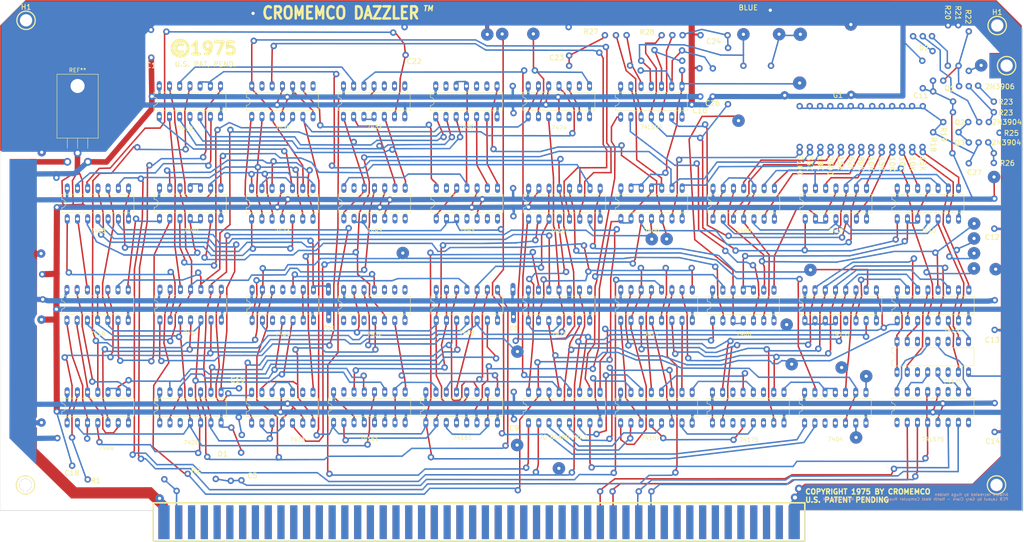
<source format=kicad_pcb>
(kicad_pcb (version 20171130) (host pcbnew "(5.1.12)-1")
  (title_block (date "18 April 2018") (company "Derived from John Monahan's S100 486 design"))
  (layers (0 Front signal) (31 Back signal) (34 B.Paste user hide) (35 F.Paste user hide) (36 B.SilkS user) (37 F.SilkS user hide) (38 B.Mask user hide) (39 F.Mask user hide) (44 Edge.Cuts user hide))
  (net 0 "")
  (module mals-library-pcb:s100-ejector (layer Front) (at 26.67 143.51)
    (fp_text reference H1 hide)
    (fp_text value Mount hide)
    (pad 1 thru_hole circle (at 0 0) (size 3.048 3.048) (drill 3.048) (layers *.Cu *.Mask))
  )
  (module mals-library-pcb:s100-ejector (layer Front) (at 267.97 143.51)
    (fp_text reference H1 hide)
    (fp_text value Mount hide)
    (pad 1 thru_hole circle (at 0 0) (size 3.048 3.048) (drill 3.048) (layers *.Cu *.Mask))
  )
  (module mals-library-pcb:s100-ejector (layer Front) (at 270.4846 39.2176)
    (fp_text reference H1 hide)
    (fp_text value Video hide)
    (pad 1 thru_hole circle (at 0 0) (size 3.048 3.048) (drill 3.048) (layers *.Cu *.Mask))
  )
  (module Dazzler:DIP-pad (layer Front) (at 102.1334 104.0638)
    (fp_text reference C21 (at 0 0.5) (layer F.SilkS))
    (fp_text value DIP-pad)
    (pad 1 thru_hole oval (at -0.1 -2.38) (size 1.2 3.2) (drill 0.762) (layers *.Cu *.Mask))
  )
  (module Dazzler:DIP-pad (layer Front) (at 102.0572 97.2058)
    (fp_text reference . hide)
    (fp_text value DIP-pad)
    (pad 1 thru_hole oval (at -0.1 -2.38) (size 1.2 3.2) (drill 0.762) (layers *.Cu *.Mask))
  )
  (module Dazzler:DIP-pad (layer Front) (at 148.0312 104.0384)
    (fp_text reference C8 (at 0 0.5) (layer F.SilkS))
    (fp_text value DIP-pad)
    (pad 1 thru_hole oval (at -0.1 -2.38) (size 1.2 3.2) (drill 0.762) (layers *.Cu *.Mask))
  )
  (module Dazzler:DIP-pad (layer Front) (at 147.9042 97.2566)
    (fp_text reference REF** hide)
    (fp_text value DIP-pad)
    (pad 1 thru_hole oval (at -0.1 -2.38) (size 1.2 3.2) (drill 0.762) (layers *.Cu *.Mask))
  )
  (module Package_TO_SOT_THT:TO-220-3_Horizontal_TabDown (layer Front) (at 37.084 60.9346)
    (fp_text reference REF** (at 2.54 -20.58) (layer F.SilkS))
    (fp_text value TO-220-3_Horizontal_TabDown)
    (pad "" np_thru_hole oval (at 2.54 -16.66) (size 3.5 3.5) (drill 3.5) (layers *.Cu *.Mask))
    (pad 1 thru_hole circle (at 0 2.2) (size 1.905 1.905) (drill 1.1) (layers *.Cu *.Mask))
    (pad 2 thru_hole oval (at 2.54 0) (size 1.905 2) (drill 1.1) (layers *.Cu *.Mask))
    (pad 3 thru_hole oval (at 5.08 2.2) (size 1.905 2) (drill 1.1) (layers *.Cu *.Mask))
  )
  (module mals-library-pcb:s100-ejector (layer Front) (at 268.1478 29.2354)
    (fp_text reference H1 (at 0 -3.302) (layer F.SilkS) (effects (font (size 1.27 1.27) (thickness 0.2032))))
    (fp_text value Ejector hide)
    (pad 1 thru_hole circle (at 0 0) (size 3.048 3.048) (drill 3.048) (layers *.Cu *.Mask))
  )
  (module mals-library-pcb:s100-ejector (layer Front) (at 26.8224 27.94)
    (fp_text reference H1 (at 0 -3.302) (layer F.SilkS) (effects (font (size 1.27 1.27) (thickness 0.2032))))
    (fp_text value Ejector hide)
    (pad 1 thru_hole circle (at 0 0) (size 3.048 3.048) (drill 3.048) (layers *.Cu *.Mask))
  )
  (module Dazzler:DIP-14_W7.62mm_vintage (layer Front) (at 243.3066 77.343 90)
    (fp_text reference 7410 (at -2.9464 7.6962) (layer F.SilkS))
    (fp_text value DIP-14_W7.62mm_vintage)
    (pad 14 thru_hole oval (at 7.62 0 90) (size 2.4 1.2) (drill 0.8) (layers *.Cu *.Mask))
    (pad 7 thru_hole oval (at 0 15.24 90) (size 2.4 1.2) (drill 0.8) (layers *.Cu *.Mask))
    (pad 13 thru_hole oval (at 7.62 2.54 90) (size 2.4 1.2) (drill 0.8) (layers *.Cu *.Mask))
    (pad 6 thru_hole oval (at 0 12.7 90) (size 2.4 1.2) (drill 0.8) (layers *.Cu *.Mask))
    (pad 12 thru_hole oval (at 7.62 5.08 90) (size 2.4 1.2) (drill 0.8) (layers *.Cu *.Mask))
    (pad 5 thru_hole oval (at 0 10.16 90) (size 2.4 1.2) (drill 0.8) (layers *.Cu *.Mask))
    (pad 11 thru_hole oval (at 7.62 7.62 90) (size 2.4 1.2) (drill 0.8) (layers *.Cu *.Mask))
    (pad 4 thru_hole oval (at 0 7.62 90) (size 2.4 1.2) (drill 0.8) (layers *.Cu *.Mask))
    (pad 10 thru_hole oval (at 7.62 10.16 90) (size 2.4 1.2) (drill 0.8) (layers *.Cu *.Mask))
    (pad 3 thru_hole oval (at 0 5.08 90) (size 2.4 1.2) (drill 0.8) (layers *.Cu *.Mask))
    (pad 9 thru_hole oval (at 7.62 12.7 90) (size 2.4 1.2) (drill 0.8) (layers *.Cu *.Mask))
    (pad 2 thru_hole oval (at 0 2.54 90) (size 2.4 1.2) (drill 0.8) (layers *.Cu *.Mask))
    (pad 8 thru_hole oval (at 7.62 15.24 90) (size 2.4 1.2) (drill 0.8) (layers *.Cu *.Mask))
    (pad 1 thru_hole oval (at 0 0 90) (size 2.4 1.2) (drill 0.8) (layers *.Cu *.Mask))
  )
  (module Dazzler:DIP-14_W7.62mm_vintage (layer Front) (at 220.4466 77.343 90)
    (fp_text reference 7410 (at -2.921 7.62) (layer F.SilkS))
    (fp_text value DIP-14_W7.62mm_vintage)
    (pad 14 thru_hole oval (at 7.62 0 90) (size 2.4 1.2) (drill 0.8) (layers *.Cu *.Mask))
    (pad 7 thru_hole oval (at 0 15.24 90) (size 2.4 1.2) (drill 0.8) (layers *.Cu *.Mask))
    (pad 13 thru_hole oval (at 7.62 2.54 90) (size 2.4 1.2) (drill 0.8) (layers *.Cu *.Mask))
    (pad 6 thru_hole oval (at 0 12.7 90) (size 2.4 1.2) (drill 0.8) (layers *.Cu *.Mask))
    (pad 12 thru_hole oval (at 7.62 5.08 90) (size 2.4 1.2) (drill 0.8) (layers *.Cu *.Mask))
    (pad 5 thru_hole oval (at 0 10.16 90) (size 2.4 1.2) (drill 0.8) (layers *.Cu *.Mask))
    (pad 11 thru_hole oval (at 7.62 7.62 90) (size 2.4 1.2) (drill 0.8) (layers *.Cu *.Mask))
    (pad 4 thru_hole oval (at 0 7.62 90) (size 2.4 1.2) (drill 0.8) (layers *.Cu *.Mask))
    (pad 10 thru_hole oval (at 7.62 10.16 90) (size 2.4 1.2) (drill 0.8) (layers *.Cu *.Mask))
    (pad 3 thru_hole oval (at 0 5.08 90) (size 2.4 1.2) (drill 0.8) (layers *.Cu *.Mask))
    (pad 9 thru_hole oval (at 7.62 12.7 90) (size 2.4 1.2) (drill 0.8) (layers *.Cu *.Mask))
    (pad 2 thru_hole oval (at 0 2.54 90) (size 2.4 1.2) (drill 0.8) (layers *.Cu *.Mask))
    (pad 8 thru_hole oval (at 7.62 15.24 90) (size 2.4 1.2) (drill 0.8) (layers *.Cu *.Mask))
    (pad 1 thru_hole oval (at 0 0 90) (size 2.4 1.2) (drill 0.8) (layers *.Cu *.Mask))
  )
  (module Dazzler:DIP-16_W7.62mm_vintage (layer Front) (at 151.7142 77.3684 90)
    (fp_text reference 74157 (at -2.9718 7.6454) (layer F.SilkS))
    (fp_text value DIP-16_W7.62mm_vintage)
    (pad 16 thru_hole oval (at 7.62 0 90) (size 2.4 1.2) (drill 0.8) (layers *.Cu *.Mask))
    (pad 8 thru_hole oval (at 0 17.78 90) (size 2.4 1.2) (drill 0.8) (layers *.Cu *.Mask))
    (pad 15 thru_hole oval (at 7.62 2.54 90) (size 2.4 1.2) (drill 0.8) (layers *.Cu *.Mask))
    (pad 7 thru_hole oval (at 0 15.24 90) (size 2.4 1.2) (drill 0.8) (layers *.Cu *.Mask))
    (pad 14 thru_hole oval (at 7.62 5.08 90) (size 2.4 1.2) (drill 0.8) (layers *.Cu *.Mask))
    (pad 6 thru_hole oval (at 0 12.7 90) (size 2.4 1.2) (drill 0.8) (layers *.Cu *.Mask))
    (pad 13 thru_hole oval (at 7.62 7.62 90) (size 2.4 1.2) (drill 0.8) (layers *.Cu *.Mask))
    (pad 5 thru_hole oval (at 0 10.16 90) (size 2.4 1.2) (drill 0.8) (layers *.Cu *.Mask))
    (pad 12 thru_hole oval (at 7.62 10.16 90) (size 2.4 1.2) (drill 0.8) (layers *.Cu *.Mask))
    (pad 4 thru_hole oval (at 0 7.62 90) (size 2.4 1.2) (drill 0.8) (layers *.Cu *.Mask))
    (pad 11 thru_hole oval (at 7.62 12.7 90) (size 2.4 1.2) (drill 0.8) (layers *.Cu *.Mask))
    (pad 3 thru_hole oval (at 0 5.08 90) (size 2.4 1.2) (drill 0.8) (layers *.Cu *.Mask))
    (pad 10 thru_hole oval (at 7.62 15.24 90) (size 2.4 1.2) (drill 0.8) (layers *.Cu *.Mask))
    (pad 2 thru_hole oval (at 0 2.54 90) (size 2.4 1.2) (drill 0.8) (layers *.Cu *.Mask))
    (pad 9 thru_hole oval (at 7.62 17.78 90) (size 2.4 1.2) (drill 0.8) (layers *.Cu *.Mask))
    (pad 1 thru_hole oval (at 0 0 90) (size 2.4 1.2) (drill 0.8) (layers *.Cu *.Mask))
  )
  (module Dazzler:DIP-16_W7.62mm_vintage (layer Front) (at 174.5996 102.5906 90)
    (fp_text reference 3417 (at -3.3782 7.62) (layer F.SilkS))
    (fp_text value DIP-16_W7.62mm_vintage)
    (pad 16 thru_hole oval (at 7.62 0 90) (size 2.4 1.2) (drill 0.8) (layers *.Cu *.Mask))
    (pad 8 thru_hole oval (at 0 17.78 90) (size 2.4 1.2) (drill 0.8) (layers *.Cu *.Mask))
    (pad 15 thru_hole oval (at 7.62 2.54 90) (size 2.4 1.2) (drill 0.8) (layers *.Cu *.Mask))
    (pad 7 thru_hole oval (at 0 15.24 90) (size 2.4 1.2) (drill 0.8) (layers *.Cu *.Mask))
    (pad 14 thru_hole oval (at 7.62 5.08 90) (size 2.4 1.2) (drill 0.8) (layers *.Cu *.Mask))
    (pad 6 thru_hole oval (at 0 12.7 90) (size 2.4 1.2) (drill 0.8) (layers *.Cu *.Mask))
    (pad 13 thru_hole oval (at 7.62 7.62 90) (size 2.4 1.2) (drill 0.8) (layers *.Cu *.Mask))
    (pad 5 thru_hole oval (at 0 10.16 90) (size 2.4 1.2) (drill 0.8) (layers *.Cu *.Mask))
    (pad 12 thru_hole oval (at 7.62 10.16 90) (size 2.4 1.2) (drill 0.8) (layers *.Cu *.Mask))
    (pad 4 thru_hole oval (at 0 7.62 90) (size 2.4 1.2) (drill 0.8) (layers *.Cu *.Mask))
    (pad 11 thru_hole oval (at 7.62 12.7 90) (size 2.4 1.2) (drill 0.8) (layers *.Cu *.Mask))
    (pad 3 thru_hole oval (at 0 5.08 90) (size 2.4 1.2) (drill 0.8) (layers *.Cu *.Mask))
    (pad 10 thru_hole oval (at 7.62 15.24 90) (size 2.4 1.2) (drill 0.8) (layers *.Cu *.Mask))
    (pad 2 thru_hole oval (at 0 2.54 90) (size 2.4 1.2) (drill 0.8) (layers *.Cu *.Mask))
    (pad 9 thru_hole oval (at 7.62 17.78 90) (size 2.4 1.2) (drill 0.8) (layers *.Cu *.Mask))
    (pad 1 thru_hole oval (at 0 0 90) (size 2.4 1.2) (drill 0.8) (layers *.Cu *.Mask))
  )
  (module Dazzler:DIP-16_W7.62mm_vintage (layer Front) (at 103.251 127.9906 90)
    (fp_text reference 74161 (at -4.064 8.8138) (layer F.SilkS))
    (fp_text value DIP-16_W7.62mm_vintage)
    (pad 1 thru_hole oval (at 0 0 90) (size 2.4 1.2) (drill 0.8) (layers *.Cu *.Mask))
    (pad 9 thru_hole oval (at 7.62 17.78 90) (size 2.4 1.2) (drill 0.8) (layers *.Cu *.Mask))
    (pad 2 thru_hole oval (at 0 2.54 90) (size 2.4 1.2) (drill 0.8) (layers *.Cu *.Mask))
    (pad 10 thru_hole oval (at 7.62 15.24 90) (size 2.4 1.2) (drill 0.8) (layers *.Cu *.Mask))
    (pad 3 thru_hole oval (at 0 5.08 90) (size 2.4 1.2) (drill 0.8) (layers *.Cu *.Mask))
    (pad 11 thru_hole oval (at 7.62 12.7 90) (size 2.4 1.2) (drill 0.8) (layers *.Cu *.Mask))
    (pad 4 thru_hole oval (at 0 7.62 90) (size 2.4 1.2) (drill 0.8) (layers *.Cu *.Mask))
    (pad 12 thru_hole oval (at 7.62 10.16 90) (size 2.4 1.2) (drill 0.8) (layers *.Cu *.Mask))
    (pad 5 thru_hole oval (at 0 10.16 90) (size 2.4 1.2) (drill 0.8) (layers *.Cu *.Mask))
    (pad 13 thru_hole oval (at 7.62 7.62 90) (size 2.4 1.2) (drill 0.8) (layers *.Cu *.Mask))
    (pad 6 thru_hole oval (at 0 12.7 90) (size 2.4 1.2) (drill 0.8) (layers *.Cu *.Mask))
    (pad 14 thru_hole oval (at 7.62 5.08 90) (size 2.4 1.2) (drill 0.8) (layers *.Cu *.Mask))
    (pad 7 thru_hole oval (at 0 15.24 90) (size 2.4 1.2) (drill 0.8) (layers *.Cu *.Mask))
    (pad 15 thru_hole oval (at 7.62 2.54 90) (size 2.4 1.2) (drill 0.8) (layers *.Cu *.Mask))
    (pad 8 thru_hole oval (at 0 17.78 90) (size 2.4 1.2) (drill 0.8) (layers *.Cu *.Mask))
    (pad 16 thru_hole oval (at 7.62 0 90) (size 2.4 1.2) (drill 0.8) (layers *.Cu *.Mask))
  )
  (module Dazzler:DIP-16_W7.62mm_vintage (layer Front) (at 126.1618 128.016 90)
    (fp_text reference 74161 (at -3.7338 9.0932) (layer F.SilkS))
    (fp_text value DIP-16_W7.62mm_vintage)
    (pad 1 thru_hole oval (at 0 0 90) (size 2.4 1.2) (drill 0.8) (layers *.Cu *.Mask))
    (pad 9 thru_hole oval (at 7.62 17.78 90) (size 2.4 1.2) (drill 0.8) (layers *.Cu *.Mask))
    (pad 2 thru_hole oval (at 0 2.54 90) (size 2.4 1.2) (drill 0.8) (layers *.Cu *.Mask))
    (pad 10 thru_hole oval (at 7.62 15.24 90) (size 2.4 1.2) (drill 0.8) (layers *.Cu *.Mask))
    (pad 3 thru_hole oval (at 0 5.08 90) (size 2.4 1.2) (drill 0.8) (layers *.Cu *.Mask))
    (pad 11 thru_hole oval (at 7.62 12.7 90) (size 2.4 1.2) (drill 0.8) (layers *.Cu *.Mask))
    (pad 4 thru_hole oval (at 0 7.62 90) (size 2.4 1.2) (drill 0.8) (layers *.Cu *.Mask))
    (pad 12 thru_hole oval (at 7.62 10.16 90) (size 2.4 1.2) (drill 0.8) (layers *.Cu *.Mask))
    (pad 5 thru_hole oval (at 0 10.16 90) (size 2.4 1.2) (drill 0.8) (layers *.Cu *.Mask))
    (pad 13 thru_hole oval (at 7.62 7.62 90) (size 2.4 1.2) (drill 0.8) (layers *.Cu *.Mask))
    (pad 6 thru_hole oval (at 0 12.7 90) (size 2.4 1.2) (drill 0.8) (layers *.Cu *.Mask))
    (pad 14 thru_hole oval (at 7.62 5.08 90) (size 2.4 1.2) (drill 0.8) (layers *.Cu *.Mask))
    (pad 7 thru_hole oval (at 0 15.24 90) (size 2.4 1.2) (drill 0.8) (layers *.Cu *.Mask))
    (pad 15 thru_hole oval (at 7.62 2.54 90) (size 2.4 1.2) (drill 0.8) (layers *.Cu *.Mask))
    (pad 8 thru_hole oval (at 0 17.78 90) (size 2.4 1.2) (drill 0.8) (layers *.Cu *.Mask))
    (pad 16 thru_hole oval (at 7.62 0 90) (size 2.4 1.2) (drill 0.8) (layers *.Cu *.Mask))
  )
  (module Dazzler:DIP-16_W7.62mm_vintage (layer Front) (at 151.6888 128.0668 90)
    (fp_text reference "TO BOARD NO 2" (at -3.5814 8.7884) (layer F.SilkS))
    (fp_text value DIP-16_W7.62mm_vintage)
    (pad 1 thru_hole oval (at 0 0 90) (size 2.4 1.2) (drill 0.8) (layers *.Cu *.Mask))
    (pad 9 thru_hole oval (at 7.62 17.78 90) (size 2.4 1.2) (drill 0.8) (layers *.Cu *.Mask))
    (pad 2 thru_hole oval (at 0 2.54 90) (size 2.4 1.2) (drill 0.8) (layers *.Cu *.Mask))
    (pad 10 thru_hole oval (at 7.62 15.24 90) (size 2.4 1.2) (drill 0.8) (layers *.Cu *.Mask))
    (pad 3 thru_hole oval (at 0 5.08 90) (size 2.4 1.2) (drill 0.8) (layers *.Cu *.Mask))
    (pad 11 thru_hole oval (at 7.62 12.7 90) (size 2.4 1.2) (drill 0.8) (layers *.Cu *.Mask))
    (pad 4 thru_hole oval (at 0 7.62 90) (size 2.4 1.2) (drill 0.8) (layers *.Cu *.Mask))
    (pad 12 thru_hole oval (at 7.62 10.16 90) (size 2.4 1.2) (drill 0.8) (layers *.Cu *.Mask))
    (pad 5 thru_hole oval (at 0 10.16 90) (size 2.4 1.2) (drill 0.8) (layers *.Cu *.Mask))
    (pad 13 thru_hole oval (at 7.62 7.62 90) (size 2.4 1.2) (drill 0.8) (layers *.Cu *.Mask))
    (pad 6 thru_hole oval (at 0 12.7 90) (size 2.4 1.2) (drill 0.8) (layers *.Cu *.Mask))
    (pad 14 thru_hole oval (at 7.62 5.08 90) (size 2.4 1.2) (drill 0.8) (layers *.Cu *.Mask))
    (pad 7 thru_hole oval (at 0 15.24 90) (size 2.4 1.2) (drill 0.8) (layers *.Cu *.Mask))
    (pad 15 thru_hole oval (at 7.62 2.54 90) (size 2.4 1.2) (drill 0.8) (layers *.Cu *.Mask))
    (pad 8 thru_hole oval (at 0 17.78 90) (size 2.4 1.2) (drill 0.8) (layers *.Cu *.Mask))
    (pad 16 thru_hole oval (at 7.62 0 90) (size 2.4 1.2) (drill 0.8) (layers *.Cu *.Mask))
  )
  (module Dazzler:DIP-16_W7.62mm_vintage (layer Front) (at 174.5742 128.0922 90)
    (fp_text reference 74157 (at -3.7592 7.4422) (layer F.SilkS))
    (fp_text value DIP-16_W7.62mm_vintage)
    (pad 1 thru_hole oval (at 0 0 90) (size 2.4 1.2) (drill 0.8) (layers *.Cu *.Mask))
    (pad 9 thru_hole oval (at 7.62 17.78 90) (size 2.4 1.2) (drill 0.8) (layers *.Cu *.Mask))
    (pad 2 thru_hole oval (at 0 2.54 90) (size 2.4 1.2) (drill 0.8) (layers *.Cu *.Mask))
    (pad 10 thru_hole oval (at 7.62 15.24 90) (size 2.4 1.2) (drill 0.8) (layers *.Cu *.Mask))
    (pad 3 thru_hole oval (at 0 5.08 90) (size 2.4 1.2) (drill 0.8) (layers *.Cu *.Mask))
    (pad 11 thru_hole oval (at 7.62 12.7 90) (size 2.4 1.2) (drill 0.8) (layers *.Cu *.Mask))
    (pad 4 thru_hole oval (at 0 7.62 90) (size 2.4 1.2) (drill 0.8) (layers *.Cu *.Mask))
    (pad 12 thru_hole oval (at 7.62 10.16 90) (size 2.4 1.2) (drill 0.8) (layers *.Cu *.Mask))
    (pad 5 thru_hole oval (at 0 10.16 90) (size 2.4 1.2) (drill 0.8) (layers *.Cu *.Mask))
    (pad 13 thru_hole oval (at 7.62 7.62 90) (size 2.4 1.2) (drill 0.8) (layers *.Cu *.Mask))
    (pad 6 thru_hole oval (at 0 12.7 90) (size 2.4 1.2) (drill 0.8) (layers *.Cu *.Mask))
    (pad 14 thru_hole oval (at 7.62 5.08 90) (size 2.4 1.2) (drill 0.8) (layers *.Cu *.Mask))
    (pad 7 thru_hole oval (at 0 15.24 90) (size 2.4 1.2) (drill 0.8) (layers *.Cu *.Mask))
    (pad 15 thru_hole oval (at 7.62 2.54 90) (size 2.4 1.2) (drill 0.8) (layers *.Cu *.Mask))
    (pad 8 thru_hole oval (at 0 17.78 90) (size 2.4 1.2) (drill 0.8) (layers *.Cu *.Mask))
    (pad 16 thru_hole oval (at 7.62 0 90) (size 2.4 1.2) (drill 0.8) (layers *.Cu *.Mask))
  )
  (module Dazzler:DIP-16_W7.62mm_vintage (layer Front) (at 197.3834 128.0668 90)
    (fp_text reference 74175 (at -4.2164 9.0424) (layer F.SilkS))
    (fp_text value DIP-16_W7.62mm_vintage)
    (pad 1 thru_hole oval (at 0 0 90) (size 2.4 1.2) (drill 0.8) (layers *.Cu *.Mask))
    (pad 9 thru_hole oval (at 7.62 17.78 90) (size 2.4 1.2) (drill 0.8) (layers *.Cu *.Mask))
    (pad 2 thru_hole oval (at 0 2.54 90) (size 2.4 1.2) (drill 0.8) (layers *.Cu *.Mask))
    (pad 10 thru_hole oval (at 7.62 15.24 90) (size 2.4 1.2) (drill 0.8) (layers *.Cu *.Mask))
    (pad 3 thru_hole oval (at 0 5.08 90) (size 2.4 1.2) (drill 0.8) (layers *.Cu *.Mask))
    (pad 11 thru_hole oval (at 7.62 12.7 90) (size 2.4 1.2) (drill 0.8) (layers *.Cu *.Mask))
    (pad 4 thru_hole oval (at 0 7.62 90) (size 2.4 1.2) (drill 0.8) (layers *.Cu *.Mask))
    (pad 12 thru_hole oval (at 7.62 10.16 90) (size 2.4 1.2) (drill 0.8) (layers *.Cu *.Mask))
    (pad 5 thru_hole oval (at 0 10.16 90) (size 2.4 1.2) (drill 0.8) (layers *.Cu *.Mask))
    (pad 13 thru_hole oval (at 7.62 7.62 90) (size 2.4 1.2) (drill 0.8) (layers *.Cu *.Mask))
    (pad 6 thru_hole oval (at 0 12.7 90) (size 2.4 1.2) (drill 0.8) (layers *.Cu *.Mask))
    (pad 14 thru_hole oval (at 7.62 5.08 90) (size 2.4 1.2) (drill 0.8) (layers *.Cu *.Mask))
    (pad 7 thru_hole oval (at 0 15.24 90) (size 2.4 1.2) (drill 0.8) (layers *.Cu *.Mask))
    (pad 15 thru_hole oval (at 7.62 2.54 90) (size 2.4 1.2) (drill 0.8) (layers *.Cu *.Mask))
    (pad 8 thru_hole oval (at 0 17.78 90) (size 2.4 1.2) (drill 0.8) (layers *.Cu *.Mask))
    (pad 16 thru_hole oval (at 7.62 0 90) (size 2.4 1.2) (drill 0.8) (layers *.Cu *.Mask))
  )
  (module Dazzler:DIP-16_W7.62mm_vintage (layer Front) (at 243.2558 115.443 90)
    (fp_text reference 74175 (at -2.3622 13.8684) (layer F.SilkS))
    (fp_text value DIP-16_W7.62mm_vintage)
    (pad 1 thru_hole oval (at 0 0 90) (size 2.4 1.2) (drill 0.8) (layers *.Cu *.Mask))
    (pad 9 thru_hole oval (at 7.62 17.78 90) (size 2.4 1.2) (drill 0.8) (layers *.Cu *.Mask))
    (pad 2 thru_hole oval (at 0 2.54 90) (size 2.4 1.2) (drill 0.8) (layers *.Cu *.Mask))
    (pad 10 thru_hole oval (at 7.62 15.24 90) (size 2.4 1.2) (drill 0.8) (layers *.Cu *.Mask))
    (pad 3 thru_hole oval (at 0 5.08 90) (size 2.4 1.2) (drill 0.8) (layers *.Cu *.Mask))
    (pad 11 thru_hole oval (at 7.62 12.7 90) (size 2.4 1.2) (drill 0.8) (layers *.Cu *.Mask))
    (pad 4 thru_hole oval (at 0 7.62 90) (size 2.4 1.2) (drill 0.8) (layers *.Cu *.Mask))
    (pad 12 thru_hole oval (at 7.62 10.16 90) (size 2.4 1.2) (drill 0.8) (layers *.Cu *.Mask))
    (pad 5 thru_hole oval (at 0 10.16 90) (size 2.4 1.2) (drill 0.8) (layers *.Cu *.Mask))
    (pad 13 thru_hole oval (at 7.62 7.62 90) (size 2.4 1.2) (drill 0.8) (layers *.Cu *.Mask))
    (pad 6 thru_hole oval (at 0 12.7 90) (size 2.4 1.2) (drill 0.8) (layers *.Cu *.Mask))
    (pad 14 thru_hole oval (at 7.62 5.08 90) (size 2.4 1.2) (drill 0.8) (layers *.Cu *.Mask))
    (pad 7 thru_hole oval (at 0 15.24 90) (size 2.4 1.2) (drill 0.8) (layers *.Cu *.Mask))
    (pad 15 thru_hole oval (at 7.62 2.54 90) (size 2.4 1.2) (drill 0.8) (layers *.Cu *.Mask))
    (pad 8 thru_hole oval (at 0 17.78 90) (size 2.4 1.2) (drill 0.8) (layers *.Cu *.Mask))
    (pad 16 thru_hole oval (at 7.62 0 90) (size 2.4 1.2) (drill 0.8) (layers *.Cu *.Mask))
  )
  (module Dazzler:DIP-16_W7.62mm_vintage (layer Front) (at 243.2558 127.9652 90)
    (fp_text reference 74LS75 (at -4.191 8.9154) (layer F.SilkS))
    (fp_text value DIP-16_W7.62mm_vintage)
    (pad 1 thru_hole oval (at 0 0 90) (size 2.4 1.2) (drill 0.8) (layers *.Cu *.Mask))
    (pad 9 thru_hole oval (at 7.62 17.78 90) (size 2.4 1.2) (drill 0.8) (layers *.Cu *.Mask))
    (pad 2 thru_hole oval (at 0 2.54 90) (size 2.4 1.2) (drill 0.8) (layers *.Cu *.Mask))
    (pad 10 thru_hole oval (at 7.62 15.24 90) (size 2.4 1.2) (drill 0.8) (layers *.Cu *.Mask))
    (pad 3 thru_hole oval (at 0 5.08 90) (size 2.4 1.2) (drill 0.8) (layers *.Cu *.Mask))
    (pad 11 thru_hole oval (at 7.62 12.7 90) (size 2.4 1.2) (drill 0.8) (layers *.Cu *.Mask))
    (pad 4 thru_hole oval (at 0 7.62 90) (size 2.4 1.2) (drill 0.8) (layers *.Cu *.Mask))
    (pad 12 thru_hole oval (at 7.62 10.16 90) (size 2.4 1.2) (drill 0.8) (layers *.Cu *.Mask))
    (pad 5 thru_hole oval (at 0 10.16 90) (size 2.4 1.2) (drill 0.8) (layers *.Cu *.Mask))
    (pad 13 thru_hole oval (at 7.62 7.62 90) (size 2.4 1.2) (drill 0.8) (layers *.Cu *.Mask))
    (pad 6 thru_hole oval (at 0 12.7 90) (size 2.4 1.2) (drill 0.8) (layers *.Cu *.Mask))
    (pad 14 thru_hole oval (at 7.62 5.08 90) (size 2.4 1.2) (drill 0.8) (layers *.Cu *.Mask))
    (pad 7 thru_hole oval (at 0 15.24 90) (size 2.4 1.2) (drill 0.8) (layers *.Cu *.Mask))
    (pad 15 thru_hole oval (at 7.62 2.54 90) (size 2.4 1.2) (drill 0.8) (layers *.Cu *.Mask))
    (pad 8 thru_hole oval (at 0 17.78 90) (size 2.4 1.2) (drill 0.8) (layers *.Cu *.Mask))
    (pad 16 thru_hole oval (at 7.62 0 90) (size 2.4 1.2) (drill 0.8) (layers *.Cu *.Mask))
  )
  (module Dazzler:DIP-16_W7.62mm_vintage (layer Front) (at 220.345 102.6414 90)
    (fp_text reference 74151 (at -3.3782 8.9408) (layer F.SilkS))
    (fp_text value DIP-16_W7.62mm_vintage)
    (pad 1 thru_hole oval (at 0 0 90) (size 2.4 1.2) (drill 0.8) (layers *.Cu *.Mask))
    (pad 9 thru_hole oval (at 7.62 17.78 90) (size 2.4 1.2) (drill 0.8) (layers *.Cu *.Mask))
    (pad 2 thru_hole oval (at 0 2.54 90) (size 2.4 1.2) (drill 0.8) (layers *.Cu *.Mask))
    (pad 10 thru_hole oval (at 7.62 15.24 90) (size 2.4 1.2) (drill 0.8) (layers *.Cu *.Mask))
    (pad 3 thru_hole oval (at 0 5.08 90) (size 2.4 1.2) (drill 0.8) (layers *.Cu *.Mask))
    (pad 11 thru_hole oval (at 7.62 12.7 90) (size 2.4 1.2) (drill 0.8) (layers *.Cu *.Mask))
    (pad 4 thru_hole oval (at 0 7.62 90) (size 2.4 1.2) (drill 0.8) (layers *.Cu *.Mask))
    (pad 12 thru_hole oval (at 7.62 10.16 90) (size 2.4 1.2) (drill 0.8) (layers *.Cu *.Mask))
    (pad 5 thru_hole oval (at 0 10.16 90) (size 2.4 1.2) (drill 0.8) (layers *.Cu *.Mask))
    (pad 13 thru_hole oval (at 7.62 7.62 90) (size 2.4 1.2) (drill 0.8) (layers *.Cu *.Mask))
    (pad 6 thru_hole oval (at 0 12.7 90) (size 2.4 1.2) (drill 0.8) (layers *.Cu *.Mask))
    (pad 14 thru_hole oval (at 7.62 5.08 90) (size 2.4 1.2) (drill 0.8) (layers *.Cu *.Mask))
    (pad 7 thru_hole oval (at 0 15.24 90) (size 2.4 1.2) (drill 0.8) (layers *.Cu *.Mask))
    (pad 15 thru_hole oval (at 7.62 2.54 90) (size 2.4 1.2) (drill 0.8) (layers *.Cu *.Mask))
    (pad 8 thru_hole oval (at 0 17.78 90) (size 2.4 1.2) (drill 0.8) (layers *.Cu *.Mask))
    (pad 16 thru_hole oval (at 7.62 0 90) (size 2.4 1.2) (drill 0.8) (layers *.Cu *.Mask))
  )
  (module Dazzler:DIP-16_W7.62mm_vintage (layer Front) (at 243.3066 102.6414 90)
    (fp_text reference 74157 (at -2.413 13.8938) (layer F.SilkS))
    (fp_text value DIP-16_W7.62mm_vintage)
    (pad 16 thru_hole oval (at 7.62 0 90) (size 2.4 1.2) (drill 0.8) (layers *.Cu *.Mask))
    (pad 8 thru_hole oval (at 0 17.78 90) (size 2.4 1.2) (drill 0.8) (layers *.Cu *.Mask))
    (pad 15 thru_hole oval (at 7.62 2.54 90) (size 2.4 1.2) (drill 0.8) (layers *.Cu *.Mask))
    (pad 7 thru_hole oval (at 0 15.24 90) (size 2.4 1.2) (drill 0.8) (layers *.Cu *.Mask))
    (pad 14 thru_hole oval (at 7.62 5.08 90) (size 2.4 1.2) (drill 0.8) (layers *.Cu *.Mask))
    (pad 6 thru_hole oval (at 0 12.7 90) (size 2.4 1.2) (drill 0.8) (layers *.Cu *.Mask))
    (pad 13 thru_hole oval (at 7.62 7.62 90) (size 2.4 1.2) (drill 0.8) (layers *.Cu *.Mask))
    (pad 5 thru_hole oval (at 0 10.16 90) (size 2.4 1.2) (drill 0.8) (layers *.Cu *.Mask))
    (pad 12 thru_hole oval (at 7.62 10.16 90) (size 2.4 1.2) (drill 0.8) (layers *.Cu *.Mask))
    (pad 4 thru_hole oval (at 0 7.62 90) (size 2.4 1.2) (drill 0.8) (layers *.Cu *.Mask))
    (pad 11 thru_hole oval (at 7.62 12.7 90) (size 2.4 1.2) (drill 0.8) (layers *.Cu *.Mask))
    (pad 3 thru_hole oval (at 0 5.08 90) (size 2.4 1.2) (drill 0.8) (layers *.Cu *.Mask))
    (pad 10 thru_hole oval (at 7.62 15.24 90) (size 2.4 1.2) (drill 0.8) (layers *.Cu *.Mask))
    (pad 2 thru_hole oval (at 0 2.54 90) (size 2.4 1.2) (drill 0.8) (layers *.Cu *.Mask))
    (pad 9 thru_hole oval (at 7.62 17.78 90) (size 2.4 1.2) (drill 0.8) (layers *.Cu *.Mask))
    (pad 1 thru_hole oval (at 0 0 90) (size 2.4 1.2) (drill 0.8) (layers *.Cu *.Mask))
  )
  (module Dazzler:DIP-14_W7.62mm_vintage (layer Front) (at 37.0332 128.0414 90)
    (fp_text reference 7400 (at -6.2484 9.7282) (layer F.SilkS))
    (fp_text value DIP-14_W7.62mm_vintage)
    (pad 1 thru_hole oval (at 0 0 90) (size 2.4 1.2) (drill 0.8) (layers *.Cu *.Mask))
    (pad 8 thru_hole oval (at 7.62 15.24 90) (size 2.4 1.2) (drill 0.8) (layers *.Cu *.Mask))
    (pad 2 thru_hole oval (at 0 2.54 90) (size 2.4 1.2) (drill 0.8) (layers *.Cu *.Mask))
    (pad 9 thru_hole oval (at 7.62 12.7 90) (size 2.4 1.2) (drill 0.8) (layers *.Cu *.Mask))
    (pad 3 thru_hole oval (at 0 5.08 90) (size 2.4 1.2) (drill 0.8) (layers *.Cu *.Mask))
    (pad 10 thru_hole oval (at 7.62 10.16 90) (size 2.4 1.2) (drill 0.8) (layers *.Cu *.Mask))
    (pad 4 thru_hole oval (at 0 7.62 90) (size 2.4 1.2) (drill 0.8) (layers *.Cu *.Mask))
    (pad 11 thru_hole oval (at 7.62 7.62 90) (size 2.4 1.2) (drill 0.8) (layers *.Cu *.Mask))
    (pad 5 thru_hole oval (at 0 10.16 90) (size 2.4 1.2) (drill 0.8) (layers *.Cu *.Mask))
    (pad 12 thru_hole oval (at 7.62 5.08 90) (size 2.4 1.2) (drill 0.8) (layers *.Cu *.Mask))
    (pad 6 thru_hole oval (at 0 12.7 90) (size 2.4 1.2) (drill 0.8) (layers *.Cu *.Mask))
    (pad 13 thru_hole oval (at 7.62 2.54 90) (size 2.4 1.2) (drill 0.8) (layers *.Cu *.Mask))
    (pad 7 thru_hole oval (at 0 15.24 90) (size 2.4 1.2) (drill 0.8) (layers *.Cu *.Mask))
    (pad 14 thru_hole oval (at 7.62 0 90) (size 2.4 1.2) (drill 0.8) (layers *.Cu *.Mask))
  )
  (module Dazzler:DIP-14_W7.62mm_vintage (layer Front) (at 60.0456 128.0414 90)
    (fp_text reference 7420 (at -4.9276 7.8232) (layer F.SilkS))
    (fp_text value DIP-14_W7.62mm_vintage)
    (pad 1 thru_hole oval (at 0 0 90) (size 2.4 1.2) (drill 0.8) (layers *.Cu *.Mask))
    (pad 8 thru_hole oval (at 7.62 15.24 90) (size 2.4 1.2) (drill 0.8) (layers *.Cu *.Mask))
    (pad 2 thru_hole oval (at 0 2.54 90) (size 2.4 1.2) (drill 0.8) (layers *.Cu *.Mask))
    (pad 9 thru_hole oval (at 7.62 12.7 90) (size 2.4 1.2) (drill 0.8) (layers *.Cu *.Mask))
    (pad 3 thru_hole oval (at 0 5.08 90) (size 2.4 1.2) (drill 0.8) (layers *.Cu *.Mask))
    (pad 10 thru_hole oval (at 7.62 10.16 90) (size 2.4 1.2) (drill 0.8) (layers *.Cu *.Mask))
    (pad 4 thru_hole oval (at 0 7.62 90) (size 2.4 1.2) (drill 0.8) (layers *.Cu *.Mask))
    (pad 11 thru_hole oval (at 7.62 7.62 90) (size 2.4 1.2) (drill 0.8) (layers *.Cu *.Mask))
    (pad 5 thru_hole oval (at 0 10.16 90) (size 2.4 1.2) (drill 0.8) (layers *.Cu *.Mask))
    (pad 12 thru_hole oval (at 7.62 5.08 90) (size 2.4 1.2) (drill 0.8) (layers *.Cu *.Mask))
    (pad 6 thru_hole oval (at 0 12.7 90) (size 2.4 1.2) (drill 0.8) (layers *.Cu *.Mask))
    (pad 13 thru_hole oval (at 7.62 2.54 90) (size 2.4 1.2) (drill 0.8) (layers *.Cu *.Mask))
    (pad 7 thru_hole oval (at 0 15.24 90) (size 2.4 1.2) (drill 0.8) (layers *.Cu *.Mask))
    (pad 14 thru_hole oval (at 7.62 0 90) (size 2.4 1.2) (drill 0.8) (layers *.Cu *.Mask))
  )
  (module Dazzler:DIP-14_W7.62mm_vintage (layer Front) (at 82.8802 128.0922 90)
    (fp_text reference 7473 (at -4.191 11.3538) (layer F.SilkS))
    (fp_text value DIP-14_W7.62mm_vintage)
    (pad 1 thru_hole oval (at 0 0 90) (size 2.4 1.2) (drill 0.8) (layers *.Cu *.Mask))
    (pad 8 thru_hole oval (at 7.62 15.24 90) (size 2.4 1.2) (drill 0.8) (layers *.Cu *.Mask))
    (pad 2 thru_hole oval (at 0 2.54 90) (size 2.4 1.2) (drill 0.8) (layers *.Cu *.Mask))
    (pad 9 thru_hole oval (at 7.62 12.7 90) (size 2.4 1.2) (drill 0.8) (layers *.Cu *.Mask))
    (pad 3 thru_hole oval (at 0 5.08 90) (size 2.4 1.2) (drill 0.8) (layers *.Cu *.Mask))
    (pad 10 thru_hole oval (at 7.62 10.16 90) (size 2.4 1.2) (drill 0.8) (layers *.Cu *.Mask))
    (pad 4 thru_hole oval (at 0 7.62 90) (size 2.4 1.2) (drill 0.8) (layers *.Cu *.Mask))
    (pad 11 thru_hole oval (at 7.62 7.62 90) (size 2.4 1.2) (drill 0.8) (layers *.Cu *.Mask))
    (pad 5 thru_hole oval (at 0 10.16 90) (size 2.4 1.2) (drill 0.8) (layers *.Cu *.Mask))
    (pad 12 thru_hole oval (at 7.62 5.08 90) (size 2.4 1.2) (drill 0.8) (layers *.Cu *.Mask))
    (pad 6 thru_hole oval (at 0 12.7 90) (size 2.4 1.2) (drill 0.8) (layers *.Cu *.Mask))
    (pad 13 thru_hole oval (at 7.62 2.54 90) (size 2.4 1.2) (drill 0.8) (layers *.Cu *.Mask))
    (pad 7 thru_hole oval (at 0 15.24 90) (size 2.4 1.2) (drill 0.8) (layers *.Cu *.Mask))
    (pad 14 thru_hole oval (at 7.62 0 90) (size 2.4 1.2) (drill 0.8) (layers *.Cu *.Mask))
  )
  (module Dazzler:DIP-14_W7.62mm_vintage (layer Front) (at 220.2942 128.1176 90)
    (fp_text reference 7404 (at -4.0386 7.6454) (layer F.SilkS))
    (fp_text value DIP-14_W7.62mm_vintage)
    (pad 1 thru_hole oval (at 0 0 90) (size 2.4 1.2) (drill 0.8) (layers *.Cu *.Mask))
    (pad 8 thru_hole oval (at 7.62 15.24 90) (size 2.4 1.2) (drill 0.8) (layers *.Cu *.Mask))
    (pad 2 thru_hole oval (at 0 2.54 90) (size 2.4 1.2) (drill 0.8) (layers *.Cu *.Mask))
    (pad 9 thru_hole oval (at 7.62 12.7 90) (size 2.4 1.2) (drill 0.8) (layers *.Cu *.Mask))
    (pad 3 thru_hole oval (at 0 5.08 90) (size 2.4 1.2) (drill 0.8) (layers *.Cu *.Mask))
    (pad 10 thru_hole oval (at 7.62 10.16 90) (size 2.4 1.2) (drill 0.8) (layers *.Cu *.Mask))
    (pad 4 thru_hole oval (at 0 7.62 90) (size 2.4 1.2) (drill 0.8) (layers *.Cu *.Mask))
    (pad 11 thru_hole oval (at 7.62 7.62 90) (size 2.4 1.2) (drill 0.8) (layers *.Cu *.Mask))
    (pad 5 thru_hole oval (at 0 10.16 90) (size 2.4 1.2) (drill 0.8) (layers *.Cu *.Mask))
    (pad 12 thru_hole oval (at 7.62 5.08 90) (size 2.4 1.2) (drill 0.8) (layers *.Cu *.Mask))
    (pad 6 thru_hole oval (at 0 12.7 90) (size 2.4 1.2) (drill 0.8) (layers *.Cu *.Mask))
    (pad 13 thru_hole oval (at 7.62 2.54 90) (size 2.4 1.2) (drill 0.8) (layers *.Cu *.Mask))
    (pad 7 thru_hole oval (at 0 15.24 90) (size 2.4 1.2) (drill 0.8) (layers *.Cu *.Mask))
    (pad 14 thru_hole oval (at 7.62 0 90) (size 2.4 1.2) (drill 0.8) (layers *.Cu *.Mask))
  )
  (module Dazzler:DIP-14_W7.62mm_vintage (layer Front) (at 197.4342 102.6414 90)
    (fp_text reference 7408 (at -3.3274 7.7216) (layer F.SilkS))
    (fp_text value DIP-14_W7.62mm_vintage)
    (pad 1 thru_hole oval (at 0 0 90) (size 2.4 1.2) (drill 0.8) (layers *.Cu *.Mask))
    (pad 8 thru_hole oval (at 7.62 15.24 90) (size 2.4 1.2) (drill 0.8) (layers *.Cu *.Mask))
    (pad 2 thru_hole oval (at 0 2.54 90) (size 2.4 1.2) (drill 0.8) (layers *.Cu *.Mask))
    (pad 9 thru_hole oval (at 7.62 12.7 90) (size 2.4 1.2) (drill 0.8) (layers *.Cu *.Mask))
    (pad 3 thru_hole oval (at 0 5.08 90) (size 2.4 1.2) (drill 0.8) (layers *.Cu *.Mask))
    (pad 10 thru_hole oval (at 7.62 10.16 90) (size 2.4 1.2) (drill 0.8) (layers *.Cu *.Mask))
    (pad 4 thru_hole oval (at 0 7.62 90) (size 2.4 1.2) (drill 0.8) (layers *.Cu *.Mask))
    (pad 11 thru_hole oval (at 7.62 7.62 90) (size 2.4 1.2) (drill 0.8) (layers *.Cu *.Mask))
    (pad 5 thru_hole oval (at 0 10.16 90) (size 2.4 1.2) (drill 0.8) (layers *.Cu *.Mask))
    (pad 12 thru_hole oval (at 7.62 5.08 90) (size 2.4 1.2) (drill 0.8) (layers *.Cu *.Mask))
    (pad 6 thru_hole oval (at 0 12.7 90) (size 2.4 1.2) (drill 0.8) (layers *.Cu *.Mask))
    (pad 13 thru_hole oval (at 7.62 2.54 90) (size 2.4 1.2) (drill 0.8) (layers *.Cu *.Mask))
    (pad 7 thru_hole oval (at 0 15.24 90) (size 2.4 1.2) (drill 0.8) (layers *.Cu *.Mask))
    (pad 14 thru_hole oval (at 7.62 0 90) (size 2.4 1.2) (drill 0.8) (layers *.Cu *.Mask))
  )
  (module Dazzler:DIP-14_W7.62mm_vintage (layer Front) (at 151.638 102.6414 90)
    (fp_text reference 7474 (at -3.3782 7.6454) (layer F.SilkS))
    (fp_text value DIP-14_W7.62mm_vintage)
    (pad 1 thru_hole oval (at 0 0 90) (size 2.4 1.2) (drill 0.8) (layers *.Cu *.Mask))
    (pad 8 thru_hole oval (at 7.62 15.24 90) (size 2.4 1.2) (drill 0.8) (layers *.Cu *.Mask))
    (pad 2 thru_hole oval (at 0 2.54 90) (size 2.4 1.2) (drill 0.8) (layers *.Cu *.Mask))
    (pad 9 thru_hole oval (at 7.62 12.7 90) (size 2.4 1.2) (drill 0.8) (layers *.Cu *.Mask))
    (pad 3 thru_hole oval (at 0 5.08 90) (size 2.4 1.2) (drill 0.8) (layers *.Cu *.Mask))
    (pad 10 thru_hole oval (at 7.62 10.16 90) (size 2.4 1.2) (drill 0.8) (layers *.Cu *.Mask))
    (pad 4 thru_hole oval (at 0 7.62 90) (size 2.4 1.2) (drill 0.8) (layers *.Cu *.Mask))
    (pad 11 thru_hole oval (at 7.62 7.62 90) (size 2.4 1.2) (drill 0.8) (layers *.Cu *.Mask))
    (pad 5 thru_hole oval (at 0 10.16 90) (size 2.4 1.2) (drill 0.8) (layers *.Cu *.Mask))
    (pad 12 thru_hole oval (at 7.62 5.08 90) (size 2.4 1.2) (drill 0.8) (layers *.Cu *.Mask))
    (pad 6 thru_hole oval (at 0 12.7 90) (size 2.4 1.2) (drill 0.8) (layers *.Cu *.Mask))
    (pad 13 thru_hole oval (at 7.62 2.54 90) (size 2.4 1.2) (drill 0.8) (layers *.Cu *.Mask))
    (pad 7 thru_hole oval (at 0 15.24 90) (size 2.4 1.2) (drill 0.8) (layers *.Cu *.Mask))
    (pad 14 thru_hole oval (at 7.62 0 90) (size 2.4 1.2) (drill 0.8) (layers *.Cu *.Mask))
  )
  (module Dazzler:DIP-14_W7.62mm_vintage (layer Front) (at 128.7526 102.5652 90)
    (fp_text reference 7408 (at -3.1242 7.62) (layer F.SilkS))
    (fp_text value DIP-14_W7.62mm_vintage)
    (pad 1 thru_hole oval (at 0 0 90) (size 2.4 1.2) (drill 0.8) (layers *.Cu *.Mask))
    (pad 8 thru_hole oval (at 7.62 15.24 90) (size 2.4 1.2) (drill 0.8) (layers *.Cu *.Mask))
    (pad 2 thru_hole oval (at 0 2.54 90) (size 2.4 1.2) (drill 0.8) (layers *.Cu *.Mask))
    (pad 9 thru_hole oval (at 7.62 12.7 90) (size 2.4 1.2) (drill 0.8) (layers *.Cu *.Mask))
    (pad 3 thru_hole oval (at 0 5.08 90) (size 2.4 1.2) (drill 0.8) (layers *.Cu *.Mask))
    (pad 10 thru_hole oval (at 7.62 10.16 90) (size 2.4 1.2) (drill 0.8) (layers *.Cu *.Mask))
    (pad 4 thru_hole oval (at 0 7.62 90) (size 2.4 1.2) (drill 0.8) (layers *.Cu *.Mask))
    (pad 11 thru_hole oval (at 7.62 7.62 90) (size 2.4 1.2) (drill 0.8) (layers *.Cu *.Mask))
    (pad 5 thru_hole oval (at 0 10.16 90) (size 2.4 1.2) (drill 0.8) (layers *.Cu *.Mask))
    (pad 12 thru_hole oval (at 7.62 5.08 90) (size 2.4 1.2) (drill 0.8) (layers *.Cu *.Mask))
    (pad 6 thru_hole oval (at 0 12.7 90) (size 2.4 1.2) (drill 0.8) (layers *.Cu *.Mask))
    (pad 13 thru_hole oval (at 7.62 2.54 90) (size 2.4 1.2) (drill 0.8) (layers *.Cu *.Mask))
    (pad 7 thru_hole oval (at 0 15.24 90) (size 2.4 1.2) (drill 0.8) (layers *.Cu *.Mask))
    (pad 14 thru_hole oval (at 7.62 0 90) (size 2.4 1.2) (drill 0.8) (layers *.Cu *.Mask))
  )
  (module Dazzler:DIP-14_W7.62mm_vintage (layer Front) (at 105.7402 102.5906 90)
    (fp_text reference 7432 (at -3.429 7.6708) (layer F.SilkS))
    (fp_text value DIP-14_W7.62mm_vintage)
    (pad 1 thru_hole oval (at 0 0 90) (size 2.4 1.2) (drill 0.8) (layers *.Cu *.Mask))
    (pad 8 thru_hole oval (at 7.62 15.24 90) (size 2.4 1.2) (drill 0.8) (layers *.Cu *.Mask))
    (pad 2 thru_hole oval (at 0 2.54 90) (size 2.4 1.2) (drill 0.8) (layers *.Cu *.Mask))
    (pad 9 thru_hole oval (at 7.62 12.7 90) (size 2.4 1.2) (drill 0.8) (layers *.Cu *.Mask))
    (pad 3 thru_hole oval (at 0 5.08 90) (size 2.4 1.2) (drill 0.8) (layers *.Cu *.Mask))
    (pad 10 thru_hole oval (at 7.62 10.16 90) (size 2.4 1.2) (drill 0.8) (layers *.Cu *.Mask))
    (pad 4 thru_hole oval (at 0 7.62 90) (size 2.4 1.2) (drill 0.8) (layers *.Cu *.Mask))
    (pad 11 thru_hole oval (at 7.62 7.62 90) (size 2.4 1.2) (drill 0.8) (layers *.Cu *.Mask))
    (pad 5 thru_hole oval (at 0 10.16 90) (size 2.4 1.2) (drill 0.8) (layers *.Cu *.Mask))
    (pad 12 thru_hole oval (at 7.62 5.08 90) (size 2.4 1.2) (drill 0.8) (layers *.Cu *.Mask))
    (pad 6 thru_hole oval (at 0 12.7 90) (size 2.4 1.2) (drill 0.8) (layers *.Cu *.Mask))
    (pad 13 thru_hole oval (at 7.62 2.54 90) (size 2.4 1.2) (drill 0.8) (layers *.Cu *.Mask))
    (pad 7 thru_hole oval (at 0 15.24 90) (size 2.4 1.2) (drill 0.8) (layers *.Cu *.Mask))
    (pad 14 thru_hole oval (at 7.62 0 90) (size 2.4 1.2) (drill 0.8) (layers *.Cu *.Mask))
  )
  (module Dazzler:DIP-14_W7.62mm_vintage (layer Front) (at 83.0072 102.5652 90)
    (fp_text reference 7420 (at -3.3274 7.6454) (layer F.SilkS))
    (fp_text value DIP-14_W7.62mm_vintage)
    (pad 1 thru_hole oval (at 0 0 90) (size 2.4 1.2) (drill 0.8) (layers *.Cu *.Mask))
    (pad 8 thru_hole oval (at 7.62 15.24 90) (size 2.4 1.2) (drill 0.8) (layers *.Cu *.Mask))
    (pad 2 thru_hole oval (at 0 2.54 90) (size 2.4 1.2) (drill 0.8) (layers *.Cu *.Mask))
    (pad 9 thru_hole oval (at 7.62 12.7 90) (size 2.4 1.2) (drill 0.8) (layers *.Cu *.Mask))
    (pad 3 thru_hole oval (at 0 5.08 90) (size 2.4 1.2) (drill 0.8) (layers *.Cu *.Mask))
    (pad 10 thru_hole oval (at 7.62 10.16 90) (size 2.4 1.2) (drill 0.8) (layers *.Cu *.Mask))
    (pad 4 thru_hole oval (at 0 7.62 90) (size 2.4 1.2) (drill 0.8) (layers *.Cu *.Mask))
    (pad 11 thru_hole oval (at 7.62 7.62 90) (size 2.4 1.2) (drill 0.8) (layers *.Cu *.Mask))
    (pad 5 thru_hole oval (at 0 10.16 90) (size 2.4 1.2) (drill 0.8) (layers *.Cu *.Mask))
    (pad 12 thru_hole oval (at 7.62 5.08 90) (size 2.4 1.2) (drill 0.8) (layers *.Cu *.Mask))
    (pad 6 thru_hole oval (at 0 12.7 90) (size 2.4 1.2) (drill 0.8) (layers *.Cu *.Mask))
    (pad 13 thru_hole oval (at 7.62 2.54 90) (size 2.4 1.2) (drill 0.8) (layers *.Cu *.Mask))
    (pad 7 thru_hole oval (at 0 15.24 90) (size 2.4 1.2) (drill 0.8) (layers *.Cu *.Mask))
    (pad 14 thru_hole oval (at 7.62 0 90) (size 2.4 1.2) (drill 0.8) (layers *.Cu *.Mask))
  )
  (module Dazzler:DIP-14_W7.62mm_vintage (layer Front) (at 60.0964 102.489 90)
    (fp_text reference 7404 (at -3.2258 7.6454) (layer F.SilkS))
    (fp_text value DIP-14_W7.62mm_vintage)
    (pad 1 thru_hole oval (at 0 0 90) (size 2.4 1.2) (drill 0.8) (layers *.Cu *.Mask))
    (pad 8 thru_hole oval (at 7.62 15.24 90) (size 2.4 1.2) (drill 0.8) (layers *.Cu *.Mask))
    (pad 2 thru_hole oval (at 0 2.54 90) (size 2.4 1.2) (drill 0.8) (layers *.Cu *.Mask))
    (pad 9 thru_hole oval (at 7.62 12.7 90) (size 2.4 1.2) (drill 0.8) (layers *.Cu *.Mask))
    (pad 3 thru_hole oval (at 0 5.08 90) (size 2.4 1.2) (drill 0.8) (layers *.Cu *.Mask))
    (pad 10 thru_hole oval (at 7.62 10.16 90) (size 2.4 1.2) (drill 0.8) (layers *.Cu *.Mask))
    (pad 4 thru_hole oval (at 0 7.62 90) (size 2.4 1.2) (drill 0.8) (layers *.Cu *.Mask))
    (pad 11 thru_hole oval (at 7.62 7.62 90) (size 2.4 1.2) (drill 0.8) (layers *.Cu *.Mask))
    (pad 5 thru_hole oval (at 0 10.16 90) (size 2.4 1.2) (drill 0.8) (layers *.Cu *.Mask))
    (pad 12 thru_hole oval (at 7.62 5.08 90) (size 2.4 1.2) (drill 0.8) (layers *.Cu *.Mask))
    (pad 6 thru_hole oval (at 0 12.7 90) (size 2.4 1.2) (drill 0.8) (layers *.Cu *.Mask))
    (pad 13 thru_hole oval (at 7.62 2.54 90) (size 2.4 1.2) (drill 0.8) (layers *.Cu *.Mask))
    (pad 7 thru_hole oval (at 0 15.24 90) (size 2.4 1.2) (drill 0.8) (layers *.Cu *.Mask))
    (pad 14 thru_hole oval (at 7.62 0 90) (size 2.4 1.2) (drill 0.8) (layers *.Cu *.Mask))
  )
  (module Dazzler:DIP-14_W7.62mm_vintage (layer Front) (at 36.9824 102.5652 90)
    (fp_text reference 7410 (at -3.3274 7.5946) (layer F.SilkS))
    (fp_text value DIP-14_W7.62mm_vintage)
    (pad 14 thru_hole oval (at 7.62 0 90) (size 2.4 1.2) (drill 0.8) (layers *.Cu *.Mask))
    (pad 7 thru_hole oval (at 0 15.24 90) (size 2.4 1.2) (drill 0.8) (layers *.Cu *.Mask))
    (pad 13 thru_hole oval (at 7.62 2.54 90) (size 2.4 1.2) (drill 0.8) (layers *.Cu *.Mask))
    (pad 6 thru_hole oval (at 0 12.7 90) (size 2.4 1.2) (drill 0.8) (layers *.Cu *.Mask))
    (pad 12 thru_hole oval (at 7.62 5.08 90) (size 2.4 1.2) (drill 0.8) (layers *.Cu *.Mask))
    (pad 5 thru_hole oval (at 0 10.16 90) (size 2.4 1.2) (drill 0.8) (layers *.Cu *.Mask))
    (pad 11 thru_hole oval (at 7.62 7.62 90) (size 2.4 1.2) (drill 0.8) (layers *.Cu *.Mask))
    (pad 4 thru_hole oval (at 0 7.62 90) (size 2.4 1.2) (drill 0.8) (layers *.Cu *.Mask))
    (pad 10 thru_hole oval (at 7.62 10.16 90) (size 2.4 1.2) (drill 0.8) (layers *.Cu *.Mask))
    (pad 3 thru_hole oval (at 0 5.08 90) (size 2.4 1.2) (drill 0.8) (layers *.Cu *.Mask))
    (pad 9 thru_hole oval (at 7.62 12.7 90) (size 2.4 1.2) (drill 0.8) (layers *.Cu *.Mask))
    (pad 2 thru_hole oval (at 0 2.54 90) (size 2.4 1.2) (drill 0.8) (layers *.Cu *.Mask))
    (pad 8 thru_hole oval (at 7.62 15.24 90) (size 2.4 1.2) (drill 0.8) (layers *.Cu *.Mask))
    (pad 1 thru_hole oval (at 0 0 90) (size 2.4 1.2) (drill 0.8) (layers *.Cu *.Mask))
  )
  (module Dazzler:DIP-14_W7.62mm_vintage (layer Front) (at 37.0586 77.343 90)
    (fp_text reference 7408 (at -2.9464 7.6454) (layer F.SilkS))
    (fp_text value DIP-14_W7.62mm_vintage)
    (pad 1 thru_hole oval (at 0 0 90) (size 2.4 1.2) (drill 0.8) (layers *.Cu *.Mask))
    (pad 8 thru_hole oval (at 7.62 15.24 90) (size 2.4 1.2) (drill 0.8) (layers *.Cu *.Mask))
    (pad 2 thru_hole oval (at 0 2.54 90) (size 2.4 1.2) (drill 0.8) (layers *.Cu *.Mask))
    (pad 9 thru_hole oval (at 7.62 12.7 90) (size 2.4 1.2) (drill 0.8) (layers *.Cu *.Mask))
    (pad 3 thru_hole oval (at 0 5.08 90) (size 2.4 1.2) (drill 0.8) (layers *.Cu *.Mask))
    (pad 10 thru_hole oval (at 7.62 10.16 90) (size 2.4 1.2) (drill 0.8) (layers *.Cu *.Mask))
    (pad 4 thru_hole oval (at 0 7.62 90) (size 2.4 1.2) (drill 0.8) (layers *.Cu *.Mask))
    (pad 11 thru_hole oval (at 7.62 7.62 90) (size 2.4 1.2) (drill 0.8) (layers *.Cu *.Mask))
    (pad 5 thru_hole oval (at 0 10.16 90) (size 2.4 1.2) (drill 0.8) (layers *.Cu *.Mask))
    (pad 12 thru_hole oval (at 7.62 5.08 90) (size 2.4 1.2) (drill 0.8) (layers *.Cu *.Mask))
    (pad 6 thru_hole oval (at 0 12.7 90) (size 2.4 1.2) (drill 0.8) (layers *.Cu *.Mask))
    (pad 13 thru_hole oval (at 7.62 2.54 90) (size 2.4 1.2) (drill 0.8) (layers *.Cu *.Mask))
    (pad 7 thru_hole oval (at 0 15.24 90) (size 2.4 1.2) (drill 0.8) (layers *.Cu *.Mask))
    (pad 14 thru_hole oval (at 7.62 0 90) (size 2.4 1.2) (drill 0.8) (layers *.Cu *.Mask))
  )
  (module Dazzler:DIP-14_W7.62mm_vintage (layer Front) (at 59.9948 77.2668 90)
    (fp_text reference 7400 (at -2.9972 7.7978) (layer F.SilkS))
    (fp_text value DIP-14_W7.62mm_vintage)
    (pad 1 thru_hole oval (at 0 0 90) (size 2.4 1.2) (drill 0.8) (layers *.Cu *.Mask))
    (pad 8 thru_hole oval (at 7.62 15.24 90) (size 2.4 1.2) (drill 0.8) (layers *.Cu *.Mask))
    (pad 2 thru_hole oval (at 0 2.54 90) (size 2.4 1.2) (drill 0.8) (layers *.Cu *.Mask))
    (pad 9 thru_hole oval (at 7.62 12.7 90) (size 2.4 1.2) (drill 0.8) (layers *.Cu *.Mask))
    (pad 3 thru_hole oval (at 0 5.08 90) (size 2.4 1.2) (drill 0.8) (layers *.Cu *.Mask))
    (pad 10 thru_hole oval (at 7.62 10.16 90) (size 2.4 1.2) (drill 0.8) (layers *.Cu *.Mask))
    (pad 4 thru_hole oval (at 0 7.62 90) (size 2.4 1.2) (drill 0.8) (layers *.Cu *.Mask))
    (pad 11 thru_hole oval (at 7.62 7.62 90) (size 2.4 1.2) (drill 0.8) (layers *.Cu *.Mask))
    (pad 5 thru_hole oval (at 0 10.16 90) (size 2.4 1.2) (drill 0.8) (layers *.Cu *.Mask))
    (pad 12 thru_hole oval (at 7.62 5.08 90) (size 2.4 1.2) (drill 0.8) (layers *.Cu *.Mask))
    (pad 6 thru_hole oval (at 0 12.7 90) (size 2.4 1.2) (drill 0.8) (layers *.Cu *.Mask))
    (pad 13 thru_hole oval (at 7.62 2.54 90) (size 2.4 1.2) (drill 0.8) (layers *.Cu *.Mask))
    (pad 7 thru_hole oval (at 0 15.24 90) (size 2.4 1.2) (drill 0.8) (layers *.Cu *.Mask))
    (pad 14 thru_hole oval (at 7.62 0 90) (size 2.4 1.2) (drill 0.8) (layers *.Cu *.Mask))
  )
  (module Dazzler:DIP-14_W7.62mm_vintage (layer Front) (at 82.8802 77.343 90)
    (fp_text reference 7473 (at -2.9972 7.62) (layer F.SilkS))
    (fp_text value DIP-14_W7.62mm_vintage)
    (pad 1 thru_hole oval (at 0 0 90) (size 2.4 1.2) (drill 0.8) (layers *.Cu *.Mask))
    (pad 8 thru_hole oval (at 7.62 15.24 90) (size 2.4 1.2) (drill 0.8) (layers *.Cu *.Mask))
    (pad 2 thru_hole oval (at 0 2.54 90) (size 2.4 1.2) (drill 0.8) (layers *.Cu *.Mask))
    (pad 9 thru_hole oval (at 7.62 12.7 90) (size 2.4 1.2) (drill 0.8) (layers *.Cu *.Mask))
    (pad 3 thru_hole oval (at 0 5.08 90) (size 2.4 1.2) (drill 0.8) (layers *.Cu *.Mask))
    (pad 10 thru_hole oval (at 7.62 10.16 90) (size 2.4 1.2) (drill 0.8) (layers *.Cu *.Mask))
    (pad 4 thru_hole oval (at 0 7.62 90) (size 2.4 1.2) (drill 0.8) (layers *.Cu *.Mask))
    (pad 11 thru_hole oval (at 7.62 7.62 90) (size 2.4 1.2) (drill 0.8) (layers *.Cu *.Mask))
    (pad 5 thru_hole oval (at 0 10.16 90) (size 2.4 1.2) (drill 0.8) (layers *.Cu *.Mask))
    (pad 12 thru_hole oval (at 7.62 5.08 90) (size 2.4 1.2) (drill 0.8) (layers *.Cu *.Mask))
    (pad 6 thru_hole oval (at 0 12.7 90) (size 2.4 1.2) (drill 0.8) (layers *.Cu *.Mask))
    (pad 13 thru_hole oval (at 7.62 2.54 90) (size 2.4 1.2) (drill 0.8) (layers *.Cu *.Mask))
    (pad 7 thru_hole oval (at 0 15.24 90) (size 2.4 1.2) (drill 0.8) (layers *.Cu *.Mask))
    (pad 14 thru_hole oval (at 7.62 0 90) (size 2.4 1.2) (drill 0.8) (layers *.Cu *.Mask))
  )
  (module Dazzler:DIP-14_W7.62mm_vintage (layer Front) (at 105.791 77.2668 90)
    (fp_text reference 7493 (at -3.0226 7.5946) (layer F.SilkS))
    (fp_text value DIP-14_W7.62mm_vintage)
    (pad 1 thru_hole oval (at 0 0 90) (size 2.4 1.2) (drill 0.8) (layers *.Cu *.Mask))
    (pad 8 thru_hole oval (at 7.62 15.24 90) (size 2.4 1.2) (drill 0.8) (layers *.Cu *.Mask))
    (pad 2 thru_hole oval (at 0 2.54 90) (size 2.4 1.2) (drill 0.8) (layers *.Cu *.Mask))
    (pad 9 thru_hole oval (at 7.62 12.7 90) (size 2.4 1.2) (drill 0.8) (layers *.Cu *.Mask))
    (pad 3 thru_hole oval (at 0 5.08 90) (size 2.4 1.2) (drill 0.8) (layers *.Cu *.Mask))
    (pad 10 thru_hole oval (at 7.62 10.16 90) (size 2.4 1.2) (drill 0.8) (layers *.Cu *.Mask))
    (pad 4 thru_hole oval (at 0 7.62 90) (size 2.4 1.2) (drill 0.8) (layers *.Cu *.Mask))
    (pad 11 thru_hole oval (at 7.62 7.62 90) (size 2.4 1.2) (drill 0.8) (layers *.Cu *.Mask))
    (pad 5 thru_hole oval (at 0 10.16 90) (size 2.4 1.2) (drill 0.8) (layers *.Cu *.Mask))
    (pad 12 thru_hole oval (at 7.62 5.08 90) (size 2.4 1.2) (drill 0.8) (layers *.Cu *.Mask))
    (pad 6 thru_hole oval (at 0 12.7 90) (size 2.4 1.2) (drill 0.8) (layers *.Cu *.Mask))
    (pad 13 thru_hole oval (at 7.62 2.54 90) (size 2.4 1.2) (drill 0.8) (layers *.Cu *.Mask))
    (pad 7 thru_hole oval (at 0 15.24 90) (size 2.4 1.2) (drill 0.8) (layers *.Cu *.Mask))
    (pad 14 thru_hole oval (at 7.62 0 90) (size 2.4 1.2) (drill 0.8) (layers *.Cu *.Mask))
  )
  (module Dazzler:DIP-14_W7.62mm_vintage (layer Front) (at 128.7526 77.2922 90)
    (fp_text reference 7493 (at -2.9718 7.6454) (layer F.SilkS))
    (fp_text value DIP-14_W7.62mm_vintage)
    (pad 1 thru_hole oval (at 0 0 90) (size 2.4 1.2) (drill 0.8) (layers *.Cu *.Mask))
    (pad 8 thru_hole oval (at 7.62 15.24 90) (size 2.4 1.2) (drill 0.8) (layers *.Cu *.Mask))
    (pad 2 thru_hole oval (at 0 2.54 90) (size 2.4 1.2) (drill 0.8) (layers *.Cu *.Mask))
    (pad 9 thru_hole oval (at 7.62 12.7 90) (size 2.4 1.2) (drill 0.8) (layers *.Cu *.Mask))
    (pad 3 thru_hole oval (at 0 5.08 90) (size 2.4 1.2) (drill 0.8) (layers *.Cu *.Mask))
    (pad 10 thru_hole oval (at 7.62 10.16 90) (size 2.4 1.2) (drill 0.8) (layers *.Cu *.Mask))
    (pad 4 thru_hole oval (at 0 7.62 90) (size 2.4 1.2) (drill 0.8) (layers *.Cu *.Mask))
    (pad 11 thru_hole oval (at 7.62 7.62 90) (size 2.4 1.2) (drill 0.8) (layers *.Cu *.Mask))
    (pad 5 thru_hole oval (at 0 10.16 90) (size 2.4 1.2) (drill 0.8) (layers *.Cu *.Mask))
    (pad 12 thru_hole oval (at 7.62 5.08 90) (size 2.4 1.2) (drill 0.8) (layers *.Cu *.Mask))
    (pad 6 thru_hole oval (at 0 12.7 90) (size 2.4 1.2) (drill 0.8) (layers *.Cu *.Mask))
    (pad 13 thru_hole oval (at 7.62 2.54 90) (size 2.4 1.2) (drill 0.8) (layers *.Cu *.Mask))
    (pad 7 thru_hole oval (at 0 15.24 90) (size 2.4 1.2) (drill 0.8) (layers *.Cu *.Mask))
    (pad 14 thru_hole oval (at 7.62 0 90) (size 2.4 1.2) (drill 0.8) (layers *.Cu *.Mask))
  )
  (module Dazzler:DIP-14_W7.62mm_vintage (layer Front) (at 197.5358 77.3684 90)
    (fp_text reference 7400 (at -2.8956 7.62) (layer F.SilkS))
    (fp_text value DIP-14_W7.62mm_vintage)
    (pad 1 thru_hole oval (at 0 0 90) (size 2.4 1.2) (drill 0.8) (layers *.Cu *.Mask))
    (pad 8 thru_hole oval (at 7.62 15.24 90) (size 2.4 1.2) (drill 0.8) (layers *.Cu *.Mask))
    (pad 2 thru_hole oval (at 0 2.54 90) (size 2.4 1.2) (drill 0.8) (layers *.Cu *.Mask))
    (pad 9 thru_hole oval (at 7.62 12.7 90) (size 2.4 1.2) (drill 0.8) (layers *.Cu *.Mask))
    (pad 3 thru_hole oval (at 0 5.08 90) (size 2.4 1.2) (drill 0.8) (layers *.Cu *.Mask))
    (pad 10 thru_hole oval (at 7.62 10.16 90) (size 2.4 1.2) (drill 0.8) (layers *.Cu *.Mask))
    (pad 4 thru_hole oval (at 0 7.62 90) (size 2.4 1.2) (drill 0.8) (layers *.Cu *.Mask))
    (pad 11 thru_hole oval (at 7.62 7.62 90) (size 2.4 1.2) (drill 0.8) (layers *.Cu *.Mask))
    (pad 5 thru_hole oval (at 0 10.16 90) (size 2.4 1.2) (drill 0.8) (layers *.Cu *.Mask))
    (pad 12 thru_hole oval (at 7.62 5.08 90) (size 2.4 1.2) (drill 0.8) (layers *.Cu *.Mask))
    (pad 6 thru_hole oval (at 0 12.7 90) (size 2.4 1.2) (drill 0.8) (layers *.Cu *.Mask))
    (pad 13 thru_hole oval (at 7.62 2.54 90) (size 2.4 1.2) (drill 0.8) (layers *.Cu *.Mask))
    (pad 7 thru_hole oval (at 0 15.24 90) (size 2.4 1.2) (drill 0.8) (layers *.Cu *.Mask))
    (pad 14 thru_hole oval (at 7.62 0 90) (size 2.4 1.2) (drill 0.8) (layers *.Cu *.Mask))
  )
  (module Dazzler:DIP-14_W7.62mm_vintage (layer Front) (at 174.625 77.2922 90)
    (fp_text reference 7400 (at -2.9718 7.6454) (layer F.SilkS))
    (fp_text value DIP-14_W7.62mm_vintage)
    (pad 1 thru_hole oval (at 0 0 90) (size 2.4 1.2) (drill 0.8) (layers *.Cu *.Mask))
    (pad 8 thru_hole oval (at 7.62 15.24 90) (size 2.4 1.2) (drill 0.8) (layers *.Cu *.Mask))
    (pad 2 thru_hole oval (at 0 2.54 90) (size 2.4 1.2) (drill 0.8) (layers *.Cu *.Mask))
    (pad 9 thru_hole oval (at 7.62 12.7 90) (size 2.4 1.2) (drill 0.8) (layers *.Cu *.Mask))
    (pad 3 thru_hole oval (at 0 5.08 90) (size 2.4 1.2) (drill 0.8) (layers *.Cu *.Mask))
    (pad 10 thru_hole oval (at 7.62 10.16 90) (size 2.4 1.2) (drill 0.8) (layers *.Cu *.Mask))
    (pad 4 thru_hole oval (at 0 7.62 90) (size 2.4 1.2) (drill 0.8) (layers *.Cu *.Mask))
    (pad 11 thru_hole oval (at 7.62 7.62 90) (size 2.4 1.2) (drill 0.8) (layers *.Cu *.Mask))
    (pad 5 thru_hole oval (at 0 10.16 90) (size 2.4 1.2) (drill 0.8) (layers *.Cu *.Mask))
    (pad 12 thru_hole oval (at 7.62 5.08 90) (size 2.4 1.2) (drill 0.8) (layers *.Cu *.Mask))
    (pad 6 thru_hole oval (at 0 12.7 90) (size 2.4 1.2) (drill 0.8) (layers *.Cu *.Mask))
    (pad 13 thru_hole oval (at 7.62 2.54 90) (size 2.4 1.2) (drill 0.8) (layers *.Cu *.Mask))
    (pad 7 thru_hole oval (at 0 15.24 90) (size 2.4 1.2) (drill 0.8) (layers *.Cu *.Mask))
    (pad 14 thru_hole oval (at 7.62 0 90) (size 2.4 1.2) (drill 0.8) (layers *.Cu *.Mask))
  )
  (module Dazzler:DIP-14_W7.62mm_vintage (layer Front) (at 174.5742 51.9684 90)
    (fp_text reference 74LS04 (at -2.5146 7.62) (layer F.SilkS))
    (fp_text value DIP-14_W7.62mm_vintage)
    (pad 1 thru_hole oval (at 0 0 90) (size 2.4 1.2) (drill 0.8) (layers *.Cu *.Mask))
    (pad 8 thru_hole oval (at 7.62 15.24 90) (size 2.4 1.2) (drill 0.8) (layers *.Cu *.Mask))
    (pad 2 thru_hole oval (at 0 2.54 90) (size 2.4 1.2) (drill 0.8) (layers *.Cu *.Mask))
    (pad 9 thru_hole oval (at 7.62 12.7 90) (size 2.4 1.2) (drill 0.8) (layers *.Cu *.Mask))
    (pad 3 thru_hole oval (at 0 5.08 90) (size 2.4 1.2) (drill 0.8) (layers *.Cu *.Mask))
    (pad 10 thru_hole oval (at 7.62 10.16 90) (size 2.4 1.2) (drill 0.8) (layers *.Cu *.Mask))
    (pad 4 thru_hole oval (at 0 7.62 90) (size 2.4 1.2) (drill 0.8) (layers *.Cu *.Mask))
    (pad 11 thru_hole oval (at 7.62 7.62 90) (size 2.4 1.2) (drill 0.8) (layers *.Cu *.Mask))
    (pad 5 thru_hole oval (at 0 10.16 90) (size 2.4 1.2) (drill 0.8) (layers *.Cu *.Mask))
    (pad 12 thru_hole oval (at 7.62 5.08 90) (size 2.4 1.2) (drill 0.8) (layers *.Cu *.Mask))
    (pad 6 thru_hole oval (at 0 12.7 90) (size 2.4 1.2) (drill 0.8) (layers *.Cu *.Mask))
    (pad 13 thru_hole oval (at 7.62 2.54 90) (size 2.4 1.2) (drill 0.8) (layers *.Cu *.Mask))
    (pad 7 thru_hole oval (at 0 15.24 90) (size 2.4 1.2) (drill 0.8) (layers *.Cu *.Mask))
    (pad 14 thru_hole oval (at 7.62 0 90) (size 2.4 1.2) (drill 0.8) (layers *.Cu *.Mask))
  )
  (module Dazzler:DIP-14_W7.62mm_vintage (layer Front) (at 151.6126 51.8922 90)
    (fp_text reference 7474 (at -2.7686 7.6708) (layer F.SilkS))
    (fp_text value DIP-14_W7.62mm_vintage)
    (pad 1 thru_hole oval (at 0 0 90) (size 2.4 1.2) (drill 0.8) (layers *.Cu *.Mask))
    (pad 8 thru_hole oval (at 7.62 15.24 90) (size 2.4 1.2) (drill 0.8) (layers *.Cu *.Mask))
    (pad 2 thru_hole oval (at 0 2.54 90) (size 2.4 1.2) (drill 0.8) (layers *.Cu *.Mask))
    (pad 9 thru_hole oval (at 7.62 12.7 90) (size 2.4 1.2) (drill 0.8) (layers *.Cu *.Mask))
    (pad 3 thru_hole oval (at 0 5.08 90) (size 2.4 1.2) (drill 0.8) (layers *.Cu *.Mask))
    (pad 10 thru_hole oval (at 7.62 10.16 90) (size 2.4 1.2) (drill 0.8) (layers *.Cu *.Mask))
    (pad 4 thru_hole oval (at 0 7.62 90) (size 2.4 1.2) (drill 0.8) (layers *.Cu *.Mask))
    (pad 11 thru_hole oval (at 7.62 7.62 90) (size 2.4 1.2) (drill 0.8) (layers *.Cu *.Mask))
    (pad 5 thru_hole oval (at 0 10.16 90) (size 2.4 1.2) (drill 0.8) (layers *.Cu *.Mask))
    (pad 12 thru_hole oval (at 7.62 5.08 90) (size 2.4 1.2) (drill 0.8) (layers *.Cu *.Mask))
    (pad 6 thru_hole oval (at 0 12.7 90) (size 2.4 1.2) (drill 0.8) (layers *.Cu *.Mask))
    (pad 13 thru_hole oval (at 7.62 2.54 90) (size 2.4 1.2) (drill 0.8) (layers *.Cu *.Mask))
    (pad 7 thru_hole oval (at 0 15.24 90) (size 2.4 1.2) (drill 0.8) (layers *.Cu *.Mask))
    (pad 14 thru_hole oval (at 7.62 0 90) (size 2.4 1.2) (drill 0.8) (layers *.Cu *.Mask))
  )
  (module Dazzler:DIP-14_W7.62mm_vintage (layer Front) (at 128.6256 51.9176 90)
    (fp_text reference 7430 (at -2.5654 7.62) (layer F.SilkS))
    (fp_text value DIP-14_W7.62mm_vintage)
    (pad 1 thru_hole oval (at 0 0 90) (size 2.4 1.2) (drill 0.8) (layers *.Cu *.Mask))
    (pad 8 thru_hole oval (at 7.62 15.24 90) (size 2.4 1.2) (drill 0.8) (layers *.Cu *.Mask))
    (pad 2 thru_hole oval (at 0 2.54 90) (size 2.4 1.2) (drill 0.8) (layers *.Cu *.Mask))
    (pad 9 thru_hole oval (at 7.62 12.7 90) (size 2.4 1.2) (drill 0.8) (layers *.Cu *.Mask))
    (pad 3 thru_hole oval (at 0 5.08 90) (size 2.4 1.2) (drill 0.8) (layers *.Cu *.Mask))
    (pad 10 thru_hole oval (at 7.62 10.16 90) (size 2.4 1.2) (drill 0.8) (layers *.Cu *.Mask))
    (pad 4 thru_hole oval (at 0 7.62 90) (size 2.4 1.2) (drill 0.8) (layers *.Cu *.Mask))
    (pad 11 thru_hole oval (at 7.62 7.62 90) (size 2.4 1.2) (drill 0.8) (layers *.Cu *.Mask))
    (pad 5 thru_hole oval (at 0 10.16 90) (size 2.4 1.2) (drill 0.8) (layers *.Cu *.Mask))
    (pad 12 thru_hole oval (at 7.62 5.08 90) (size 2.4 1.2) (drill 0.8) (layers *.Cu *.Mask))
    (pad 6 thru_hole oval (at 0 12.7 90) (size 2.4 1.2) (drill 0.8) (layers *.Cu *.Mask))
    (pad 13 thru_hole oval (at 7.62 2.54 90) (size 2.4 1.2) (drill 0.8) (layers *.Cu *.Mask))
    (pad 7 thru_hole oval (at 0 15.24 90) (size 2.4 1.2) (drill 0.8) (layers *.Cu *.Mask))
    (pad 14 thru_hole oval (at 7.62 0 90) (size 2.4 1.2) (drill 0.8) (layers *.Cu *.Mask))
  )
  (module Dazzler:DIP-14_W7.62mm_vintage (layer Front) (at 105.6894 51.8922 90)
    (fp_text reference 7432 (at -2.5908 7.6708) (layer F.SilkS))
    (fp_text value DIP-14_W7.62mm_vintage)
    (pad 1 thru_hole oval (at 0 0 90) (size 2.4 1.2) (drill 0.8) (layers *.Cu *.Mask))
    (pad 8 thru_hole oval (at 7.62 15.24 90) (size 2.4 1.2) (drill 0.8) (layers *.Cu *.Mask))
    (pad 2 thru_hole oval (at 0 2.54 90) (size 2.4 1.2) (drill 0.8) (layers *.Cu *.Mask))
    (pad 9 thru_hole oval (at 7.62 12.7 90) (size 2.4 1.2) (drill 0.8) (layers *.Cu *.Mask))
    (pad 3 thru_hole oval (at 0 5.08 90) (size 2.4 1.2) (drill 0.8) (layers *.Cu *.Mask))
    (pad 10 thru_hole oval (at 7.62 10.16 90) (size 2.4 1.2) (drill 0.8) (layers *.Cu *.Mask))
    (pad 4 thru_hole oval (at 0 7.62 90) (size 2.4 1.2) (drill 0.8) (layers *.Cu *.Mask))
    (pad 11 thru_hole oval (at 7.62 7.62 90) (size 2.4 1.2) (drill 0.8) (layers *.Cu *.Mask))
    (pad 5 thru_hole oval (at 0 10.16 90) (size 2.4 1.2) (drill 0.8) (layers *.Cu *.Mask))
    (pad 12 thru_hole oval (at 7.62 5.08 90) (size 2.4 1.2) (drill 0.8) (layers *.Cu *.Mask))
    (pad 6 thru_hole oval (at 0 12.7 90) (size 2.4 1.2) (drill 0.8) (layers *.Cu *.Mask))
    (pad 13 thru_hole oval (at 7.62 2.54 90) (size 2.4 1.2) (drill 0.8) (layers *.Cu *.Mask))
    (pad 7 thru_hole oval (at 0 15.24 90) (size 2.4 1.2) (drill 0.8) (layers *.Cu *.Mask))
    (pad 14 thru_hole oval (at 7.62 0 90) (size 2.4 1.2) (drill 0.8) (layers *.Cu *.Mask))
  )
  (module Dazzler:DIP-14_W7.62mm_vintage (layer Front) (at 82.9056 51.8922 90)
    (fp_text reference 7473 (at -2.8956 7.6708) (layer F.SilkS))
    (fp_text value DIP-14_W7.62mm_vintage)
    (pad 1 thru_hole oval (at 0 0 90) (size 2.4 1.2) (drill 0.8) (layers *.Cu *.Mask))
    (pad 8 thru_hole oval (at 7.62 15.24 90) (size 2.4 1.2) (drill 0.8) (layers *.Cu *.Mask))
    (pad 2 thru_hole oval (at 0 2.54 90) (size 2.4 1.2) (drill 0.8) (layers *.Cu *.Mask))
    (pad 9 thru_hole oval (at 7.62 12.7 90) (size 2.4 1.2) (drill 0.8) (layers *.Cu *.Mask))
    (pad 3 thru_hole oval (at 0 5.08 90) (size 2.4 1.2) (drill 0.8) (layers *.Cu *.Mask))
    (pad 10 thru_hole oval (at 7.62 10.16 90) (size 2.4 1.2) (drill 0.8) (layers *.Cu *.Mask))
    (pad 4 thru_hole oval (at 0 7.62 90) (size 2.4 1.2) (drill 0.8) (layers *.Cu *.Mask))
    (pad 11 thru_hole oval (at 7.62 7.62 90) (size 2.4 1.2) (drill 0.8) (layers *.Cu *.Mask))
    (pad 5 thru_hole oval (at 0 10.16 90) (size 2.4 1.2) (drill 0.8) (layers *.Cu *.Mask))
    (pad 12 thru_hole oval (at 7.62 5.08 90) (size 2.4 1.2) (drill 0.8) (layers *.Cu *.Mask))
    (pad 6 thru_hole oval (at 0 12.7 90) (size 2.4 1.2) (drill 0.8) (layers *.Cu *.Mask))
    (pad 13 thru_hole oval (at 7.62 2.54 90) (size 2.4 1.2) (drill 0.8) (layers *.Cu *.Mask))
    (pad 7 thru_hole oval (at 0 15.24 90) (size 2.4 1.2) (drill 0.8) (layers *.Cu *.Mask))
    (pad 14 thru_hole oval (at 7.62 0 90) (size 2.4 1.2) (drill 0.8) (layers *.Cu *.Mask))
  )
  (module Dazzler:DIP-14_W7.62mm_vintage (layer Front) (at 59.9186 51.8922 90)
    (fp_text reference 7410 (at -2.9972 6.477) (layer F.SilkS))
    (fp_text value DIP-14_W7.62mm_vintage)
    (pad 14 thru_hole oval (at 7.62 0 90) (size 2.4 1.2) (drill 0.8) (layers *.Cu *.Mask))
    (pad 7 thru_hole oval (at 0 15.24 90) (size 2.4 1.2) (drill 0.8) (layers *.Cu *.Mask))
    (pad 13 thru_hole oval (at 7.62 2.54 90) (size 2.4 1.2) (drill 0.8) (layers *.Cu *.Mask))
    (pad 6 thru_hole oval (at 0 12.7 90) (size 2.4 1.2) (drill 0.8) (layers *.Cu *.Mask))
    (pad 12 thru_hole oval (at 7.62 5.08 90) (size 2.4 1.2) (drill 0.8) (layers *.Cu *.Mask))
    (pad 5 thru_hole oval (at 0 10.16 90) (size 2.4 1.2) (drill 0.8) (layers *.Cu *.Mask))
    (pad 11 thru_hole oval (at 7.62 7.62 90) (size 2.4 1.2) (drill 0.8) (layers *.Cu *.Mask))
    (pad 4 thru_hole oval (at 0 7.62 90) (size 2.4 1.2) (drill 0.8) (layers *.Cu *.Mask))
    (pad 10 thru_hole oval (at 7.62 10.16 90) (size 2.4 1.2) (drill 0.8) (layers *.Cu *.Mask))
    (pad 3 thru_hole oval (at 0 5.08 90) (size 2.4 1.2) (drill 0.8) (layers *.Cu *.Mask))
    (pad 9 thru_hole oval (at 7.62 12.7 90) (size 2.4 1.2) (drill 0.8) (layers *.Cu *.Mask))
    (pad 2 thru_hole oval (at 0 2.54 90) (size 2.4 1.2) (drill 0.8) (layers *.Cu *.Mask))
    (pad 8 thru_hole oval (at 7.62 15.24 90) (size 2.4 1.2) (drill 0.8) (layers *.Cu *.Mask))
    (pad 1 thru_hole oval (at 0 0 90) (size 2.4 1.2) (drill 0.8) (layers *.Cu *.Mask))
  )
  (module Dazzler:bd1-Overlay-bottom (layer Front) (at 147.8026 90.3732)
    (fp_text reference G*** hide)
    (fp_text value LOGO hide)
  )
  (module Dazzler:bd1-overlay-top (layer Front) (at 147.8026 90.1954)
    (fp_text reference G*** hide)
    (fp_text value LOGO hide)
  )
  (module S100connector:S100_MALE (layer Front) (at 58.42 157.48)
    (fp_text reference P1 hide)
    (fp_text value S100_MALE hide)
    (pad 100 connect rect (at 159.258 -4.699) (size 2.794 8.382) (layers Back B.Mask))
    (pad 99 connect rect (at 155.575 -4.699) (size 1.778 8.382) (layers Back B.Mask))
    (pad 98 connect rect (at 152.4 -4.699) (size 1.778 8.382) (layers Back B.Mask))
    (pad 97 connect rect (at 149.225 -4.699) (size 1.778 8.382) (layers Back B.Mask))
    (pad 96 connect rect (at 146.05 -4.699) (size 1.778 8.382) (layers Back B.Mask))
    (pad 95 connect rect (at 142.875 -4.699) (size 1.778 8.382) (layers Back B.Mask))
    (pad 94 connect rect (at 139.7 -4.699) (size 1.778 8.382) (layers Back B.Mask))
    (pad 93 connect rect (at 136.525 -4.699) (size 1.778 8.382) (layers Back B.Mask))
    (pad 92 connect rect (at 133.35 -4.699) (size 1.778 8.382) (layers Back B.Mask))
    (pad 91 connect rect (at 130.175 -4.699) (size 1.778 8.382) (layers Back B.Mask))
    (pad 90 connect rect (at 127 -4.699) (size 1.778 8.382) (layers Back B.Mask))
    (pad 89 connect rect (at 123.825 -4.699) (size 1.778 8.382) (layers Back B.Mask))
    (pad 88 connect rect (at 120.65 -4.699) (size 1.778 8.382) (layers Back B.Mask))
    (pad 87 connect rect (at 117.475 -4.699) (size 1.778 8.382) (layers Back B.Mask))
    (pad 86 connect rect (at 114.3 -4.699) (size 1.778 8.382) (layers Back B.Mask))
    (pad 85 connect rect (at 111.125 -4.699) (size 1.778 8.382) (layers Back B.Mask))
    (pad 84 connect rect (at 107.95 -4.699) (size 1.778 8.382) (layers Back B.Mask))
    (pad 83 connect rect (at 104.775 -4.699) (size 1.778 8.382) (layers Back B.Mask))
    (pad 82 connect rect (at 101.6 -4.699) (size 1.778 8.382) (layers Back B.Mask))
    (pad 81 connect rect (at 98.425 -4.699) (size 1.778 8.382) (layers Back B.Mask))
    (pad 80 connect rect (at 95.25 -4.699) (size 1.778 8.382) (layers Back B.Mask))
    (pad 79 connect rect (at 92.075 -4.699) (size 1.778 8.382) (layers Back B.Mask))
    (pad 78 connect rect (at 88.9 -4.699) (size 1.778 8.382) (layers Back B.Mask))
    (pad 77 connect rect (at 85.725 -4.699) (size 1.778 8.382) (layers Back B.Mask))
    (pad 76 connect rect (at 82.55 -4.699) (size 1.778 8.382) (layers Back B.Mask))
    (pad 75 connect rect (at 79.375 -4.699) (size 1.778 8.382) (layers Back B.Mask))
    (pad 74 connect rect (at 76.2 -4.699) (size 1.778 8.382) (layers Back B.Mask))
    (pad 73 connect rect (at 73.025 -4.699) (size 1.778 8.382) (layers Back B.Mask))
    (pad 72 connect rect (at 69.85 -4.699) (size 1.778 8.382) (layers Back B.Mask))
    (pad 71 connect rect (at 66.675 -4.699) (size 1.778 8.382) (layers Back B.Mask))
    (pad 70 connect rect (at 63.5 -4.699) (size 1.778 8.382) (layers Back B.Mask))
    (pad 69 connect rect (at 60.325 -4.699) (size 1.778 8.382) (layers Back B.Mask))
    (pad 68 connect rect (at 57.15 -4.699) (size 1.778 8.382) (layers Back B.Mask))
    (pad 67 connect rect (at 53.975 -4.699) (size 1.778 8.382) (layers Back B.Mask))
    (pad 66 connect rect (at 50.8 -4.699) (size 1.778 8.382) (layers Back B.Mask))
    (pad 65 connect rect (at 47.625 -4.699) (size 1.778 8.382) (layers Back B.Mask))
    (pad 64 connect rect (at 44.45 -4.699) (size 1.778 8.382) (layers Back B.Mask))
    (pad 63 connect rect (at 41.275 -4.699) (size 1.778 8.382) (layers Back B.Mask))
    (pad 62 connect rect (at 38.1 -4.699) (size 1.778 8.382) (layers Back B.Mask))
    (pad 61 connect rect (at 34.925 -4.699) (size 1.778 8.382) (layers Back B.Mask))
    (pad 60 connect rect (at 31.75 -4.699) (size 1.778 8.382) (layers Back B.Mask))
    (pad 59 connect rect (at 28.575 -4.699) (size 1.778 8.382) (layers Back B.Mask))
    (pad 58 connect rect (at 25.4 -4.699) (size 1.778 8.382) (layers Back B.Mask))
    (pad 57 connect rect (at 22.225 -4.699) (size 1.778 8.382) (layers Back B.Mask))
    (pad 56 connect rect (at 19.05 -4.699) (size 1.778 8.382) (layers Back B.Mask))
    (pad 55 connect rect (at 15.875 -4.699) (size 1.778 8.382) (layers Back B.Mask))
    (pad 54 connect rect (at 12.7 -4.699) (size 1.778 8.382) (layers Back B.Mask))
    (pad 53 connect rect (at 9.525 -4.699) (size 1.778 8.382) (layers Back B.Mask))
    (pad 52 connect rect (at 6.35 -4.699) (size 1.778 8.382) (layers Back B.Mask))
    (pad 51 connect rect (at 2.667 -4.699) (size 2.794 8.382) (layers Back B.Mask))
    (pad 50 connect rect (at 159.258 -4.699) (size 2.794 8.382) (layers Front F.Mask))
    (pad 49 connect rect (at 155.575 -4.699) (size 1.778 8.382) (layers Front F.Mask))
    (pad 48 connect rect (at 152.4 -4.699) (size 1.778 8.382) (layers Front F.Mask))
    (pad 47 connect rect (at 149.225 -4.699) (size 1.778 8.382) (layers Front F.Mask))
    (pad 46 connect rect (at 146.05 -4.699) (size 1.778 8.382) (layers Front F.Mask))
    (pad 45 connect rect (at 142.875 -4.699) (size 1.778 8.382) (layers Front F.Mask))
    (pad 44 connect rect (at 139.7 -4.699) (size 1.778 8.382) (layers Front F.Mask))
    (pad 43 connect rect (at 136.525 -4.699) (size 1.778 8.382) (layers Front F.Mask))
    (pad 42 connect rect (at 133.35 -4.699) (size 1.778 8.382) (layers Front F.Mask))
    (pad 41 connect rect (at 130.175 -4.699) (size 1.778 8.382) (layers Front F.Mask))
    (pad 40 connect rect (at 127 -4.699) (size 1.778 8.382) (layers Front F.Mask))
    (pad 39 connect rect (at 123.825 -4.699) (size 1.778 8.382) (layers Front F.Mask))
    (pad 38 connect rect (at 120.65 -4.699) (size 1.778 8.382) (layers Front F.Mask))
    (pad 37 connect rect (at 117.475 -4.699) (size 1.778 8.382) (layers Front F.Mask))
    (pad 36 connect rect (at 114.3 -4.699) (size 1.778 8.382) (layers Front F.Mask))
    (pad 35 connect rect (at 111.125 -4.699) (size 1.778 8.382) (layers Front F.Mask))
    (pad 34 connect rect (at 107.95 -4.699) (size 1.778 8.382) (layers Front F.Mask))
    (pad 33 connect rect (at 104.775 -4.699) (size 1.778 8.382) (layers Front F.Mask))
    (pad 32 connect rect (at 101.6 -4.699) (size 1.778 8.382) (layers Front F.Mask))
    (pad 31 connect rect (at 98.425 -4.699) (size 1.778 8.382) (layers Front F.Mask))
    (pad 30 connect rect (at 95.25 -4.699) (size 1.778 8.382) (layers Front F.Mask))
    (pad 29 connect rect (at 92.075 -4.699) (size 1.778 8.382) (layers Front F.Mask))
    (pad 28 connect rect (at 88.9 -4.699) (size 1.778 8.382) (layers Front F.Mask))
    (pad 27 connect rect (at 85.725 -4.699) (size 1.778 8.382) (layers Front F.Mask))
    (pad 26 connect rect (at 82.55 -4.699) (size 1.778 8.382) (layers Front F.Mask))
    (pad 25 connect rect (at 79.375 -4.699) (size 1.778 8.382) (layers Front F.Mask))
    (pad 24 connect rect (at 76.2 -4.699) (size 1.778 8.382) (layers Front F.Mask))
    (pad 23 connect rect (at 73.025 -4.699) (size 1.778 8.382) (layers Front F.Mask))
    (pad 22 connect rect (at 69.85 -4.699) (size 1.778 8.382) (layers Front F.Mask))
    (pad 21 connect rect (at 66.675 -4.699) (size 1.778 8.382) (layers Front F.Mask))
    (pad 20 connect rect (at 63.5 -4.699) (size 1.778 8.382) (layers Front F.Mask))
    (pad 19 connect rect (at 60.325 -4.699) (size 1.778 8.382) (layers Front F.Mask))
    (pad 18 connect rect (at 57.15 -4.699) (size 1.778 8.382) (layers Front F.Mask))
    (pad 17 connect rect (at 53.975 -4.699) (size 1.778 8.382) (layers Front F.Mask))
    (pad 16 connect rect (at 50.8 -4.699) (size 1.778 8.382) (layers Front F.Mask))
    (pad 15 connect rect (at 47.625 -4.699) (size 1.778 8.382) (layers Front F.Mask))
    (pad 14 connect rect (at 44.45 -4.699) (size 1.778 8.382) (layers Front F.Mask))
    (pad 13 connect rect (at 41.275 -4.699) (size 1.778 8.382) (layers Front F.Mask))
    (pad 12 connect rect (at 38.1 -4.699) (size 1.778 8.382) (layers Front F.Mask))
    (pad 11 connect rect (at 34.925 -4.699) (size 1.778 8.382) (layers Front F.Mask))
    (pad 10 connect rect (at 31.75 -4.699) (size 1.778 8.382) (layers Front F.Mask))
    (pad 9 connect rect (at 28.575 -4.699) (size 1.778 8.382) (layers Front F.Mask))
    (pad 8 connect rect (at 25.4 -4.699) (size 1.778 8.382) (layers Front F.Mask))
    (pad 7 connect rect (at 22.225 -4.699) (size 1.778 8.382) (layers Front F.Mask))
    (pad 6 connect rect (at 19.05 -4.699) (size 1.778 8.382) (layers Front F.Mask))
    (pad 5 connect rect (at 15.875 -4.699) (size 1.778 8.382) (layers Front F.Mask))
    (pad 4 connect rect (at 12.7 -4.699) (size 1.778 8.382) (layers Front F.Mask))
    (pad 3 connect rect (at 9.525 -4.699) (size 1.778 8.382) (layers Front F.Mask))
    (pad 2 connect rect (at 6.35 -4.699) (size 1.778 8.382) (layers Front F.Mask))
    (pad 1 connect rect (at 2.667 -4.699) (size 2.794 8.382) (layers Front F.Mask))
  )
  (gr_text "COPYRIGHT 1975 BY CROMEMCO\nU.S. PATENT PENDING" (at 220.2942 146.2024) (layer F.SilkS) (effects (font (size 1.27 1.27) (thickness 0.3175)) (justify left)))
  (gr_text "U.S. PAT. PEND." (at 71.3994 38.8366) (layer F.SilkS) (effects (font (size 1.27 1.27) (thickness 0.2032))))
  (gr_text ©1975 (at 70.8152 34.9504) (layer F.SilkS) (effects (font (size 3 3) (thickness 0.75))))
  (gr_text TM (at 126.7714 24.9936) (layer F.SilkS) (effects (font (size 1.27 1.27) (thickness 0.3175) italic)))
  (gr_text "CROMEMCO DAZZLER" (at 105.029 26.1112) (layer F.SilkS) (effects (font (size 3 2.5) (thickness 0.625))))
  (gr_text D1 (at 75.692 135.763) (layer F.SilkS) (effects (font (size 1.27 1.27) (thickness 0.2032))))
  (gr_text C5 (at 83.058 141.1986) (layer F.SilkS) (effects (font (size 1.27 1.27) (thickness 0.2032))))
  (gr_text R2 (at 69.0372 139.827) (layer F.SilkS) (effects (font (size 1.27 1.27) (thickness 0.2032))))
  (gr_text R22 (at 260.9088 27.051 -90) (layer F.SilkS) (effects (font (size 1.27 1.27) (thickness 0.2032))))
  (gr_text R21 (at 258.4196 26.1112 -90) (layer F.SilkS) (effects (font (size 1.27 1.27) (thickness 0.2032))))
  (gr_text R20 (at 255.8542 25.9588 -90) (layer F.SilkS) (effects (font (size 1.27 1.27) (thickness 0.2032))))
  (gr_text Q3 (at 258.8006 58.42) (layer F.SilkS) (effects (font (size 1.27 1.27) (thickness 0.2032))))
  (gr_text Q2 (at 258.8514 53.34) (layer F.SilkS) (effects (font (size 1.27 1.27) (thickness 0.2032))))
  (gr_text Q1 (at 256.3114 44.8818) (layer F.SilkS) (effects (font (size 1.27 1.27) (thickness 0.2032))))
  (gr_text R19 (at 254.8128 56.3372 -90) (layer F.SilkS) (effects (font (size 1.27 1.27) (thickness 0.2032))))
  (gr_text R18 (at 252.2728 58.8772 -90) (layer F.SilkS) (effects (font (size 1.27 1.27) (thickness 0.2032))))
  (gr_text D2 (at 249.9614 34.7726) (layer F.SilkS) (effects (font (size 1.27 1.27) (thickness 0.2032))))
  (gr_text C11 (at 249.1486 46.6598) (layer F.SilkS) (effects (font (size 1.27 1.27) (thickness 0.2032))))
  (gr_text 2N3906 (at 268.8082 44.4246) (layer F.SilkS) (effects (font (size 1.27 1.27) (thickness 0.2032))))
  (gr_text R23 (at 270.256 48.2346) (layer F.SilkS) (effects (font (size 1.27 1.27) (thickness 0.2032))))
  (gr_text R23 (at 270.256 50.927) (layer F.SilkS) (effects (font (size 1.27 1.27) (thickness 0.2032))))
  (gr_text 2N3904 (at 270.5608 53.2638) (layer F.SilkS) (effects (font (size 1.27 1.27) (thickness 0.2032))))
  (gr_text R25 (at 271.6784 56.007) (layer F.SilkS) (effects (font (size 1.27 1.27) (thickness 0.2032))))
  (gr_text 2N3904 (at 270.4084 58.3438) (layer F.SilkS) (effects (font (size 1.27 1.27) (thickness 0.2032))))
  (gr_text C1 (at 57.8866 39.1668) (layer F.SilkS) (effects (font (size 1.27 1.27) (thickness 0.2032))))
  (gr_text R1 (at 44.1198 142.4432) (layer F.SilkS) (effects (font (size 1.27 1.27) (thickness 0.2032))))
  (gr_text C18 (at 38.2016 140.5128) (layer F.SilkS) (effects (font (size 1.27 1.27) (thickness 0.2032))))
  (gr_text "C19\n" (at 79.375 117.4242) (layer F.SilkS) (effects (font (size 1.27 1.27) (thickness 0.2032))))
  (gr_text "C9\n" (at 148.1074 129.3876) (layer F.SilkS) (effects (font (size 1.27 1.27) (thickness 0.2032))))
  (gr_text R26 (at 270.6624 63.4746) (layer F.SilkS) (effects (font (size 1.27 1.27) (thickness 0.2032))))
  (gr_text "C27\n" (at 262.4836 65.786) (layer F.SilkS) (effects (font (size 1.27 1.27) (thickness 0.2032))))
  (gr_text "C12\n" (at 266.9032 81.8896) (layer F.SilkS) (effects (font (size 1.27 1.27) (thickness 0.2032))))
  (gr_text "C13\n" (at 266.954 107.442) (layer F.SilkS) (effects (font (size 1.27 1.27) (thickness 0.2032))))
  (gr_text "C14\n" (at 267.0556 132.6388) (layer F.SilkS) (effects (font (size 1.27 1.27) (thickness 0.2032))))
  (gr_text "\nArtwork recreated by Hugo Holden \nPCB Layout by Gary Clark - North West Computer Museum - Leigh - Manchester UK" (at 270.9418 145.8976) (layer B.SilkS) (effects (font (size 0.7 0.7) (thickness 0.1)) (justify left mirror)))
  (gr_text G1 (at 228.5492 46.5582) (layer F.SilkS) (effects (font (size 1.27 1.27) (thickness 0.2032))))
  (gr_text BLUE (at 206.2734 24.7904) (layer F.SilkS) (effects (font (size 1.27 1.27) (thickness 0.2032))))
  (gr_text R28 (at 181.1528 30.861) (layer F.SilkS) (effects (font (size 1.27 1.27) (thickness 0.2032))))
  (gr_text R27 (at 167.1828 30.7594) (layer F.SilkS) (effects (font (size 1.27 1.27) (thickness 0.2032))))
  (gr_text C23 (at 158.6738 37.2364) (layer F.SilkS) (effects (font (size 1.27 1.27) (thickness 0.2032))))
  (gr_text C22 (at 123.2408 38.1508) (layer F.SilkS) (effects (font (size 1.27 1.27) (thickness 0.2032))))
  (gr_text C24 (at 197.7136 33.1978) (layer F.SilkS) (effects (font (size 1.27 1.27) (thickness 0.2032))))
  (gr_text C10 (at 194.2338 50.419) (layer F.SilkS) (effects (font (size 1.27 1.27) (thickness 0.2032))))
  (gr_text C26 (at 197.4088 48.5902) (layer F.SilkS) (effects (font (size 1.27 1.27) (thickness 0.2032))))
  (gr_text 15K (at 249.6312 63.6016 -90) (layer F.SilkS) (effects (font (size 1.27 1.27) (thickness 0.2032))))
  (gr_text 10K (at 247.0912 63.6778 -90) (layer F.SilkS) (effects (font (size 1.27 1.27) (thickness 0.2032))))
  (gr_text 10K (at 244.5258 63.7032 -90) (layer F.SilkS) (effects (font (size 1.27 1.27) (thickness 0.2032))))
  (gr_text 10K (at 242.062 63.754 -90) (layer F.SilkS) (effects (font (size 1.27 1.27) (thickness 0.2032))))
  (gr_text 15K (at 239.4204 63.7032 -90) (layer F.SilkS) (effects (font (size 1.27 1.27) (thickness 0.2032))))
  (gr_text 10K (at 236.855 63.6524 -90) (layer F.SilkS) (effects (font (size 1.27 1.27) (thickness 0.2032))))
  (gr_text 80K (at 234.3404 63.6778 -90) (layer F.SilkS) (effects (font (size 1.27 1.27) (thickness 0.2032))))
  (gr_text 62K (at 231.8766 63.6016 -90) (layer F.SilkS) (effects (font (size 1.27 1.27) (thickness 0.2032))))
  (gr_text 15K (at 229.2096 63.5254 -90) (layer F.SilkS) (effects (font (size 1.27 1.27) (thickness 0.2032))))
  (gr_text 7500 (at 226.6442 64.135 -90) (layer F.SilkS) (effects (font (size 1.27 1.27) (thickness 0.2032))))
  (gr_text "18K\n" (at 224.2058 63.5508 -90) (layer F.SilkS) (effects (font (size 1.27 1.27) (thickness 0.2032))))
  (gr_text "36K\n" (at 221.5134 63.5508 -90) (layer F.SilkS) (effects (font (size 1.27 1.27) (thickness 0.2032))))
  (gr_text 9100 (at 219.075 63.9826 -90) (layer F.SilkS) (effects (font (size 1.27 1.27) (thickness 0.2032))))
  (gr_poly (pts (xy 29.4386 84.6328) (xy 29.2862 84.7852) (xy 28.9814 85.1154) (xy 28.829 85.5218) (xy 28.7528 85.8774) (xy 28.7528 86.4108) (xy 28.8798 86.8426) (xy 29.1338 87.249) (xy 29.4386 87.5538) (xy 29.4386 101.092) (xy 29.3116 101.2698) (xy 29.083 101.6762) (xy 28.8798 102.235) (xy 28.8798 102.9462) (xy 29.083 103.4796) (xy 29.4386 103.9876) (xy 29.4386 126.5682) (xy 29.21 127.0762) (xy 29.21 129.2352) (xy 29.464 129.6924) (xy 29.2862 138.3284) (xy 22.7838 131.9022) (xy 22.7838 62.5602) (xy 29.4386 62.5602)) (layer Back) (width 0.1))
  (gr_poly (pts (xy 274.3962 29.9974) (xy 274.4724 149.9108) (xy 218.5416 149.733) (xy 216.3826 149.7584) (xy 216.6112 148.1328) (xy 220.4974 143.4084) (xy 262.001 143.4084) (xy 269.0622 136.5504) (xy 269.1638 68.3514) (xy 269.3924 67.691) (xy 269.4686 67.2338) (xy 269.4432 66.7004) (xy 269.24 66.167) (xy 269.1638 65.8368) (xy 269.1638 42.3418) (xy 266.2428 42.3672) (xy 266.2428 36.322) (xy 269.0876 36.322) (xy 262.5852 29.2354) (xy 58.6994 29.1846) (xy 56.388 31.4706) (xy 56.3626 49.1998) (xy 46.609 60.6044) (xy 20.7772 60.579) (xy 20.7772 29.083) (xy 26.5176 23.3426) (xy 267.97 23.3426)) (layer Back) (width 0.1))
  (gr_poly (pts (xy 29.3624 62.484) (xy 29.4386 85.344) (xy 30.48 85.3694) (xy 30.48 86.6648) (xy 29.5148 86.6648) (xy 29.4894 101.0412) (xy 29.1084 101.2952) (xy 28.7528 101.8032) (xy 28.7274 102.5652) (xy 28.8544 103.2002) (xy 29.1338 103.6574) (xy 29.464 103.9114) (xy 29.4894 126.5174) (xy 29.21 126.7714) (xy 28.956 127.1524) (xy 28.8544 127.4826) (xy 28.7528 127.9144) (xy 28.8544 128.6002) (xy 29.2608 129.1336) (xy 29.464 129.3114) (xy 29.464 134.493) (xy 39.3446 144.145) (xy 58.039 144.1196) (xy 61.976 148.0566) (xy 61.976 149.9616) (xy 59.9694 149.987) (xy 59.9694 149.352) (xy 57.2516 146.812) (xy 38.0238 146.812) (xy 22.733 131.8514) (xy 22.8092 62.484)) (layer Front) (width 0.1))
  (gr_poly (pts (xy 267.9192 22.987) (xy 274.2184 29.2608) (xy 274.2184 149.733) (xy 219.0496 149.733) (xy 216.4588 149.5806) (xy 216.4588 148.6154) (xy 218.3384 145.669) (xy 219.7862 143.637) (xy 220.4212 143.2306) (xy 262.001 143.2306) (xy 269.0876 136.3218) (xy 269.1384 42.1132) (xy 266.2682 42.1132) (xy 266.2682 36.0934) (xy 269.0876 36.0934) (xy 262.5852 29.0576) (xy 58.674 29.0576) (xy 57.0484 30.5562) (xy 56.3626 31.242) (xy 56.388 48.9966) (xy 46.7614 60.3758) (xy 20.3962 60.3758) (xy 20.3962 29.2608) (xy 26.7208 22.9362)) (layer Front) (width 0.1))
  (gr_line (start 274.32 29.21) (end 267.97 22.86) (angle 90) (layer Edge.Cuts) (width 0.1524))
  (gr_line (start 26.67 22.86) (end 20.32 29.21) (angle 90) (layer Edge.Cuts) (width 0.1524))
  (gr_line (start 267.97 22.86) (end 26.67 22.86) (angle 90) (layer Edge.Cuts) (width 0.1524))
  (gr_line (start 20.32 29.21) (end 20.32 149.86) (angle 90) (layer Edge.Cuts) (width 0.1524))
  (gr_line (start 220.345 149.86) (end 220.345 157.48) (angle 90) (layer Edge.Cuts) (width 0.1524))
  (gr_line (start 58.42 149.86) (end 20.32 149.86) (angle 90) (layer Edge.Cuts) (width 0.1524))
  (gr_line (start 58.42 157.48) (end 58.42 149.86) (angle 90) (layer Edge.Cuts) (width 0.1524))
  (gr_line (start 220.345 157.48) (end 58.42 157.48) (angle 90) (layer Edge.Cuts) (width 0.1524))
  (gr_line (start 274.32 149.86) (end 220.345 149.86) (angle 90) (layer Edge.Cuts) (width 0.1524))
  (gr_line (start 274.32 149.86) (end 274.32 29.21) (angle 90) (layer Edge.Cuts) (width 0.1524))
  (segment (start 61.087 152.781) (end 61.087 150.695014) (width 2.032) (layer Front) (net 0))
  (via (at 252.222 55.7784) (size 1.6) (drill 0.8) (layers Front Back) (net 0))
  (via (at 254.7366 53.2384) (size 1.6) (drill 0.8) (layers Front Back) (net 0))
  (via (at 257.1496 50.8) (size 1.6) (drill 0.8) (layers Front Back) (net 0))
  (via (at 260.9596 53.2384) (size 1.6) (drill 0.8) (layers Front Back) (net 0))
  (via (at 258.5466 55.7784) (size 1.6) (drill 0.8) (layers Front Back) (net 0))
  (via (at 261.0866 58.3184) (size 1.6) (drill 0.8) (layers Front Back) (net 0))
  (via (at 249.6566 49.3014) (size 1.6) (drill 0.8) (layers Front Back) (net 0))
  (via (at 246.9896 49.276) (size 1.6) (drill 0.8) (layers Front Back) (net 0))
  (via (at 244.5766 49.3014) (size 1.6) (drill 0.8) (layers Front Back) (net 0))
  (via (at 242.0366 49.3014) (size 1.6) (drill 0.8) (layers Front Back) (net 0))
  (via (at 239.4966 49.3014) (size 1.6) (drill 0.8) (layers Front Back) (net 0))
  (via (at 263.652 53.2384) (size 1.6) (drill 0.8) (layers Front Back) (net 0))
  (via (at 266.065 53.2384) (size 1.6) (drill 0.8) (layers Front Back) (net 0))
  (via (at 263.525 58.3184) (size 1.6) (drill 0.8) (layers Front Back) (net 0))
  (via (at 265.9126 58.293) (size 1.6) (drill 0.8) (layers Front Back) (net 0))
  (via (at 257.0226 60.9854) (size 1.6) (drill 0.8) (layers Front Back) (net 0))
  (via (at 249.5804 59.436) (size 1.6) (drill 0.8) (layers Front Back) (net 0))
  (via (at 249.6566 60.7314) (size 1.6) (drill 0.8) (layers Front Back) (net 0))
  (via (at 247.0658 59.4614) (size 1.6) (drill 0.8) (layers Front Back) (net 0))
  (via (at 247.0404 60.706) (size 1.6) (drill 0.8) (layers Front Back) (net 0))
  (via (at 244.4496 59.436) (size 1.6) (drill 0.8) (layers Front Back) (net 0))
  (via (at 244.5004 60.8584) (size 1.6) (drill 0.8) (layers Front Back) (net 0))
  (via (at 242.0874 59.4106) (size 1.6) (drill 0.8) (layers Front Back) (net 0))
  (via (at 242.1128 60.7822) (size 1.6) (drill 0.8) (layers Front Back) (net 0))
  (via (at 239.4458 59.436) (size 1.6) (drill 0.8) (layers Front Back) (net 0))
  (via (at 239.4458 60.7822) (size 1.6) (drill 0.8) (layers Front Back) (net 0))
  (via (at 257.175 48.133) (size 1.6) (drill 0.8) (layers Front Back) (net 0))
  (via (at 252.222 45.6184) (size 1.6) (drill 0.8) (layers Front Back) (net 0))
  (via (at 249.6566 44.831) (size 1.6) (drill 0.8) (layers Front Back) (net 0))
  (via (at 252.1966 42.9514) (size 1.6) (drill 0.8) (layers Front Back) (net 0))
  (via (at 254.7366 42.9514) (size 1.6) (drill 0.8) (layers Front Back) (net 0))
  (via (at 258.6736 44.323) (size 1.6) (drill 0.8) (layers Front Back) (net 0))
  (via (at 258.5466 39.243) (size 1.6) (drill 0.8) (layers Front Back) (net 0))
  (via (at 255.8796 39.243) (size 1.6) (drill 0.8) (layers Front Back) (net 0))
  (via (at 261.0866 40.513) (size 1.6) (drill 0.8) (layers Front Back) (net 0))
  (via (at 261.0866 44.323) (size 1.6) (drill 0.8) (layers Front Back) (net 0))
  (via (at 263.398 44.196) (size 1.6) (drill 0.8) (layers Front Back) (net 0))
  (via (at 267.3096 48.1584) (size 1.6) (drill 0.8) (layers Front Back) (net 0))
  (via (at 267.3096 50.8) (size 1.6) (drill 0.8) (layers Front Back) (net 0))
  (via (at 268.732 55.9054) (size 1.6) (drill 0.8) (layers Front Back) (net 0))
  (via (at 267.3096 60.9854) (size 1.6) (drill 0.8) (layers Front Back) (net 0))
  (via (at 267.3096 63.3984) (size 1.6) (drill 0.8) (layers Front Back) (net 0))
  (via (at 261.0866 63.5) (size 1.6) (drill 0.8) (layers Front Back) (net 0))
  (via (at 236.8296 59.4868) (size 1.6) (drill 0.8) (layers Front Back) (net 0))
  (via (at 236.855 60.8584) (size 1.6) (drill 0.8) (layers Front Back) (net 0))
  (via (at 234.3658 59.436) (size 1.6) (drill 0.8) (layers Front Back) (net 0))
  (via (at 234.3658 60.7822) (size 1.6) (drill 0.8) (layers Front Back) (net 0))
  (via (at 231.902 59.436) (size 1.6) (drill 0.8) (layers Front Back) (net 0))
  (via (at 231.9274 60.7822) (size 1.6) (drill 0.8) (layers Front Back) (net 0))
  (via (at 229.2858 59.436) (size 1.6) (drill 0.8) (layers Front Back) (net 0))
  (via (at 229.3366 60.7822) (size 1.6) (drill 0.8) (layers Front Back) (net 0))
  (via (at 226.7458 59.436) (size 1.6) (drill 0.8) (layers Front Back) (net 0))
  (via (at 226.7458 60.7822) (size 1.6) (drill 0.8) (layers Front Back) (net 0))
  (via (at 224.2058 59.436) (size 1.6) (drill 0.8) (layers Front Back) (net 0))
  (via (at 224.2058 60.8584) (size 1.6) (drill 0.8) (layers Front Back) (net 0))
  (via (at 221.5896 59.436) (size 1.6) (drill 0.8) (layers Front Back) (net 0))
  (via (at 221.6404 60.7822) (size 1.6) (drill 0.8) (layers Front Back) (net 0))
  (via (at 219.0496 59.436) (size 1.6) (drill 0.8) (layers Front Back) (net 0))
  (via (at 219.0496 60.7822) (size 1.6) (drill 0.8) (layers Front Back) (net 0))
  (via (at 244.1956 64.7446) (size 1.6) (drill 0.8) (layers Front Back) (net 0))
  (via (at 237.0836 49.3014) (size 1.6) (drill 0.8) (layers Front Back) (net 0))
  (via (at 234.2896 49.3014) (size 1.6) (drill 0.8) (layers Front Back) (net 0))
  (via (at 231.7496 49.276) (size 1.6) (drill 0.8) (layers Front Back) (net 0))
  (via (at 229.2096 49.276) (size 1.6) (drill 0.8) (layers Front Back) (net 0))
  (via (at 226.6696 49.3014) (size 1.6) (drill 0.8) (layers Front Back) (net 0))
  (via (at 224.1296 49.276) (size 1.6) (drill 0.8) (layers Front Back) (net 0))
  (via (at 221.5642 49.276) (size 1.6) (drill 0.8) (layers Front Back) (net 0))
  (via (at 219.0496 49.3014) (size 1.6) (drill 0.8) (layers Front Back) (net 0))
  (via (at 211.9376 39.243) (size 1.6) (drill 0.8) (layers Front Back) (net 0))
  (via (at 205.0796 39.243) (size 1.6) (drill 0.8) (layers Front Back) (net 0))
  (via (at 201.2696 34.798) (size 1.6) (drill 0.8) (layers Front Back) (net 0))
  (via (at 201.1426 31.6484) (size 1.6) (drill 0.8) (layers Front Back) (net 0))
  (via (at 194.4116 31.623) (size 1.6) (drill 0.8) (layers Front Back) (net 0))
  (via (at 189.9666 31.623) (size 1.6) (drill 0.8) (layers Front Back) (net 0))
  (via (at 187.4266 31.623) (size 1.6) (drill 0.8) (layers Front Back) (net 0))
  (via (at 184.7596 31.6484) (size 1.6) (drill 0.8) (layers Front Back) (net 0))
  (via (at 189.8396 35.433) (size 1.6) (drill 0.8) (layers Front Back) (net 0))
  (via (at 182.9816 35.3314) (size 1.6) (drill 0.8) (layers Front Back) (net 0))
  (via (at 189.865 37.9984) (size 1.6) (drill 0.8) (layers Front Back) (net 0))
  (via (at 194.1576 39.878) (size 1.6) (drill 0.8) (layers Front Back) (net 0))
  (via (at 197.485 39.9034) (size 1.6) (drill 0.8) (layers Front Back) (net 0))
  (via (at 189.8396 40.386) (size 1.6) (drill 0.8) (layers Front Back) (net 0))
  (via (at 201.2442 48.7934) (size 1.6) (drill 0.8) (layers Front Back) (net 0))
  (via (at 179.6796 37.9984) (size 1.6) (drill 0.8) (layers Front Back) (net 0))
  (via (at 179.5526 40.4114) (size 1.6) (drill 0.8) (layers Front Back) (net 0))
  (via (at 176.911 39.1922) (size 1.6) (drill 0.8) (layers Front Back) (net 0))
  (via (at 169.2656 35.9664) (size 1.6) (drill 0.8) (layers Front Back) (net 0))
  (via (at 161.7726 36.703) (size 1.6) (drill 0.8) (layers Front Back) (net 0))
  (via (at 161.7726 39.243) (size 1.6) (drill 0.8) (layers Front Back) (net 0))
  (via (at 170.6626 31.6484) (size 1.6) (drill 0.8) (layers Front Back) (net 0))
  (via (at 173.4058 31.6484) (size 1.6) (drill 0.8) (layers Front Back) (net 0))
  (via (at 176.0474 31.623) (size 1.6) (drill 0.8) (layers Front Back) (net 0))
  (via (at 170.9166 34.5694) (size 1.6) (drill 0.8) (layers Front Back) (net 0))
  (via (at 120.8786 29.6164) (size 1.6) (drill 0.8) (layers Front Back) (net 0))
  (via (at 121.1326 36.576) (size 1.6) (drill 0.8) (layers Front Back) (net 0))
  (via (at 118.0592 30.988) (size 1.6) (drill 0.8) (layers Front Back) (net 0))
  (via (at 57.9374 37.211) (size 1.6) (drill 0.8) (layers Front Back) (net 0))
  (via (at 61.6966 30.7594) (size 1.6) (drill 0.8) (layers Front Back) (net 0))
  (via (at 83.4136 33.0454) (size 1.6) (drill 0.8) (layers Front Back) (net 0))
  (via (at 88.3666 34.3154) (size 1.6) (drill 0.8) (layers Front Back) (net 0))
  (via (at 103.886 41.3004) (size 1.6) (drill 0.8) (layers Front Back) (net 0))
  (via (at 150.5966 40.4114) (size 1.6) (drill 0.8) (layers Front Back) (net 0))
  (via (at 153.2636 40.4114) (size 1.6) (drill 0.8) (layers Front Back) (net 0))
  (via (at 255.9304 29.1846) (size 1.6) (drill 0.8) (layers Front Back) (net 0))
  (via (at 258.4704 29.1592) (size 1.6) (drill 0.8) (layers Front Back) (net 0))
  (via (at 261.0866 30.6832) (size 1.6) (drill 0.8) (layers Front Back) (net 0))
  (via (at 251.9426 31.877) (size 1.6) (drill 0.8) (layers Front Back) (net 0))
  (via (at 249.6566 31.9024) (size 1.6) (drill 0.8) (layers Front Back) (net 0))
  (via (at 247.2436 31.9024) (size 1.6) (drill 0.8) (layers Front Back) (net 0))
  (via (at 249.5296 37.9984) (size 1.6) (drill 0.8) (layers Front Back) (net 0))
  (via (at 252.0696 35.5854) (size 1.6) (drill 0.8) (layers Front Back) (net 0))
  (via (at 170.7388 104.6734) (size 1.6) (drill 0.8) (layers Front Back) (net 0))
  (via (at 166.4716 106.7054) (size 1.6) (drill 0.8) (layers Front Back) (net 0))
  (via (at 164.0586 107.8484) (size 1.6) (drill 0.8) (layers Front Back) (net 0))
  (via (at 162.2806 109.8804) (size 1.6) (drill 0.8) (layers Front Back) (net 0))
  (via (at 153.8986 113.0046) (size 1.6) (drill 0.8) (layers Front Back) (net 0))
  (via (at 158.3436 111.2774) (size 1.6) (drill 0.8) (layers Front Back) (net 0))
  (via (at 167.6654 114.6302) (size 1.6) (drill 0.8) (layers Front Back) (net 0))
  (via (at 167.7416 116.967) (size 1.6) (drill 0.8) (layers Front Back) (net 0))
  (via (at 170.9166 116.2304) (size 1.6) (drill 0.8) (layers Front Back) (net 0))
  (via (at 171.8818 114.3762) (size 1.6) (drill 0.8) (layers Front Back) (net 0))
  (via (at 171.831 112.3442) (size 1.6) (drill 0.8) (layers Front Back) (net 0))
  (via (at 176.5046 108.7882) (size 1.6) (drill 0.8) (layers Front Back) (net 0))
  (via (at 179.7558 109.728) (size 1.6) (drill 0.8) (layers Front Back) (net 0))
  (via (at 186.7154 114.935) (size 1.6) (drill 0.8) (layers Front Back) (net 0))
  (via (at 188.1378 110.871) (size 1.6) (drill 0.8) (layers Front Back) (net 0))
  (via (at 191.3636 111.9632) (size 1.6) (drill 0.8) (layers Front Back) (net 0))
  (via (at 197.0278 107.569) (size 1.6) (drill 0.8) (layers Front Back) (net 0))
  (via (at 201.8538 107.7214) (size 1.6) (drill 0.8) (layers Front Back) (net 0))
  (via (at 203.5048 108.7374) (size 1.6) (drill 0.8) (layers Front Back) (net 0))
  (via (at 210.8708 109.7534) (size 1.6) (drill 0.8) (layers Front Back) (net 0))
  (via (at 213.2838 111.6584) (size 1.6) (drill 0.8) (layers Front Back) (net 0))
  (via (at 228.8286 107.7214) (size 1.6) (drill 0.8) (layers Front Back) (net 0))
  (via (at 223.6978 109.6264) (size 1.6) (drill 0.8) (layers Front Back) (net 0))
  (via (at 221.1578 108.6104) (size 1.6) (drill 0.8) (layers Front Back) (net 0))
  (via (at 226.1616 110.7694) (size 1.6) (drill 0.8) (layers Front Back) (net 0))
  (via (at 235.5596 106.6292) (size 1.6) (drill 0.8) (layers Front Back) (net 0))
  (via (at 239.9538 104.394) (size 1.6) (drill 0.8) (layers Front Back) (net 0))
  (via (at 252.7808 85.725) (size 1.6) (drill 0.8) (layers Front Back) (net 0))
  (via (at 256.2606 86.6902) (size 1.6) (drill 0.8) (layers Front Back) (net 0))
  (via (at 258.0894 85.0646) (size 1.6) (drill 0.8) (layers Front Back) (net 0))
  (via (at 250.5964 90.6018) (size 1.6) (drill 0.8) (layers Front Back) (net 0))
  (via (at 255.1938 89.4842) (size 1.6) (drill 0.8) (layers Front Back) (net 0))
  (via (at 247.4468 87.1982) (size 1.6) (drill 0.8) (layers Front Back) (net 0))
  (via (at 245.1608 82.8802) (size 1.6) (drill 0.8) (layers Front Back) (net 0))
  (via (at 242.9256 82.4484) (size 1.6) (drill 0.8) (layers Front Back) (net 0))
  (via (at 228.1428 80.4164) (size 1.6) (drill 0.8) (layers Front Back) (net 0))
  (via (at 229.5906 81.9404) (size 1.6) (drill 0.8) (layers Front Back) (net 0))
  (via (at 231.2416 83.1342) (size 1.6) (drill 0.8) (layers Front Back) (net 0))
  (via (at 267.4366 79.756) (size 1.6) (drill 0.8) (layers Front Back) (net 0))
  (via (at 220.3196 85.1154) (size 1.6) (drill 0.8) (layers Front Back) (net 0))
  (via (at 209.7024 87.8586) (size 1.6) (drill 0.8) (layers Front Back) (net 0))
  (via (at 207.4418 88.8492) (size 1.6) (drill 0.8) (layers Front Back) (net 0))
  (via (at 205.5114 86.5632) (size 1.6) (drill 0.8) (layers Front Back) (net 0))
  (via (at 203.1238 85.217) (size 1.6) (drill 0.8) (layers Front Back) (net 0))
  (via (at 200.5838 85.2932) (size 1.6) (drill 0.8) (layers Front Back) (net 0))
  (via (at 201.3966 81.534) (size 1.6) (drill 0.8) (layers Front Back) (net 0))
  (via (at 198.0946 89.2302) (size 1.6) (drill 0.8) (layers Front Back) (net 0))
  (via (at 192.2272 89.535) (size 1.6) (drill 0.8) (layers Front Back) (net 0))
  (via (at 185.7756 89.535) (size 1.6) (drill 0.8) (layers Front Back) (net 0))
  (via (at 179.6034 89.535) (size 1.6) (drill 0.8) (layers Front Back) (net 0))
  (via (at 177.5968 88.4174) (size 1.6) (drill 0.8) (layers Front Back) (net 0))
  (via (at 173.4566 92.4814) (size 1.6) (drill 0.8) (layers Front Back) (net 0))
  (via (at 168.2496 91.6432) (size 1.6) (drill 0.8) (layers Front Back) (net 0))
  (via (at 166.5478 90.424) (size 1.6) (drill 0.8) (layers Front Back) (net 0))
  (via (at 161.0106 90.5002) (size 1.6) (drill 0.8) (layers Front Back) (net 0))
  (via (at 163.5506 85.217) (size 1.6) (drill 0.8) (layers Front Back) (net 0))
  (via (at 165.4556 83.947) (size 1.6) (drill 0.8) (layers Front Back) (net 0))
  (via (at 167.6908 84.074) (size 1.6) (drill 0.8) (layers Front Back) (net 0))
  (via (at 154.7876 89.4334) (size 1.6) (drill 0.8) (layers Front Back) (net 0))
  (via (at 152.7556 85.598) (size 1.6) (drill 0.8) (layers Front Back) (net 0))
  (via (at 155.4226 92.4052) (size 1.6) (drill 0.8) (layers Front Back) (net 0))
  (via (at 151.8666 92.2782) (size 1.6) (drill 0.8) (layers Front Back) (net 0))
  (via (at 156.8196 81.4832) (size 1.6) (drill 0.8) (layers Front Back) (net 0))
  (via (at 153.3906 82.6262) (size 1.6) (drill 0.8) (layers Front Back) (net 0))
  (via (at 144.8308 79.9084) (size 1.6) (drill 0.8) (layers Front Back) (net 0))
  (via (at 127.3048 85.7504) (size 1.6) (drill 0.8) (layers Front Back) (net 0))
  (via (at 130.429 83.8962) (size 1.6) (drill 0.8) (layers Front Back) (net 0))
  (via (at 108.7628 85.6234) (size 1.6) (drill 0.8) (layers Front Back) (net 0))
  (via (at 92.5068 84.6836) (size 1.6) (drill 0.8) (layers Front Back) (net 0))
  (via (at 83.185 84.7344) (size 1.6) (drill 0.8) (layers Front Back) (net 0))
  (via (at 85.6488 89.6112) (size 1.6) (drill 0.8) (layers Front Back) (net 0))
  (via (at 79.0448 83.7184) (size 1.6) (drill 0.8) (layers Front Back) (net 0))
  (via (at 97.5106 82.7786) (size 1.6) (drill 0.8) (layers Front Back) (net 0))
  (via (at 96.3168 86.6394) (size 1.6) (drill 0.8) (layers Front Back) (net 0))
  (via (at 93.599 91.1606) (size 1.6) (drill 0.8) (layers Front Back) (net 0))
  (via (at 100.9904 88.6714) (size 1.6) (drill 0.8) (layers Front Back) (net 0))
  (via (at 84.0994 92.6084) (size 1.6) (drill 0.8) (layers Front Back) (net 0))
  (via (at 73.533 88.9254) (size 1.6) (drill 0.8) (layers Front Back) (net 0))
  (via (at 69.596 90.7034) (size 1.6) (drill 0.8) (layers Front Back) (net 0))
  (via (at 66.1416 88.138) (size 1.6) (drill 0.8) (layers Front Back) (net 0))
  (via (at 62.7634 90.551) (size 1.6) (drill 0.8) (layers Front Back) (net 0))
  (via (at 37.4396 90.678) (size 1.6) (drill 0.8) (layers Front Back) (net 0))
  (via (at 30.8356 91.1098) (size 1.6) (drill 0.8) (layers Front Back) (net 0))
  (via (at 30.9626 97.3582) (size 1.6) (drill 0.8) (layers Front Back) (net 0))
  (via (at 45.466 81.2292) (size 1.6) (drill 0.8) (layers Front Back) (net 0))
  (via (at 51.4096 84.4804) (size 1.6) (drill 0.8) (layers Front Back) (net 0))
  (via (at 54.1528 77.2922) (size 1.6) (drill 0.8) (layers Front Back) (net 0))
  (via (at 69.3928 85.7504) (size 1.6) (drill 0.8) (layers Front Back) (net 0))
  (via (at 76.835 81.4832) (size 1.6) (drill 0.8) (layers Front Back) (net 0))
  (via (at 71.1708 86.9442) (size 1.6) (drill 0.8) (layers Front Back) (net 0))
  (via (at 86.1568 66.1416) (size 1.6) (drill 0.8) (layers Front Back) (net 0))
  (via (at 82.8548 66.1924) (size 1.6) (drill 0.8) (layers Front Back) (net 0))
  (via (at 97.282 65.2272) (size 1.6) (drill 0.8) (layers Front Back) (net 0))
  (via (at 93.8276 65.1002) (size 1.6) (drill 0.8) (layers Front Back) (net 0))
  (via (at 88.3158 63.0174) (size 1.6) (drill 0.8) (layers Front Back) (net 0))
  (via (at 84.4296 64.4652) (size 1.6) (drill 0.8) (layers Front Back) (net 0))
  (via (at 90.9828 60.4774) (size 1.6) (drill 0.8) (layers Front Back) (net 0))
  (via (at 102.8446 64.0842) (size 1.6) (drill 0.8) (layers Front Back) (net 0))
  (via (at 110.8456 62.0522) (size 1.6) (drill 0.8) (layers Front Back) (net 0))
  (via (at 114.6556 59.182) (size 1.6) (drill 0.8) (layers Front Back) (net 0))
  (via (at 108.2548 58.1914) (size 1.6) (drill 0.8) (layers Front Back) (net 0))
  (via (at 99.9236 54.0512) (size 1.6) (drill 0.8) (layers Front Back) (net 0))
  (via (at 117.8306 60.0964) (size 1.6) (drill 0.8) (layers Front Back) (net 0))
  (via (at 126.9238 53.9242) (size 1.6) (drill 0.8) (layers Front Back) (net 0))
  (via (at 130.5814 56.9722) (size 1.6) (drill 0.8) (layers Front Back) (net 0))
  (via (at 132.6388 56.9976) (size 1.6) (drill 0.8) (layers Front Back) (net 0))
  (via (at 134.6708 56.9722) (size 1.6) (drill 0.8) (layers Front Back) (net 0))
  (via (at 142.9766 59.9694) (size 1.6) (drill 0.8) (layers Front Back) (net 0))
  (via (at 147.955 51.0032) (size 1.6) (drill 0.8) (layers Front Back) (net 0))
  (via (at 162.5854 56.0324) (size 1.6) (drill 0.8) (layers Front Back) (net 0))
  (via (at 159.6136 62.4332) (size 1.6) (drill 0.8) (layers Front Back) (net 0))
  (via (at 147.7518 44.2722) (size 1.6) (drill 0.8) (layers Front Back) (net 0))
  (via (at 161.6456 29.6164) (size 1.6) (drill 0.8) (layers Front Back) (net 0))
  (via (at 194.3354 57.1754) (size 1.6) (drill 0.8) (layers Front Back) (net 0))
  (via (at 195.5546 53.848) (size 1.6) (drill 0.8) (layers Front Back) (net 0))
  (via (at 193.4718 63.5508) (size 1.6) (drill 0.8) (layers Front Back) (net 0))
  (via (at 189.103 62.6364) (size 1.6) (drill 0.8) (layers Front Back) (net 0))
  (via (at 185.6994 65.8622) (size 1.6) (drill 0.8) (layers Front Back) (net 0))
  (via (at 205.4606 115.7224) (size 1.6) (drill 0.8) (layers Front Back) (net 0))
  (via (at 267.5128 123.1392) (size 1.6) (drill 0.8) (layers Front Back) (net 0))
  (via (at 254.635 123.2408) (size 1.6) (drill 0.8) (layers Front Back) (net 0))
  (via (at 252.1712 125.3998) (size 1.6) (drill 0.8) (layers Front Back) (net 0))
  (via (at 148.0058 120.3452) (size 1.6) (drill 0.8) (layers Front Back) (net 0))
  (via (at 143.3576 116.2304) (size 1.6) (drill 0.8) (layers Front Back) (net 0))
  (via (at 141.8336 113.9952) (size 1.6) (drill 0.8) (layers Front Back) (net 0))
  (via (at 150.5966 116.1542) (size 1.6) (drill 0.8) (layers Front Back) (net 0))
  (via (at 139.4714 117.221) (size 1.6) (drill 0.8) (layers Front Back) (net 0))
  (via (at 130.8354 114.2746) (size 1.6) (drill 0.8) (layers Front Back) (net 0))
  (via (at 148.0566 127.1524) (size 1.6) (drill 0.8) (layers Front Back) (net 0))
  (via (at 145.0848 130.6576) (size 1.6) (drill 0.8) (layers Front Back) (net 0))
  (via (at 145.9738 133.731) (size 1.6) (drill 0.8) (layers Front Back) (net 0))
  (via (at 127.4318 136.6012) (size 1.6) (drill 0.8) (layers Front Back) (net 0))
  (via (at 151.1046 139.2174) (size 1.6) (drill 0.8) (layers Front Back) (net 0))
  (via (at 153.5176 140.3096) (size 1.6) (drill 0.8) (layers Front Back) (net 0))
  (via (at 171.8056 132.0292) (size 1.6) (drill 0.8) (layers Front Back) (net 0))
  (via (at 168.5798 130.8354) (size 1.6) (drill 0.8) (layers Front Back) (net 0))
  (via (at 176.9618 131.9022) (size 1.6) (drill 0.8) (layers Front Back) (net 0))
  (via (at 167.3606 139.1412) (size 1.6) (drill 0.8) (layers Front Back) (net 0))
  (via (at 172.8724 140.4874) (size 1.6) (drill 0.8) (layers Front Back) (net 0))
  (via (at 172.5676 145.1102) (size 1.6) (drill 0.8) (layers Front Back) (net 0))
  (via (at 169.4688 145.1102) (size 1.6) (drill 0.8) (layers Front Back) (net 0))
  (via (at 179.07 145.1102) (size 1.6) (drill 0.8) (layers Front Back) (net 0))
  (via (at 182.2196 145.1102) (size 1.6) (drill 0.8) (layers Front Back) (net 0))
  (via (at 188.1886 140.4112) (size 1.6) (drill 0.8) (layers Front Back) (net 0))
  (via (at 185.1406 131.8514) (size 1.6) (drill 0.8) (layers Front Back) (net 0))
  (via (at 202.6158 132.2832) (size 1.6) (drill 0.8) (layers Front Back) (net 0))
  (via (at 267.5128 130.3274) (size 1.6) (drill 0.8) (layers Front Back) (net 0))
  (via (at 267.5128 104.9274) (size 1.6) (drill 0.8) (layers Front Back) (net 0))
  (via (at 234.315 92.4814) (size 1.6) (drill 0.8) (layers Front Back) (net 0))
  (via (at 174.8028 59.055) (size 1.6) (drill 0.8) (layers Front Back) (net 0))
  (via (at 173.609 79.9084) (size 1.6) (drill 0.8) (layers Front Back) (net 0))
  (via (at 66.9798 140.716) (size 1.6) (drill 0.8) (layers Front Back) (net 0))
  (via (at 73.9648 142.0114) (size 1.6) (drill 0.8) (layers Front Back) (net 0))
  (via (at 64.2366 144.9832) (size 1.6) (drill 0.8) (layers Front Back) (net 0))
  (via (at 61.1886 142.0876) (size 1.6) (drill 0.8) (layers Front Back) (net 0))
  (via (at 55.372 136.9822) (size 1.6) (drill 0.8) (layers Front Back) (net 0))
  (via (at 53.3146 135.9662) (size 1.6) (drill 0.8) (layers Front Back) (net 0))
  (via (at 45.0596 132.842) (size 1.6) (drill 0.8) (layers Front Back) (net 0))
  (via (at 42.0116 131.9784) (size 1.6) (drill 0.8) (layers Front Back) (net 0))
  (via (at 38.2524 131.699) (size 1.6) (drill 0.8) (layers Front Back) (net 0))
  (via (at 47.8028 111.7092) (size 1.6) (drill 0.8) (layers Front Back) (net 0))
  (via (at 50.2158 112.5982) (size 1.6) (drill 0.8) (layers Front Back) (net 0))
  (via (at 46.4058 109.7534) (size 1.6) (drill 0.8) (layers Front Back) (net 0))
  (via (at 44.1706 107.6452) (size 1.6) (drill 0.8) (layers Front Back) (net 0))
  (via (at 36.4236 111.7854) (size 1.6) (drill 0.8) (layers Front Back) (net 0))
  (via (at 57.9628 112.7252) (size 1.6) (drill 0.8) (layers Front Back) (net 0))
  (via (at 60.4266 112.6744) (size 1.6) (drill 0.8) (layers Front Back) (net 0))
  (via (at 67.4878 109.8042) (size 1.6) (drill 0.8) (layers Front Back) (net 0))
  (via (at 62.6618 107.7214) (size 1.6) (drill 0.8) (layers Front Back) (net 0))
  (via (at 64.8208 106.6546) (size 1.6) (drill 0.8) (layers Front Back) (net 0))
  (via (at 72.6186 110.744) (size 1.6) (drill 0.8) (layers Front Back) (net 0))
  (via (at 83.7438 107.3912) (size 1.6) (drill 0.8) (layers Front Back) (net 0))
  (via (at 81.8896 113.1062) (size 1.6) (drill 0.8) (layers Front Back) (net 0))
  (via (at 88.5698 114.8334) (size 1.6) (drill 0.8) (layers Front Back) (net 0))
  (via (at 90.3986 115.9764) (size 1.6) (drill 0.8) (layers Front Back) (net 0))
  (via (at 79.7306 119.4562) (size 1.6) (drill 0.8) (layers Front Back) (net 0))
  (via (at 77.0636 120.7262) (size 1.6) (drill 0.8) (layers Front Back) (net 0))
  (via (at 68.9356 117.5512) (size 1.6) (drill 0.8) (layers Front Back) (net 0))
  (via (at 73.0504 114.2492) (size 1.6) (drill 0.8) (layers Front Back) (net 0))
  (via (at 55.3466 67.3354) (size 1.6) (drill 0.8) (layers Front Back) (net 0))
  (via (at 57.4802 64.008) (size 1.6) (drill 0.8) (layers Front Back) (net 0))
  (via (at 54.4576 59.5122) (size 1.6) (drill 0.8) (layers Front Back) (net 0))
  (via (at 66.4718 60.0202) (size 1.6) (drill 0.8) (layers Front Back) (net 0))
  (via (at 70.8406 61.976) (size 1.6) (drill 0.8) (layers Front Back) (net 0))
  (via (at 72.136 64.0842) (size 1.6) (drill 0.8) (layers Front Back) (net 0))
  (via (at 61.8744 65.3034) (size 1.6) (drill 0.8) (layers Front Back) (net 0))
  (via (at 75.7428 61.6712) (size 1.6) (drill 0.8) (layers Front Back) (net 0))
  (via (at 74.3966 55.1942) (size 1.6) (drill 0.8) (layers Front Back) (net 0))
  (via (at 77.597 55.1942) (size 1.6) (drill 0.8) (layers Front Back) (net 0))
  (via (at 159.9946 105.41) (size 1.6) (drill 0.8) (layers Front Back) (net 0))
  (via (at 148.4884 107.6452) (size 1.6) (drill 0.8) (layers Front Back) (net 0))
  (via (at 131.8768 108.712) (size 1.6) (drill 0.8) (layers Front Back) (net 0))
  (via (at 134.0104 109.855) (size 1.6) (drill 0.8) (layers Front Back) (net 0))
  (via (at 99.0346 131.1402) (size 1.6) (drill 0.8) (layers Front Back) (net 0))
  (via (at 106.2228 132.3594) (size 1.6) (drill 0.8) (layers Front Back) (net 0))
  (via (at 111.6838 133.4516) (size 1.6) (drill 0.8) (layers Front Back) (net 0))
  (via (at 102.2096 140.7414) (size 1.6) (drill 0.8) (layers Front Back) (net 0))
  (via (at 89.6366 136.6012) (size 1.6) (drill 0.8) (layers Front Back) (net 0))
  (via (at 77.6986 142.4686) (size 1.6) (drill 0.8) (layers Front Back) (net 0))
  (via (at 80.3402 142.3416) (size 1.6) (drill 0.8) (layers Front Back) (net 0))
  (via (at 71.8566 136.525) (size 1.6) (drill 0.8) (layers Front Back) (net 0))
  (via (at 80.264 135.4582) (size 1.6) (drill 0.8) (layers Front Back) (net 0))
  (via (at 69.596 135.5344) (size 1.6) (drill 0.8) (layers Front Back) (net 0))
  (via (at 79.6798 126.6444) (size 1.6) (drill 0.8) (layers Front Back) (net 0))
  (via (at 77.8256 129.2352) (size 1.6) (drill 0.8) (layers Front Back) (net 0))
  (via (at 80.4418 131.064) (size 1.6) (drill 0.8) (layers Front Back) (net 0))
  (via (at 87.4014 131.953) (size 1.6) (drill 0.8) (layers Front Back) (net 0))
  (via (at 90.043 125.3744) (size 1.6) (drill 0.8) (layers Front Back) (net 0))
  (via (at 162.4584 140.4112) (size 1.6) (drill 0.8) (layers Front Back) (net 0))
  (via (at 149.0218 144.8054) (size 1.6) (drill 0.8) (layers Front Back) (net 0))
  (via (at 43.2816 117.8052) (size 1.6) (drill 0.8) (layers Front Back) (net 0))
  (via (at 52.2986 117.4496) (size 1.6) (drill 0.8) (layers Front Back) (net 0))
  (via (at 34.4678 125.222) (size 1.6) (drill 0.8) (layers Front Back) (net 0))
  (via (at 38.2778 138.7094) (size 1.6) (drill 0.8) (layers Front Back) (net 0))
  (via (at 42.1386 142.1384) (size 1.6) (drill 0.8) (layers Front Back) (net 0))
  (via (at 34.5948 131.8514) (size 1.6) (drill 0.8) (layers Front Back) (net 0))
  (via (at 57.8612 30.3022) (size 1.6) (drill 0.8) (layers Front Back) (net 0))
  (via (at 106.9848 79.629) (size 1.6) (drill 0.8) (layers Front Back) (net 0))
  (via (at 110.8456 89.9922) (size 1.6) (drill 0.8) (layers Front Back) (net 0))
  (via (at 112.8014 91.0844) (size 1.6) (drill 0.8) (layers Front Back) (net 0))
  (via (at 109.0676 105.5624) (size 1.6) (drill 0.8) (layers Front Back) (net 0))
  (via (at 111.8616 108.7374) (size 1.6) (drill 0.8) (layers Front Back) (net 0))
  (via (at 113.6396 109.8296) (size 1.6) (drill 0.8) (layers Front Back) (net 0))
  (via (at 102.2096 108.7882) (size 1.6) (drill 0.8) (layers Front Back) (net 0))
  (via (at 108.7628 115.0112) (size 1.6) (drill 0.8) (layers Front Back) (net 0))
  (via (at 110.7186 116.332) (size 1.6) (drill 0.8) (layers Front Back) (net 0))
  (via (at 120.1674 116.2812) (size 1.6) (drill 0.8) (layers Front Back) (net 0))
  (via (at 143.6116 112.014) (size 1.6) (drill 0.8) (layers Front Back) (net 0))
  (via (at 151.6888 74.3966) (size 1.6) (drill 0.8) (layers Front Back) (net 0))
  (via (at 147.8534 69.6976) (size 1.6) (drill 0.8) (layers Front Back) (net 0))
  (via (at 140.208 72.4408) (size 1.6) (drill 0.8) (layers Front Back) (net 0))
  (via (at 147.9296 76.6572) (size 1.6) (drill 0.8) (layers Front Back) (net 0))
  (via (at 137.5664 74.4728) (size 1.6) (drill 0.8) (layers Front Back) (net 0))
  (via (at 91.8718 72.4662) (size 1.6) (drill 0.8) (layers Front Back) (net 0))
  (via (at 89.2556 74.422) (size 1.6) (drill 0.8) (layers Front Back) (net 0))
  (via (at 91.7194 47.0154) (size 1.6) (drill 0.8) (layers Front Back) (net 0))
  (via (at 89.2048 48.9712) (size 1.6) (drill 0.8) (layers Front Back) (net 0))
  (via (at 58.0898 46.863) (size 1.6) (drill 0.8) (layers Front Back) (net 0))
  (via (at 159.0294 47.0154) (size 1.6) (drill 0.8) (layers Front Back) (net 0))
  (via (at 155.9814 48.9204) (size 1.6) (drill 0.8) (layers Front Back) (net 0))
  (via (at 91.7956 123.2662) (size 1.6) (drill 0.8) (layers Front Back) (net 0))
  (via (at 34.3662 99.7966) (size 1.6) (drill 0.8) (layers Front Back) (net 0))
  (via (at 267.5382 97.5614) (size 1.6) (drill 0.8) (layers Front Back) (net 0))
  (via (at 267.4366 72.2884) (size 1.6) (drill 0.8) (layers Front Back) (net 0))
  (via (at 117.221 72.5678) (size 1.6) (drill 0.8) (layers Front Back) (net 0))
  (via (at 114.7318 74.4474) (size 1.6) (drill 0.8) (layers Front Back) (net 0))
  (via (at 34.4932 74.4474) (size 1.6) (drill 0.8) (layers Front Back) (net 0))
  (via (at 34.3662 67.0814) (size 1.6) (drill 0.8) (layers Front Back) (net 0))
  (via (at 192.2526 48.895) (size 1.6) (drill 0.8) (layers Front Back) (net 0))
  (via (at 194.3608 46.8884) (size 1.6) (drill 0.8) (layers Front Back) (net 0))
  (via (at 197.4596 46.8884) (size 1.6) (drill 0.8) (layers Front Back) (net 0))
  (segment (start 70.0786 44.2722) (end 70.0786 43.307) (width 0.37) (layer Front) (net 0))
  (segment (start 189.8396 35.433) (end 190.5508 35.7886) (width 0.37) (layer Front) (net 0))
  (segment (start 189.9666 31.623) (end 190.5508 31.2928) (width 0.37) (layer Front) (net 0))
  (segment (start 189.8142 44.3484) (end 189.8396 43.7388) (width 0.37) (layer Front) (net 0))
  (segment (start 221.5642 49.276) (end 221.996 49.7078) (width 0.37) (layer Front) (net 0))
  (segment (start 224.1296 49.276) (end 224.6376 49.784) (width 0.37) (layer Front) (net 0))
  (segment (start 263.398 44.196) (end 263.906 44.704) (width 0.37) (layer Front) (net 0))
  (segment (start 83.4136 33.0454) (end 82.9056 33.9344) (width 0.37) (layer Front) (net 0))
  (segment (start 82.9056 33.9344) (end 82.9056 44.2722) (width 0.37) (layer Front) (net 0))
  (segment (start 87.9856 44.2722) (end 87.8586 42.6212) (width 0.37) (layer Front) (net 0))
  (segment (start 87.8586 42.6212) (end 87.9856 35.1282) (width 0.37) (layer Front) (net 0))
  (segment (start 87.9856 35.1282) (end 88.3666 34.3154) (width 0.37) (layer Front) (net 0))
  (segment (start 82.9056 44.2722) (end 83.2866 45.3898) (width 0.37) (layer Front) (net 0))
  (segment (start 83.2866 45.3898) (end 87.9856 50.419) (width 0.37) (layer Front) (net 0))
  (segment (start 87.9856 50.419) (end 87.9856 51.8922) (width 0.37) (layer Front) (net 0))
  (segment (start 90.5256 51.8922) (end 90.551 50.3174) (width 0.37) (layer Front) (net 0))
  (segment (start 90.551 50.3174) (end 91.6432 47.9806) (width 0.37) (layer Front) (net 0))
  (segment (start 91.6432 47.9806) (end 91.7194 47.0154) (width 0.37) (layer Front) (net 0))
  (segment (start 89.2048 48.9712) (end 89.408 47.9552) (width 0.37) (layer Front) (net 0))
  (segment (start 89.408 47.9552) (end 90.3986 45.593) (width 0.37) (layer Front) (net 0))
  (segment (start 90.3986 45.593) (end 90.5256 44.2722) (width 0.37) (layer Front) (net 0))
  (segment (start 93.0656 44.2722) (end 93.218 45.6184) (width 0.37) (layer Front) (net 0))
  (segment (start 93.218 45.6184) (end 98.0948 50.3936) (width 0.37) (layer Front) (net 0))
  (segment (start 98.0948 50.3936) (end 98.1456 51.8922) (width 0.37) (layer Front) (net 0))
  (segment (start 95.6056 44.2722) (end 95.8088 45.6946) (width 0.37) (layer Front) (net 0))
  (segment (start 95.8088 45.6946) (end 99.7458 50.1142) (width 0.37) (layer Front) (net 0))
  (segment (start 99.7458 50.1142) (end 99.9236 54.0512) (width 0.37) (layer Front) (net 0))
  (segment (start 82.9056 51.8922) (end 82.6516 53.2892) (width 0.37) (layer Front) (net 0))
  (segment (start 82.6516 53.2892) (end 81.3308 67.7926) (width 0.37) (layer Front) (net 0))
  (segment (start 81.3308 67.7926) (end 81.2546 71.2724) (width 0.37) (layer Front) (net 0))
  (segment (start 81.2546 71.2724) (end 82.9056 75.819) (width 0.37) (layer Front) (net 0))
  (segment (start 82.9056 75.819) (end 82.8802 77.343) (width 0.37) (layer Front) (net 0))
  (segment (start 85.4202 77.343) (end 85.4456 75.5904) (width 0.37) (layer Front) (net 0))
  (segment (start 85.4456 75.5904) (end 84.1502 71.2724) (width 0.37) (layer Front) (net 0))
  (segment (start 84.1502 71.2724) (end 84.2264 68.0974) (width 0.37) (layer Front) (net 0))
  (segment (start 84.2264 68.0974) (end 84.4296 64.4652) (width 0.37) (layer Front) (net 0))
  (segment (start 86.1568 66.1416) (end 86.5378 67.1068) (width 0.37) (layer Front) (net 0))
  (segment (start 86.5378 67.1068) (end 86.6648 67.8688) (width 0.37) (layer Front) (net 0))
  (segment (start 86.6648 67.8688) (end 86.6902 68.7578) (width 0.37) (layer Front) (net 0))
  (segment (start 86.6902 68.7578) (end 86.741 70.8152) (width 0.37) (layer Front) (net 0))
  (segment (start 86.741 70.8152) (end 88.0618 75.7936) (width 0.37) (layer Front) (net 0))
  (segment (start 88.0618 75.7936) (end 87.9602 77.343) (width 0.37) (layer Front) (net 0))
  (segment (start 89.2556 74.422) (end 89.4334 73.6346) (width 0.37) (layer Front) (net 0))
  (segment (start 89.4334 73.6346) (end 90.1446 71.0184) (width 0.37) (layer Front) (net 0))
  (segment (start 90.1446 71.0184) (end 90.5002 69.723) (width 0.37) (layer Front) (net 0))
  (segment (start 91.8718 72.4662) (end 91.4908 73.2028) (width 0.37) (layer Front) (net 0))
  (segment (start 91.4908 73.2028) (end 90.4748 75.7428) (width 0.37) (layer Front) (net 0))
  (segment (start 90.4748 75.7428) (end 90.5002 77.343) (width 0.37) (layer Front) (net 0))
  (segment (start 95.5802 77.343) (end 95.504 75.6158) (width 0.37) (layer Front) (net 0))
  (segment (start 95.504 75.6158) (end 94.3102 71.0438) (width 0.37) (layer Front) (net 0))
  (segment (start 94.3102 71.0438) (end 94.2848 65.8114) (width 0.37) (layer Front) (net 0))
  (segment (start 94.2848 65.8114) (end 93.8276 65.1002) (width 0.37) (layer Front) (net 0))
  (segment (start 97.282 65.2272) (end 96.9518 66.675) (width 0.37) (layer Front) (net 0))
  (segment (start 96.9518 66.675) (end 96.901 71.2724) (width 0.37) (layer Front) (net 0))
  (segment (start 96.901 71.2724) (end 98.298 75.7428) (width 0.37) (layer Front) (net 0))
  (segment (start 98.298 75.7428) (end 98.1202 77.343) (width 0.37) (layer Front) (net 0))
  (segment (start 88.3158 63.0174) (end 88.011 63.9064) (width 0.37) (layer Front) (net 0))
  (segment (start 88.011 63.9064) (end 87.9602 68.3768) (width 0.37) (layer Front) (net 0))
  (segment (start 87.9602 68.3768) (end 87.9602 69.723) (width 0.37) (layer Front) (net 0))
  (segment (start 90.9828 60.4774) (end 91.567 61.1886) (width 0.37) (layer Front) (net 0))
  (segment (start 91.567 61.1886) (end 92.7862 68.3514) (width 0.37) (layer Front) (net 0))
  (segment (start 92.7862 68.3514) (end 93.0402 69.723) (width 0.37) (layer Front) (net 0))
  (segment (start 95.5802 69.723) (end 95.6818 68.199) (width 0.37) (layer Front) (net 0))
  (segment (start 95.6818 68.199) (end 95.5802 64.1096) (width 0.37) (layer Front) (net 0))
  (segment (start 95.5802 64.1096) (end 88.2904 53.34) (width 0.37) (layer Front) (net 0))
  (segment (start 88.2904 53.34) (end 87.9856 51.8922) (width 0.37) (layer Front) (net 0))
  (segment (start 85.4456 51.8922) (end 85.4202 53.3146) (width 0.37) (layer Front) (net 0))
  (segment (start 85.4202 53.3146) (end 84.3534 63.6016) (width 0.37) (layer Front) (net 0))
  (segment (start 84.3534 63.6016) (end 84.4296 64.4652) (width 0.37) (layer Front) (net 0))
  (segment (start 77.597 55.1942) (end 77.4192 56.0324) (width 0.37) (layer Front) (net 0))
  (segment (start 77.4192 56.0324) (end 77.4954 78.7654) (width 0.37) (layer Front) (net 0))
  (segment (start 77.4954 78.7654) (end 75.0062 80.8482) (width 0.37) (layer Front) (net 0))
  (segment (start 75.0062 80.8482) (end 74.9554 89.8652) (width 0.37) (layer Front) (net 0))
  (segment (start 74.9554 89.8652) (end 70.2056 93.5736) (width 0.37) (layer Front) (net 0))
  (segment (start 70.2056 93.5736) (end 70.2564 94.869) (width 0.37) (layer Front) (net 0))
  (segment (start 70.2056 93.5736) (end 70.2818 91.9988) (width 0.37) (layer Front) (net 0))
  (segment (start 70.2818 91.9988) (end 70.2056 91.6432) (width 0.37) (layer Front) (net 0))
  (segment (start 70.2056 91.6432) (end 69.596 90.7034) (width 0.37) (layer Front) (net 0))
  (segment (start 73.533 88.9254) (end 74.0156 88.0618) (width 0.37) (layer Front) (net 0))
  (segment (start 74.0156 88.0618) (end 73.9648 56.007) (width 0.37) (layer Front) (net 0))
  (segment (start 73.9648 56.007) (end 74.3966 55.1942) (width 0.37) (layer Front) (net 0))
  (segment (start 75.7428 61.6712) (end 75.1332 62.3316) (width 0.37) (layer Front) (net 0))
  (segment (start 75.1332 62.3316) (end 75.2348 69.6468) (width 0.37) (layer Front) (net 0))
  (segment (start 72.136 64.0842) (end 72.6186 63.0936) (width 0.37) (layer Front) (net 0))
  (segment (start 72.6186 63.0936) (end 72.7202 62.6364) (width 0.37) (layer Front) (net 0))
  (segment (start 72.7202 62.6364) (end 72.771 53.2638) (width 0.37) (layer Front) (net 0))
  (segment (start 72.771 53.2638) (end 72.6186 51.8922) (width 0.37) (layer Front) (net 0))
  (segment (start 70.8406 61.976) (end 71.4248 60.6806) (width 0.37) (layer Front) (net 0))
  (segment (start 71.4248 60.6806) (end 71.5264 60.2234) (width 0.37) (layer Front) (net 0))
  (segment (start 71.5264 60.2234) (end 71.3994 50.0888) (width 0.37) (layer Front) (net 0))
  (segment (start 71.3994 50.0888) (end 74.9808 45.6692) (width 0.37) (layer Front) (net 0))
  (segment (start 74.9808 45.6692) (end 75.1586 44.2722) (width 0.37) (layer Front) (net 0))
  (segment (start 67.5386 44.2722) (end 67.2846 45.6946) (width 0.37) (layer Front) (net 0))
  (segment (start 67.2846 45.6946) (end 66.2686 50.4952) (width 0.37) (layer Front) (net 0))
  (segment (start 66.2686 50.4952) (end 66.4464 59.0804) (width 0.37) (layer Front) (net 0))
  (segment (start 66.4464 59.0804) (end 66.4718 60.0202) (width 0.37) (layer Front) (net 0))
  (segment (start 62.4586 51.8922) (end 62.5094 53.4162) (width 0.37) (layer Front) (net 0))
  (segment (start 62.5094 53.4162) (end 63.881 67.7926) (width 0.37) (layer Front) (net 0))
  (segment (start 63.881 67.7926) (end 63.754 83.693) (width 0.37) (layer Front) (net 0))
  (segment (start 63.754 83.693) (end 65.0748 93.472) (width 0.37) (layer Front) (net 0))
  (segment (start 65.0748 93.472) (end 65.1764 94.869) (width 0.37) (layer Front) (net 0))
  (segment (start 66.1416 88.138) (end 66.2178 87.1982) (width 0.37) (layer Front) (net 0))
  (segment (start 66.2178 87.1982) (end 65.0748 84.4042) (width 0.37) (layer Front) (net 0))
  (segment (start 65.0748 84.4042) (end 65.024 78.5622) (width 0.37) (layer Front) (net 0))
  (segment (start 65.024 78.5622) (end 65.0748 77.2668) (width 0.37) (layer Front) (net 0))
  (segment (start 69.3928 85.7504) (end 68.834 84.9376) (width 0.37) (layer Front) (net 0))
  (segment (start 68.834 84.9376) (end 68.6816 84.582) (width 0.37) (layer Front) (net 0))
  (segment (start 68.6816 84.582) (end 68.4784 83.7946) (width 0.37) (layer Front) (net 0))
  (segment (start 68.4784 83.7946) (end 67.6656 78.6384) (width 0.37) (layer Front) (net 0))
  (segment (start 67.6656 78.6384) (end 67.6148 77.2668) (width 0.37) (layer Front) (net 0))
  (segment (start 72.6948 77.2668) (end 72.644 78.7146) (width 0.37) (layer Front) (net 0))
  (segment (start 72.644 78.7146) (end 71.5772 86.1314) (width 0.37) (layer Front) (net 0))
  (segment (start 71.5772 86.1314) (end 71.1708 86.9442) (width 0.37) (layer Front) (net 0))
  (segment (start 83.185 84.7344) (end 82.9056 83.82) (width 0.37) (layer Front) (net 0))
  (segment (start 82.9056 83.82) (end 82.8802 77.343) (width 0.37) (layer Front) (net 0))
  (segment (start 61.8744 65.3034) (end 62.484 65.9384) (width 0.37) (layer Front) (net 0))
  (segment (start 62.484 65.9384) (end 62.5348 69.6468) (width 0.37) (layer Front) (net 0))
  (segment (start 82.8548 66.1924) (end 82.8802 68.199) (width 0.37) (layer Front) (net 0))
  (segment (start 82.8802 68.199) (end 82.8802 69.723) (width 0.37) (layer Front) (net 0))
  (segment (start 57.4802 64.008) (end 56.9976 64.7192) (width 0.37) (layer Front) (net 0))
  (segment (start 56.9976 64.7192) (end 56.9468 77.8764) (width 0.37) (layer Front) (net 0))
  (segment (start 56.9468 77.8764) (end 55.0164 89.4588) (width 0.37) (layer Front) (net 0))
  (segment (start 55.0164 89.4588) (end 54.7878 136.2202) (width 0.37) (layer Front) (net 0))
  (segment (start 54.7878 136.2202) (end 55.372 136.9822) (width 0.37) (layer Front) (net 0))
  (segment (start 53.3146 135.9662) (end 53.721 134.9756) (width 0.37) (layer Front) (net 0))
  (segment (start 53.721 134.9756) (end 53.7464 89.8652) (width 0.37) (layer Front) (net 0))
  (segment (start 53.7464 89.8652) (end 55.7022 77.6478) (width 0.37) (layer Front) (net 0))
  (segment (start 55.7022 77.6478) (end 55.88 68.0974) (width 0.37) (layer Front) (net 0))
  (segment (start 55.88 68.0974) (end 55.3466 67.3354) (width 0.37) (layer Front) (net 0))
  (segment (start 72.6948 69.6468) (end 72.6948 70.993) (width 0.37) (layer Front) (net 0))
  (segment (start 72.6948 70.993) (end 71.755 72.0598) (width 0.37) (layer Front) (net 0))
  (segment (start 71.755 72.0598) (end 66.9036 72.1106) (width 0.37) (layer Front) (net 0))
  (segment (start 66.9036 72.1106) (end 66.3448 71.12) (width 0.37) (layer Front) (net 0))
  (segment (start 66.3448 71.12) (end 66.294 68.3768) (width 0.37) (layer Front) (net 0))
  (segment (start 66.294 68.3768) (end 63.8048 53.2892) (width 0.37) (layer Front) (net 0))
  (segment (start 63.8048 53.2892) (end 63.7032 50.3174) (width 0.37) (layer Front) (net 0))
  (segment (start 63.7032 50.3174) (end 62.611 45.72) (width 0.37) (layer Front) (net 0))
  (segment (start 62.611 45.72) (end 62.4586 44.2722) (width 0.37) (layer Front) (net 0))
  (segment (start 61.6966 30.7594) (end 61.2394 31.4706) (width 0.37) (layer Front) (net 0))
  (segment (start 61.2394 31.4706) (end 61.2648 53.1876) (width 0.37) (layer Front) (net 0))
  (segment (start 61.2648 53.1876) (end 60.1472 54.737) (width 0.37) (layer Front) (net 0))
  (segment (start 60.1472 54.737) (end 56.4134 54.7624) (width 0.37) (layer Front) (net 0))
  (segment (start 56.4134 54.7624) (end 47.7266 64.6938) (width 0.37) (layer Front) (net 0))
  (segment (start 47.7266 64.6938) (end 44.9834 64.77) (width 0.37) (layer Front) (net 0))
  (segment (start 44.9834 64.77) (end 41.9354 68.199) (width 0.37) (layer Front) (net 0))
  (segment (start 41.9354 68.199) (end 42.1386 69.723) (width 0.37) (layer Front) (net 0))
  (segment (start 54.4576 59.5122) (end 53.6194 59.3598) (width 0.37) (layer Front) (net 0))
  (segment (start 53.6194 59.3598) (end 48.0822 65.9638) (width 0.37) (layer Front) (net 0))
  (segment (start 48.0822 65.9638) (end 45.212 65.9892) (width 0.37) (layer Front) (net 0))
  (segment (start 45.212 65.9892) (end 43.434 67.818) (width 0.37) (layer Front) (net 0))
  (segment (start 43.434 67.818) (end 43.307 105.029) (width 0.37) (layer Front) (net 0))
  (segment (start 43.307 105.029) (end 43.8912 106.7816) (width 0.37) (layer Front) (net 0))
  (segment (start 43.8912 106.7816) (end 44.1706 107.6452) (width 0.37) (layer Front) (net 0))
  (segment (start 44.1706 107.6452) (end 44.6532 108.204) (width 0.37) (layer Front) (net 0))
  (segment (start 44.6532 108.204) (end 44.6532 120.4214) (width 0.37) (layer Front) (net 0))
  (segment (start 52.2986 117.4496) (end 49.7586 119.0498) (width 0.37) (layer Front) (net 0))
  (segment (start 49.7586 119.0498) (end 49.7332 120.4214) (width 0.37) (layer Front) (net 0))
  (segment (start 42.1132 120.4214) (end 42.0624 118.999) (width 0.37) (layer Front) (net 0))
  (segment (start 42.0624 118.999) (end 39.497 104.0638) (width 0.37) (layer Front) (net 0))
  (segment (start 39.497 104.0638) (end 39.5224 102.5652) (width 0.37) (layer Front) (net 0))
  (segment (start 36.9824 102.5652) (end 37.0586 103.9114) (width 0.37) (layer Front) (net 0))
  (segment (start 37.0586 103.9114) (end 38.2778 111.379) (width 0.37) (layer Front) (net 0))
  (segment (start 38.2778 111.379) (end 40.894 118.8212) (width 0.37) (layer Front) (net 0))
  (segment (start 40.894 118.8212) (end 40.894 122.3264) (width 0.37) (layer Front) (net 0))
  (segment (start 40.894 122.3264) (end 42.0116 126.6444) (width 0.37) (layer Front) (net 0))
  (segment (start 42.0116 126.6444) (end 42.1132 128.0414) (width 0.37) (layer Front) (net 0))
  (segment (start 38.2524 131.699) (end 38.227 126.1364) (width 0.37) (layer Front) (net 0))
  (segment (start 38.227 126.1364) (end 39.4462 121.8692) (width 0.37) (layer Front) (net 0))
  (segment (start 39.4462 121.8692) (end 39.5732 120.4214) (width 0.37) (layer Front) (net 0))
  (segment (start 37.0332 128.0414) (end 37.084 126.3142) (width 0.37) (layer Front) (net 0))
  (segment (start 37.084 126.3142) (end 38.227 122.555) (width 0.37) (layer Front) (net 0))
  (segment (start 38.227 122.555) (end 38.2524 118.7704) (width 0.37) (layer Front) (net 0))
  (segment (start 38.2524 118.7704) (end 36.9824 112.649) (width 0.37) (layer Front) (net 0))
  (segment (start 36.9824 112.649) (end 36.4236 111.7854) (width 0.37) (layer Front) (net 0))
  (segment (start 43.2816 117.8052) (end 43.2308 116.84) (width 0.37) (layer Front) (net 0))
  (segment (start 43.2308 116.84) (end 40.767 104.013) (width 0.37) (layer Front) (net 0))
  (segment (start 40.767 104.013) (end 40.767 101.1428) (width 0.37) (layer Front) (net 0))
  (segment (start 40.767 101.1428) (end 39.5732 96.4946) (width 0.37) (layer Front) (net 0))
  (segment (start 39.5732 96.4946) (end 39.5224 94.9452) (width 0.37) (layer Front) (net 0))
  (segment (start 44.6024 94.9452) (end 44.6024 102.5652) (width 0.37) (layer Front) (net 0))
  (segment (start 47.1424 102.5652) (end 47.117 101.1428) (width 0.37) (layer Front) (net 0))
  (segment (start 47.117 101.1428) (end 45.847 96.7232) (width 0.37) (layer Front) (net 0))
  (segment (start 45.847 96.7232) (end 45.847 93.3196) (width 0.37) (layer Front) (net 0))
  (segment (start 45.847 93.3196) (end 48.5648 78.8162) (width 0.37) (layer Front) (net 0))
  (segment (start 48.5648 78.8162) (end 48.5394 75.8952) (width 0.37) (layer Front) (net 0))
  (segment (start 48.5394 75.8952) (end 47.4726 71.247) (width 0.37) (layer Front) (net 0))
  (segment (start 47.4726 71.247) (end 47.2186 69.723) (width 0.37) (layer Front) (net 0))
  (segment (start 44.6786 69.723) (end 44.831 71.0438) (width 0.37) (layer Front) (net 0))
  (segment (start 44.831 71.0438) (end 45.9486 75.692) (width 0.37) (layer Front) (net 0))
  (segment (start 45.9486 75.692) (end 46.0502 80.5688) (width 0.37) (layer Front) (net 0))
  (segment (start 46.0502 80.5688) (end 45.466 81.2292) (width 0.37) (layer Front) (net 0))
  (segment (start 54.1528 77.2922) (end 53.975 78.232) (width 0.37) (layer Front) (net 0))
  (segment (start 53.975 78.232) (end 52.1462 93.4974) (width 0.37) (layer Front) (net 0))
  (segment (start 52.1462 93.4974) (end 52.2224 94.9452) (width 0.37) (layer Front) (net 0))
  (segment (start 37.4396 90.678) (end 36.9824 89.9414) (width 0.37) (layer Front) (net 0))
  (segment (start 36.9824 89.9414) (end 37.0586 77.343) (width 0.37) (layer Front) (net 0))
  (segment (start 39.5986 77.343) (end 39.8272 78.613) (width 0.37) (layer Front) (net 0))
  (segment (start 39.8272 78.613) (end 41.8592 93.4212) (width 0.37) (layer Front) (net 0))
  (segment (start 41.8592 93.4212) (end 42.0624 94.9452) (width 0.37) (layer Front) (net 0))
  (segment (start 47.1424 94.9452) (end 47.1932 96.266) (width 0.37) (layer Front) (net 0))
  (segment (start 47.1932 96.266) (end 48.4378 100.6094) (width 0.37) (layer Front) (net 0))
  (segment (start 48.4378 100.6094) (end 48.4124 110.0582) (width 0.37) (layer Front) (net 0))
  (segment (start 48.4124 110.0582) (end 47.8028 111.7092) (width 0.37) (layer Front) (net 0))
  (segment (start 46.4058 109.7534) (end 45.8978 110.4138) (width 0.37) (layer Front) (net 0))
  (segment (start 45.8978 110.4138) (end 45.9486 122.047) (width 0.37) (layer Front) (net 0))
  (segment (start 45.9486 122.047) (end 47.0916 126.6698) (width 0.37) (layer Front) (net 0))
  (segment (start 47.0916 126.6698) (end 47.1932 128.0414) (width 0.37) (layer Front) (net 0))
  (segment (start 42.1132 120.4214) (end 42.5196 121.7676) (width 0.37) (layer Front) (net 0))
  (segment (start 42.5196 121.7676) (end 45.8978 126.365) (width 0.37) (layer Front) (net 0))
  (segment (start 45.8978 126.365) (end 45.8978 129.5146) (width 0.37) (layer Front) (net 0))
  (segment (start 45.8978 129.5146) (end 46.609 130.556) (width 0.37) (layer Front) (net 0))
  (segment (start 46.609 130.556) (end 48.5648 130.556) (width 0.37) (layer Front) (net 0))
  (segment (start 48.5648 130.556) (end 49.53 129.286) (width 0.37) (layer Front) (net 0))
  (segment (start 49.53 129.286) (end 49.7332 128.0414) (width 0.37) (layer Front) (net 0))
  (segment (start 45.0596 132.842) (end 44.9072 131.8768) (width 0.37) (layer Front) (net 0))
  (segment (start 44.9072 131.8768) (end 44.5516 129.4638) (width 0.37) (layer Front) (net 0))
  (segment (start 44.5516 129.4638) (end 44.6532 128.0414) (width 0.37) (layer Front) (net 0))
  (segment (start 42.1132 128.0414) (end 42.0624 129.413) (width 0.37) (layer Front) (net 0))
  (segment (start 42.0624 129.413) (end 42.0116 131.9784) (width 0.37) (layer Front) (net 0))
  (segment (start 60.0456 128.0414) (end 59.9186 121.8692) (width 0.37) (layer Front) (net 0))
  (segment (start 59.9186 121.8692) (end 60.0456 120.4214) (width 0.37) (layer Front) (net 0))
  (segment (start 62.5856 128.0414) (end 62.6364 126.5682) (width 0.37) (layer Front) (net 0))
  (segment (start 62.6364 126.5682) (end 64.9224 121.7168) (width 0.37) (layer Front) (net 0))
  (segment (start 64.9224 121.7168) (end 65.1256 120.4214) (width 0.37) (layer Front) (net 0))
  (segment (start 67.6656 128.0414) (end 67.5132 126.365) (width 0.37) (layer Front) (net 0))
  (segment (start 67.5132 126.365) (end 66.294 121.7422) (width 0.37) (layer Front) (net 0))
  (segment (start 66.294 121.7422) (end 66.294 119.38) (width 0.37) (layer Front) (net 0))
  (segment (start 66.294 119.38) (end 65.3034 107.4928) (width 0.37) (layer Front) (net 0))
  (segment (start 65.3034 107.4928) (end 64.8208 106.6546) (width 0.37) (layer Front) (net 0))
  (segment (start 64.8208 106.6546) (end 65.1764 105.7402) (width 0.37) (layer Front) (net 0))
  (segment (start 65.1764 105.7402) (end 65.1764 102.489) (width 0.37) (layer Front) (net 0))
  (segment (start 62.6618 107.7214) (end 63.0174 106.8832) (width 0.37) (layer Front) (net 0))
  (segment (start 63.0174 106.8832) (end 63.881 104.0638) (width 0.37) (layer Front) (net 0))
  (segment (start 63.881 104.0638) (end 63.9064 101.0666) (width 0.37) (layer Front) (net 0))
  (segment (start 63.9064 101.0666) (end 65.405 98.0694) (width 0.37) (layer Front) (net 0))
  (segment (start 65.405 98.0694) (end 66.5734 98.044) (width 0.37) (layer Front) (net 0))
  (segment (start 66.5734 98.044) (end 67.5132 96.1898) (width 0.37) (layer Front) (net 0))
  (segment (start 67.5132 96.1898) (end 67.7164 94.869) (width 0.37) (layer Front) (net 0))
  (segment (start 67.7164 94.869) (end 67.945 93.4466) (width 0.37) (layer Front) (net 0))
  (segment (start 67.945 93.4466) (end 67.945 87.757) (width 0.37) (layer Front) (net 0))
  (segment (start 67.945 87.757) (end 66.4972 84.6836) (width 0.37) (layer Front) (net 0))
  (segment (start 66.4972 84.6836) (end 66.3194 75.6158) (width 0.37) (layer Front) (net 0))
  (segment (start 66.3194 75.6158) (end 65.1002 70.993) (width 0.37) (layer Front) (net 0))
  (segment (start 65.1002 70.993) (end 65.0748 69.6468) (width 0.37) (layer Front) (net 0))
  (segment (start 95.6056 51.8922) (end 95.9612 53.3908) (width 0.37) (layer Front) (net 0))
  (segment (start 95.9612 53.3908) (end 99.5934 67.8688) (width 0.37) (layer Front) (net 0))
  (segment (start 99.5934 67.8688) (end 99.4918 129.5654) (width 0.37) (layer Front) (net 0))
  (segment (start 99.4918 129.5654) (end 99.314 130.2004) (width 0.37) (layer Front) (net 0))
  (segment (start 99.314 130.2004) (end 99.0346 131.1402) (width 0.37) (layer Front) (net 0))
  (segment (start 106.2228 132.3594) (end 105.8418 131.4958) (width 0.37) (layer Front) (net 0))
  (segment (start 105.8418 131.4958) (end 105.791 127.9906) (width 0.37) (layer Front) (net 0))
  (segment (start 87.4014 131.953) (end 87.7062 131.1656) (width 0.37) (layer Front) (net 0))
  (segment (start 87.7062 131.1656) (end 87.9856 129.4638) (width 0.37) (layer Front) (net 0))
  (segment (start 87.9856 129.4638) (end 87.9602 128.0922) (width 0.37) (layer Front) (net 0))
  (segment (start 89.6366 136.6012) (end 89.3064 135.6614) (width 0.37) (layer Front) (net 0))
  (segment (start 89.3064 135.6614) (end 89.2556 126.5936) (width 0.37) (layer Front) (net 0))
  (segment (start 89.2556 126.5936) (end 84.1756 122.4026) (width 0.37) (layer Front) (net 0))
  (segment (start 84.1756 122.4026) (end 84.1756 118.364) (width 0.37) (layer Front) (net 0))
  (segment (start 84.1756 118.364) (end 84.201 111.506) (width 0.37) (layer Front) (net 0))
  (segment (start 84.201 111.506) (end 86.741 104.1146) (width 0.37) (layer Front) (net 0))
  (segment (start 86.741 104.1146) (end 86.7664 101.0412) (width 0.37) (layer Front) (net 0))
  (segment (start 86.7664 101.0412) (end 87.9094 96.2914) (width 0.37) (layer Front) (net 0))
  (segment (start 87.9094 96.2914) (end 88.0872 94.9452) (width 0.37) (layer Front) (net 0))
  (segment (start 84.0994 92.6084) (end 84.201 96.393) (width 0.37) (layer Front) (net 0))
  (segment (start 84.201 96.393) (end 83.0834 101.219) (width 0.37) (layer Front) (net 0))
  (segment (start 83.0834 101.219) (end 83.0072 102.5652) (width 0.37) (layer Front) (net 0))
  (segment (start 95.7072 102.5652) (end 95.6564 100.8634) (width 0.37) (layer Front) (net 0))
  (segment (start 95.6564 100.8634) (end 95.5548 96.266) (width 0.37) (layer Front) (net 0))
  (segment (start 95.5548 96.266) (end 95.7072 94.9452) (width 0.37) (layer Front) (net 0))
  (segment (start 98.2472 94.9452) (end 98.1456 93.0402) (width 0.37) (layer Front) (net 0))
  (segment (start 98.1456 93.0402) (end 98.1202 83.5152) (width 0.37) (layer Front) (net 0))
  (segment (start 98.1202 83.5152) (end 97.5106 82.7786) (width 0.37) (layer Front) (net 0))
  (segment (start 96.3168 86.6394) (end 96.774 87.503) (width 0.37) (layer Front) (net 0))
  (segment (start 96.774 87.503) (end 96.8756 88.1126) (width 0.37) (layer Front) (net 0))
  (segment (start 96.8756 88.1126) (end 96.8756 88.6206) (width 0.37) (layer Front) (net 0))
  (segment (start 96.8756 88.6206) (end 96.9772 104.6226) (width 0.37) (layer Front) (net 0))
  (segment (start 96.9772 104.6226) (end 98.171 119.1006) (width 0.37) (layer Front) (net 0))
  (segment (start 98.171 119.1006) (end 98.1202 120.4722) (width 0.37) (layer Front) (net 0))
  (segment (start 90.3986 115.9764) (end 90.9828 115.1382) (width 0.37) (layer Front) (net 0))
  (segment (start 90.9828 115.1382) (end 92.8116 103.7082) (width 0.37) (layer Front) (net 0))
  (segment (start 92.8116 103.7082) (end 93.1672 102.5652) (width 0.37) (layer Front) (net 0))
  (segment (start 90.6272 102.5652) (end 90.3732 104.013) (width 0.37) (layer Front) (net 0))
  (segment (start 90.3732 104.013) (end 88.8746 113.9698) (width 0.37) (layer Front) (net 0))
  (segment (start 88.8746 113.9698) (end 88.5698 114.8334) (width 0.37) (layer Front) (net 0))
  (segment (start 81.8896 113.1062) (end 81.5086 113.8428) (width 0.37) (layer Front) (net 0))
  (segment (start 81.5086 113.8428) (end 81.5086 123.698) (width 0.37) (layer Front) (net 0))
  (segment (start 81.5086 123.698) (end 82.8802 126.746) (width 0.37) (layer Front) (net 0))
  (segment (start 82.8802 126.746) (end 82.8802 128.0922) (width 0.37) (layer Front) (net 0))
  (segment (start 90.5002 128.0922) (end 90.5002 126.7968) (width 0.37) (layer Front) (net 0))
  (segment (start 90.5002 126.7968) (end 91.0844 126.4666) (width 0.37) (layer Front) (net 0))
  (segment (start 91.0844 126.4666) (end 93.2942 124.2314) (width 0.37) (layer Front) (net 0))
  (segment (start 93.2942 124.2314) (end 92.583 123.5202) (width 0.37) (layer Front) (net 0))
  (segment (start 92.583 123.5202) (end 91.7956 123.2662) (width 0.37) (layer Front) (net 0))
  (segment (start 95.5802 128.0922) (end 95.5802 126.6444) (width 0.37) (layer Front) (net 0))
  (segment (start 95.5802 126.6444) (end 95.1992 126.1872) (width 0.37) (layer Front) (net 0))
  (segment (start 95.1992 126.1872) (end 93.2942 124.2314) (width 0.37) (layer Front) (net 0))
  (segment (start 98.1202 128.0922) (end 98.044 126.4158) (width 0.37) (layer Front) (net 0))
  (segment (start 98.044 126.4158) (end 94.3864 121.7676) (width 0.37) (layer Front) (net 0))
  (segment (start 94.3864 121.7676) (end 94.3102 118.5418) (width 0.37) (layer Front) (net 0))
  (segment (start 94.3102 118.5418) (end 94.2848 111.6838) (width 0.37) (layer Front) (net 0))
  (via (at 93.7768 109.8296) (size 1.6) (drill 0.8) (layers Front Back) (net 0))
  (segment (start 94.2848 111.6838) (end 94.2594 111.2266) (width 0.37) (layer Front) (net 0))
  (segment (start 94.2594 111.2266) (end 94.2086 110.871) (width 0.37) (layer Front) (net 0))
  (segment (start 94.2086 110.871) (end 93.7768 109.8296) (width 0.37) (layer Front) (net 0))
  (segment (start 67.4878 109.8042) (end 67.5132 108.966) (width 0.37) (layer Front) (net 0))
  (segment (start 67.5132 108.966) (end 67.7672 103.8606) (width 0.37) (layer Front) (net 0))
  (segment (start 67.7672 103.8606) (end 67.7164 102.489) (width 0.37) (layer Front) (net 0))
  (segment (start 72.6186 110.744) (end 72.7202 109.8042) (width 0.37) (layer Front) (net 0))
  (segment (start 72.7202 109.8042) (end 72.7964 103.9368) (width 0.37) (layer Front) (net 0))
  (segment (start 72.7964 103.9368) (end 72.7964 102.489) (width 0.37) (layer Front) (net 0))
  (segment (start 60.4266 112.6744) (end 60.0202 111.7854) (width 0.37) (layer Front) (net 0))
  (segment (start 60.0202 111.7854) (end 60.071 103.8606) (width 0.37) (layer Front) (net 0))
  (segment (start 60.071 103.8606) (end 60.0964 102.489) (width 0.37) (layer Front) (net 0))
  (segment (start 57.9628 112.7252) (end 58.3946 111.7346) (width 0.37) (layer Front) (net 0))
  (segment (start 58.3946 111.7346) (end 58.5216 110.5662) (width 0.37) (layer Front) (net 0))
  (segment (start 58.5216 110.5662) (end 58.5978 107.315) (width 0.37) (layer Front) (net 0))
  (segment (start 58.5978 107.315) (end 58.6486 86.2584) (width 0.37) (layer Front) (net 0))
  (segment (start 58.6486 86.2584) (end 62.23 78.7146) (width 0.37) (layer Front) (net 0))
  (segment (start 62.23 78.7146) (end 62.5348 77.2668) (width 0.37) (layer Front) (net 0))
  (segment (start 76.835 81.4832) (end 76.6064 82.296) (width 0.37) (layer Front) (net 0))
  (segment (start 76.6064 82.296) (end 76.6318 90.5256) (width 0.37) (layer Front) (net 0))
  (segment (start 76.6318 90.5256) (end 72.9234 93.4974) (width 0.37) (layer Front) (net 0))
  (segment (start 72.9234 93.4974) (end 72.7964 94.869) (width 0.37) (layer Front) (net 0))
  (segment (start 72.7964 94.869) (end 72.7456 96.2152) (width 0.37) (layer Front) (net 0))
  (segment (start 72.7456 96.2152) (end 71.501 100.7618) (width 0.37) (layer Front) (net 0))
  (segment (start 71.501 100.7618) (end 71.501 104.2162) (width 0.37) (layer Front) (net 0))
  (segment (start 71.501 104.2162) (end 70.993 114.1476) (width 0.37) (layer Front) (net 0))
  (segment (start 70.993 114.1476) (end 71.4756 119.1006) (width 0.37) (layer Front) (net 0))
  (segment (start 71.4756 119.1006) (end 71.4502 121.8692) (width 0.37) (layer Front) (net 0))
  (segment (start 71.4502 121.8692) (end 72.7456 126.6444) (width 0.37) (layer Front) (net 0))
  (segment (start 72.7456 126.6444) (end 72.7456 128.0414) (width 0.37) (layer Front) (net 0))
  (segment (start 70.2056 128.0414) (end 70.1294 126.6444) (width 0.37) (layer Front) (net 0))
  (segment (start 70.1294 126.6444) (end 68.9356 121.8692) (width 0.37) (layer Front) (net 0))
  (segment (start 68.9356 121.8692) (end 68.9102 119.2276) (width 0.37) (layer Front) (net 0))
  (segment (start 68.9102 119.2276) (end 68.9356 117.5512) (width 0.37) (layer Front) (net 0))
  (segment (start 68.9356 117.5512) (end 69.0626 116.6368) (width 0.37) (layer Front) (net 0))
  (segment (start 69.0626 116.6368) (end 69.8754 103.9622) (width 0.37) (layer Front) (net 0))
  (segment (start 69.8754 103.9622) (end 70.2564 102.489) (width 0.37) (layer Front) (net 0))
  (segment (start 75.2856 120.4214) (end 75.311 118.9736) (width 0.37) (layer Front) (net 0))
  (segment (start 75.311 118.9736) (end 75.3364 118.0846) (width 0.37) (layer Front) (net 0))
  (segment (start 75.3364 118.0846) (end 75.4126 117.348) (width 0.37) (layer Front) (net 0))
  (segment (start 75.4126 117.348) (end 76.708 105.2576) (width 0.37) (layer Front) (net 0))
  (segment (start 76.708 105.2576) (end 76.708 94.488) (width 0.37) (layer Front) (net 0))
  (segment (start 76.708 94.488) (end 78.6638 90.3986) (width 0.37) (layer Front) (net 0))
  (segment (start 78.6638 90.3986) (end 78.6892 84.6582) (width 0.37) (layer Front) (net 0))
  (segment (start 78.6892 84.6582) (end 79.0448 83.7184) (width 0.37) (layer Front) (net 0))
  (segment (start 85.6488 89.6112) (end 85.725 90.4748) (width 0.37) (layer Front) (net 0))
  (segment (start 85.725 90.4748) (end 85.6742 93.5482) (width 0.37) (layer Front) (net 0))
  (segment (start 85.6742 93.5482) (end 85.5472 94.9452) (width 0.37) (layer Front) (net 0))
  (segment (start 85.5472 94.9452) (end 85.4456 96.3168) (width 0.37) (layer Front) (net 0))
  (segment (start 85.4456 96.3168) (end 84.3026 100.6856) (width 0.37) (layer Front) (net 0))
  (segment (start 84.3026 100.6856) (end 84.2518 104.267) (width 0.37) (layer Front) (net 0))
  (segment (start 84.2518 104.267) (end 84.1502 105.3592) (width 0.37) (layer Front) (net 0))
  (segment (start 84.1502 105.3592) (end 83.947 106.299) (width 0.37) (layer Front) (net 0))
  (segment (start 83.947 106.299) (end 83.7438 107.3912) (width 0.37) (layer Front) (net 0))
  (segment (start 75.3364 94.869) (end 75.1078 96.3422) (width 0.37) (layer Front) (net 0))
  (segment (start 75.1078 96.3422) (end 74.0918 100.6094) (width 0.37) (layer Front) (net 0))
  (segment (start 74.0918 100.6094) (end 74.1172 104.0384) (width 0.37) (layer Front) (net 0))
  (segment (start 74.1172 104.0384) (end 74.8284 114.0968) (width 0.37) (layer Front) (net 0))
  (segment (start 74.8284 114.0968) (end 74.041 118.4148) (width 0.37) (layer Front) (net 0))
  (segment (start 74.041 118.4148) (end 74.041 121.5644) (width 0.37) (layer Front) (net 0))
  (segment (start 74.041 121.5644) (end 74.5998 122.682) (width 0.37) (layer Front) (net 0))
  (segment (start 74.5998 122.682) (end 75.8952 122.682) (width 0.37) (layer Front) (net 0))
  (segment (start 75.8952 122.682) (end 77.0636 120.7262) (width 0.37) (layer Front) (net 0))
  (segment (start 73.0504 114.2492) (end 72.7456 115.1128) (width 0.37) (layer Front) (net 0))
  (segment (start 72.7456 115.1128) (end 72.7456 120.4214) (width 0.37) (layer Front) (net 0))
  (segment (start 90.043 125.3744) (end 90.2208 124.5108) (width 0.37) (layer Front) (net 0))
  (segment (start 90.2208 124.5108) (end 90.2462 121.8946) (width 0.37) (layer Front) (net 0))
  (segment (start 90.2462 121.8946) (end 90.5002 120.4722) (width 0.37) (layer Front) (net 0))
  (segment (start 85.4202 120.4722) (end 85.4202 119.3292) (width 0.37) (layer Front) (net 0))
  (segment (start 85.4202 119.3292) (end 87.0458 117.8052) (width 0.37) (layer Front) (net 0))
  (segment (start 87.0458 117.8052) (end 93.1672 117.8052) (width 0.37) (layer Front) (net 0))
  (segment (start 93.1672 117.8052) (end 94.3102 118.5418) (width 0.37) (layer Front) (net 0))
  (segment (start 70.2056 120.4214) (end 70.104 121.8946) (width 0.37) (layer Front) (net 0))
  (segment (start 70.104 121.8946) (end 71.4502 126.6444) (width 0.37) (layer Front) (net 0))
  (segment (start 71.4502 126.6444) (end 71.501 135.5344) (width 0.37) (layer Front) (net 0))
  (segment (start 71.501 135.5344) (end 71.8566 136.525) (width 0.37) (layer Front) (net 0))
  (segment (start 80.264 135.4582) (end 80.1878 134.62) (width 0.37) (layer Front) (net 0))
  (segment (start 80.1878 134.62) (end 78.3336 129.9972) (width 0.37) (layer Front) (net 0))
  (segment (start 78.3336 129.9972) (end 77.8256 129.2352) (width 0.37) (layer Front) (net 0))
  (segment (start 69.596 135.5344) (end 69.9516 134.7216) (width 0.37) (layer Front) (net 0))
  (segment (start 69.9516 134.7216) (end 69.9516 129.3876) (width 0.37) (layer Front) (net 0))
  (segment (start 69.9516 129.3876) (end 70.2056 128.0414) (width 0.37) (layer Front) (net 0))
  (segment (start 93.0402 128.0922) (end 93.5482 129.4384) (width 0.37) (layer Front) (net 0))
  (segment (start 93.5482 129.4384) (end 96.3168 132.6134) (width 0.37) (layer Front) (net 0))
  (segment (start 96.3168 132.6134) (end 99.6188 132.6134) (width 0.37) (layer Front) (net 0))
  (segment (start 99.6188 132.6134) (end 100.6348 131.3434) (width 0.37) (layer Front) (net 0))
  (segment (start 100.6348 131.3434) (end 100.5078 89.6112) (width 0.37) (layer Front) (net 0))
  (segment (start 100.5078 89.6112) (end 100.9904 88.6714) (width 0.37) (layer Front) (net 0))
  (segment (start 93.599 91.1606) (end 93.1672 91.9226) (width 0.37) (layer Front) (net 0))
  (segment (start 93.1672 91.9226) (end 93.1672 94.9452) (width 0.37) (layer Front) (net 0))
  (segment (start 92.5068 84.6836) (end 92.9894 83.9978) (width 0.37) (layer Front) (net 0))
  (segment (start 92.9894 83.9978) (end 93.0402 78.6892) (width 0.37) (layer Front) (net 0))
  (segment (start 93.0402 78.6892) (end 93.0402 77.343) (width 0.37) (layer Front) (net 0))
  (segment (start 105.791 77.2668) (end 105.791 75.7428) (width 0.37) (layer Front) (net 0))
  (segment (start 105.791 75.7428) (end 110.3884 71.0438) (width 0.37) (layer Front) (net 0))
  (segment (start 110.3884 71.0438) (end 110.871 69.6468) (width 0.37) (layer Front) (net 0))
  (segment (start 114.7318 74.4474) (end 114.8588 73.5838) (width 0.37) (layer Front) (net 0))
  (segment (start 114.8588 73.5838) (end 115.8748 71.0946) (width 0.37) (layer Front) (net 0))
  (segment (start 115.8748 71.0946) (end 115.951 69.6468) (width 0.37) (layer Front) (net 0))
  (segment (start 117.221 72.5678) (end 116.967 73.4822) (width 0.37) (layer Front) (net 0))
  (segment (start 116.967 73.4822) (end 116.0018 75.7936) (width 0.37) (layer Front) (net 0))
  (segment (start 116.0018 75.7936) (end 115.951 77.2668) (width 0.37) (layer Front) (net 0))
  (segment (start 113.411 69.6468) (end 113.2332 70.9676) (width 0.37) (layer Front) (net 0))
  (segment (start 113.2332 70.9676) (end 112.141 75.692) (width 0.37) (layer Front) (net 0))
  (segment (start 112.141 75.692) (end 112.1664 78.3082) (width 0.37) (layer Front) (net 0))
  (segment (start 112.1664 78.3082) (end 111.1504 89.154) (width 0.37) (layer Front) (net 0))
  (segment (start 111.1504 89.154) (end 110.8456 89.9922) (width 0.37) (layer Front) (net 0))
  (segment (start 108.7628 85.6234) (end 109.22 84.7852) (width 0.37) (layer Front) (net 0))
  (segment (start 109.22 84.7852) (end 109.6518 75.7682) (width 0.37) (layer Front) (net 0))
  (segment (start 109.6518 75.7682) (end 112.0902 71.0692) (width 0.37) (layer Front) (net 0))
  (segment (start 112.0902 71.0692) (end 112.1156 68.072) (width 0.37) (layer Front) (net 0))
  (segment (start 112.1156 68.072) (end 110.9218 63.0174) (width 0.37) (layer Front) (net 0))
  (segment (start 110.9218 63.0174) (end 110.8456 62.0522) (width 0.37) (layer Front) (net 0))
  (segment (start 110.871 69.6468) (end 110.8202 68.072) (width 0.37) (layer Front) (net 0))
  (segment (start 110.8202 68.072) (end 107.823 58.9026) (width 0.37) (layer Front) (net 0))
  (segment (start 107.823 58.9026) (end 108.2548 58.1914) (width 0.37) (layer Front) (net 0))
  (segment (start 108.2548 58.1914) (end 107.5182 57.9374) (width 0.37) (layer Front) (net 0))
  (segment (start 107.5182 57.9374) (end 106.0196 53.1876) (width 0.37) (layer Front) (net 0))
  (segment (start 106.0196 53.1876) (end 105.6894 51.8922) (width 0.37) (layer Front) (net 0))
  (segment (start 108.2294 51.8922) (end 108.7882 53.1876) (width 0.37) (layer Front) (net 0))
  (segment (start 108.7882 53.1876) (end 109.3724 54.2798) (width 0.37) (layer Front) (net 0))
  (segment (start 109.3724 54.2798) (end 113.8428 54.2798) (width 0.37) (layer Front) (net 0))
  (segment (start 113.8428 54.2798) (end 115.2398 58.547) (width 0.37) (layer Front) (net 0))
  (segment (start 115.2398 58.547) (end 114.6556 59.182) (width 0.37) (layer Front) (net 0))
  (segment (start 114.6556 59.182) (end 115.3668 58.9026) (width 0.37) (layer Front) (net 0))
  (segment (start 115.3668 58.9026) (end 118.3894 68.072) (width 0.37) (layer Front) (net 0))
  (segment (start 118.3894 68.072) (end 118.491 69.6468) (width 0.37) (layer Front) (net 0))
  (segment (start 121.031 69.6468) (end 121.1326 68.0212) (width 0.37) (layer Front) (net 0))
  (segment (start 121.1326 68.0212) (end 118.5926 60.5028) (width 0.37) (layer Front) (net 0))
  (segment (start 118.5926 60.5028) (end 117.8306 60.0964) (width 0.37) (layer Front) (net 0))
  (segment (start 117.8306 60.0964) (end 118.364 59.6646) (width 0.37) (layer Front) (net 0))
  (segment (start 118.364 59.6646) (end 116.3066 53.3146) (width 0.37) (layer Front) (net 0))
  (segment (start 116.3066 53.3146) (end 115.8494 51.8922) (width 0.37) (layer Front) (net 0))
  (segment (start 102.8446 64.0842) (end 103.4288 63.3984) (width 0.37) (layer Front) (net 0))
  (segment (start 103.4288 63.3984) (end 103.378 42.164) (width 0.37) (layer Front) (net 0))
  (segment (start 103.378 42.164) (end 103.886 41.3004) (width 0.37) (layer Front) (net 0))
  (segment (start 113.3094 44.2722) (end 113.3094 45.593) (width 0.37) (layer Front) (net 0))
  (segment (start 113.3094 45.593) (end 111.8362 47.1424) (width 0.37) (layer Front) (net 0))
  (segment (start 111.8362 47.1424) (end 104.4702 47.117) (width 0.37) (layer Front) (net 0))
  (segment (start 104.4702 47.117) (end 104.3178 79.629) (width 0.37) (layer Front) (net 0))
  (segment (start 104.3178 79.629) (end 103.3018 93.8784) (width 0.37) (layer Front) (net 0))
  (segment (start 103.3018 93.8784) (end 103.3018 104.9528) (width 0.37) (layer Front) (net 0))
  (segment (start 103.3018 104.9528) (end 102.4636 107.95) (width 0.37) (layer Front) (net 0))
  (segment (start 102.4636 107.95) (end 102.2096 108.7882) (width 0.37) (layer Front) (net 0))
  (segment (start 109.0676 105.5624) (end 109.3724 104.7242) (width 0.37) (layer Front) (net 0))
  (segment (start 109.3724 104.7242) (end 109.5502 104.0384) (width 0.37) (layer Front) (net 0))
  (segment (start 109.5502 104.0384) (end 109.5502 101.2444) (width 0.37) (layer Front) (net 0))
  (segment (start 109.5502 101.2444) (end 108.3818 96.5962) (width 0.37) (layer Front) (net 0))
  (segment (start 108.3818 96.5962) (end 108.2802 94.9706) (width 0.37) (layer Front) (net 0))
  (segment (start 110.8202 94.9706) (end 110.8964 96.3422) (width 0.37) (layer Front) (net 0))
  (segment (start 110.8964 96.3422) (end 112.0902 101.2698) (width 0.37) (layer Front) (net 0))
  (segment (start 112.0902 101.2698) (end 112.1664 107.7722) (width 0.37) (layer Front) (net 0))
  (segment (start 112.1664 107.7722) (end 111.8616 108.7374) (width 0.37) (layer Front) (net 0))
  (segment (start 113.6396 109.8296) (end 113.5634 108.8898) (width 0.37) (layer Front) (net 0))
  (segment (start 113.5634 108.8898) (end 113.6396 104.14) (width 0.37) (layer Front) (net 0))
  (segment (start 113.6396 104.14) (end 113.3602 102.5906) (width 0.37) (layer Front) (net 0))
  (segment (start 115.9002 102.5906) (end 115.824 101.1428) (width 0.37) (layer Front) (net 0))
  (segment (start 115.824 101.1428) (end 112.141 96.5962) (width 0.37) (layer Front) (net 0))
  (segment (start 112.141 96.5962) (end 112.1918 93.5736) (width 0.37) (layer Front) (net 0))
  (segment (start 112.1918 93.5736) (end 109.22 91.1098) (width 0.37) (layer Front) (net 0))
  (segment (start 109.22 91.1098) (end 109.1692 86.3854) (width 0.37) (layer Front) (net 0))
  (segment (start 109.1692 86.3854) (end 108.7628 85.6234) (width 0.37) (layer Front) (net 0))
  (segment (start 113.3602 94.9706) (end 113.3094 91.821) (width 0.37) (layer Front) (net 0))
  (segment (start 113.3094 91.821) (end 112.8014 91.0844) (width 0.37) (layer Front) (net 0))
  (segment (start 118.4402 102.5906) (end 118.5926 104.0892) (width 0.37) (layer Front) (net 0))
  (segment (start 118.5926 104.0892) (end 120.5484 115.4938) (width 0.37) (layer Front) (net 0))
  (segment (start 120.5484 115.4938) (end 120.1674 116.2812) (width 0.37) (layer Front) (net 0))
  (segment (start 120.1674 116.2812) (end 120.8278 116.5098) (width 0.37) (layer Front) (net 0))
  (segment (start 120.8278 116.5098) (end 121.1326 118.8466) (width 0.37) (layer Front) (net 0))
  (segment (start 121.1326 118.8466) (end 121.031 120.3706) (width 0.37) (layer Front) (net 0))
  (segment (start 110.7186 116.332) (end 110.6932 118.9736) (width 0.37) (layer Front) (net 0))
  (segment (start 110.6932 118.9736) (end 110.871 120.3706) (width 0.37) (layer Front) (net 0))
  (segment (start 108.7628 115.0112) (end 108.4072 115.9002) (width 0.37) (layer Front) (net 0))
  (segment (start 108.4072 115.9002) (end 108.331 120.3706) (width 0.37) (layer Front) (net 0))
  (segment (start 103.251 120.3706) (end 103.3526 121.6914) (width 0.37) (layer Front) (net 0))
  (segment (start 103.3526 121.6914) (end 108.331 126.5174) (width 0.37) (layer Front) (net 0))
  (segment (start 108.331 126.5174) (end 108.331 127.9906) (width 0.37) (layer Front) (net 0))
  (segment (start 118.491 120.3706) (end 118.618 126.5936) (width 0.37) (layer Front) (net 0))
  (segment (start 118.618 126.5936) (end 118.491 127.9906) (width 0.37) (layer Front) (net 0))
  (segment (start 113.411 120.3706) (end 113.2586 121.92) (width 0.37) (layer Front) (net 0))
  (segment (start 113.2586 121.92) (end 112.1664 126.6444) (width 0.37) (layer Front) (net 0))
  (segment (start 112.1664 126.6444) (end 112.1664 129.794) (width 0.37) (layer Front) (net 0))
  (segment (start 112.1664 129.794) (end 111.7346 132.5626) (width 0.37) (layer Front) (net 0))
  (segment (start 111.7346 132.5626) (end 111.6838 133.4516) (width 0.37) (layer Front) (net 0))
  (segment (start 102.2096 140.7414) (end 101.7778 140.0556) (width 0.37) (layer Front) (net 0))
  (segment (start 101.7778 140.0556) (end 101.8032 113.6396) (width 0.37) (layer Front) (net 0))
  (segment (start 101.8032 113.6396) (end 104.3432 110.5662) (width 0.37) (layer Front) (net 0))
  (segment (start 104.3432 110.5662) (end 104.3432 93.472) (width 0.37) (layer Front) (net 0))
  (segment (start 104.3432 93.472) (end 106.7562 80.5688) (width 0.37) (layer Front) (net 0))
  (segment (start 106.7562 80.5688) (end 106.9848 79.629) (width 0.37) (layer Front) (net 0))
  (segment (start 127.3048 85.7504) (end 127.4318 121.9454) (width 0.37) (layer Front) (net 0))
  (segment (start 127.4318 121.9454) (end 126.2126 126.7206) (width 0.37) (layer Front) (net 0))
  (segment (start 126.2126 126.7206) (end 126.1618 128.016) (width 0.37) (layer Front) (net 0))
  (segment (start 128.7018 128.016) (end 128.9812 126.4158) (width 0.37) (layer Front) (net 0))
  (segment (start 128.9812 126.4158) (end 130.0226 125.0696) (width 0.37) (layer Front) (net 0))
  (segment (start 130.0226 125.0696) (end 138.3538 124.9172) (width 0.37) (layer Front) (net 0))
  (segment (start 138.3538 124.9172) (end 140.1826 121.8184) (width 0.37) (layer Front) (net 0))
  (segment (start 140.1826 121.8184) (end 140.208 118.6688) (width 0.37) (layer Front) (net 0))
  (segment (start 140.208 118.6688) (end 141.5288 117.4496) (width 0.37) (layer Front) (net 0))
  (segment (start 141.5288 117.4496) (end 141.4526 114.7572) (width 0.37) (layer Front) (net 0))
  (segment (start 141.4526 114.7572) (end 141.8336 113.9952) (width 0.37) (layer Front) (net 0))
  (segment (start 138.8618 120.396) (end 138.8364 119.1768) (width 0.37) (layer Front) (net 0))
  (segment (start 138.8364 119.1768) (end 138.049 117.856) (width 0.37) (layer Front) (net 0))
  (segment (start 138.049 117.856) (end 135.9916 117.8052) (width 0.37) (layer Front) (net 0))
  (segment (start 135.9916 117.8052) (end 135.128 118.7196) (width 0.37) (layer Front) (net 0))
  (segment (start 135.128 118.7196) (end 135.1026 121.6914) (width 0.37) (layer Front) (net 0))
  (segment (start 135.1026 121.6914) (end 134.5438 122.428) (width 0.37) (layer Front) (net 0))
  (segment (start 134.5438 122.428) (end 133.0198 122.5042) (width 0.37) (layer Front) (net 0))
  (segment (start 133.0198 122.5042) (end 132.588 121.9454) (width 0.37) (layer Front) (net 0))
  (segment (start 132.588 121.9454) (end 132.5372 109.474) (width 0.37) (layer Front) (net 0))
  (segment (start 132.5372 109.474) (end 131.8768 108.712) (width 0.37) (layer Front) (net 0))
  (segment (start 131.8768 108.712) (end 132.588 108.1786) (width 0.37) (layer Front) (net 0))
  (segment (start 132.588 108.1786) (end 132.5626 100.8126) (width 0.37) (layer Front) (net 0))
  (segment (start 132.5626 100.8126) (end 133.7564 96.4692) (width 0.37) (layer Front) (net 0))
  (segment (start 133.7564 96.4692) (end 133.8326 94.9452) (width 0.37) (layer Front) (net 0))
  (segment (start 131.2926 94.9452) (end 131.2926 102.5652) (width 0.37) (layer Front) (net 0))
  (segment (start 128.7526 102.5652) (end 128.7018 103.8352) (width 0.37) (layer Front) (net 0))
  (segment (start 128.7018 103.8352) (end 128.778 116.3574) (width 0.37) (layer Front) (net 0))
  (segment (start 128.778 116.3574) (end 130.0734 119.0752) (width 0.37) (layer Front) (net 0))
  (segment (start 130.0734 119.0752) (end 130.0734 122.047) (width 0.37) (layer Front) (net 0))
  (segment (start 130.0734 122.047) (end 131.2926 123.444) (width 0.37) (layer Front) (net 0))
  (segment (start 131.2926 123.444) (end 135.0518 123.4948) (width 0.37) (layer Front) (net 0))
  (segment (start 135.0518 123.4948) (end 136.3726 121.8184) (width 0.37) (layer Front) (net 0))
  (segment (start 136.3726 121.8184) (end 136.3218 120.396) (width 0.37) (layer Front) (net 0))
  (segment (start 133.7818 120.396) (end 133.9342 118.872) (width 0.37) (layer Front) (net 0))
  (segment (start 133.9342 118.872) (end 137.6934 104.1146) (width 0.37) (layer Front) (net 0))
  (segment (start 137.6934 104.1146) (end 137.6172 101.0158) (width 0.37) (layer Front) (net 0))
  (segment (start 137.6172 101.0158) (end 138.8618 96.393) (width 0.37) (layer Front) (net 0))
  (segment (start 138.8618 96.393) (end 138.9126 94.9452) (width 0.37) (layer Front) (net 0))
  (segment (start 141.4526 94.9452) (end 141.4018 96.266) (width 0.37) (layer Front) (net 0))
  (segment (start 141.4018 96.266) (end 140.208 100.838) (width 0.37) (layer Front) (net 0))
  (segment (start 140.208 100.838) (end 140.2334 116.6368) (width 0.37) (layer Front) (net 0))
  (segment (start 140.2334 116.6368) (end 139.4714 117.221) (width 0.37) (layer Front) (net 0))
  (segment (start 130.8354 114.2746) (end 130.7846 113.4364) (width 0.37) (layer Front) (net 0))
  (segment (start 130.7846 113.4364) (end 130.048 108.7374) (width 0.37) (layer Front) (net 0))
  (segment (start 130.048 108.7374) (end 131.191 103.9622) (width 0.37) (layer Front) (net 0))
  (segment (start 131.191 103.9622) (end 131.2926 102.5652) (width 0.37) (layer Front) (net 0))
  (segment (start 134.0104 109.855) (end 133.7564 108.9406) (width 0.37) (layer Front) (net 0))
  (segment (start 133.7564 108.9406) (end 133.7564 103.886) (width 0.37) (layer Front) (net 0))
  (segment (start 133.7564 103.886) (end 133.8326 102.5652) (width 0.37) (layer Front) (net 0))
  (segment (start 141.4526 102.5652) (end 141.478 103.886) (width 0.37) (layer Front) (net 0))
  (segment (start 141.478 103.886) (end 141.4272 109.1692) (width 0.37) (layer Front) (net 0))
  (segment (start 141.4272 109.1692) (end 143.256 111.1504) (width 0.37) (layer Front) (net 0))
  (segment (start 143.256 111.1504) (end 143.6116 112.014) (width 0.37) (layer Front) (net 0))
  (segment (start 128.7526 102.5652) (end 128.8034 101.0412) (width 0.37) (layer Front) (net 0))
  (segment (start 128.8034 101.0412) (end 129.9464 96.7994) (width 0.37) (layer Front) (net 0))
  (segment (start 129.9464 96.7994) (end 129.9718 84.7344) (width 0.37) (layer Front) (net 0))
  (segment (start 129.9718 84.7344) (end 130.429 83.8962) (width 0.37) (layer Front) (net 0))
  (segment (start 144.8308 79.9084) (end 145.3642 80.4418) (width 0.37) (layer Front) (net 0))
  (segment (start 145.3642 80.4418) (end 145.4404 89.916) (width 0.37) (layer Front) (net 0))
  (segment (start 145.4404 89.916) (end 142.748 93.1672) (width 0.37) (layer Front) (net 0))
  (segment (start 142.748 93.1672) (end 142.748 96.3168) (width 0.37) (layer Front) (net 0))
  (segment (start 142.748 96.3168) (end 145.4404 99.9998) (width 0.37) (layer Front) (net 0))
  (segment (start 145.4404 99.9998) (end 145.542 129.8702) (width 0.37) (layer Front) (net 0))
  (segment (start 145.542 129.8702) (end 145.0848 130.6576) (width 0.37) (layer Front) (net 0))
  (segment (start 145.9738 133.731) (end 146.5072 133.1214) (width 0.37) (layer Front) (net 0))
  (segment (start 146.5072 133.1214) (end 146.558 99.5934) (width 0.37) (layer Front) (net 0))
  (segment (start 146.558 99.5934) (end 144.5006 96.3676) (width 0.37) (layer Front) (net 0))
  (segment (start 144.5006 96.3676) (end 143.9926 94.9452) (width 0.37) (layer Front) (net 0))
  (segment (start 144.8308 79.9084) (end 145.415 79.375) (width 0.37) (layer Front) (net 0))
  (segment (start 145.415 79.375) (end 145.3642 34.8488) (width 0.37) (layer Front) (net 0))
  (segment (start 121.1326 36.576) (end 119.7864 42.418) (width 0.37) (layer Front) (net 0))
  (segment (start 119.7864 42.418) (end 119.7102 45.6438) (width 0.37) (layer Front) (net 0))
  (segment (start 119.7102 45.6438) (end 118.618 50.4952) (width 0.37) (layer Front) (net 0))
  (segment (start 118.618 50.4952) (end 118.3894 51.8922) (width 0.37) (layer Front) (net 0))
  (segment (start 136.2456 44.2976) (end 136.4234 45.6438) (width 0.37) (layer Front) (net 0))
  (segment (start 136.4234 45.6438) (end 136.4234 50.3936) (width 0.37) (layer Front) (net 0))
  (segment (start 136.4234 50.3936) (end 136.2456 51.9176) (width 0.37) (layer Front) (net 0))
  (segment (start 143.8656 44.2976) (end 143.8148 45.6946) (width 0.37) (layer Front) (net 0))
  (segment (start 143.8148 45.6946) (end 142.6464 50.2412) (width 0.37) (layer Front) (net 0))
  (segment (start 142.6464 50.2412) (end 142.6718 59.1312) (width 0.37) (layer Front) (net 0))
  (segment (start 142.6718 59.1312) (end 142.9766 59.9694) (width 0.37) (layer Front) (net 0))
  (segment (start 134.6708 56.9722) (end 134.747 56.134) (width 0.37) (layer Front) (net 0))
  (segment (start 134.747 56.134) (end 133.9342 53.2892) (width 0.37) (layer Front) (net 0))
  (segment (start 133.9342 53.2892) (end 133.7056 51.9176) (width 0.37) (layer Front) (net 0))
  (segment (start 131.1656 51.9176) (end 131.4704 53.1622) (width 0.37) (layer Front) (net 0))
  (segment (start 131.4704 53.1622) (end 132.2578 56.134) (width 0.37) (layer Front) (net 0))
  (segment (start 132.2578 56.134) (end 132.6388 56.9976) (width 0.37) (layer Front) (net 0))
  (segment (start 130.5814 56.9722) (end 130.4544 56.4388) (width 0.37) (layer Front) (net 0))
  (segment (start 130.4544 56.4388) (end 130.3782 56.0832) (width 0.37) (layer Front) (net 0))
  (segment (start 130.3782 56.0832) (end 128.6256 51.9176) (width 0.37) (layer Front) (net 0))
  (segment (start 126.9238 53.9242) (end 127.4064 54.8386) (width 0.37) (layer Front) (net 0))
  (segment (start 127.4064 54.8386) (end 127.4572 55.2704) (width 0.37) (layer Front) (net 0))
  (segment (start 127.4572 55.2704) (end 127.5334 67.2592) (width 0.37) (layer Front) (net 0))
  (segment (start 127.5334 67.2592) (end 127.8382 67.6402) (width 0.37) (layer Front) (net 0))
  (segment (start 127.8382 67.6402) (end 128.1938 67.9704) (width 0.37) (layer Front) (net 0))
  (segment (start 128.1938 67.9704) (end 128.6256 68.326) (width 0.37) (layer Front) (net 0))
  (segment (start 128.6256 68.326) (end 128.7526 69.6722) (width 0.37) (layer Front) (net 0))
  (segment (start 136.3726 69.6722) (end 136.2964 68.1482) (width 0.37) (layer Front) (net 0))
  (segment (start 136.2964 68.1482) (end 136.2456 51.9176) (width 0.37) (layer Front) (net 0))
  (segment (start 138.7856 51.9176) (end 138.8364 63.9318) (width 0.37) (layer Front) (net 0))
  (segment (start 138.8364 63.9318) (end 141.2748 68.3768) (width 0.37) (layer Front) (net 0))
  (segment (start 141.2748 68.3768) (end 141.4526 69.6722) (width 0.37) (layer Front) (net 0))
  (segment (start 143.9926 69.6722) (end 143.891 68.3514) (width 0.37) (layer Front) (net 0))
  (segment (start 143.891 68.3514) (end 141.4272 63.7032) (width 0.37) (layer Front) (net 0))
  (segment (start 141.4272 63.7032) (end 141.3256 51.9176) (width 0.37) (layer Front) (net 0))
  (segment (start 151.6126 51.8922) (end 151.5872 50.673) (width 0.37) (layer Front) (net 0))
  (segment (start 151.5872 50.673) (end 153.9748 45.5676) (width 0.37) (layer Front) (net 0))
  (segment (start 153.9748 45.5676) (end 154.1526 44.2722) (width 0.37) (layer Front) (net 0))
  (segment (start 154.1526 51.8922) (end 154.1018 50.1396) (width 0.37) (layer Front) (net 0))
  (segment (start 154.1018 50.1396) (end 155.4226 45.8724) (width 0.37) (layer Front) (net 0))
  (segment (start 155.4226 45.8724) (end 155.4226 42.545) (width 0.37) (layer Front) (net 0))
  (segment (start 155.4226 42.545) (end 153.9494 40.8686) (width 0.37) (layer Front) (net 0))
  (segment (start 153.9494 40.8686) (end 153.2636 40.4114) (width 0.37) (layer Front) (net 0))
  (segment (start 153.2636 40.4114) (end 152.908 39.5732) (width 0.37) (layer Front) (net 0))
  (segment (start 152.908 39.5732) (end 152.908 34.417) (width 0.37) (layer Front) (net 0))
  (segment (start 150.5966 40.4114) (end 150.2918 41.148) (width 0.37) (layer Front) (net 0))
  (segment (start 150.2918 41.148) (end 150.3172 78.7654) (width 0.37) (layer Front) (net 0))
  (segment (start 150.3172 78.7654) (end 150.2918 79.5782) (width 0.37) (layer Front) (net 0))
  (segment (start 150.2918 79.5782) (end 149.1488 95.0722) (width 0.37) (layer Front) (net 0))
  (segment (start 149.1488 95.0722) (end 149.1488 107.0102) (width 0.37) (layer Front) (net 0))
  (segment (start 149.1488 107.0102) (end 148.4884 107.6452) (width 0.37) (layer Front) (net 0))
  (segment (start 151.638 102.6414) (end 151.7142 96.4946) (width 0.37) (layer Front) (net 0))
  (segment (start 151.7142 96.4946) (end 151.638 95.0214) (width 0.37) (layer Front) (net 0))
  (segment (start 154.178 102.6414) (end 154.178 101.0412) (width 0.37) (layer Front) (net 0))
  (segment (start 154.178 101.0412) (end 155.4988 96.647) (width 0.37) (layer Front) (net 0))
  (segment (start 155.4988 96.647) (end 155.4226 92.4052) (width 0.37) (layer Front) (net 0))
  (segment (start 151.8666 92.2782) (end 152.9588 93.6244) (width 0.37) (layer Front) (net 0))
  (segment (start 152.9588 93.6244) (end 152.8064 107.569) (width 0.37) (layer Front) (net 0))
  (segment (start 152.8064 107.569) (end 151.8158 119.0244) (width 0.37) (layer Front) (net 0))
  (segment (start 151.8158 119.0244) (end 151.6888 120.4468) (width 0.37) (layer Front) (net 0))
  (segment (start 154.2288 120.4468) (end 154.1018 119.0244) (width 0.37) (layer Front) (net 0))
  (segment (start 154.1018 119.0244) (end 154.1018 113.9698) (width 0.37) (layer Front) (net 0))
  (segment (start 154.1018 113.9698) (end 153.8986 113.0046) (width 0.37) (layer Front) (net 0))
  (segment (start 159.3088 120.4468) (end 159.1818 119.1514) (width 0.37) (layer Front) (net 0))
  (segment (start 159.1818 119.1514) (end 158.0134 112.0902) (width 0.37) (layer Front) (net 0))
  (segment (start 158.0134 112.0902) (end 158.3436 111.2774) (width 0.37) (layer Front) (net 0))
  (segment (start 158.3436 111.2774) (end 157.8356 110.5916) (width 0.37) (layer Front) (net 0))
  (segment (start 156.7434 103.9876) (end 156.718 102.6414) (width 0.37) (layer Front) (net 0))
  (segment (start 162.2806 109.8804) (end 161.8488 109.0676) (width 0.37) (layer Front) (net 0))
  (segment (start 161.8488 109.0676) (end 161.9504 108.458) (width 0.37) (layer Front) (net 0))
  (segment (start 161.9504 108.458) (end 162.1028 108.0008) (width 0.37) (layer Front) (net 0))
  (segment (start 162.1028 108.0008) (end 164.2872 104.0638) (width 0.37) (layer Front) (net 0))
  (segment (start 164.2872 104.0638) (end 164.338 102.6414) (width 0.37) (layer Front) (net 0))
  (segment (start 159.9946 105.41) (end 160.1978 104.6734) (width 0.37) (layer Front) (net 0))
  (segment (start 160.1978 104.6734) (end 160.4264 104.2924) (width 0.37) (layer Front) (net 0))
  (segment (start 160.4264 104.2924) (end 160.5026 103.9368) (width 0.37) (layer Front) (net 0))
  (segment (start 160.5026 103.9368) (end 160.5026 101.1174) (width 0.37) (layer Front) (net 0))
  (segment (start 160.5026 101.1174) (end 159.3088 96.3168) (width 0.37) (layer Front) (net 0))
  (segment (start 159.3088 96.3168) (end 159.258 95.0214) (width 0.37) (layer Front) (net 0))
  (segment (start 159.3342 77.3684) (end 159.1818 78.7908) (width 0.37) (layer Front) (net 0))
  (segment (start 159.1818 78.7908) (end 160.5534 89.7636) (width 0.37) (layer Front) (net 0))
  (segment (start 160.5534 89.7636) (end 161.0106 90.5002) (width 0.37) (layer Front) (net 0))
  (segment (start 163.5506 85.217) (end 163.2458 84.3026) (width 0.37) (layer Front) (net 0))
  (segment (start 163.2458 84.3026) (end 163.068 75.5142) (width 0.37) (layer Front) (net 0))
  (segment (start 163.068 75.5142) (end 161.925 71.1962) (width 0.37) (layer Front) (net 0))
  (segment (start 161.925 71.1962) (end 161.8742 69.7484) (width 0.37) (layer Front) (net 0))
  (segment (start 159.3342 69.7484) (end 159.5374 71.1962) (width 0.37) (layer Front) (net 0))
  (segment (start 159.5374 71.1962) (end 160.4264 75.5396) (width 0.37) (layer Front) (net 0))
  (segment (start 160.4264 75.5396) (end 160.4264 78.994) (width 0.37) (layer Front) (net 0))
  (segment (start 160.4264 78.994) (end 162.8902 90.5256) (width 0.37) (layer Front) (net 0))
  (segment (start 162.8902 90.5256) (end 163.1188 103.9622) (width 0.37) (layer Front) (net 0))
  (segment (start 163.1188 103.9622) (end 160.9598 106.9848) (width 0.37) (layer Front) (net 0))
  (segment (start 160.9598 106.9848) (end 157.276884 107.213316) (width 0.37) (layer Front) (net 0))
  (segment (start 157.276884 107.213316) (end 156.7434 103.9876) (width 0.37) (layer Front) (net 0))
  (segment (start 157.8356 110.5916) (end 157.276884 107.213316) (width 0.37) (layer Front) (net 0))
  (segment (start 164.0586 107.8484) (end 164.5412 107.0102) (width 0.37) (layer Front) (net 0))
  (segment (start 164.5412 107.0102) (end 165.608 104.0892) (width 0.37) (layer Front) (net 0))
  (segment (start 165.608 104.0892) (end 165.608 101.0412) (width 0.37) (layer Front) (net 0))
  (segment (start 165.608 101.0412) (end 164.4396 96.4946) (width 0.37) (layer Front) (net 0))
  (segment (start 164.4396 96.4946) (end 164.338 95.0214) (width 0.37) (layer Front) (net 0))
  (segment (start 164.0586 107.8484) (end 164.2872 108.6612) (width 0.37) (layer Front) (net 0))
  (segment (start 164.2872 108.6612) (end 163.1188 118.4656) (width 0.37) (layer Front) (net 0))
  (segment (start 163.1188 118.4656) (end 162.9918 139.5476) (width 0.37) (layer Front) (net 0))
  (segment (start 162.9918 139.5476) (end 162.4584 140.4112) (width 0.37) (layer Front) (net 0))
  (segment (start 153.5176 140.3096) (end 153.8478 139.4714) (width 0.37) (layer Front) (net 0))
  (segment (start 153.8478 139.4714) (end 154.0002 138.9126) (width 0.37) (layer Front) (net 0))
  (segment (start 154.0002 138.9126) (end 154.1018 138.2522) (width 0.37) (layer Front) (net 0))
  (segment (start 154.1018 138.2522) (end 154.1018 129.6162) (width 0.37) (layer Front) (net 0))
  (segment (start 154.1018 129.6162) (end 154.2288 128.0668) (width 0.37) (layer Front) (net 0))
  (segment (start 151.6888 128.0668) (end 151.6634 129.5146) (width 0.37) (layer Front) (net 0))
  (segment (start 151.6634 129.5146) (end 151.6126 137.8966) (width 0.37) (layer Front) (net 0))
  (segment (start 151.6126 137.8966) (end 151.5618 138.2014) (width 0.37) (layer Front) (net 0))
  (segment (start 151.5618 138.2014) (end 151.1046 139.2174) (width 0.37) (layer Front) (net 0))
  (segment (start 167.3606 139.1412) (end 167.0558 138.303) (width 0.37) (layer Front) (net 0))
  (segment (start 167.0558 138.303) (end 166.9542 137.9728) (width 0.37) (layer Front) (net 0))
  (segment (start 166.9542 137.9728) (end 166.9542 137.5664) (width 0.37) (layer Front) (net 0))
  (segment (start 166.9542 137.5664) (end 166.9288 128.0668) (width 0.37) (layer Front) (net 0))
  (segment (start 168.5798 130.8354) (end 169.3418 130.4798) (width 0.37) (layer Front) (net 0))
  (segment (start 169.3418 130.4798) (end 170.9928 129.9718) (width 0.37) (layer Front) (net 0))
  (segment (start 170.9928 129.9718) (end 170.9166 116.2304) (width 0.37) (layer Front) (net 0))
  (segment (start 171.8818 114.3762) (end 172.4152 115.0366) (width 0.37) (layer Front) (net 0))
  (segment (start 172.4152 115.0366) (end 172.3898 131.3434) (width 0.37) (layer Front) (net 0))
  (segment (start 172.3898 131.3434) (end 171.8056 132.0292) (width 0.37) (layer Front) (net 0))
  (segment (start 169.4688 128.0668) (end 169.4688 126.492) (width 0.37) (layer Front) (net 0))
  (segment (start 169.4688 126.492) (end 168.2496 121.8438) (width 0.37) (layer Front) (net 0))
  (segment (start 168.2496 121.8438) (end 168.2496 117.8052) (width 0.37) (layer Front) (net 0))
  (segment (start 168.2496 117.8052) (end 167.7416 116.967) (width 0.37) (layer Front) (net 0))
  (segment (start 169.4688 120.4468) (end 169.4688 112.649) (width 0.37) (layer Front) (net 0))
  (segment (start 169.4688 112.649) (end 171.2468 110.4646) (width 0.37) (layer Front) (net 0))
  (segment (start 171.2468 110.4646) (end 171.2976 105.4354) (width 0.37) (layer Front) (net 0))
  (segment (start 171.2976 105.4354) (end 170.7388 104.6734) (width 0.37) (layer Front) (net 0))
  (segment (start 166.4716 106.7054) (end 166.0652 107.4674) (width 0.37) (layer Front) (net 0))
  (segment (start 166.0652 107.4674) (end 164.4142 119.1514) (width 0.37) (layer Front) (net 0))
  (segment (start 164.4142 119.1514) (end 164.3888 120.4468) (width 0.37) (layer Front) (net 0))
  (segment (start 166.9288 120.4468) (end 166.8018 118.9228) (width 0.37) (layer Front) (net 0))
  (segment (start 166.8018 118.9228) (end 165.7604 117.094) (width 0.37) (layer Front) (net 0))
  (segment (start 165.7604 117.094) (end 166.4208 110.8202) (width 0.37) (layer Front) (net 0))
  (segment (start 166.4208 110.8202) (end 168.0972 108.4072) (width 0.37) (layer Front) (net 0))
  (segment (start 168.0972 108.4072) (end 168.2242 94.107) (width 0.37) (layer Front) (net 0))
  (segment (start 168.2242 94.107) (end 168.6814 92.5068) (width 0.37) (layer Front) (net 0))
  (segment (start 168.6814 92.5068) (end 168.2496 91.6432) (width 0.37) (layer Front) (net 0))
  (segment (start 168.2496 91.6432) (end 168.7322 90.9828) (width 0.37) (layer Front) (net 0))
  (segment (start 168.7322 90.9828) (end 173.101 67.2338) (width 0.37) (layer Front) (net 0))
  (segment (start 173.101 67.2338) (end 173.1518 59.4106) (width 0.37) (layer Front) (net 0))
  (segment (start 173.1518 59.4106) (end 172.2882 58.0898) (width 0.37) (layer Front) (net 0))
  (segment (start 172.2882 58.0898) (end 172.2882 54.4322) (width 0.37) (layer Front) (net 0))
  (segment (start 172.2882 54.4322) (end 173.6852 52.0192) (width 0.37) (layer Front) (net 0))
  (segment (start 173.6852 52.0192) (end 174.5742 51.9684) (width 0.37) (layer Front) (net 0))
  (segment (start 174.8028 59.055) (end 174.7774 61.5188) (width 0.37) (layer Front) (net 0))
  (segment (start 174.7774 61.5188) (end 183.515 67.8942) (width 0.37) (layer Front) (net 0))
  (segment (start 183.515 67.8942) (end 183.515 71.1454) (width 0.37) (layer Front) (net 0))
  (segment (start 183.515 71.1454) (end 184.785 75.8952) (width 0.37) (layer Front) (net 0))
  (segment (start 184.785 75.8952) (end 184.785 77.2922) (width 0.37) (layer Front) (net 0))
  (segment (start 177.165 77.2922) (end 177.1904 76.0984) (width 0.37) (layer Front) (net 0))
  (segment (start 177.1904 76.0984) (end 181.9402 71.0946) (width 0.37) (layer Front) (net 0))
  (segment (start 181.9402 71.0946) (end 182.245 69.6722) (width 0.37) (layer Front) (net 0))
  (segment (start 184.785 69.6722) (end 184.7088 68.2752) (width 0.37) (layer Front) (net 0))
  (segment (start 184.7088 68.2752) (end 184.7088 67.1322) (width 0.37) (layer Front) (net 0))
  (segment (start 184.7088 67.1322) (end 178.562 62.6364) (width 0.37) (layer Front) (net 0))
  (segment (start 178.562 62.6364) (end 178.3842 50.0888) (width 0.37) (layer Front) (net 0))
  (segment (start 178.3842 50.0888) (end 177.3936 45.6692) (width 0.37) (layer Front) (net 0))
  (segment (start 177.3936 45.6692) (end 177.1142 44.3484) (width 0.37) (layer Front) (net 0))
  (segment (start 179.6542 51.9684) (end 179.6542 50.4698) (width 0.37) (layer Front) (net 0))
  (segment (start 179.6542 50.4698) (end 178.3334 45.8978) (width 0.37) (layer Front) (net 0))
  (segment (start 178.3334 45.8978) (end 178.308 42.4688) (width 0.37) (layer Front) (net 0))
  (segment (start 178.308 42.4688) (end 175.9458 40.4368) (width 0.37) (layer Front) (net 0))
  (segment (start 175.9458 40.4368) (end 173.7106 32.6136) (width 0.37) (layer Front) (net 0))
  (segment (start 173.7106 32.6136) (end 173.4058 31.6484) (width 0.37) (layer Front) (net 0))
  (segment (start 176.0474 31.623) (end 176.1744 32.385) (width 0.37) (layer Front) (net 0))
  (segment (start 176.1744 32.385) (end 177.3174 38.4556) (width 0.37) (layer Front) (net 0))
  (segment (start 177.3174 38.4556) (end 176.911 39.1922) (width 0.37) (layer Front) (net 0))
  (segment (start 176.911 39.1922) (end 177.5968 39.5478) (width 0.37) (layer Front) (net 0))
  (segment (start 177.5968 39.5478) (end 179.451 42.9514) (width 0.37) (layer Front) (net 0))
  (segment (start 179.451 42.9514) (end 179.6542 44.3484) (width 0.37) (layer Front) (net 0))
  (segment (start 182.1942 44.3484) (end 181.9656 42.8752) (width 0.37) (layer Front) (net 0))
  (segment (start 181.9656 42.8752) (end 181.8894 40.0304) (width 0.37) (layer Front) (net 0))
  (segment (start 181.8894 40.0304) (end 179.6796 37.9984) (width 0.37) (layer Front) (net 0))
  (segment (start 182.9816 35.3314) (end 184.7342 39.9288) (width 0.37) (layer Front) (net 0))
  (segment (start 184.7342 39.9288) (end 184.7342 43.0784) (width 0.37) (layer Front) (net 0))
  (segment (start 184.7342 43.0784) (end 184.7342 44.3484) (width 0.37) (layer Front) (net 0))
  (segment (start 187.2742 44.3484) (end 187.3504 42.6212) (width 0.37) (layer Front) (net 0))
  (segment (start 187.3504 42.6212) (end 187.4012 37.973) (width 0.37) (layer Front) (net 0))
  (segment (start 187.4012 37.973) (end 189.8396 35.433) (width 0.37) (layer Front) (net 0))
  (segment (start 189.8396 40.386) (end 189.8142 43.053) (width 0.37) (layer Front) (net 0))
  (segment (start 189.8142 43.053) (end 189.8142 44.3484) (width 0.37) (layer Front) (net 0))
  (segment (start 184.7596 31.6484) (end 183.2102 33.6296) (width 0.37) (layer Front) (net 0))
  (segment (start 183.2102 33.6296) (end 180.7718 33.6296) (width 0.37) (layer Front) (net 0))
  (segment (start 180.7718 33.6296) (end 180.7972 36.1188) (width 0.37) (layer Front) (net 0))
  (segment (start 180.7972 36.1188) (end 183.4134 39.878) (width 0.37) (layer Front) (net 0))
  (segment (start 183.4134 39.878) (end 183.4388 45.847) (width 0.37) (layer Front) (net 0))
  (segment (start 183.4388 45.847) (end 182.118 50.6222) (width 0.37) (layer Front) (net 0))
  (segment (start 182.118 50.6222) (end 182.1942 51.9684) (width 0.37) (layer Front) (net 0))
  (segment (start 184.7342 51.9684) (end 184.7596 50.5206) (width 0.37) (layer Front) (net 0))
  (segment (start 184.7596 50.5206) (end 186.0296 45.6946) (width 0.37) (layer Front) (net 0))
  (segment (start 186.0296 45.6946) (end 185.9788 35.56) (width 0.37) (layer Front) (net 0))
  (segment (start 185.9788 35.56) (end 187.1472 32.5882) (width 0.37) (layer Front) (net 0))
  (segment (start 187.1472 32.5882) (end 187.4266 31.623) (width 0.37) (layer Front) (net 0))
  (segment (start 170.9166 34.5694) (end 171.1706 35.3822) (width 0.37) (layer Front) (net 0))
  (segment (start 171.1706 35.3822) (end 171.1198 58.42) (width 0.37) (layer Front) (net 0))
  (segment (start 171.1198 58.42) (end 172.1612 59.8424) (width 0.37) (layer Front) (net 0))
  (segment (start 172.1612 59.8424) (end 172.1866 65.8368) (width 0.37) (layer Front) (net 0))
  (segment (start 172.1866 65.8368) (end 167.894 65.8114) (width 0.37) (layer Front) (net 0))
  (segment (start 167.894 65.8114) (end 165.6588 67.9958) (width 0.37) (layer Front) (net 0))
  (segment (start 165.6588 67.9958) (end 165.6334 71.7296) (width 0.37) (layer Front) (net 0))
  (segment (start 165.6334 71.7296) (end 164.3634 75.9206) (width 0.37) (layer Front) (net 0))
  (segment (start 164.3634 75.9206) (end 164.4142 77.3684) (width 0.37) (layer Front) (net 0))
  (segment (start 164.4142 69.7484) (end 164.465 64.6176) (width 0.37) (layer Front) (net 0))
  (segment (start 164.465 64.6176) (end 163.8808 64.6176) (width 0.37) (layer Front) (net 0))
  (segment (start 163.8808 64.6176) (end 160.528 67.9704) (width 0.37) (layer Front) (net 0))
  (segment (start 160.528 67.9704) (end 160.528 71.4248) (width 0.37) (layer Front) (net 0))
  (segment (start 160.528 71.4248) (end 161.7218 75.946) (width 0.37) (layer Front) (net 0))
  (segment (start 161.7218 75.946) (end 161.8742 77.3684) (width 0.37) (layer Front) (net 0))
  (segment (start 164.465 64.6176) (end 171.0944 64.5922) (width 0.37) (layer Front) (net 0))
  (segment (start 171.0944 64.5922) (end 171.0944 60.1472) (width 0.37) (layer Front) (net 0))
  (segment (start 171.0944 60.1472) (end 170.2308 58.801) (width 0.37) (layer Front) (net 0))
  (segment (start 170.2308 58.801) (end 170.2308 37.4142) (width 0.37) (layer Front) (net 0))
  (segment (start 170.2308 37.4142) (end 169.8498 36.6522) (width 0.37) (layer Front) (net 0))
  (segment (start 169.8498 36.6522) (end 169.2656 35.9664) (width 0.37) (layer Front) (net 0))
  (segment (start 161.7726 39.243) (end 161.7726 36.703) (width 0.37) (layer Front) (net 0))
  (segment (start 161.7726 36.703) (end 162.5346 36.322) (width 0.37) (layer Front) (net 0))
  (segment (start 162.5346 36.322) (end 170.053 32.4612) (width 0.37) (layer Front) (net 0))
  (segment (start 170.053 32.4612) (end 170.6626 31.6484) (width 0.37) (layer Front) (net 0))
  (segment (start 162.5854 56.0324) (end 163.0426 55.2704) (width 0.37) (layer Front) (net 0))
  (segment (start 163.0426 55.2704) (end 163.0172 49.9364) (width 0.37) (layer Front) (net 0))
  (segment (start 163.0172 49.9364) (end 160.528 45.9232) (width 0.37) (layer Front) (net 0))
  (segment (start 160.528 45.9232) (end 160.1978 45.6184) (width 0.37) (layer Front) (net 0))
  (segment (start 160.1978 45.6184) (end 159.8676 45.339) (width 0.37) (layer Front) (net 0))
  (segment (start 159.8676 45.339) (end 159.2326 44.2722) (width 0.37) (layer Front) (net 0))
  (segment (start 161.7726 44.2722) (end 161.8996 45.5422) (width 0.37) (layer Front) (net 0))
  (segment (start 161.8996 45.5422) (end 164.1602 49.403) (width 0.37) (layer Front) (net 0))
  (segment (start 164.1602 49.403) (end 164.2872 49.6824) (width 0.37) (layer Front) (net 0))
  (segment (start 164.2872 49.6824) (end 164.3126 50.038) (width 0.37) (layer Front) (net 0))
  (segment (start 164.3126 50.038) (end 164.3126 51.8922) (width 0.37) (layer Front) (net 0))
  (segment (start 159.2326 51.8922) (end 159.258 50.292) (width 0.37) (layer Front) (net 0))
  (segment (start 159.258 50.292) (end 159.2326 47.9298) (width 0.37) (layer Front) (net 0))
  (segment (start 159.2326 47.9298) (end 159.0294 47.0154) (width 0.37) (layer Front) (net 0))
  (segment (start 155.9814 48.9204) (end 156.1084 47.9298) (width 0.37) (layer Front) (net 0))
  (segment (start 156.1084 47.9298) (end 156.5656 45.6438) (width 0.37) (layer Front) (net 0))
  (segment (start 156.5656 45.6438) (end 156.6926 44.2722) (width 0.37) (layer Front) (net 0))
  (segment (start 156.6926 51.8922) (end 156.7434 53.3654) (width 0.37) (layer Front) (net 0))
  (segment (start 156.7434 53.3654) (end 157.8864 67.183) (width 0.37) (layer Front) (net 0))
  (segment (start 157.8864 67.183) (end 157.8864 78.8416) (width 0.37) (layer Front) (net 0))
  (segment (start 157.8864 78.8416) (end 157.9372 79.1972) (width 0.37) (layer Front) (net 0))
  (segment (start 157.9372 79.1972) (end 158.2674 80.0354) (width 0.37) (layer Front) (net 0))
  (segment (start 158.2674 80.0354) (end 159.0548 90.4494) (width 0.37) (layer Front) (net 0))
  (segment (start 159.0548 90.4494) (end 159.1818 91.694) (width 0.37) (layer Front) (net 0))
  (segment (start 159.1818 91.694) (end 159.1818 93.0148) (width 0.37) (layer Front) (net 0))
  (segment (start 159.1818 93.0148) (end 159.2072 93.6498) (width 0.37) (layer Front) (net 0))
  (segment (start 159.2072 93.6498) (end 159.258 95.0214) (width 0.37) (layer Front) (net 0))
  (segment (start 154.7876 89.4334) (end 154.94 88.6206) (width 0.37) (layer Front) (net 0))
  (segment (start 154.94 88.6206) (end 154.94 81.3562) (width 0.37) (layer Front) (net 0))
  (segment (start 154.94 81.3562) (end 156.3116 78.613) (width 0.37) (layer Front) (net 0))
  (segment (start 156.3116 78.613) (end 156.7942 77.3684) (width 0.37) (layer Front) (net 0))
  (segment (start 153.3906 82.6262) (end 153.5938 81.661) (width 0.37) (layer Front) (net 0))
  (segment (start 153.5938 81.661) (end 153.8986 78.7146) (width 0.37) (layer Front) (net 0))
  (segment (start 153.8986 78.7146) (end 154.2542 77.3684) (width 0.37) (layer Front) (net 0))
  (segment (start 156.7942 77.3684) (end 156.718 75.8952) (width 0.37) (layer Front) (net 0))
  (segment (start 156.718 75.8952) (end 156.718 71.0946) (width 0.37) (layer Front) (net 0))
  (segment (start 156.718 71.0946) (end 156.7942 69.7484) (width 0.37) (layer Front) (net 0))
  (segment (start 154.2542 69.7484) (end 153.8224 70.9168) (width 0.37) (layer Front) (net 0))
  (segment (start 153.8224 70.9168) (end 151.9936 73.4568) (width 0.37) (layer Front) (net 0))
  (segment (start 151.9936 73.4568) (end 151.6888 74.3966) (width 0.37) (layer Front) (net 0))
  (segment (start 169.4942 69.7484) (end 169.4434 71.0438) (width 0.37) (layer Front) (net 0))
  (segment (start 169.4434 71.0438) (end 168.2242 75.311) (width 0.37) (layer Front) (net 0))
  (segment (start 168.2242 75.311) (end 168.1226 83.2358) (width 0.37) (layer Front) (net 0))
  (segment (start 168.1226 83.2358) (end 167.6908 84.074) (width 0.37) (layer Front) (net 0))
  (segment (start 165.4556 83.947) (end 166.624 89.5858) (width 0.37) (layer Front) (net 0))
  (segment (start 166.624 89.5858) (end 166.5478 90.424) (width 0.37) (layer Front) (net 0))
  (segment (start 174.625 77.2922) (end 174.2948 77.9526) (width 0.37) (layer Front) (net 0))
  (segment (start 174.2948 77.9526) (end 172.2374 78.0034) (width 0.37) (layer Front) (net 0))
  (segment (start 172.2374 78.0034) (end 169.291 94.6404) (width 0.37) (layer Front) (net 0))
  (segment (start 169.291 94.6404) (end 169.164 109.22) (width 0.37) (layer Front) (net 0))
  (segment (start 169.164 109.22) (end 167.9448 113.7666) (width 0.37) (layer Front) (net 0))
  (segment (start 167.9448 113.7666) (end 167.6654 114.6302) (width 0.37) (layer Front) (net 0))
  (segment (start 171.831 112.3442) (end 172.0596 111.379) (width 0.37) (layer Front) (net 0))
  (segment (start 172.0596 111.379) (end 172.1104 92.1258) (width 0.37) (layer Front) (net 0))
  (segment (start 172.1104 92.1258) (end 173.101 84.9122) (width 0.37) (layer Front) (net 0))
  (segment (start 173.101 84.9122) (end 173.0756 80.8482) (width 0.37) (layer Front) (net 0))
  (segment (start 173.0756 80.8482) (end 173.609 79.9084) (width 0.37) (layer Front) (net 0))
  (segment (start 156.8196 81.4832) (end 156.8704 93.599) (width 0.37) (layer Front) (net 0))
  (segment (start 156.8704 93.599) (end 156.718 95.0214) (width 0.37) (layer Front) (net 0))
  (segment (start 152.7556 85.598) (end 152.654 86.4362) (width 0.37) (layer Front) (net 0))
  (segment (start 152.654 86.4362) (end 154.1526 93.7006) (width 0.37) (layer Front) (net 0))
  (segment (start 154.1526 93.7006) (end 154.178 95.0214) (width 0.37) (layer Front) (net 0))
  (segment (start 173.4566 92.4814) (end 173.2788 93.3196) (width 0.37) (layer Front) (net 0))
  (segment (start 173.2788 93.3196) (end 173.2788 139.6238) (width 0.37) (layer Front) (net 0))
  (segment (start 173.2788 139.6238) (end 172.8724 140.4874) (width 0.37) (layer Front) (net 0))
  (segment (start 174.5742 128.0922) (end 174.625 132.2578) (width 0.37) (layer Front) (net 0))
  (segment (start 174.625 132.2578) (end 176.1744 133.4008) (width 0.37) (layer Front) (net 0))
  (segment (start 176.1744 133.4008) (end 177.927 133.4008) (width 0.37) (layer Front) (net 0))
  (segment (start 177.927 133.4008) (end 180.8988 129.6416) (width 0.37) (layer Front) (net 0))
  (segment (start 180.8988 129.6416) (end 180.9242 118.9482) (width 0.37) (layer Front) (net 0))
  (segment (start 180.9242 118.9482) (end 177.1396 104.6226) (width 0.37) (layer Front) (net 0))
  (segment (start 177.1396 104.6226) (end 177.1396 102.5906) (width 0.37) (layer Front) (net 0))
  (segment (start 179.7558 109.728) (end 179.6288 104.0638) (width 0.37) (layer Front) (net 0))
  (segment (start 179.6288 104.0638) (end 179.6796 102.5906) (width 0.37) (layer Front) (net 0))
  (segment (start 174.5996 102.5906) (end 174.6504 103.9876) (width 0.37) (layer Front) (net 0))
  (segment (start 174.6504 103.9876) (end 175.8188 118.8466) (width 0.37) (layer Front) (net 0))
  (segment (start 175.8188 118.8466) (end 175.8188 121.793) (width 0.37) (layer Front) (net 0))
  (segment (start 175.8188 121.793) (end 179.3748 126.6952) (width 0.37) (layer Front) (net 0))
  (segment (start 179.3748 126.6952) (end 179.6542 128.0922) (width 0.37) (layer Front) (net 0))
  (segment (start 177.1142 128.0922) (end 176.9872 131.0386) (width 0.37) (layer Front) (net 0))
  (segment (start 176.9872 131.0386) (end 176.9618 131.9022) (width 0.37) (layer Front) (net 0))
  (segment (start 185.1406 131.8514) (end 184.6326 131.2164) (width 0.37) (layer Front) (net 0))
  (segment (start 184.6326 131.2164) (end 182.6006 129.3368) (width 0.37) (layer Front) (net 0))
  (segment (start 182.6006 129.3368) (end 182.1942 128.0922) (width 0.37) (layer Front) (net 0))
  (segment (start 182.1942 120.4722) (end 182.1688 118.9736) (width 0.37) (layer Front) (net 0))
  (segment (start 182.1688 118.9736) (end 180.9496 104.3178) (width 0.37) (layer Front) (net 0))
  (segment (start 180.9496 104.3178) (end 180.9242 100.8126) (width 0.37) (layer Front) (net 0))
  (segment (start 180.9242 100.8126) (end 182.0926 96.393) (width 0.37) (layer Front) (net 0))
  (segment (start 182.0926 96.393) (end 182.2196 94.9706) (width 0.37) (layer Front) (net 0))
  (segment (start 179.6034 89.535) (end 179.7558 90.3224) (width 0.37) (layer Front) (net 0))
  (segment (start 179.7558 90.3224) (end 179.7304 93.472) (width 0.37) (layer Front) (net 0))
  (segment (start 179.7304 93.472) (end 179.6796 94.9706) (width 0.37) (layer Front) (net 0))
  (segment (start 185.7756 89.535) (end 185.9534 90.4748) (width 0.37) (layer Front) (net 0))
  (segment (start 185.9534 90.4748) (end 185.9534 96.1644) (width 0.37) (layer Front) (net 0))
  (segment (start 185.9534 96.1644) (end 184.7088 101.0158) (width 0.37) (layer Front) (net 0))
  (segment (start 184.7088 101.0158) (end 184.7596 102.5906) (width 0.37) (layer Front) (net 0))
  (segment (start 192.3796 94.9706) (end 192.3288 90.3986) (width 0.37) (layer Front) (net 0))
  (segment (start 192.3288 90.3986) (end 192.2272 89.535) (width 0.37) (layer Front) (net 0))
  (segment (start 177.1396 94.9706) (end 176.9364 96.5962) (width 0.37) (layer Front) (net 0))
  (segment (start 176.9364 96.5962) (end 175.8696 100.4824) (width 0.37) (layer Front) (net 0))
  (segment (start 175.8696 100.4824) (end 175.8696 104.0892) (width 0.37) (layer Front) (net 0))
  (segment (start 175.8696 104.0892) (end 176.3522 107.7976) (width 0.37) (layer Front) (net 0))
  (segment (start 176.3522 107.7976) (end 176.5046 108.7882) (width 0.37) (layer Front) (net 0))
  (segment (start 188.1378 110.871) (end 187.8076 110.1852) (width 0.37) (layer Front) (net 0))
  (segment (start 187.8076 110.1852) (end 187.3758 104.14) (width 0.37) (layer Front) (net 0))
  (segment (start 187.3758 104.14) (end 187.2996 102.5906) (width 0.37) (layer Front) (net 0))
  (segment (start 191.3636 111.9632) (end 191.1858 111.3028) (width 0.37) (layer Front) (net 0))
  (segment (start 191.1858 111.3028) (end 191.0842 100.965) (width 0.37) (layer Front) (net 0))
  (segment (start 191.0842 100.965) (end 189.9158 96.5708) (width 0.37) (layer Front) (net 0))
  (segment (start 189.9158 96.5708) (end 189.8396 94.9706) (width 0.37) (layer Front) (net 0))
  (segment (start 188.5696 138.7348) (end 188.468 139.192) (width 0.37) (layer Front) (net 0))
  (segment (start 188.5696 113.8682) (end 188.5696 138.7348) (width 0.37) (layer Front) (net 0))
  (segment (start 186.1566 111.5314) (end 188.5696 113.8682) (width 0.37) (layer Front) (net 0))
  (segment (start 186.0042 100.838) (end 186.1566 111.5314) (width 0.37) (layer Front) (net 0))
  (segment (start 187.2742 96.4946) (end 186.0042 100.838) (width 0.37) (layer Front) (net 0))
  (segment (start 188.468 139.192) (end 188.1886 140.4112) (width 0.37) (layer Front) (net 0))
  (segment (start 187.2996 94.9706) (end 187.2742 96.4946) (width 0.37) (layer Front) (net 0))
  (segment (start 187.2742 128.0922) (end 187.325 126.619) (width 0.37) (layer Front) (net 0))
  (segment (start 187.325 126.619) (end 186.0296 121.8184) (width 0.37) (layer Front) (net 0))
  (segment (start 186.0296 121.8184) (end 186.0296 118.9736) (width 0.37) (layer Front) (net 0))
  (segment (start 186.0296 118.9736) (end 182.5244 104.0638) (width 0.37) (layer Front) (net 0))
  (segment (start 182.5244 104.0638) (end 182.2196 102.5906) (width 0.37) (layer Front) (net 0))
  (segment (start 189.8142 120.4722) (end 189.7888 118.7196) (width 0.37) (layer Front) (net 0))
  (segment (start 189.7888 118.7196) (end 189.865 104.14) (width 0.37) (layer Front) (net 0))
  (segment (start 189.865 104.14) (end 189.8396 102.5906) (width 0.37) (layer Front) (net 0))
  (segment (start 162.2806 109.8804) (end 161.7472 110.109) (width 0.37) (layer Front) (net 0))
  (segment (start 161.7472 110.109) (end 160.6042 119.1768) (width 0.37) (layer Front) (net 0))
  (segment (start 160.6042 119.1768) (end 160.6042 122.4534) (width 0.37) (layer Front) (net 0))
  (segment (start 160.6042 122.4534) (end 159.766 123.5202) (width 0.37) (layer Front) (net 0))
  (segment (start 159.766 123.5202) (end 157.6832 123.5202) (width 0.37) (layer Front) (net 0))
  (segment (start 157.6832 123.5202) (end 156.7942 121.8692) (width 0.37) (layer Front) (net 0))
  (segment (start 156.7942 121.8692) (end 156.7688 120.4468) (width 0.37) (layer Front) (net 0))
  (segment (start 154.2288 120.4468) (end 153.924 121.7422) (width 0.37) (layer Front) (net 0))
  (segment (start 153.924 121.7422) (end 149.5044 127.3048) (width 0.37) (layer Front) (net 0))
  (segment (start 197.3834 128.0668) (end 197.3834 120.4468) (width 0.37) (layer Front) (net 0))
  (segment (start 202.6158 132.2832) (end 203.327 131.3942) (width 0.37) (layer Front) (net 0))
  (segment (start 203.327 131.3942) (end 204.8256 129.4638) (width 0.37) (layer Front) (net 0))
  (segment (start 204.8256 129.4638) (end 205.0034 128.0668) (width 0.37) (layer Front) (net 0))
  (segment (start 199.9234 128.0668) (end 199.9488 126.6444) (width 0.37) (layer Front) (net 0))
  (segment (start 199.9488 126.6444) (end 201.1934 121.9708) (width 0.37) (layer Front) (net 0))
  (segment (start 201.1934 121.9708) (end 201.168 118.9736) (width 0.37) (layer Front) (net 0))
  (segment (start 201.168 118.9736) (end 202.1586 109.4486) (width 0.37) (layer Front) (net 0))
  (segment (start 202.1586 109.4486) (end 202.2602 109.1946) (width 0.37) (layer Front) (net 0))
  (segment (start 202.2602 109.1946) (end 203.5048 108.7374) (width 0.37) (layer Front) (net 0))
  (segment (start 201.8538 107.7214) (end 201.3458 108.458) (width 0.37) (layer Front) (net 0))
  (segment (start 201.3458 108.458) (end 201.1934 108.7882) (width 0.37) (layer Front) (net 0))
  (segment (start 201.1934 108.7882) (end 199.9488 119.0244) (width 0.37) (layer Front) (net 0))
  (segment (start 199.9488 119.0244) (end 199.9234 120.4468) (width 0.37) (layer Front) (net 0))
  (segment (start 205.4606 115.7224) (end 205.1304 116.1288) (width 0.37) (layer Front) (net 0))
  (segment (start 205.1304 116.1288) (end 205.0288 116.459) (width 0.37) (layer Front) (net 0))
  (segment (start 205.0288 116.459) (end 205.0034 120.4468) (width 0.37) (layer Front) (net 0))
  (segment (start 210.8708 109.7534) (end 211.3534 110.2868) (width 0.37) (layer Front) (net 0))
  (segment (start 211.3534 110.2868) (end 211.3534 122.2248) (width 0.37) (layer Front) (net 0))
  (segment (start 211.3534 122.2248) (end 212.5472 126.4158) (width 0.37) (layer Front) (net 0))
  (segment (start 212.5472 126.4158) (end 212.6234 128.0668) (width 0.37) (layer Front) (net 0))
  (segment (start 212.6234 120.4468) (end 212.7504 118.8974) (width 0.37) (layer Front) (net 0))
  (segment (start 212.7504 118.8974) (end 212.725 112.5474) (width 0.37) (layer Front) (net 0))
  (segment (start 212.725 112.5474) (end 213.2838 111.6584) (width 0.37) (layer Front) (net 0))
  (segment (start 222.8342 120.4976) (end 222.885 119.126) (width 0.37) (layer Front) (net 0))
  (segment (start 222.885 119.126) (end 218.7194 109.0422) (width 0.37) (layer Front) (net 0))
  (segment (start 218.7194 109.0422) (end 218.7194 95.4024) (width 0.37) (layer Front) (net 0))
  (via (at 219.0242 92.3036) (size 1.6) (drill 0.8) (layers Front Back) (net 0))
  (segment (start 218.7194 95.4024) (end 218.694 93.3196) (width 0.37) (layer Front) (net 0))
  (segment (start 218.694 93.3196) (end 219.0242 92.3036) (width 0.37) (layer Front) (net 0))
  (segment (start 207.4418 88.8492) (end 208.026 89.535) (width 0.37) (layer Front) (net 0))
  (segment (start 208.026 89.535) (end 208.788 93.1672) (width 0.37) (layer Front) (net 0))
  (segment (start 208.788 93.1672) (end 208.915 96.4946) (width 0.37) (layer Front) (net 0))
  (segment (start 208.915 96.4946) (end 207.645 101.1428) (width 0.37) (layer Front) (net 0))
  (segment (start 207.645 101.1428) (end 207.5942 102.6414) (width 0.37) (layer Front) (net 0))
  (segment (start 202.5142 102.6414) (end 202.5142 95.0214) (width 0.37) (layer Front) (net 0))
  (segment (start 199.9742 102.6414) (end 200.0758 101.0158) (width 0.37) (layer Front) (net 0))
  (segment (start 200.0758 101.0158) (end 198.7042 96.647) (width 0.37) (layer Front) (net 0))
  (segment (start 198.7042 96.647) (end 198.6026 89.9922) (width 0.37) (layer Front) (net 0))
  (segment (start 198.6026 89.9922) (end 198.0946 89.2302) (width 0.37) (layer Front) (net 0))
  (segment (start 210.1342 95.0214) (end 210.312 93.4212) (width 0.37) (layer Front) (net 0))
  (segment (start 210.312 93.4212) (end 210.2866 89.5096) (width 0.37) (layer Front) (net 0))
  (segment (start 210.2866 89.5096) (end 210.2358 89.1286) (width 0.37) (layer Front) (net 0))
  (segment (start 210.2358 89.1286) (end 209.7024 87.8586) (width 0.37) (layer Front) (net 0))
  (segment (start 205.0542 95.0214) (end 205.0542 87.4268) (width 0.37) (layer Front) (net 0))
  (segment (start 205.0542 87.4268) (end 205.5114 86.5632) (width 0.37) (layer Front) (net 0))
  (segment (start 197.4342 102.6414) (end 197.5866 106.807) (width 0.37) (layer Front) (net 0))
  (segment (start 197.5866 106.807) (end 197.0278 107.569) (width 0.37) (layer Front) (net 0))
  (segment (start 202.5142 95.0214) (end 202.4888 90.0938) (width 0.37) (layer Front) (net 0))
  (segment (start 202.4888 90.0938) (end 192.9892 82.4992) (width 0.37) (layer Front) (net 0))
  (segment (start 192.9892 82.4992) (end 191.5922 57.531) (width 0.37) (layer Front) (net 0))
  (segment (start 191.5922 57.531) (end 194.7926 51.8414) (width 0.37) (layer Front) (net 0))
  (segment (start 194.7926 51.8414) (end 201.3712 51.7906) (width 0.37) (layer Front) (net 0))
  (segment (start 195.5546 53.848) (end 195.8848 54.5338) (width 0.37) (layer Front) (net 0))
  (segment (start 195.8848 54.5338) (end 196.0372 54.9148) (width 0.37) (layer Front) (net 0))
  (segment (start 196.0372 54.9148) (end 196.1134 78.9178) (width 0.37) (layer Front) (net 0))
  (segment (start 196.1134 78.9178) (end 200.406 81.2292) (width 0.37) (layer Front) (net 0))
  (segment (start 200.406 81.2292) (end 201.3966 81.534) (width 0.37) (layer Front) (net 0))
  (segment (start 193.4718 63.5508) (end 193.8782 64.1096) (width 0.37) (layer Front) (net 0))
  (segment (start 193.8782 64.1096) (end 193.9544 80.0862) (width 0.37) (layer Front) (net 0))
  (segment (start 193.9544 80.0862) (end 200.1266 84.5312) (width 0.37) (layer Front) (net 0))
  (segment (start 200.1266 84.5312) (end 200.5838 85.2932) (width 0.37) (layer Front) (net 0))
  (segment (start 203.1238 85.217) (end 202.5142 84.6074) (width 0.37) (layer Front) (net 0))
  (segment (start 202.5142 84.6074) (end 194.9958 79.5528) (width 0.37) (layer Front) (net 0))
  (segment (start 194.9958 79.5528) (end 194.945 57.9628) (width 0.37) (layer Front) (net 0))
  (segment (start 194.945 57.9628) (end 194.3354 57.1754) (width 0.37) (layer Front) (net 0))
  (segment (start 189.103 62.6364) (end 188.6458 63.0174) (width 0.37) (layer Front) (net 0))
  (segment (start 188.6458 63.0174) (end 188.6458 71.12) (width 0.37) (layer Front) (net 0))
  (segment (start 188.6458 71.12) (end 187.452 75.946) (width 0.37) (layer Front) (net 0))
  (segment (start 187.452 75.946) (end 187.325 77.2922) (width 0.37) (layer Front) (net 0))
  (segment (start 185.6994 65.8622) (end 186.0042 65.2526) (width 0.37) (layer Front) (net 0))
  (segment (start 186.0042 65.2526) (end 186.0042 62.484) (width 0.37) (layer Front) (net 0))
  (segment (start 186.0042 62.484) (end 188.5696 53.8226) (width 0.37) (layer Front) (net 0))
  (segment (start 188.5696 53.8226) (end 188.6712 49.8602) (width 0.37) (layer Front) (net 0))
  (segment (start 188.6712 49.8602) (end 189.6618 45.7962) (width 0.37) (layer Front) (net 0))
  (segment (start 189.6618 45.7962) (end 189.8142 44.3484) (width 0.37) (layer Front) (net 0))
  (segment (start 226.7458 60.7822) (end 226.3648 61.6966) (width 0.37) (layer Front) (net 0))
  (segment (start 226.3648 61.6966) (end 225.6536 62.7888) (width 0.37) (layer Front) (net 0))
  (segment (start 225.6536 62.7888) (end 209.4484 62.7126) (width 0.37) (layer Front) (net 0))
  (segment (start 209.4484 62.7126) (end 205.1304 68.2498) (width 0.37) (layer Front) (net 0))
  (segment (start 205.1304 68.2498) (end 205.1558 69.7484) (width 0.37) (layer Front) (net 0))
  (segment (start 212.7758 69.7484) (end 212.8266 68.5546) (width 0.37) (layer Front) (net 0))
  (segment (start 212.8266 68.5546) (end 216.3064 65.2272) (width 0.37) (layer Front) (net 0))
  (segment (start 216.3064 65.2272) (end 228.8286 65.1764) (width 0.37) (layer Front) (net 0))
  (segment (start 228.8286 65.1764) (end 231.4448 61.5696) (width 0.37) (layer Front) (net 0))
  (segment (start 231.4448 61.5696) (end 231.9274 60.7822) (width 0.37) (layer Front) (net 0))
  (segment (start 229.3366 60.7822) (end 227.5078 63.881) (width 0.37) (layer Front) (net 0))
  (segment (start 227.5078 63.881) (end 210.1342 63.8556) (width 0.37) (layer Front) (net 0))
  (segment (start 210.1342 63.8556) (end 206.4512 68.0466) (width 0.37) (layer Front) (net 0))
  (segment (start 206.4512 68.0466) (end 206.4512 71.1708) (width 0.37) (layer Front) (net 0))
  (segment (start 206.4512 71.1708) (end 202.6412 75.9206) (width 0.37) (layer Front) (net 0))
  (segment (start 202.6412 75.9206) (end 202.6158 77.3684) (width 0.37) (layer Front) (net 0))
  (segment (start 207.6958 69.7484) (end 207.6958 71.2216) (width 0.37) (layer Front) (net 0))
  (segment (start 207.6958 71.2216) (end 205.1812 75.7936) (width 0.37) (layer Front) (net 0))
  (segment (start 205.1812 75.7936) (end 205.1558 77.3684) (width 0.37) (layer Front) (net 0))
  (segment (start 202.6158 69.7484) (end 202.5396 71.1454) (width 0.37) (layer Front) (net 0))
  (segment (start 202.5396 71.1454) (end 201.3458 75.1332) (width 0.37) (layer Front) (net 0))
  (segment (start 201.3458 75.1332) (end 201.3458 78.7654) (width 0.37) (layer Front) (net 0))
  (segment (start 201.3458 78.7654) (end 210.0834 86.233) (width 0.37) (layer Front) (net 0))
  (segment (start 210.0834 86.233) (end 210.0326 87.0458) (width 0.37) (layer Front) (net 0))
  (segment (start 210.0326 87.0458) (end 209.7024 87.8586) (width 0.37) (layer Front) (net 0))
  (segment (start 220.3196 85.1154) (end 220.4212 84.1502) (width 0.37) (layer Front) (net 0))
  (segment (start 220.4212 84.1502) (end 220.4466 77.343) (width 0.37) (layer Front) (net 0))
  (segment (start 225.5266 77.343) (end 225.5012 75.946) (width 0.37) (layer Front) (net 0))
  (segment (start 225.5012 75.946) (end 227.8634 71.2978) (width 0.37) (layer Front) (net 0))
  (segment (start 227.8634 71.2978) (end 228.0666 69.723) (width 0.37) (layer Front) (net 0))
  (segment (start 228.1428 80.4164) (end 229.2858 78.8162) (width 0.37) (layer Front) (net 0))
  (segment (start 229.2858 78.8162) (end 229.2604 75.7682) (width 0.37) (layer Front) (net 0))
  (segment (start 229.2604 75.7682) (end 230.6066 71.3232) (width 0.37) (layer Front) (net 0))
  (segment (start 230.6066 71.3232) (end 230.6066 69.723) (width 0.37) (layer Front) (net 0))
  (segment (start 229.5906 81.9404) (end 230.4796 78.7146) (width 0.37) (layer Front) (net 0))
  (segment (start 230.4796 78.7146) (end 230.6066 77.343) (width 0.37) (layer Front) (net 0))
  (segment (start 231.2416 83.1342) (end 231.8258 82.3722) (width 0.37) (layer Front) (net 0))
  (segment (start 231.8258 82.3722) (end 231.8512 75.311) (width 0.37) (layer Front) (net 0))
  (segment (start 231.8512 75.311) (end 233.0958 71.247) (width 0.37) (layer Front) (net 0))
  (segment (start 233.0958 71.247) (end 233.1466 69.723) (width 0.37) (layer Front) (net 0))
  (segment (start 222.9866 77.343) (end 222.9612 76.3016) (width 0.37) (layer Front) (net 0))
  (segment (start 222.9612 76.3016) (end 220.7514 74.5744) (width 0.37) (layer Front) (net 0))
  (segment (start 220.7514 74.5744) (end 218.4146 74.5744) (width 0.37) (layer Front) (net 0))
  (segment (start 218.4146 74.5744) (end 212.7758 86.5378) (width 0.37) (layer Front) (net 0))
  (segment (start 212.7758 86.5378) (end 212.6996 93.4212) (width 0.37) (layer Front) (net 0))
  (segment (start 212.6996 93.4212) (end 212.6742 95.0214) (width 0.37) (layer Front) (net 0))
  (segment (start 205.1558 77.3684) (end 205.486 78.5876) (width 0.37) (layer Front) (net 0))
  (segment (start 205.486 78.5876) (end 211.4804 86.3092) (width 0.37) (layer Front) (net 0))
  (segment (start 211.4804 86.3092) (end 211.4042 96.4946) (width 0.37) (layer Front) (net 0))
  (segment (start 211.4042 96.4946) (end 210.1342 101.346) (width 0.37) (layer Front) (net 0))
  (segment (start 210.1342 101.346) (end 210.1342 102.6414) (width 0.37) (layer Front) (net 0))
  (segment (start 234.315 92.4814) (end 234.4674 96.5708) (width 0.37) (layer Front) (net 0))
  (segment (start 234.4674 96.5708) (end 233.0958 101.0412) (width 0.37) (layer Front) (net 0))
  (segment (start 233.0958 101.0412) (end 233.045 102.6414) (width 0.37) (layer Front) (net 0))
  (segment (start 235.5596 106.6292) (end 235.585 102.6414) (width 0.37) (layer Front) (net 0))
  (segment (start 220.345 95.0214) (end 220.218 96.266) (width 0.37) (layer Front) (net 0))
  (segment (start 220.218 96.266) (end 220.345 102.6414) (width 0.37) (layer Front) (net 0))
  (segment (start 222.885 95.0214) (end 222.758 96.3676) (width 0.37) (layer Front) (net 0))
  (segment (start 222.758 96.3676) (end 221.6658 100.6856) (width 0.37) (layer Front) (net 0))
  (segment (start 221.6658 100.6856) (end 221.742 107.9246) (width 0.37) (layer Front) (net 0))
  (segment (start 221.742 107.9246) (end 221.1578 108.6104) (width 0.37) (layer Front) (net 0))
  (segment (start 223.6978 109.6264) (end 224.0534 108.9152) (width 0.37) (layer Front) (net 0))
  (segment (start 224.0534 108.9152) (end 224.1042 100.6348) (width 0.37) (layer Front) (net 0))
  (segment (start 224.1042 100.6348) (end 225.3234 96.52) (width 0.37) (layer Front) (net 0))
  (segment (start 225.3234 96.52) (end 225.425 95.0214) (width 0.37) (layer Front) (net 0))
  (segment (start 227.965 95.0214) (end 228.0158 96.4438) (width 0.37) (layer Front) (net 0))
  (segment (start 228.0158 96.4438) (end 226.7204 100.5332) (width 0.37) (layer Front) (net 0))
  (segment (start 226.7204 100.5332) (end 226.7204 109.8804) (width 0.37) (layer Front) (net 0))
  (segment (start 226.7204 109.8804) (end 226.1616 110.7694) (width 0.37) (layer Front) (net 0))
  (segment (start 228.8286 107.7214) (end 229.2604 106.8578) (width 0.37) (layer Front) (net 0))
  (segment (start 229.2604 106.8578) (end 229.235 100.3046) (width 0.37) (layer Front) (net 0))
  (segment (start 229.235 100.3046) (end 230.378 96.4184) (width 0.37) (layer Front) (net 0))
  (segment (start 230.378 96.4184) (end 230.505 95.0214) (width 0.37) (layer Front) (net 0))
  (segment (start 233.045 95.0214) (end 233.0958 96.3422) (width 0.37) (layer Front) (net 0))
  (segment (start 233.0958 96.3422) (end 231.8258 100.4062) (width 0.37) (layer Front) (net 0))
  (segment (start 231.8258 100.4062) (end 231.7242 105.3084) (width 0.37) (layer Front) (net 0))
  (segment (start 231.7242 105.3084) (end 231.1654 112.1918) (width 0.37) (layer Front) (net 0))
  (segment (start 232.9942 120.4976) (end 232.7402 121.6406) (width 0.37) (layer Front) (net 0))
  (segment (start 232.7402 121.6406) (end 230.759 126.3904) (width 0.37) (layer Front) (net 0))
  (segment (start 230.759 126.3904) (end 230.4542 128.1176) (width 0.37) (layer Front) (net 0))
  (segment (start 243.2558 115.443) (end 243.2558 107.823) (width 0.37) (layer Front) (net 0))
  (segment (start 245.7958 115.443) (end 245.7704 113.792) (width 0.37) (layer Front) (net 0))
  (segment (start 245.7704 113.792) (end 249.5804 109.1946) (width 0.37) (layer Front) (net 0))
  (segment (start 249.5804 109.1946) (end 249.682 100.7364) (width 0.37) (layer Front) (net 0))
  (segment (start 249.682 100.7364) (end 250.7234 96.4946) (width 0.37) (layer Front) (net 0))
  (segment (start 250.7234 96.4946) (end 250.9266 95.0214) (width 0.37) (layer Front) (net 0))
  (segment (start 245.7958 107.823) (end 245.8212 106.4514) (width 0.37) (layer Front) (net 0))
  (segment (start 245.8212 106.4514) (end 248.1326 104.013) (width 0.37) (layer Front) (net 0))
  (segment (start 248.1326 104.013) (end 248.3866 102.6414) (width 0.37) (layer Front) (net 0))
  (segment (start 243.2558 107.823) (end 243.205 106.299) (width 0.37) (layer Front) (net 0))
  (segment (start 243.205 106.299) (end 244.5004 104.4448) (width 0.37) (layer Front) (net 0))
  (segment (start 244.5004 104.4448) (end 244.5004 101.219) (width 0.37) (layer Front) (net 0))
  (segment (start 244.5004 101.219) (end 243.3066 96.5708) (width 0.37) (layer Front) (net 0))
  (segment (start 243.3066 96.5708) (end 243.3066 95.0214) (width 0.37) (layer Front) (net 0))
  (segment (start 258.4958 115.443) (end 258.5212 113.8174) (width 0.37) (layer Front) (net 0))
  (segment (start 258.5212 113.8174) (end 257.2258 109.1692) (width 0.37) (layer Front) (net 0))
  (segment (start 257.2258 109.1692) (end 257.302 105.9434) (width 0.37) (layer Front) (net 0))
  (segment (start 257.302 105.9434) (end 256.2606 104.0638) (width 0.37) (layer Front) (net 0))
  (segment (start 256.2606 104.0638) (end 256.0066 102.6414) (width 0.37) (layer Front) (net 0))
  (segment (start 258.4958 107.823) (end 258.4704 106.2228) (width 0.37) (layer Front) (net 0))
  (segment (start 258.4704 106.2228) (end 257.2512 104.013) (width 0.37) (layer Front) (net 0))
  (segment (start 257.2512 104.013) (end 257.2512 100.9142) (width 0.37) (layer Front) (net 0))
  (segment (start 257.2512 100.9142) (end 258.318 96.6216) (width 0.37) (layer Front) (net 0))
  (segment (start 258.318 96.6216) (end 258.5466 95.0214) (width 0.37) (layer Front) (net 0))
  (segment (start 258.5466 102.6414) (end 258.5466 101.1428) (width 0.37) (layer Front) (net 0))
  (segment (start 258.5466 101.1428) (end 259.7658 96.4946) (width 0.37) (layer Front) (net 0))
  (segment (start 259.7658 96.4946) (end 259.842 93.2688) (width 0.37) (layer Front) (net 0))
  (segment (start 259.842 93.2688) (end 257.1242 87.0458) (width 0.37) (layer Front) (net 0))
  (segment (start 257.1242 87.0458) (end 256.2606 86.6902) (width 0.37) (layer Front) (net 0))
  (segment (start 256.2606 86.6902) (end 256.54 85.852) (width 0.37) (layer Front) (net 0))
  (segment (start 256.54 85.852) (end 253.5428 78.8162) (width 0.37) (layer Front) (net 0))
  (segment (start 253.5428 78.8162) (end 253.4666 77.343) (width 0.37) (layer Front) (net 0))
  (segment (start 258.0894 85.0646) (end 257.683 85.725) (width 0.37) (layer Front) (net 0))
  (segment (start 257.683 85.725) (end 261.0104 93.4974) (width 0.37) (layer Front) (net 0))
  (segment (start 261.0104 93.4974) (end 261.0866 95.0214) (width 0.37) (layer Front) (net 0))
  (segment (start 258.0894 85.0646) (end 257.3528 84.7852) (width 0.37) (layer Front) (net 0))
  (segment (start 257.3528 84.7852) (end 254.7112 78.7654) (width 0.37) (layer Front) (net 0))
  (segment (start 254.7112 78.7654) (end 254.7874 75.6666) (width 0.37) (layer Front) (net 0))
  (segment (start 254.7874 75.6666) (end 255.778 71.12) (width 0.37) (layer Front) (net 0))
  (segment (start 255.778 71.12) (end 256.0066 69.723) (width 0.37) (layer Front) (net 0))
  (segment (start 256.0066 77.343) (end 256.1082 75.7682) (width 0.37) (layer Front) (net 0))
  (segment (start 256.1082 75.7682) (end 257.2258 71.3486) (width 0.37) (layer Front) (net 0))
  (segment (start 257.2258 71.3486) (end 257.2004 68.1482) (width 0.37) (layer Front) (net 0))
  (segment (start 257.2004 68.1482) (end 247.8532 61.1886) (width 0.37) (layer Front) (net 0))
  (segment (start 247.8532 61.1886) (end 247.0404 60.706) (width 0.37) (layer Front) (net 0))
  (segment (start 249.6566 60.7314) (end 258.572 67.0052) (width 0.37) (layer Front) (net 0))
  (segment (start 258.572 67.0052) (end 258.5466 69.723) (width 0.37) (layer Front) (net 0))
  (segment (start 250.9266 69.723) (end 250.7234 71.0438) (width 0.37) (layer Front) (net 0))
  (segment (start 250.7234 71.0438) (end 248.3866 75.8952) (width 0.37) (layer Front) (net 0))
  (segment (start 248.3866 75.8952) (end 248.3866 77.343) (width 0.37) (layer Front) (net 0))
  (segment (start 245.8466 69.723) (end 245.7704 68.2752) (width 0.37) (layer Front) (net 0))
  (segment (start 245.7704 68.2752) (end 244.1956 64.7446) (width 0.37) (layer Front) (net 0))
  (segment (start 245.8466 69.723) (end 245.8212 71.247) (width 0.37) (layer Front) (net 0))
  (segment (start 245.8212 71.247) (end 247.0658 75.565) (width 0.37) (layer Front) (net 0))
  (segment (start 247.0658 75.565) (end 247.142 78.7654) (width 0.37) (layer Front) (net 0))
  (segment (start 247.142 78.7654) (end 250.9266 89.789) (width 0.37) (layer Front) (net 0))
  (segment (start 250.9266 89.789) (end 250.5964 90.6018) (width 0.37) (layer Front) (net 0))
  (segment (start 250.5964 90.6018) (end 251.4092 91.2368) (width 0.37) (layer Front) (net 0))
  (segment (start 251.4092 91.2368) (end 252.0442 93.5736) (width 0.37) (layer Front) (net 0))
  (segment (start 252.0442 93.5736) (end 252.1458 97.155) (width 0.37) (layer Front) (net 0))
  (segment (start 252.1458 97.155) (end 250.952 101.1936) (width 0.37) (layer Front) (net 0))
  (segment (start 250.952 101.1936) (end 250.9266 102.6414) (width 0.37) (layer Front) (net 0))
  (segment (start 245.8466 102.6414) (end 245.9228 100.8888) (width 0.37) (layer Front) (net 0))
  (segment (start 245.9228 100.8888) (end 247.142 96.6724) (width 0.37) (layer Front) (net 0))
  (segment (start 247.142 96.6724) (end 247.142 88.1126) (width 0.37) (layer Front) (net 0))
  (segment (start 247.142 88.1126) (end 247.4468 87.1982) (width 0.37) (layer Front) (net 0))
  (segment (start 252.7808 85.725) (end 253.2634 86.3092) (width 0.37) (layer Front) (net 0))
  (segment (start 253.2634 86.3092) (end 253.3904 93.599) (width 0.37) (layer Front) (net 0))
  (segment (start 253.3904 93.599) (end 253.4666 95.0214) (width 0.37) (layer Front) (net 0))
  (segment (start 255.1938 89.4842) (end 254.6858 89.9414) (width 0.37) (layer Front) (net 0))
  (segment (start 254.6858 89.9414) (end 254.7874 96.5454) (width 0.37) (layer Front) (net 0))
  (segment (start 254.7874 96.5454) (end 253.6698 100.9904) (width 0.37) (layer Front) (net 0))
  (segment (start 253.6698 100.9904) (end 253.4666 102.6414) (width 0.37) (layer Front) (net 0))
  (segment (start 245.1608 82.8802) (end 245.8212 82.3722) (width 0.37) (layer Front) (net 0))
  (segment (start 245.8212 82.3722) (end 245.8466 77.343) (width 0.37) (layer Front) (net 0))
  (segment (start 242.9256 82.4484) (end 243.332 81.5594) (width 0.37) (layer Front) (net 0))
  (segment (start 243.332 81.5594) (end 243.3066 77.343) (width 0.37) (layer Front) (net 0))
  (segment (start 233.1466 77.343) (end 233.3498 76.1492) (width 0.37) (layer Front) (net 0))
  (segment (start 233.3498 76.1492) (end 236.347 72.39) (width 0.37) (layer Front) (net 0))
  (segment (start 236.347 72.39) (end 241.427 61.5442) (width 0.37) (layer Front) (net 0))
  (segment (start 241.427 61.5442) (end 242.1128 60.7822) (width 0.37) (layer Front) (net 0))
  (segment (start 244.5004 60.8584) (end 245.0592 61.4426) (width 0.37) (layer Front) (net 0))
  (segment (start 245.0592 61.4426) (end 248.1326 68.3768) (width 0.37) (layer Front) (net 0))
  (segment (start 248.1326 68.3768) (end 248.3866 69.723) (width 0.37) (layer Front) (net 0))
  (segment (start 235.6866 69.723) (end 235.8136 68.2498) (width 0.37) (layer Front) (net 0))
  (segment (start 235.8136 68.2498) (end 239.014 61.6712) (width 0.37) (layer Front) (net 0))
  (segment (start 239.014 61.6712) (end 239.4458 60.7822) (width 0.37) (layer Front) (net 0))
  (segment (start 236.855 60.8584) (end 233.5022 67.1068) (width 0.37) (layer Front) (net 0))
  (segment (start 233.5022 67.1068) (end 226.8728 67.1068) (width 0.37) (layer Front) (net 0))
  (segment (start 226.8728 67.1068) (end 225.7298 68.326) (width 0.37) (layer Front) (net 0))
  (segment (start 225.7298 68.326) (end 225.5266 69.723) (width 0.37) (layer Front) (net 0))
  (segment (start 234.3658 60.7822) (end 231.4956 66.0908) (width 0.37) (layer Front) (net 0))
  (segment (start 231.4956 66.0908) (end 217.3732 66.0908) (width 0.37) (layer Front) (net 0))
  (segment (start 217.3732 66.0908) (end 210.6676 75.7936) (width 0.37) (layer Front) (net 0))
  (segment (start 210.6676 75.7936) (end 210.2358 77.3684) (width 0.37) (layer Front) (net 0))
  (segment (start 257.0226 60.9854) (end 256.8956 60.2996) (width 0.37) (layer Front) (net 0))
  (segment (start 256.8956 60.2996) (end 256.8448 51.7906) (width 0.37) (layer Front) (net 0))
  (segment (start 256.8448 51.7906) (end 257.1496 50.8) (width 0.37) (layer Front) (net 0))
  (segment (start 238.125 95.0214) (end 238.4298 96.6216) (width 0.37) (layer Front) (net 0))
  (segment (start 238.4298 96.6216) (end 239.5474 100.6856) (width 0.37) (layer Front) (net 0))
  (segment (start 239.5474 100.6856) (end 239.5474 103.4542) (width 0.37) (layer Front) (net 0))
  (segment (start 239.5474 103.4542) (end 239.9538 104.394) (width 0.37) (layer Front) (net 0))
  (segment (start 250.8758 120.3452) (end 250.6726 121.7168) (width 0.37) (layer Front) (net 0))
  (segment (start 250.6726 121.7168) (end 250.6726 126.5936) (width 0.37) (layer Front) (net 0))
  (segment (start 250.6726 126.5936) (end 250.8758 127.9652) (width 0.37) (layer Front) (net 0))
  (segment (start 252.1712 125.3998) (end 253.2888 121.7168) (width 0.37) (layer Front) (net 0))
  (segment (start 253.2888 121.7168) (end 253.4158 120.3452) (width 0.37) (layer Front) (net 0))
  (segment (start 254.635 123.2408) (end 254.5588 123.9774) (width 0.37) (layer Front) (net 0))
  (segment (start 254.5588 123.9774) (end 253.5174 126.6444) (width 0.37) (layer Front) (net 0))
  (segment (start 253.5174 126.6444) (end 253.4158 127.9652) (width 0.37) (layer Front) (net 0))
  (via (at 250.317 136.8552) (size 1.6) (drill 0.8) (layers Front Back) (net 0))
  (via (at 247.8024 141.3764) (size 1.6) (drill 0.8) (layers Front Back) (net 0))
  (via (at 242.4938 139.4968) (size 1.6) (drill 0.8) (layers Front Back) (net 0))
  (via (at 218.8972 144.4498) (size 2.032) (drill 1.016) (layers Front Back) (net 0))
  (via (at 233.0704 131.699) (size 3.1) (drill 0.8) (layers Front Back) (net 0))
  (via (at 235.585 116.459) (size 3.1) (drill 0.8) (layers Front Back) (net 0))
  (via (at 229.489 114.3) (size 3.1) (drill 0.8) (layers Front Back) (net 0))
  (via (at 217.0684 113.4618) (size 3.1) (drill 0.8) (layers Front Back) (net 0))
  (via (at 215.8238 103.632) (size 3.1) (drill 0.8) (layers Front Back) (net 0))
  (via (at 262.4074 78.486) (size 3.1) (drill 0.8) (layers Front Back) (net 0))
  (via (at 262.382 82.1944) (size 3.1) (drill 0.8) (layers Front Back) (net 0))
  (via (at 262.382 85.8774) (size 3.1) (drill 0.8) (layers Front Back) (net 0))
  (via (at 262.3566 89.662) (size 3.1) (drill 0.8) (layers Front Back) (net 0))
  (via (at 267.7668 89.8398) (size 3.1) (drill 0.8) (layers Front Back) (net 0))
  (via (at 267.3604 66.9036) (size 3.1) (drill 0.8) (layers Front Back) (net 0))
  (via (at 264.16 39.1414) (size 3.1) (drill 0.8) (layers Front Back) (net 0))
  (via (at 213.9442 31.3944) (size 3.1) (drill 0.8) (layers Front Back) (net 0))
  (via (at 205.0796 31.4198) (size 3.1) (drill 0.8) (layers Front Back) (net 0))
  (via (at 152.8826 31.3182) (size 3.1) (drill 0.8) (layers Front Back) (net 0))
  (via (at 145.1356 31.3436) (size 3.1) (drill 0.8) (layers Front Back) (net 0))
  (via (at 141.4272 31.4452) (size 3.1) (drill 0.8) (layers Front Back) (net 0))
  (via (at 203.8604 52.9082) (size 3.1) (drill 0.8) (layers Front Back) (net 0))
  (via (at 182.2958 82.3722) (size 3.1) (drill 0.8) (layers Front Back) (net 0))
  (via (at 186.0042 82.3214) (size 3.1) (drill 0.8) (layers Front Back) (net 0))
  (via (at 221.742 90.0176) (size 3.1) (drill 0.8) (layers Front Back) (net 0))
  (via (at 120.4468 85.8266) (size 3.1) (drill 0.8) (layers Front Back) (net 0))
  (via (at 148.9202 110.3376) (size 3.1) (drill 0.8) (layers Front Back) (net 0))
  (via (at 159.2326 139.3698) (size 3.1) (drill 0.8) (layers Front Back) (net 0))
  (via (at 148.844 133.5786) (size 3.1) (drill 0.8) (layers Front Back) (net 0))
  (via (at 219.0496 43.5356) (size 3.3) (drill 0.8) (layers Front Back) (net 0))
  (via (at 219.2274 31.4198) (size 3.3) (drill 0.8) (layers Front Back) (net 0))
  (via (at 231.775 28.9814) (size 3.1) (drill 0.8) (layers Front Back) (net 0))
  (segment (start 250.317 136.8552) (end 250.7488 136.017) (width 0.37) (layer Front) (net 0))
  (segment (start 250.7488 136.017) (end 250.8504 135.763) (width 0.37) (layer Front) (net 0))
  (segment (start 250.8504 135.763) (end 250.8504 135.4582) (width 0.37) (layer Front) (net 0))
  (segment (start 250.8504 135.4582) (end 250.825 129.5146) (width 0.37) (layer Front) (net 0))
  (segment (start 250.825 129.5146) (end 250.8758 127.9652) (width 0.37) (layer Front) (net 0))
  (segment (start 248.3358 127.9652) (end 248.3104 129.6162) (width 0.37) (layer Front) (net 0))
  (segment (start 248.3104 129.6162) (end 248.3104 140.1064) (width 0.37) (layer Front) (net 0))
  (segment (start 248.3104 140.1064) (end 248.2342 140.3604) (width 0.37) (layer Front) (net 0))
  (segment (start 248.2342 140.3604) (end 247.8024 141.3764) (width 0.37) (layer Front) (net 0))
  (segment (start 242.4938 139.4968) (end 241.8334 140.97) (width 0.37) (layer Front) (net 0))
  (segment (start 241.8334 140.97) (end 217.1446 140.97) (width 0.37) (layer Front) (net 0))
  (segment (start 217.1446 140.97) (end 215.392 141.9606) (width 0.37) (layer Front) (net 0))
  (segment (start 215.392 141.9606) (end 173.1264 141.986) (width 0.37) (layer Front) (net 0))
  (segment (start 173.1264 141.986) (end 170.053 144.3482) (width 0.37) (layer Front) (net 0))
  (segment (start 170.053 144.3482) (end 169.4688 145.1102) (width 0.37) (layer Front) (net 0))
  (segment (start 172.5676 145.1102) (end 172.9994 144.3482) (width 0.37) (layer Front) (net 0))
  (segment (start 172.9994 144.3482) (end 174.5234 143.1798) (width 0.37) (layer Front) (net 0))
  (segment (start 174.5234 143.1798) (end 216.0016 143.2052) (width 0.37) (layer Front) (net 0))
  (segment (start 216.0016 143.2052) (end 216.2556 143.2052) (width 0.37) (layer Front) (net 0))
  (segment (start 216.2556 143.2052) (end 217.805 142.1892) (width 0.37) (layer Front) (net 0))
  (segment (start 217.805 142.1892) (end 245.872 142.1892) (width 0.37) (layer Front) (net 0))
  (segment (start 245.872 142.1892) (end 245.7958 127.9652) (width 0.37) (layer Front) (net 0))
  (segment (start 149.0218 144.8054) (end 149.5044 143.9926) (width 0.37) (layer Front) (net 0))
  (segment (start 149.5044 143.9926) (end 149.5044 135.001) (width 0.37) (layer Front) (net 0))
  (segment (start 149.5044 135.001) (end 148.844 133.5786) (width 0.37) (layer Front) (net 0))
  (segment (start 148.844 133.5786) (end 149.5298 132.5118) (width 0.37) (layer Front) (net 0))
  (segment (start 149.5298 132.5118) (end 149.5044 127.3048) (width 0.37) (layer Front) (net 0))
  (segment (start 141.4018 128.016) (end 141.5796 126.4412) (width 0.37) (layer Front) (net 0))
  (segment (start 141.5796 126.4412) (end 141.5796 121.793) (width 0.37) (layer Front) (net 0))
  (segment (start 141.5796 121.793) (end 141.4018 120.396) (width 0.37) (layer Front) (net 0))
  (segment (start 143.9418 120.396) (end 143.9672 118.6942) (width 0.37) (layer Front) (net 0))
  (segment (start 143.9672 118.6942) (end 143.9926 117.983) (width 0.37) (layer Front) (net 0))
  (segment (start 143.9926 117.983) (end 143.9418 117.475) (width 0.37) (layer Front) (net 0))
  (segment (start 143.9418 117.475) (end 143.8656 117.0686) (width 0.37) (layer Front) (net 0))
  (segment (start 143.8656 117.0686) (end 143.3576 116.2304) (width 0.37) (layer Front) (net 0))
  (segment (start 150.2156 111.2266) (end 148.9202 110.3376) (width 0.37) (layer Front) (net 0))
  (segment (start 150.2156 115.3668) (end 150.2156 111.2266) (width 0.37) (layer Front) (net 0))
  (segment (start 150.5966 116.1542) (end 150.2156 115.3668) (width 0.37) (layer Front) (net 0))
  (segment (start 148.9202 110.3376) (end 150.1902 109.474) (width 0.37) (layer Front) (net 0))
  (segment (start 150.1902 109.474) (end 150.2918 91.7194) (width 0.37) (layer Front) (net 0))
  (segment (start 150.2918 91.7194) (end 151.384 78.613) (width 0.37) (layer Front) (net 0))
  (segment (start 151.384 78.613) (end 151.7142 77.3684) (width 0.37) (layer Front) (net 0))
  (segment (start 138.9126 77.2922) (end 139.0142 75.565) (width 0.37) (layer Front) (net 0))
  (segment (start 139.0142 75.565) (end 139.954 73.2028) (width 0.37) (layer Front) (net 0))
  (segment (start 139.954 73.2028) (end 140.208 72.4408) (width 0.37) (layer Front) (net 0))
  (segment (start 137.5664 74.4728) (end 137.7696 73.406) (width 0.37) (layer Front) (net 0))
  (segment (start 137.7696 73.406) (end 138.7856 70.9422) (width 0.37) (layer Front) (net 0))
  (segment (start 138.7856 70.9422) (end 138.9126 69.6722) (width 0.37) (layer Front) (net 0))
  (segment (start 133.8326 69.6722) (end 133.2992 70.9422) (width 0.37) (layer Front) (net 0))
  (segment (start 133.2992 70.9422) (end 129.0574 76.0476) (width 0.37) (layer Front) (net 0))
  (segment (start 129.0574 76.0476) (end 128.7526 77.2922) (width 0.37) (layer Front) (net 0))
  (segment (start 50.2158 112.5982) (end 49.784 111.6584) (width 0.37) (layer Front) (net 0))
  (segment (start 49.784 111.6584) (end 49.6824 103.9368) (width 0.37) (layer Front) (net 0))
  (segment (start 49.6824 103.9368) (end 49.6824 102.5652) (width 0.37) (layer Front) (net 0))
  (segment (start 62.7634 90.551) (end 63.3984 90.9828) (width 0.37) (layer Front) (net 0))
  (segment (start 63.3984 90.9828) (end 63.8302 93.218) (width 0.37) (layer Front) (net 0))
  (segment (start 63.8302 93.218) (end 63.8556 96.6216) (width 0.37) (layer Front) (net 0))
  (segment (start 63.8556 96.6216) (end 62.7888 101.092) (width 0.37) (layer Front) (net 0))
  (segment (start 62.7888 101.092) (end 62.6364 102.489) (width 0.37) (layer Front) (net 0))
  (segment (start 62.6364 94.869) (end 62.4586 96.3422) (width 0.37) (layer Front) (net 0))
  (segment (start 62.4586 96.3422) (end 61.3156 101.0158) (width 0.37) (layer Front) (net 0))
  (segment (start 61.3156 101.0158) (end 61.087 108.2548) (width 0.37) (layer Front) (net 0))
  (segment (start 61.087 108.2548) (end 62.3062 113.0808) (width 0.37) (layer Front) (net 0))
  (segment (start 62.3062 113.0808) (end 58.547 118.7704) (width 0.37) (layer Front) (net 0))
  (segment (start 58.547 118.7704) (end 58.3946 134.112) (width 0.37) (layer Front) (net 0))
  (segment (start 58.3946 134.112) (end 66.0654 140.5636) (width 0.37) (layer Front) (net 0))
  (segment (start 66.0654 140.5636) (end 66.9798 140.716) (width 0.37) (layer Front) (net 0))
  (segment (start 267.4366 72.2884) (end 267.3604 66.9036) (width 0.37) (layer Front) (net 0))
  (segment (start 254.7366 42.9514) (end 258.5466 39.243) (width 0.37) (layer Front) (net 0))
  (via (at 231.8512 46.482) (size 2.1) (drill 0.8) (layers Front Back) (net 0))
  (via (at 215.3412 46.609) (size 2.1) (drill 0.8) (layers Front Back) (net 0))
  (via (at 30.5562 85.9536) (size 2.1) (drill 0.8) (layers Front Back) (net 0))
  (via (at 30.6578 102.3874) (size 2.1) (drill 0.8) (layers Front Back) (net 0))
  (via (at 30.6578 127.9906) (size 2.1) (drill 0.8) (layers Front Back) (net 0))
  (via (at 59.9948 146.8374) (size 2.1) (drill 0.8) (layers Front Back) (net 0))
  (via (at 30.7086 60.7568) (size 2.1) (drill 0.8) (layers Front Back) (net 0))
  (segment (start 37.084 63.1346) (end 27.9654 63.1444) (width 1.38) (layer Front) (net 0))
  (segment (start 42.164 63.1346) (end 46.8122 63.1698) (width 1.38) (layer Front) (net 0))
  (segment (start 46.8122 63.1698) (end 58.0644 49.9618) (width 1.38) (layer Front) (net 0))
  (segment (start 58.0644 49.9618) (end 58.0898 46.863) (width 1.38) (layer Front) (net 0))
  (segment (start 58.0898 46.863) (end 57.9374 37.211) (width 1.38) (layer Front) (net 0))
  (segment (start 38.549888 74.287688) (end 38.354 67.818) (width 0.37) (layer Front) (net 0))
  (segment (start 38.549888 74.287688) (end 40.9448 74.1934) (width 1.36) (layer Front) (net 0))
  (segment (start 38.354 67.818) (end 39.5732 65.7352) (width 0.37) (layer Front) (net 0))
  (segment (start 39.5732 65.7352) (end 39.624 60.9346) (width 1.37) (layer Front) (net 0))
  (segment (start 39.5732 65.7352) (end 40.2082 66.1924) (width 0.37) (layer Front) (net 0))
  (segment (start 40.2082 66.1924) (end 40.8432 67.8942) (width 0.37) (layer Front) (net 0))
  (segment (start 40.8432 67.8942) (end 40.9448 74.1934) (width 0.37) (layer Front) (net 0))
  (segment (start 39.5732 65.7352) (end 38.7604 65.9384) (width 0.37) (layer Front) (net 0))
  (segment (start 38.7604 65.9384) (end 35.7632 67.8688) (width 0.37) (layer Front) (net 0))
  (segment (start 35.7632 67.8688) (end 35.8902 73.3552) (width 0.37) (layer Front) (net 0))
  (segment (start 36.423792 74.371392) (end 38.549888 74.287688) (width 1.36) (layer Front) (net 0))
  (segment (start 35.8902 73.3552) (end 36.423792 74.371392) (width 0.37) (layer Front) (net 0))
  (segment (start 34.4932 74.4474) (end 36.423792 74.371392) (width 1.36) (layer Front) (net 0))
  (segment (start 51.4096 84.4804) (end 51.1048 78.5622) (width 0.37) (layer Front) (net 0))
  (segment (start 51.1048 78.5622) (end 51.0794 75.5904) (width 0.37) (layer Front) (net 0))
  (segment (start 51.0794 75.5904) (end 52.4256 71.12) (width 0.37) (layer Front) (net 0))
  (segment (start 52.4256 71.12) (end 52.2986 69.723) (width 0.37) (layer Front) (net 0))
  (segment (start 197.5358 77.3684) (end 197.7644 75.7174) (width 0.37) (layer Front) (net 0))
  (segment (start 197.7644 75.7174) (end 199.771 70.993) (width 0.37) (layer Front) (net 0))
  (segment (start 199.771 70.993) (end 200.0758 69.7484) (width 0.37) (layer Front) (net 0))
  (segment (start 177.5968 88.4174) (end 178.1556 87.376) (width 0.37) (layer Front) (net 0))
  (segment (start 178.1556 87.376) (end 179.6542 78.5622) (width 0.37) (layer Front) (net 0))
  (segment (start 179.6542 78.5622) (end 179.705 77.2922) (width 0.37) (layer Front) (net 0))
  (segment (start 182.2958 82.3722) (end 182.3466 80.8482) (width 0.37) (layer Front) (net 0))
  (segment (start 182.3466 80.8482) (end 182.0926 78.6384) (width 0.37) (layer Front) (net 0))
  (segment (start 182.0926 78.6384) (end 182.245 77.2922) (width 0.37) (layer Front) (net 0))
  (segment (start 186.0042 82.3214) (end 185.801 80.7974) (width 0.37) (layer Front) (net 0))
  (segment (start 185.801 80.7974) (end 185.1406 78.6638) (width 0.37) (layer Front) (net 0))
  (segment (start 185.1406 78.6638) (end 184.785 77.2922) (width 0.37) (layer Front) (net 0))
  (segment (start 34.37641 102.35179) (end 30.6578 102.3874) (width 1.524) (layer Front) (net 0))
  (segment (start 34.3662 99.7966) (end 34.37641 102.35179) (width 1.524) (layer Front) (net 0))
  (segment (start 34.37641 102.35179) (end 34.4678 125.222) (width 1.524) (layer Front) (net 0))
  (segment (start 34.410391 90.976191) (end 30.8356 91.1098) (width 1.524) (layer Front) (net 0))
  (segment (start 34.4932 74.4474) (end 34.410391 90.976191) (width 1.524) (layer Front) (net 0))
  (segment (start 34.410391 90.976191) (end 34.3662 99.7966) (width 1.524) (layer Front) (net 0))
  (segment (start 118.0592 30.988) (end 118.872 31.369) (width 0.37) (layer Front) (net 0))
  (segment (start 118.872 31.369) (end 120.8278 33.8836) (width 0.37) (layer Front) (net 0))
  (segment (start 120.8278 33.8836) (end 121.0056 35.6108) (width 0.37) (layer Front) (net 0))
  (segment (start 121.0056 35.6108) (end 121.1326 36.576) (width 0.37) (layer Front) (net 0))
  (segment (start 145.3642 34.8488) (end 145.3642 32.9946) (width 0.37) (layer Front) (net 0))
  (segment (start 145.3642 32.9946) (end 145.1356 31.3436) (width 0.37) (layer Front) (net 0))
  (segment (start 152.908 34.417) (end 152.8826 32.9438) (width 0.37) (layer Front) (net 0))
  (segment (start 152.8826 32.9438) (end 152.8826 31.3182) (width 0.37) (layer Front) (net 0))
  (segment (start 141.4272 31.4452) (end 141.3764 28.0416) (width 1.016) (layer Front) (net 0))
  (segment (start 192.230869 31.466931) (end 193.4972 31.4706) (width 0.508) (layer Front) (net 0))
  (segment (start 192.230869 31.466931) (end 192.2272 28.5242) (width 1.524) (layer Front) (net 0))
  (segment (start 193.4972 31.4706) (end 194.4116 31.623) (width 0.508) (layer Front) (net 0))
  (segment (start 194.1576 39.878) (end 193.421 39.7002) (width 0.508) (layer Front) (net 0))
  (segment (start 193.421 39.7002) (end 192.241656 40.117544) (width 0.508) (layer Front) (net 0))
  (segment (start 192.241656 40.117544) (end 192.230869 31.466931) (width 1.524) (layer Front) (net 0))
  (segment (start 192.2526 48.895) (end 192.241656 40.117544) (width 1.524) (layer Front) (net 0))
  (segment (start 267.4366 79.756) (end 269.5702 79.8068) (width 0.508) (layer Front) (net 0))
  (segment (start 267.5128 104.9274) (end 270.3576 104.9528) (width 0.508) (layer Front) (net 0))
  (segment (start 159.6136 62.4332) (end 159.258 63.1698) (width 0.37) (layer Front) (net 0))
  (segment (start 159.258 63.1698) (end 159.3088 68.3768) (width 0.37) (layer Front) (net 0))
  (via (at 217.8812 146.6342) (size 2.032) (drill 1.016) (layers Front Back) (net 0))
  (segment (start 127.4318 136.6012) (end 127.4826 135.5852) (width 0.37) (layer Front) (net 0))
  (segment (start 127.4826 135.5852) (end 126.3904 129.286) (width 0.37) (layer Front) (net 0))
  (segment (start 126.3904 129.286) (end 126.1618 128.016) (width 0.37) (layer Front) (net 0))
  (segment (start 179.6796 94.9706) (end 179.4002 96.4946) (width 0.37) (layer Front) (net 0))
  (segment (start 179.4002 96.4946) (end 177.3936 101.3714) (width 0.37) (layer Front) (net 0))
  (segment (start 177.3936 101.3714) (end 177.1396 102.5906) (width 0.37) (layer Front) (net 0))
  (segment (start 186.7154 114.935) (end 186.8678 115.824) (width 0.37) (layer Front) (net 0))
  (segment (start 186.8678 115.824) (end 187.2488 119.2022) (width 0.37) (layer Front) (net 0))
  (segment (start 187.2488 119.2022) (end 187.2742 120.4722) (width 0.37) (layer Front) (net 0))
  (segment (start 223.3168 89.9414) (end 221.742 90.0176) (width 0.37) (layer Front) (net 0))
  (segment (start 235.9406 89.9414) (end 223.3168 89.9414) (width 0.37) (layer Front) (net 0))
  (segment (start 235.9406 93.472) (end 235.9406 89.9414) (width 0.37) (layer Front) (net 0))
  (segment (start 235.585 95.0214) (end 235.9406 93.472) (width 0.37) (layer Front) (net 0))
  (segment (start 172.5676 145.1102) (end 172.6692 145.9738) (width 0.37) (layer Front) (net 0))
  (segment (start 172.6692 145.9738) (end 172.72 152.781) (width 0.37) (layer Front) (net 0))
  (segment (start 169.4688 145.1102) (end 169.545 152.781) (width 0.37) (layer Front) (net 0))
  (segment (start 230.4542 120.4976) (end 230.759 115.2398) (width 0.37) (layer Front) (net 0))
  (segment (start 230.759 115.2398) (end 229.489 114.3) (width 0.37) (layer Front) (net 0))
  (segment (start 229.489 114.3) (end 230.8606 114.935) (width 0.37) (layer Front) (net 0))
  (segment (start 230.8606 114.935) (end 231.1654 112.1918) (width 0.37) (layer Front) (net 0))
  (segment (start 201.3712 51.7906) (end 202.7936 51.7906) (width 0.37) (layer Front) (net 0))
  (segment (start 202.7936 51.7906) (end 203.8604 52.9082) (width 0.37) (layer Front) (net 0))
  (segment (start 61.6966 30.7594) (end 62.5348 30.8102) (width 0.37) (layer Back) (net 0))
  (segment (start 62.5348 30.8102) (end 117.1702 30.9118) (width 0.37) (layer Back) (net 0))
  (segment (start 117.1702 30.9118) (end 118.0592 30.988) (width 0.37) (layer Back) (net 0))
  (segment (start 83.4136 33.0454) (end 84.2264 32.8168) (width 0.37) (layer Back) (net 0))
  (segment (start 84.2264 32.8168) (end 138.5316 32.8168) (width 0.37) (layer Back) (net 0))
  (segment (start 138.5316 32.8168) (end 141.3002 34.29) (width 0.37) (layer Back) (net 0))
  (segment (start 141.3002 34.29) (end 170.0022 34.3408) (width 0.37) (layer Back) (net 0))
  (segment (start 170.0022 34.3408) (end 170.9166 34.5694) (width 0.37) (layer Back) (net 0))
  (segment (start 169.2656 35.9664) (end 168.4528 35.56) (width 0.37) (layer Back) (net 0))
  (segment (start 168.4528 35.56) (end 168.148 35.4838) (width 0.37) (layer Back) (net 0))
  (segment (start 168.148 35.4838) (end 167.7924 35.4076) (width 0.37) (layer Back) (net 0))
  (segment (start 167.7924 35.4076) (end 167.4368 35.4076) (width 0.37) (layer Back) (net 0))
  (segment (start 167.4368 35.4076) (end 141.0716 35.3314) (width 0.37) (layer Back) (net 0))
  (segment (start 141.0716 35.3314) (end 138.4554 33.7566) (width 0.37) (layer Back) (net 0))
  (segment (start 138.4554 33.7566) (end 89.0524 33.7312) (width 0.37) (layer Back) (net 0))
  (segment (start 89.0524 33.7312) (end 88.3666 34.3154) (width 0.37) (layer Back) (net 0))
  (segment (start 64.9986 44.2722) (end 65.405 42.9514) (width 0.37) (layer Back) (net 0))
  (segment (start 65.405 42.9514) (end 68.834 39.5732) (width 0.37) (layer Back) (net 0))
  (segment (start 68.834 39.5732) (end 105.283 39.5732) (width 0.37) (layer Back) (net 0))
  (segment (start 105.283 39.5732) (end 108.077 43.0022) (width 0.37) (layer Back) (net 0))
  (segment (start 108.077 43.0022) (end 108.2294 44.2722) (width 0.37) (layer Back) (net 0))
  (segment (start 103.886 41.3004) (end 103.2002 40.7416) (width 0.37) (layer Back) (net 0))
  (segment (start 103.2002 40.7416) (end 75.946 40.7162) (width 0.37) (layer Back) (net 0))
  (segment (start 75.946 40.7162) (end 72.6948 43.0276) (width 0.37) (layer Back) (net 0))
  (segment (start 72.6948 43.0276) (end 72.6186 44.2722) (width 0.37) (layer Back) (net 0))
  (segment (start 72.6186 44.2722) (end 72.1868 43.307) (width 0.37) (layer Back) (net 0))
  (segment (start 72.1868 43.307) (end 70.5612 43.2562) (width 0.37) (layer Back) (net 0))
  (segment (start 70.5612 43.2562) (end 70.0786 44.2722) (width 0.37) (layer Back) (net 0))
  (segment (start 74.3966 55.1942) (end 75.0824 54.6608) (width 0.37) (layer Back) (net 0))
  (segment (start 75.0824 54.6608) (end 77.343 53.3654) (width 0.37) (layer Back) (net 0))
  (segment (start 77.343 53.3654) (end 80.2894 54.6608) (width 0.37) (layer Back) (net 0))
  (segment (start 80.2894 54.6608) (end 91.3384 54.6354) (width 0.37) (layer Back) (net 0))
  (segment (start 91.3384 54.6354) (end 92.6084 53.1368) (width 0.37) (layer Back) (net 0))
  (segment (start 92.6084 53.1368) (end 93.0656 51.8922) (width 0.37) (layer Back) (net 0))
  (segment (start 95.6056 51.8922) (end 95.9612 53.34) (width 0.37) (layer Back) (net 0))
  (segment (start 95.9612 53.34) (end 97.8916 55.6514) (width 0.37) (layer Back) (net 0))
  (segment (start 97.8916 55.6514) (end 128.3208 55.626) (width 0.37) (layer Back) (net 0))
  (segment (start 128.3208 55.626) (end 129.4892 54.4576) (width 0.37) (layer Back) (net 0))
  (segment (start 129.4892 54.4576) (end 149.0472 54.4576) (width 0.37) (layer Back) (net 0))
  (segment (start 149.0472 54.4576) (end 151.0284 53.0098) (width 0.37) (layer Back) (net 0))
  (segment (start 151.0284 53.0098) (end 151.6126 51.8922) (width 0.37) (layer Back) (net 0))
  (segment (start 54.4576 59.5122) (end 55.1434 60.0456) (width 0.37) (layer Back) (net 0))
  (segment (start 55.1434 60.0456) (end 65.6336 60.1218) (width 0.37) (layer Back) (net 0))
  (segment (start 65.6336 60.1218) (end 66.4718 60.0202) (width 0.37) (layer Back) (net 0))
  (segment (start 70.8406 61.976) (end 70.0024 62.3062) (width 0.37) (layer Back) (net 0))
  (segment (start 70.0024 62.3062) (end 69.3674 62.3316) (width 0.37) (layer Back) (net 0))
  (segment (start 69.3674 62.3316) (end 60.4266 62.357) (width 0.37) (layer Back) (net 0))
  (segment (start 60.4266 62.357) (end 58.3184 64.008) (width 0.37) (layer Back) (net 0))
  (segment (start 58.3184 64.008) (end 57.4802 64.008) (width 0.37) (layer Back) (net 0))
  (segment (start 61.8744 65.3034) (end 62.7634 65.786) (width 0.37) (layer Back) (net 0))
  (segment (start 62.7634 65.786) (end 72.6186 65.7352) (width 0.37) (layer Back) (net 0))
  (segment (start 72.6186 65.7352) (end 76.9366 62.738) (width 0.37) (layer Back) (net 0))
  (segment (start 76.9366 62.738) (end 85.6234 62.738) (width 0.37) (layer Back) (net 0))
  (segment (start 85.6234 62.738) (end 86.6902 63.4238) (width 0.37) (layer Back) (net 0))
  (segment (start 86.6902 63.4238) (end 87.503 63.4238) (width 0.37) (layer Back) (net 0))
  (segment (start 87.503 63.4238) (end 88.3158 63.0174) (width 0.37) (layer Back) (net 0))
  (segment (start 84.4296 64.4652) (end 83.439 64.4144) (width 0.37) (layer Back) (net 0))
  (segment (start 83.439 64.4144) (end 76.3778 64.4398) (width 0.37) (layer Back) (net 0))
  (segment (start 76.3778 64.4398) (end 72.4154 67.0814) (width 0.37) (layer Back) (net 0))
  (segment (start 72.4154 67.0814) (end 56.1594 67.0306) (width 0.37) (layer Back) (net 0))
  (segment (start 56.1594 67.0306) (end 55.3466 67.3354) (width 0.37) (layer Back) (net 0))
  (segment (start 49.7586 69.723) (end 50.1396 68.3006) (width 0.37) (layer Back) (net 0))
  (segment (start 50.1396 68.3006) (end 51.2318 67.1322) (width 0.37) (layer Back) (net 0))
  (segment (start 51.2318 67.1322) (end 54.5084 67.1322) (width 0.37) (layer Back) (net 0))
  (segment (start 54.5084 67.1322) (end 55.3466 67.3354) (width 0.37) (layer Back) (net 0))
  (segment (start 72.136 64.0842) (end 71.374 63.5762) (width 0.37) (layer Back) (net 0))
  (segment (start 71.374 63.5762) (end 60.9346 63.6016) (width 0.37) (layer Back) (net 0))
  (segment (start 60.9346 63.6016) (end 58.9534 65.8876) (width 0.37) (layer Back) (net 0))
  (segment (start 58.9534 65.8876) (end 42.7228 65.913) (width 0.37) (layer Back) (net 0))
  (segment (start 42.7228 65.913) (end 39.751 68.453) (width 0.37) (layer Back) (net 0))
  (segment (start 39.751 68.453) (end 39.5986 69.723) (width 0.37) (layer Back) (net 0))
  (segment (start 45.466 81.2292) (end 46.101 81.8134) (width 0.37) (layer Back) (net 0))
  (segment (start 46.101 81.8134) (end 47.6504 83.1342) (width 0.37) (layer Back) (net 0))
  (segment (start 47.6504 83.1342) (end 71.5518 83.1596) (width 0.37) (layer Back) (net 0))
  (segment (start 71.5518 83.1596) (end 73.4822 85.3948) (width 0.37) (layer Back) (net 0))
  (segment (start 73.4822 85.3948) (end 79.6544 85.4202) (width 0.37) (layer Back) (net 0))
  (segment (start 79.6544 85.4202) (end 81.7372 83.1596) (width 0.37) (layer Back) (net 0))
  (segment (start 81.7372 83.1596) (end 95.25 83.1342) (width 0.37) (layer Back) (net 0))
  (segment (start 95.25 83.1342) (end 96.6216 84.2772) (width 0.37) (layer Back) (net 0))
  (segment (start 96.6216 84.2772) (end 98.3996 84.3026) (width 0.37) (layer Back) (net 0))
  (segment (start 98.3996 84.3026) (end 99.9998 82.423) (width 0.37) (layer Back) (net 0))
  (segment (start 99.9998 82.423) (end 145.923 82.423) (width 0.37) (layer Back) (net 0))
  (segment (start 145.923 82.423) (end 147.9296 81.2292) (width 0.37) (layer Back) (net 0))
  (segment (start 147.9296 81.2292) (end 156.0068 81.2038) (width 0.37) (layer Back) (net 0))
  (segment (start 156.0068 81.2038) (end 156.8196 81.4832) (width 0.37) (layer Back) (net 0))
  (segment (start 153.3906 82.6262) (end 152.6286 82.8802) (width 0.37) (layer Back) (net 0))
  (segment (start 152.6286 82.8802) (end 148.5138 83.2866) (width 0.37) (layer Back) (net 0))
  (segment (start 148.5138 83.2866) (end 147.3454 83.312) (width 0.37) (layer Back) (net 0))
  (segment (start 147.3454 83.312) (end 139.7762 83.439) (width 0.37) (layer Back) (net 0))
  (segment (start 139.7762 83.439) (end 131.1402 83.4136) (width 0.37) (layer Back) (net 0))
  (segment (start 131.1402 83.4136) (end 130.429 83.8962) (width 0.37) (layer Back) (net 0))
  (segment (start 152.7556 85.598) (end 152.0444 86.1568) (width 0.37) (layer Back) (net 0))
  (segment (start 152.0444 86.1568) (end 128.0414 86.233) (width 0.37) (layer Back) (net 0))
  (segment (start 128.0414 86.233) (end 127.3048 85.7504) (width 0.37) (layer Back) (net 0))
  (segment (start 144.8308 79.9084) (end 144.0942 80.1116) (width 0.37) (layer Back) (net 0))
  (segment (start 144.0942 80.1116) (end 134.62 80.1624) (width 0.37) (layer Back) (net 0))
  (segment (start 134.62 80.1624) (end 133.858 78.7146) (width 0.37) (layer Back) (net 0))
  (segment (start 133.858 78.7146) (end 133.8326 77.2922) (width 0.37) (layer Back) (net 0))
  (segment (start 131.2926 77.2922) (end 131.2926 78.232) (width 0.37) (layer Back) (net 0))
  (segment (start 131.2926 78.232) (end 133.096 78.1812) (width 0.37) (layer Back) (net 0))
  (segment (start 133.096 78.1812) (end 133.8326 77.2922) (width 0.37) (layer Back) (net 0))
  (segment (start 131.2926 77.2922) (end 131.064 78.867) (width 0.37) (layer Back) (net 0))
  (segment (start 131.064 78.867) (end 129.8448 80.2386) (width 0.37) (layer Back) (net 0))
  (segment (start 129.8448 80.2386) (end 112.014 80.264) (width 0.37) (layer Back) (net 0))
  (segment (start 112.014 80.264) (end 110.8456 78.5876) (width 0.37) (layer Back) (net 0))
  (segment (start 110.8456 78.5876) (end 110.871 77.2668) (width 0.37) (layer Back) (net 0))
  (segment (start 108.331 77.2668) (end 108.331 78.1558) (width 0.37) (layer Back) (net 0))
  (segment (start 108.331 78.1558) (end 110.109 78.1558) (width 0.37) (layer Back) (net 0))
  (segment (start 110.109 78.1558) (end 110.8456 78.5876) (width 0.37) (layer Back) (net 0))
  (segment (start 110.871 77.2668) (end 110.109 78.1558) (width 0.37) (layer Back) (net 0))
  (segment (start 106.9848 79.629) (end 106.2736 80.0608) (width 0.37) (layer Back) (net 0))
  (segment (start 106.2736 80.0608) (end 50.8254 80.0354) (width 0.37) (layer Back) (net 0))
  (segment (start 50.8254 80.0354) (end 49.7332 78.7146) (width 0.37) (layer Back) (net 0))
  (segment (start 49.7332 78.7146) (end 49.7586 77.343) (width 0.37) (layer Back) (net 0))
  (segment (start 47.2186 77.343) (end 47.2186 78.6892) (width 0.37) (layer Back) (net 0))
  (segment (start 47.2186 78.6892) (end 49.5808 81.1276) (width 0.37) (layer Back) (net 0))
  (segment (start 49.5808 81.1276) (end 73.2282 81.2038) (width 0.37) (layer Back) (net 0))
  (segment (start 73.2282 81.2038) (end 74.9046 83.3628) (width 0.37) (layer Back) (net 0))
  (segment (start 74.9046 83.3628) (end 77.216 83.3628) (width 0.37) (layer Back) (net 0))
  (segment (start 77.216 83.3628) (end 78.105 82.2706) (width 0.37) (layer Back) (net 0))
  (segment (start 78.105 82.2706) (end 96.9518 82.1944) (width 0.37) (layer Back) (net 0))
  (segment (start 96.9518 82.1944) (end 97.5106 82.7786) (width 0.37) (layer Back) (net 0))
  (segment (start 92.5068 84.6836) (end 91.7194 84.3534) (width 0.37) (layer Back) (net 0))
  (segment (start 91.7194 84.3534) (end 83.947 84.3534) (width 0.37) (layer Back) (net 0))
  (segment (start 83.947 84.3534) (end 83.185 84.7344) (width 0.37) (layer Back) (net 0))
  (segment (start 83.185 84.7344) (end 82.3468 84.836) (width 0.37) (layer Back) (net 0))
  (segment (start 82.3468 84.836) (end 80.645 86.4108) (width 0.37) (layer Back) (net 0))
  (segment (start 80.645 86.4108) (end 72.8472 86.4108) (width 0.37) (layer Back) (net 0))
  (segment (start 72.8472 86.4108) (end 70.9676 84.2518) (width 0.37) (layer Back) (net 0))
  (segment (start 70.9676 84.2518) (end 52.4002 84.2772) (width 0.37) (layer Back) (net 0))
  (segment (start 52.4002 84.2772) (end 51.4096 84.4804) (width 0.37) (layer Back) (net 0))
  (segment (start 69.3928 85.7504) (end 68.6308 86.3092) (width 0.37) (layer Back) (net 0))
  (segment (start 68.6308 86.3092) (end 51.1556 86.3092) (width 0.37) (layer Back) (net 0))
  (segment (start 51.1556 86.3092) (end 44.323 83.0072) (width 0.37) (layer Back) (net 0))
  (segment (start 44.323 83.0072) (end 42.037 78.74) (width 0.37) (layer Back) (net 0))
  (segment (start 42.037 78.74) (end 42.1386 77.343) (width 0.37) (layer Back) (net 0))
  (segment (start 44.6786 77.343) (end 45.085 78.74) (width 0.37) (layer Back) (net 0))
  (segment (start 45.085 78.74) (end 48.6156 82.2198) (width 0.37) (layer Back) (net 0))
  (segment (start 48.6156 82.2198) (end 72.136 82.169) (width 0.37) (layer Back) (net 0))
  (segment (start 72.136 82.169) (end 73.9648 84.2518) (width 0.37) (layer Back) (net 0))
  (segment (start 73.9648 84.2518) (end 78.2574 84.3026) (width 0.37) (layer Back) (net 0))
  (segment (start 78.2574 84.3026) (end 79.0448 83.7184) (width 0.37) (layer Back) (net 0))
  (segment (start 71.1708 86.9442) (end 71.7042 87.4268) (width 0.37) (layer Back) (net 0))
  (segment (start 71.7042 87.4268) (end 81.1784 87.4776) (width 0.37) (layer Back) (net 0))
  (segment (start 81.1784 87.4776) (end 82.55 86.2584) (width 0.37) (layer Back) (net 0))
  (segment (start 82.55 86.2584) (end 93.218 86.2838) (width 0.37) (layer Back) (net 0))
  (segment (start 93.218 86.2838) (end 94.5388 85.1662) (width 0.37) (layer Back) (net 0))
  (segment (start 94.5388 85.1662) (end 98.8568 85.1916) (width 0.37) (layer Back) (net 0))
  (segment (start 98.8568 85.1916) (end 100.711 83.4136) (width 0.37) (layer Back) (net 0))
  (segment (start 100.711 83.4136) (end 127.6604 83.4136) (width 0.37) (layer Back) (net 0))
  (segment (start 127.6604 83.4136) (end 129.1844 85.4202) (width 0.37) (layer Back) (net 0))
  (segment (start 129.1844 85.4202) (end 130.8862 85.3948) (width 0.37) (layer Back) (net 0))
  (segment (start 130.8862 85.3948) (end 132.207 84.455) (width 0.37) (layer Back) (net 0))
  (segment (start 132.207 84.455) (end 151.4602 84.3788) (width 0.37) (layer Back) (net 0))
  (segment (start 151.4602 84.3788) (end 164.5666 83.5406) (width 0.37) (layer Back) (net 0))
  (segment (start 164.5666 83.5406) (end 165.4556 83.947) (width 0.37) (layer Back) (net 0))
  (segment (start 163.5506 85.217) (end 164.1348 85.852) (width 0.37) (layer Back) (net 0))
  (segment (start 164.1348 85.852) (end 189.357 85.8012) (width 0.37) (layer Back) (net 0))
  (segment (start 189.357 85.8012) (end 198.3486 87.5538) (width 0.37) (layer Back) (net 0))
  (segment (start 198.3486 87.5538) (end 203.454 92.1766) (width 0.37) (layer Back) (net 0))
  (segment (start 203.454 92.1766) (end 218.2114 92.1766) (width 0.37) (layer Back) (net 0))
  (segment (start 218.2114 92.1766) (end 219.0242 92.3036) (width 0.37) (layer Back) (net 0))
  (segment (start 221.742 90.0176) (end 220.1672 90.5256) (width 0.37) (layer Back) (net 0))
  (segment (start 220.1672 90.5256) (end 203.2 90.5256) (width 0.37) (layer Back) (net 0))
  (segment (start 203.2 90.5256) (end 198.9582 86.4362) (width 0.37) (layer Back) (net 0))
  (segment (start 198.9582 86.4362) (end 189.5856 84.7344) (width 0.37) (layer Back) (net 0))
  (segment (start 189.5856 84.7344) (end 168.402 84.7344) (width 0.37) (layer Back) (net 0))
  (segment (start 168.402 84.7344) (end 167.6908 84.074) (width 0.37) (layer Back) (net 0))
  (segment (start 182.2958 82.3722) (end 181.0004 81.5086) (width 0.37) (layer Back) (net 0))
  (segment (start 181.0004 81.5086) (end 167.6654 81.4832) (width 0.37) (layer Back) (net 0))
  (segment (start 167.6654 81.4832) (end 165.9636 80.1624) (width 0.37) (layer Back) (net 0))
  (segment (start 165.9636 80.1624) (end 147.3962 80.137) (width 0.37) (layer Back) (net 0))
  (segment (start 147.3962 80.137) (end 145.6182 81.2292) (width 0.37) (layer Back) (net 0))
  (segment (start 145.6182 81.2292) (end 77.8256 81.2546) (width 0.37) (layer Back) (net 0))
  (segment (start 77.8256 81.2546) (end 76.835 81.4832) (width 0.37) (layer Back) (net 0))
  (segment (start 73.533 88.9254) (end 72.7964 88.646) (width 0.37) (layer Back) (net 0))
  (segment (start 72.7964 88.646) (end 66.9544 88.646) (width 0.37) (layer Back) (net 0))
  (segment (start 66.9544 88.646) (end 66.1416 88.138) (width 0.37) (layer Back) (net 0))
  (segment (start 69.596 90.7034) (end 69.1134 91.2876) (width 0.37) (layer Back) (net 0))
  (segment (start 69.1134 91.2876) (end 65.7606 92.5068) (width 0.37) (layer Back) (net 0))
  (segment (start 65.7606 92.5068) (end 51.181 92.5322) (width 0.37) (layer Back) (net 0))
  (segment (start 51.181 92.5322) (end 49.8348 93.7006) (width 0.37) (layer Back) (net 0))
  (segment (start 49.8348 93.7006) (end 49.6824 94.9452) (width 0.37) (layer Back) (net 0))
  (segment (start 62.7634 90.551) (end 62.1792 91.1606) (width 0.37) (layer Back) (net 0))
  (segment (start 62.1792 91.1606) (end 38.3794 91.186) (width 0.37) (layer Back) (net 0))
  (segment (start 38.3794 91.186) (end 37.4396 90.678) (width 0.37) (layer Back) (net 0))
  (segment (start 67.7164 94.869) (end 67.7418 93.8276) (width 0.37) (layer Back) (net 0))
  (segment (start 67.7418 93.8276) (end 69.3166 92.6084) (width 0.37) (layer Back) (net 0))
  (segment (start 69.3166 92.6084) (end 82.0674 92.583) (width 0.37) (layer Back) (net 0))
  (segment (start 82.0674 92.583) (end 82.8802 91.313) (width 0.37) (layer Back) (net 0))
  (segment (start 82.8802 91.313) (end 91.2876 91.2368) (width 0.37) (layer Back) (net 0))
  (segment (start 91.2876 91.2368) (end 92.4306 89.6112) (width 0.37) (layer Back) (net 0))
  (segment (start 92.4306 89.6112) (end 94.234 89.6366) (width 0.37) (layer Back) (net 0))
  (segment (start 94.234 89.6366) (end 95.0214 90.5002) (width 0.37) (layer Back) (net 0))
  (segment (start 95.0214 90.5002) (end 110.1852 90.5002) (width 0.37) (layer Back) (net 0))
  (segment (start 110.1852 90.5002) (end 110.8456 89.9922) (width 0.37) (layer Back) (net 0))
  (segment (start 93.599 91.1606) (end 94.1832 91.6686) (width 0.37) (layer Back) (net 0))
  (segment (start 94.1832 91.6686) (end 112.1156 91.6178) (width 0.37) (layer Back) (net 0))
  (segment (start 112.1156 91.6178) (end 112.8014 91.0844) (width 0.37) (layer Back) (net 0))
  (segment (start 108.7628 85.6234) (end 107.9754 86.106) (width 0.37) (layer Back) (net 0))
  (segment (start 107.9754 86.106) (end 97.0534 86.0298) (width 0.37) (layer Back) (net 0))
  (segment (start 97.0534 86.0298) (end 96.3168 86.6394) (width 0.37) (layer Back) (net 0))
  (segment (start 85.6488 89.6112) (end 86.233 90.043) (width 0.37) (layer Back) (net 0))
  (segment (start 86.233 90.043) (end 91.0336 90.0684) (width 0.37) (layer Back) (net 0))
  (segment (start 91.0336 90.0684) (end 91.8972 88.7222) (width 0.37) (layer Back) (net 0))
  (segment (start 91.8972 88.7222) (end 98.5266 88.7222) (width 0.37) (layer Back) (net 0))
  (segment (start 98.5266 88.7222) (end 100.0506 87.1728) (width 0.37) (layer Back) (net 0))
  (segment (start 100.0506 87.1728) (end 119.5578 87.1982) (width 0.37) (layer Back) (net 0))
  (segment (start 119.5578 87.1982) (end 120.4468 85.8266) (width 0.37) (layer Back) (net 0))
  (segment (start 120.4468 85.8266) (end 121.3612 87.1474) (width 0.37) (layer Back) (net 0))
  (segment (start 121.3612 87.1474) (end 175.133 87.1982) (width 0.37) (layer Back) (net 0))
  (segment (start 175.133 87.1982) (end 177.0126 86.9696) (width 0.37) (layer Back) (net 0))
  (segment (start 177.0126 86.9696) (end 177.7238 86.9188) (width 0.37) (layer Back) (net 0))
  (segment (start 177.7238 86.9188) (end 189.1792 86.9696) (width 0.37) (layer Back) (net 0))
  (segment (start 189.1792 86.9696) (end 197.2818 88.6714) (width 0.37) (layer Back) (net 0))
  (segment (start 197.2818 88.6714) (end 198.0946 89.2302) (width 0.37) (layer Back) (net 0))
  (segment (start 192.2272 89.535) (end 191.5668 90.17) (width 0.37) (layer Back) (net 0))
  (segment (start 191.5668 90.17) (end 186.309 90.17) (width 0.37) (layer Back) (net 0))
  (segment (start 186.309 90.17) (end 185.7756 89.535) (width 0.37) (layer Back) (net 0))
  (segment (start 185.7756 89.535) (end 185.1914 90.0938) (width 0.37) (layer Back) (net 0))
  (segment (start 185.1914 90.0938) (end 180.3146 90.1192) (width 0.37) (layer Back) (net 0))
  (segment (start 180.3146 90.1192) (end 179.6034 89.535) (width 0.37) (layer Back) (net 0))
  (segment (start 179.6034 89.535) (end 178.9684 90.17) (width 0.37) (layer Back) (net 0))
  (segment (start 178.9684 90.17) (end 167.3098 90.1446) (width 0.37) (layer Back) (net 0))
  (segment (start 167.3098 90.1446) (end 166.5478 90.424) (width 0.37) (layer Back) (net 0))
  (segment (start 166.5478 90.424) (end 165.862 92.6846) (width 0.37) (layer Back) (net 0))
  (segment (start 165.862 92.6846) (end 156.1846 92.7608) (width 0.37) (layer Back) (net 0))
  (segment (start 156.1846 92.7608) (end 155.4226 92.4052) (width 0.37) (layer Back) (net 0))
  (segment (start 151.8666 92.2782) (end 152.4508 91.9226) (width 0.37) (layer Back) (net 0))
  (segment (start 152.4508 91.9226) (end 153.2128 90.9574) (width 0.37) (layer Back) (net 0))
  (segment (start 153.2128 90.9574) (end 160.147 90.8812) (width 0.37) (layer Back) (net 0))
  (segment (start 160.147 90.8812) (end 161.0106 90.5002) (width 0.37) (layer Back) (net 0))
  (segment (start 168.2496 91.6432) (end 168.9862 91.2368) (width 0.37) (layer Back) (net 0))
  (segment (start 168.9862 91.2368) (end 197.5612 91.2114) (width 0.37) (layer Back) (net 0))
  (segment (start 197.5612 91.2114) (end 199.8218 93.7006) (width 0.37) (layer Back) (net 0))
  (segment (start 199.8218 93.7006) (end 199.9742 95.0214) (width 0.37) (layer Back) (net 0))
  (segment (start 177.5968 88.4174) (end 176.8602 88.0618) (width 0.37) (layer Back) (net 0))
  (segment (start 176.8602 88.0618) (end 102.5144 88.1126) (width 0.37) (layer Back) (net 0))
  (segment (start 102.5144 88.1126) (end 101.8032 88.3158) (width 0.37) (layer Back) (net 0))
  (segment (start 98.2472 94.9452) (end 98.2472 94.0308) (width 0.37) (layer Back) (net 0))
  (segment (start 98.2472 94.0308) (end 101.2444 94.0308) (width 0.37) (layer Back) (net 0))
  (segment (start 101.2444 94.0308) (end 101.9572 94.8258) (width 0.37) (layer Back) (net 0))
  (segment (start 84.0994 92.6084) (end 85.0646 92.7354) (width 0.37) (layer Back) (net 0))
  (segment (start 85.0646 92.7354) (end 117.7798 92.71) (width 0.37) (layer Back) (net 0))
  (segment (start 117.7798 92.71) (end 119.2022 92.1766) (width 0.37) (layer Back) (net 0))
  (segment (start 119.2022 92.1766) (end 134.3152 92.1512) (width 0.37) (layer Back) (net 0))
  (segment (start 134.3152 92.1512) (end 136.2456 93.7514) (width 0.37) (layer Back) (net 0))
  (segment (start 136.2456 93.7514) (end 136.3726 94.9452) (width 0.37) (layer Back) (net 0))
  (segment (start 138.9126 94.9452) (end 138.938 93.8276) (width 0.37) (layer Back) (net 0))
  (segment (start 138.938 93.8276) (end 143.51 89.1286) (width 0.37) (layer Back) (net 0))
  (segment (start 143.51 89.1286) (end 153.8986 89.1286) (width 0.37) (layer Back) (net 0))
  (segment (start 153.8986 89.1286) (end 154.7876 89.4334) (width 0.37) (layer Back) (net 0))
  (segment (start 173.4566 92.4814) (end 174.2694 92.7354) (width 0.37) (layer Back) (net 0))
  (segment (start 174.2694 92.7354) (end 183.007 92.7354) (width 0.37) (layer Back) (net 0))
  (segment (start 183.007 92.7354) (end 184.2516 93.8022) (width 0.37) (layer Back) (net 0))
  (segment (start 184.2516 93.8022) (end 184.7596 94.9706) (width 0.37) (layer Back) (net 0))
  (segment (start 207.4418 88.8492) (end 206.7052 88.5444) (width 0.37) (layer Back) (net 0))
  (segment (start 206.7052 88.5444) (end 205.9178 88.1126) (width 0.37) (layer Back) (net 0))
  (segment (start 205.9178 88.1126) (end 203.6064 88.0872) (width 0.37) (layer Back) (net 0))
  (segment (start 203.6064 88.0872) (end 201.295 85.852) (width 0.37) (layer Back) (net 0))
  (segment (start 201.295 85.852) (end 200.5838 85.2932) (width 0.37) (layer Back) (net 0))
  (segment (start 203.1238 85.217) (end 204.0382 85.2424) (width 0.37) (layer Back) (net 0))
  (segment (start 204.0382 85.2424) (end 219.3798 85.2424) (width 0.37) (layer Back) (net 0))
  (segment (start 219.3798 85.2424) (end 220.3196 85.1154) (width 0.37) (layer Back) (net 0))
  (segment (start 205.5114 86.5632) (end 231.4448 86.5124) (width 0.37) (layer Back) (net 0))
  (segment (start 231.4448 86.5124) (end 244.5258 83.566) (width 0.37) (layer Back) (net 0))
  (segment (start 244.5258 83.566) (end 245.1608 82.8802) (width 0.37) (layer Back) (net 0))
  (segment (start 242.9256 82.4484) (end 242.189 82.8802) (width 0.37) (layer Back) (net 0))
  (segment (start 242.189 82.8802) (end 231.775 85.2678) (width 0.37) (layer Back) (net 0))
  (segment (start 231.775 85.2678) (end 221.2594 85.2932) (width 0.37) (layer Back) (net 0))
  (segment (start 221.2594 85.2932) (end 220.3196 85.1154) (width 0.37) (layer Back) (net 0))
  (segment (start 247.4468 87.1982) (end 246.7864 87.757) (width 0.37) (layer Back) (net 0))
  (segment (start 246.7864 87.757) (end 246.2022 88.0618) (width 0.37) (layer Back) (net 0))
  (segment (start 246.2022 88.0618) (end 232.283 88.1126) (width 0.37) (layer Back) (net 0))
  (segment (start 232.283 88.1126) (end 223.52 93.9546) (width 0.37) (layer Back) (net 0))
  (segment (start 223.52 93.9546) (end 222.885 95.0214) (width 0.37) (layer Back) (net 0))
  (segment (start 225.425 95.0214) (end 225.425 94.0308) (width 0.37) (layer Back) (net 0))
  (segment (start 225.425 94.0308) (end 226.0092 93.7514) (width 0.37) (layer Back) (net 0))
  (segment (start 226.0092 93.7514) (end 232.7402 89.0524) (width 0.37) (layer Back) (net 0))
  (segment (start 232.7402 89.0524) (end 254.3302 89.027) (width 0.37) (layer Back) (net 0))
  (segment (start 254.3302 89.027) (end 255.1938 89.4842) (width 0.37) (layer Back) (net 0))
  (segment (start 252.7808 85.725) (end 252.0442 85.4202) (width 0.37) (layer Back) (net 0))
  (segment (start 252.0442 85.4202) (end 242.57 85.4202) (width 0.37) (layer Back) (net 0))
  (segment (start 242.57 85.4202) (end 228.1682 88.0872) (width 0.37) (layer Back) (net 0))
  (segment (start 228.1682 88.0872) (end 210.7438 87.9602) (width 0.37) (layer Back) (net 0))
  (segment (start 210.7438 87.9602) (end 209.7024 87.8586) (width 0.37) (layer Back) (net 0))
  (segment (start 227.965 95.0214) (end 227.965 94.0308) (width 0.37) (layer Back) (net 0))
  (segment (start 227.965 94.0308) (end 233.1974 90.043) (width 0.37) (layer Back) (net 0))
  (segment (start 233.1974 90.043) (end 246.7356 90.0176) (width 0.37) (layer Back) (net 0))
  (segment (start 246.7356 90.0176) (end 249.0216 92.329) (width 0.37) (layer Back) (net 0))
  (segment (start 249.0216 92.329) (end 254.2286 92.3544) (width 0.37) (layer Back) (net 0))
  (segment (start 254.2286 92.3544) (end 255.6002 93.8276) (width 0.37) (layer Back) (net 0))
  (segment (start 255.6002 93.8276) (end 256.0066 95.0214) (width 0.37) (layer Back) (net 0))
  (segment (start 248.3866 95.0214) (end 248.3612 94.0816) (width 0.37) (layer Back) (net 0))
  (segment (start 248.3612 94.0816) (end 247.9294 93.7768) (width 0.37) (layer Back) (net 0))
  (segment (start 247.9294 93.7768) (end 245.5926 91.1098) (width 0.37) (layer Back) (net 0))
  (segment (start 245.5926 91.1098) (end 233.6292 91.1098) (width 0.37) (layer Back) (net 0))
  (segment (start 233.6292 91.1098) (end 230.632 93.8022) (width 0.37) (layer Back) (net 0))
  (segment (start 230.632 93.8022) (end 230.505 95.0214) (width 0.37) (layer Back) (net 0))
  (segment (start 179.6796 37.9984) (end 179.2732 37.211) (width 0.37) (layer Back) (net 0))
  (segment (start 179.2732 37.211) (end 179.2478 34.0106) (width 0.37) (layer Back) (net 0))
  (segment (start 179.2478 34.0106) (end 190.3476 34.036) (width 0.37) (layer Back) (net 0))
  (segment (start 190.3476 34.036) (end 199.4154 36.576) (width 0.37) (layer Back) (net 0))
  (segment (start 199.4154 36.576) (end 205.0796 36.6014) (width 0.37) (layer Back) (net 0))
  (segment (start 205.0796 36.6014) (end 205.0796 39.243) (width 0.37) (layer Back) (net 0))
  (segment (start 205.0796 36.6014) (end 205.0796 33.0962) (width 0.37) (layer Back) (net 0))
  (segment (start 205.0796 33.0962) (end 205.0796 31.4198) (width 0.37) (layer Back) (net 0))
  (segment (start 201.2696 34.798) (end 201.1426 31.6484) (width 0.37) (layer Back) (net 0))
  (segment (start 201.1426 31.6484) (end 200.2536 31.4452) (width 0.37) (layer Back) (net 0))
  (segment (start 200.2536 31.4452) (end 194.7164 30.2006) (width 0.37) (layer Back) (net 0))
  (segment (start 194.7164 30.2006) (end 190.7794 31.2674) (width 0.37) (layer Back) (net 0))
  (segment (start 190.7794 31.2674) (end 189.9666 31.623) (width 0.37) (layer Back) (net 0))
  (segment (start 189.8396 35.433) (end 190.5762 35.7886) (width 0.37) (layer Back) (net 0))
  (segment (start 190.5762 35.7886) (end 195.453 37.084) (width 0.37) (layer Back) (net 0))
  (segment (start 195.453 37.084) (end 196.8754 39.243) (width 0.37) (layer Back) (net 0))
  (segment (start 196.8754 39.243) (end 197.485 39.9034) (width 0.37) (layer Back) (net 0))
  (segment (start 189.865 37.9984) (end 188.9506 37.8714) (width 0.37) (layer Back) (net 0))
  (segment (start 188.9506 37.8714) (end 183.6674 35.9156) (width 0.37) (layer Back) (net 0))
  (segment (start 183.6674 35.9156) (end 182.9816 35.3314) (width 0.37) (layer Back) (net 0))
  (segment (start 179.5526 40.4114) (end 180.4924 40.5384) (width 0.37) (layer Back) (net 0))
  (segment (start 180.4924 40.5384) (end 185.8264 40.5384) (width 0.37) (layer Back) (net 0))
  (segment (start 185.8264 40.5384) (end 187.198 43.1292) (width 0.37) (layer Back) (net 0))
  (segment (start 187.198 43.1292) (end 187.2742 44.3484) (width 0.37) (layer Back) (net 0))
  (segment (start 166.8526 44.2722) (end 166.3192 42.9514) (width 0.37) (layer Back) (net 0))
  (segment (start 166.3192 42.9514) (end 164.9476 40.8686) (width 0.37) (layer Back) (net 0))
  (segment (start 164.9476 40.8686) (end 154.0256 40.7924) (width 0.37) (layer Back) (net 0))
  (segment (start 154.0256 40.7924) (end 153.2636 40.4114) (width 0.37) (layer Back) (net 0))
  (segment (start 150.5966 40.4114) (end 149.733 40.7924) (width 0.37) (layer Back) (net 0))
  (segment (start 149.733 40.7924) (end 113.5888 40.8178) (width 0.37) (layer Back) (net 0))
  (segment (start 113.5888 40.8178) (end 110.871 43.0022) (width 0.37) (layer Back) (net 0))
  (segment (start 110.871 43.0022) (end 110.7694 44.2722) (width 0.37) (layer Back) (net 0))
  (segment (start 110.7694 51.8922) (end 110.7948 52.5526) (width 0.37) (layer Back) (net 0))
  (segment (start 110.7948 52.5526) (end 112.7252 52.578) (width 0.37) (layer Back) (net 0))
  (segment (start 112.7252 52.578) (end 113.3094 51.8922) (width 0.37) (layer Back) (net 0))
  (segment (start 99.9236 54.0512) (end 100.8126 54.4576) (width 0.37) (layer Back) (net 0))
  (segment (start 100.8126 54.4576) (end 126.111 54.483) (width 0.37) (layer Back) (net 0))
  (segment (start 126.111 54.483) (end 126.9238 53.9242) (width 0.37) (layer Back) (net 0))
  (segment (start 130.5814 56.9722) (end 129.7686 57.277) (width 0.37) (layer Back) (net 0))
  (segment (start 129.7686 57.277) (end 129.032 57.8104) (width 0.37) (layer Back) (net 0))
  (segment (start 129.032 57.8104) (end 114.0206 57.785) (width 0.37) (layer Back) (net 0))
  (segment (start 114.0206 57.785) (end 112.5728 58.928) (width 0.37) (layer Back) (net 0))
  (segment (start 108.2548 58.1914) (end 108.4072 58.928) (width 0.37) (layer Back) (net 0))
  (segment (start 108.4072 58.928) (end 106.3498 58.928) (width 0.37) (layer Back) (net 0))
  (segment (start 112.5728 58.928) (end 108.4072 58.928) (width 0.37) (layer Back) (net 0))
  (segment (start 106.3498 58.928) (end 95.0214 58.9026) (width 0.37) (layer Back) (net 0))
  (segment (start 95.0214 58.9026) (end 93.599 56.9214) (width 0.37) (layer Back) (net 0))
  (segment (start 93.599 56.9214) (end 72.6186 56.8706) (width 0.37) (layer Back) (net 0))
  (segment (start 72.6186 56.8706) (end 70.231 53.2384) (width 0.37) (layer Back) (net 0))
  (segment (start 70.231 53.2384) (end 70.0786 51.8922) (width 0.37) (layer Back) (net 0))
  (segment (start 77.597 55.1942) (end 78.3844 55.7022) (width 0.37) (layer Back) (net 0))
  (segment (start 78.3844 55.7022) (end 94.5896 55.7022) (width 0.37) (layer Back) (net 0))
  (segment (start 94.5896 55.7022) (end 97.3836 56.769) (width 0.37) (layer Back) (net 0))
  (segment (start 97.3836 56.769) (end 128.778 56.7182) (width 0.37) (layer Back) (net 0))
  (segment (start 128.778 56.7182) (end 130.0226 55.5752) (width 0.37) (layer Back) (net 0))
  (segment (start 130.0226 55.5752) (end 139.827 55.6514) (width 0.37) (layer Back) (net 0))
  (segment (start 139.827 55.6514) (end 141.2494 56.6166) (width 0.37) (layer Back) (net 0))
  (segment (start 141.2494 56.6166) (end 161.925 56.6674) (width 0.37) (layer Back) (net 0))
  (segment (start 161.925 56.6674) (end 162.5854 56.0324) (width 0.37) (layer Back) (net 0))
  (segment (start 142.9766 59.9694) (end 143.6624 60.5536) (width 0.37) (layer Back) (net 0))
  (segment (start 143.6624 60.5536) (end 154.6352 60.579) (width 0.37) (layer Back) (net 0))
  (segment (start 154.6352 60.579) (end 158.9532 59.4614) (width 0.37) (layer Back) (net 0))
  (segment (start 158.9532 59.4614) (end 173.9646 59.436) (width 0.37) (layer Back) (net 0))
  (segment (start 173.9646 59.436) (end 174.8028 59.055) (width 0.37) (layer Back) (net 0))
  (segment (start 177.1142 51.9684) (end 176.9618 53.3654) (width 0.37) (layer Back) (net 0))
  (segment (start 176.9618 53.3654) (end 176.9872 55.626) (width 0.37) (layer Back) (net 0))
  (segment (start 176.9872 55.626) (end 188.0616 64.008) (width 0.37) (layer Back) (net 0))
  (segment (start 188.0616 64.008) (end 192.6082 64.008) (width 0.37) (layer Back) (net 0))
  (segment (start 192.6082 64.008) (end 193.4718 63.5508) (width 0.37) (layer Back) (net 0))
  (segment (start 189.103 62.6364) (end 189.7126 62.0776) (width 0.37) (layer Back) (net 0))
  (segment (start 189.7126 62.0776) (end 218.0336 62.0522) (width 0.37) (layer Back) (net 0))
  (segment (start 218.0336 62.0522) (end 218.4908 61.5442) (width 0.37) (layer Back) (net 0))
  (segment (start 218.4908 61.5442) (end 219.0496 60.7822) (width 0.37) (layer Back) (net 0))
  (segment (start 221.6404 60.7822) (end 221.0816 61.5696) (width 0.37) (layer Back) (net 0))
  (segment (start 221.0816 61.5696) (end 219.837 63.2206) (width 0.37) (layer Back) (net 0))
  (segment (start 219.837 63.2206) (end 198.5264 63.1952) (width 0.37) (layer Back) (net 0))
  (segment (start 198.5264 63.1952) (end 195.3768 67.3608) (width 0.37) (layer Back) (net 0))
  (segment (start 195.3768 67.3608) (end 189.2554 67.3862) (width 0.37) (layer Back) (net 0))
  (segment (start 189.2554 67.3862) (end 187.7822 68.5038) (width 0.37) (layer Back) (net 0))
  (segment (start 187.7822 68.5038) (end 187.325 69.6722) (width 0.37) (layer Back) (net 0))
  (segment (start 187.325 69.6722) (end 187.0964 68.326) (width 0.37) (layer Back) (net 0))
  (segment (start 187.0964 68.326) (end 187.071 64.9478) (width 0.37) (layer Back) (net 0))
  (segment (start 187.071 64.9478) (end 181.5846 60.579) (width 0.37) (layer Back) (net 0))
  (segment (start 181.5846 60.579) (end 159.1564 60.5282) (width 0.37) (layer Back) (net 0))
  (segment (start 159.1564 60.5282) (end 154.4574 61.849) (width 0.37) (layer Back) (net 0))
  (segment (start 154.4574 61.849) (end 111.9124 61.8744) (width 0.37) (layer Back) (net 0))
  (segment (start 111.9124 61.8744) (end 110.8456 62.0522) (width 0.37) (layer Back) (net 0))
  (segment (start 117.8306 60.0964) (end 117.0178 60.2234) (width 0.37) (layer Back) (net 0))
  (segment (start 117.0178 60.2234) (end 115.7732 60.8076) (width 0.37) (layer Back) (net 0))
  (segment (start 115.7732 60.8076) (end 93.4974 60.8076) (width 0.37) (layer Back) (net 0))
  (segment (start 93.4974 60.8076) (end 92.1258 58.9788) (width 0.37) (layer Back) (net 0))
  (segment (start 92.1258 58.9788) (end 69.088 58.928) (width 0.37) (layer Back) (net 0))
  (segment (start 69.088 58.928) (end 65.3288 53.1876) (width 0.37) (layer Back) (net 0))
  (segment (start 65.3288 53.1876) (end 64.9986 51.8922) (width 0.37) (layer Back) (net 0))
  (segment (start 59.9186 51.8922) (end 60.0202 53.0352) (width 0.37) (layer Back) (net 0))
  (segment (start 60.0202 53.0352) (end 68.453 59.944) (width 0.37) (layer Back) (net 0))
  (segment (start 68.453 59.944) (end 90.1954 59.9948) (width 0.37) (layer Back) (net 0))
  (segment (start 90.1954 59.9948) (end 90.9828 60.4774) (width 0.37) (layer Back) (net 0))
  (segment (start 75.7428 61.6712) (end 76.4794 61.1632) (width 0.37) (layer Back) (net 0))
  (segment (start 76.4794 61.1632) (end 88.6968 61.087) (width 0.37) (layer Back) (net 0))
  (segment (start 88.6968 61.087) (end 89.9922 62.1538) (width 0.37) (layer Back) (net 0))
  (segment (start 89.9922 62.1538) (end 95.0976 62.1792) (width 0.37) (layer Back) (net 0))
  (segment (start 95.0976 62.1792) (end 97.79 63.2968) (width 0.37) (layer Back) (net 0))
  (segment (start 97.79 63.2968) (end 99.5934 65.7352) (width 0.37) (layer Back) (net 0))
  (segment (start 99.5934 65.7352) (end 111.2266 65.8368) (width 0.37) (layer Back) (net 0))
  (segment (start 111.2266 65.8368) (end 113.0554 63.8556) (width 0.37) (layer Back) (net 0))
  (segment (start 113.0554 63.8556) (end 163.7538 63.8302) (width 0.37) (layer Back) (net 0))
  (segment (start 163.7538 63.8302) (end 166.5732 68.58) (width 0.37) (layer Back) (net 0))
  (segment (start 166.5732 68.58) (end 166.9542 69.7484) (width 0.37) (layer Back) (net 0))
  (segment (start 159.6136 62.4332) (end 158.8262 62.7888) (width 0.37) (layer Back) (net 0))
  (segment (start 158.8262 62.7888) (end 112.3188 62.8142) (width 0.37) (layer Back) (net 0))
  (segment (start 112.3188 62.8142) (end 110.6424 64.6176) (width 0.37) (layer Back) (net 0))
  (segment (start 110.6424 64.6176) (end 103.505 64.6176) (width 0.37) (layer Back) (net 0))
  (segment (start 103.505 64.6176) (end 102.8446 64.0842) (width 0.37) (layer Back) (net 0))
  (segment (start 67.5386 51.8922) (end 67.5132 53.5178) (width 0.37) (layer Back) (net 0))
  (segment (start 67.5132 53.5178) (end 70.7644 57.9628) (width 0.37) (layer Back) (net 0))
  (segment (start 70.7644 57.9628) (end 92.9386 57.9374) (width 0.37) (layer Back) (net 0))
  (segment (start 92.9386 57.9374) (end 94.3864 59.817) (width 0.37) (layer Back) (net 0))
  (segment (start 115.5192 59.8932) (end 116.713 58.928) (width 0.37) (layer Back) (net 0))
  (segment (start 114.582777 59.889823) (end 115.5192 59.8932) (width 0.37) (layer Back) (net 0))
  (segment (start 114.6556 59.182) (end 114.582777 59.889823) (width 0.37) (layer Back) (net 0))
  (segment (start 94.3864 59.817) (end 114.582777 59.889823) (width 0.37) (layer Back) (net 0))
  (segment (start 116.713 58.928) (end 130.8862 58.801) (width 0.37) (layer Back) (net 0))
  (segment (start 130.8862 58.801) (end 131.953 57.6834) (width 0.37) (layer Back) (net 0))
  (segment (start 131.953 57.6834) (end 132.6388 56.9976) (width 0.37) (layer Back) (net 0))
  (segment (start 134.6708 56.9722) (end 134.0612 57.6072) (width 0.37) (layer Back) (net 0))
  (segment (start 134.0612 57.6072) (end 132.08 59.8424) (width 0.37) (layer Back) (net 0))
  (segment (start 132.08 59.8424) (end 118.7704 59.8678) (width 0.37) (layer Back) (net 0))
  (segment (start 118.7704 59.8678) (end 117.8306 60.0964) (width 0.37) (layer Back) (net 0))
  (segment (start 136.3726 69.6722) (end 136.2964 68.5546) (width 0.37) (layer Back) (net 0))
  (segment (start 136.2964 68.5546) (end 134.62 66.1924) (width 0.37) (layer Back) (net 0))
  (segment (start 134.62 66.1924) (end 121.8184 66.167) (width 0.37) (layer Back) (net 0))
  (segment (start 121.8184 66.167) (end 120.7262 67.056) (width 0.37) (layer Back) (net 0))
  (segment (start 120.7262 67.056) (end 107.0864 67.0814) (width 0.37) (layer Back) (net 0))
  (segment (start 107.0864 67.0814) (end 106.1466 68.4784) (width 0.37) (layer Back) (net 0))
  (segment (start 106.1466 68.4784) (end 105.791 69.6468) (width 0.37) (layer Back) (net 0))
  (segment (start 111.8616 108.7374) (end 112.5982 108.4072) (width 0.37) (layer Back) (net 0))
  (segment (start 112.5982 108.4072) (end 128.4224 108.4326) (width 0.37) (layer Back) (net 0))
  (segment (start 128.4224 108.4326) (end 129.6416 107.1372) (width 0.37) (layer Back) (net 0))
  (segment (start 129.6416 107.1372) (end 145.5674 107.1372) (width 0.37) (layer Back) (net 0))
  (segment (start 145.5674 107.1372) (end 147.6248 109.2454) (width 0.37) (layer Back) (net 0))
  (segment (start 147.6248 109.2454) (end 148.9202 110.3376) (width 0.37) (layer Back) (net 0))
  (segment (start 148.4884 107.6452) (end 149.225 107.2134) (width 0.37) (layer Back) (net 0))
  (segment (start 149.225 107.2134) (end 160.8582 107.2388) (width 0.37) (layer Back) (net 0))
  (segment (start 160.8582 107.2388) (end 162.1282 106.2228) (width 0.37) (layer Back) (net 0))
  (segment (start 162.1282 106.2228) (end 165.7858 106.2228) (width 0.37) (layer Back) (net 0))
  (segment (start 165.7858 106.2228) (end 166.4716 106.7054) (width 0.37) (layer Back) (net 0))
  (segment (start 166.4716 106.7054) (end 167.1828 107.315) (width 0.37) (layer Back) (net 0))
  (segment (start 167.1828 107.315) (end 170.5102 107.3404) (width 0.37) (layer Back) (net 0))
  (segment (start 170.5102 107.3404) (end 171.8564 106.1466) (width 0.37) (layer Back) (net 0))
  (segment (start 171.8564 106.1466) (end 234.7722 106.172) (width 0.37) (layer Back) (net 0))
  (segment (start 234.7722 106.172) (end 235.5596 106.6292) (width 0.37) (layer Back) (net 0))
  (segment (start 228.8286 107.7214) (end 228.0666 107.2134) (width 0.37) (layer Back) (net 0))
  (segment (start 228.0666 107.2134) (end 202.565 107.2896) (width 0.37) (layer Back) (net 0))
  (segment (start 202.565 107.2896) (end 201.8538 107.7214) (width 0.37) (layer Back) (net 0))
  (segment (start 201.8538 107.7214) (end 200.9902 107.7468) (width 0.37) (layer Back) (net 0))
  (segment (start 200.9902 107.7468) (end 198.0184 109.4232) (width 0.37) (layer Back) (net 0))
  (segment (start 198.0184 109.4232) (end 196.0626 109.4232) (width 0.37) (layer Back) (net 0))
  (segment (start 196.0626 109.4232) (end 194.7926 108.3564) (width 0.37) (layer Back) (net 0))
  (segment (start 194.7926 108.3564) (end 177.3682 108.3564) (width 0.37) (layer Back) (net 0))
  (segment (start 177.3682 108.3564) (end 176.5046 108.7882) (width 0.37) (layer Back) (net 0))
  (segment (start 179.7558 109.728) (end 180.5686 109.3724) (width 0.37) (layer Back) (net 0))
  (segment (start 180.5686 109.3724) (end 194.1068 109.347) (width 0.37) (layer Back) (net 0))
  (segment (start 194.1068 109.347) (end 195.7324 110.5154) (width 0.37) (layer Back) (net 0))
  (segment (start 195.7324 110.5154) (end 198.2724 110.5408) (width 0.37) (layer Back) (net 0))
  (segment (start 198.2724 110.5408) (end 202.565 108.9914) (width 0.37) (layer Back) (net 0))
  (segment (start 202.565 108.9914) (end 203.5048 108.7374) (width 0.37) (layer Back) (net 0))
  (segment (start 203.5048 108.7374) (end 204.3176 108.3564) (width 0.37) (layer Back) (net 0))
  (segment (start 204.3176 108.3564) (end 220.3196 108.331) (width 0.37) (layer Back) (net 0))
  (segment (start 220.3196 108.331) (end 221.1578 108.6104) (width 0.37) (layer Back) (net 0))
  (segment (start 223.6978 109.6264) (end 222.9612 110.1344) (width 0.37) (layer Back) (net 0))
  (segment (start 222.9612 110.1344) (end 211.709 110.1344) (width 0.37) (layer Back) (net 0))
  (segment (start 211.709 110.1344) (end 210.8708 109.7534) (width 0.37) (layer Back) (net 0))
  (segment (start 210.8708 109.7534) (end 210.1596 109.5248) (width 0.37) (layer Back) (net 0))
  (segment (start 210.1596 109.5248) (end 206.1972 109.5248) (width 0.37) (layer Back) (net 0))
  (segment (start 206.1972 109.5248) (end 198.6534 111.5822) (width 0.37) (layer Back) (net 0))
  (segment (start 198.6534 111.5822) (end 195.4276 111.5568) (width 0.37) (layer Back) (net 0))
  (segment (start 195.4276 111.5568) (end 193.8528 110.4392) (width 0.37) (layer Back) (net 0))
  (segment (start 193.8528 110.4392) (end 188.976 110.4646) (width 0.37) (layer Back) (net 0))
  (segment (start 188.976 110.4646) (end 188.1378 110.871) (width 0.37) (layer Back) (net 0))
  (segment (start 191.3636 111.9632) (end 191.9224 112.5728) (width 0.37) (layer Back) (net 0))
  (segment (start 191.9224 112.5728) (end 199.2376 112.5982) (width 0.37) (layer Back) (net 0))
  (segment (start 199.2376 112.5982) (end 204.1398 111.3282) (width 0.37) (layer Back) (net 0))
  (segment (start 204.1398 111.3282) (end 212.5726 111.2774) (width 0.37) (layer Back) (net 0))
  (segment (start 212.5726 111.2774) (end 213.2838 111.6584) (width 0.37) (layer Back) (net 0))
  (segment (start 213.2838 111.6584) (end 213.9696 111.2774) (width 0.37) (layer Back) (net 0))
  (segment (start 213.9696 111.2774) (end 225.4758 111.3282) (width 0.37) (layer Back) (net 0))
  (segment (start 225.4758 111.3282) (end 226.1616 110.7694) (width 0.37) (layer Back) (net 0))
  (segment (start 217.0684 113.4618) (end 215.8746 112.649) (width 0.37) (layer Back) (net 0))
  (segment (start 215.8746 112.649) (end 214.6554 112.5728) (width 0.37) (layer Back) (net 0))
  (segment (start 214.6554 112.5728) (end 213.5886 113.3348) (width 0.37) (layer Back) (net 0))
  (segment (start 213.5886 113.3348) (end 212.4456 113.3602) (width 0.37) (layer Back) (net 0))
  (segment (start 212.4456 113.3602) (end 211.5566 112.5474) (width 0.37) (layer Back) (net 0))
  (segment (start 211.5566 112.5474) (end 203.708 112.5728) (width 0.37) (layer Back) (net 0))
  (segment (start 203.708 112.5728) (end 199.644 113.6142) (width 0.37) (layer Back) (net 0))
  (segment (start 199.644 113.6142) (end 191.0334 113.6142) (width 0.37) (layer Back) (net 0))
  (segment (start 191.0334 113.6142) (end 184.912 111.4044) (width 0.37) (layer Back) (net 0))
  (segment (start 184.912 111.4044) (end 178.4096 111.379) (width 0.37) (layer Back) (net 0))
  (segment (start 178.4096 111.379) (end 173.9646 109.4232) (width 0.37) (layer Back) (net 0))
  (segment (start 173.9646 109.4232) (end 163.0426 109.4486) (width 0.37) (layer Back) (net 0))
  (segment (start 163.0426 109.4486) (end 162.2806 109.8804) (width 0.37) (layer Back) (net 0))
  (segment (start 171.831 112.3442) (end 171.1452 112.8522) (width 0.37) (layer Back) (net 0))
  (segment (start 171.1452 112.8522) (end 154.8384 112.8522) (width 0.37) (layer Back) (net 0))
  (segment (start 154.8384 112.8522) (end 153.8986 113.0046) (width 0.37) (layer Back) (net 0))
  (segment (start 158.3436 111.2774) (end 158.9278 111.8362) (width 0.37) (layer Back) (net 0))
  (segment (start 158.9278 111.8362) (end 168.8338 111.7854) (width 0.37) (layer Back) (net 0))
  (segment (start 168.8338 111.7854) (end 170.1546 110.5408) (width 0.37) (layer Back) (net 0))
  (segment (start 170.1546 110.5408) (end 173.863 110.5408) (width 0.37) (layer Back) (net 0))
  (segment (start 173.863 110.5408) (end 178.4604 112.4204) (width 0.37) (layer Back) (net 0))
  (segment (start 178.4604 112.4204) (end 184.7342 112.4204) (width 0.37) (layer Back) (net 0))
  (segment (start 184.7342 112.4204) (end 189.8142 114.4524) (width 0.37) (layer Back) (net 0))
  (segment (start 189.8142 114.4524) (end 206.4766 114.5032) (width 0.37) (layer Back) (net 0))
  (segment (start 206.4766 114.5032) (end 208.8642 116.713) (width 0.37) (layer Back) (net 0))
  (segment (start 208.8642 116.713) (end 231.3432 116.7384) (width 0.37) (layer Back) (net 0))
  (segment (start 231.3432 116.7384) (end 233.0196 119.2022) (width 0.37) (layer Back) (net 0))
  (segment (start 233.0196 119.2022) (end 232.9942 120.4976) (width 0.37) (layer Back) (net 0))
  (segment (start 235.5342 120.4976) (end 235.585 116.459) (width 0.37) (layer Back) (net 0))
  (segment (start 227.9142 120.4976) (end 227.9142 119.5324) (width 0.37) (layer Back) (net 0))
  (segment (start 227.9142 119.5324) (end 225.9076 119.507) (width 0.37) (layer Back) (net 0))
  (segment (start 225.9076 119.507) (end 225.3742 120.4976) (width 0.37) (layer Back) (net 0))
  (segment (start 225.3742 120.4976) (end 224.8662 119.2276) (width 0.37) (layer Back) (net 0))
  (segment (start 224.8662 119.2276) (end 223.7994 117.983) (width 0.37) (layer Back) (net 0))
  (segment (start 223.7994 117.983) (end 216.8398 117.9576) (width 0.37) (layer Back) (net 0))
  (segment (start 216.8398 117.9576) (end 215.4428 119.3038) (width 0.37) (layer Back) (net 0))
  (segment (start 215.4428 119.3038) (end 215.1634 120.4468) (width 0.37) (layer Back) (net 0))
  (segment (start 217.0684 113.4618) (end 218.2114 112.6236) (width 0.37) (layer Back) (net 0))
  (segment (start 218.2114 112.6236) (end 226.6188 112.5982) (width 0.37) (layer Back) (net 0))
  (segment (start 226.6188 112.5982) (end 241.6556 105.1052) (width 0.37) (layer Back) (net 0))
  (segment (start 241.6556 105.1052) (end 259.6896 105.1052) (width 0.37) (layer Back) (net 0))
  (segment (start 259.6896 105.1052) (end 260.985 106.553) (width 0.37) (layer Back) (net 0))
  (segment (start 260.985 106.553) (end 261.0358 107.823) (width 0.37) (layer Back) (net 0))
  (segment (start 243.3066 102.6414) (end 243.3066 103.5812) (width 0.37) (layer Back) (net 0))
  (segment (start 243.3066 103.5812) (end 241.7064 103.5812) (width 0.37) (layer Back) (net 0))
  (segment (start 241.7064 103.5812) (end 241.3508 103.6066) (width 0.37) (layer Back) (net 0))
  (segment (start 241.3508 103.6066) (end 241.0206 103.7082) (width 0.37) (layer Back) (net 0))
  (segment (start 241.0206 103.7082) (end 240.792 103.8606) (width 0.37) (layer Back) (net 0))
  (segment (start 240.792 103.8606) (end 239.9538 104.394) (width 0.37) (layer Back) (net 0))
  (segment (start 239.9538 104.394) (end 238.379 105.029) (width 0.37) (layer Back) (net 0))
  (segment (start 238.379 105.029) (end 216.5604 105.0544) (width 0.37) (layer Back) (net 0))
  (segment (start 216.5604 105.0544) (end 215.8238 103.632) (width 0.37) (layer Back) (net 0))
  (segment (start 215.8238 103.632) (end 216.2302 105.0798) (width 0.37) (layer Back) (net 0))
  (segment (start 216.2302 105.0798) (end 171.6786 105.0798) (width 0.37) (layer Back) (net 0))
  (segment (start 171.6786 105.0798) (end 170.7388 104.6734) (width 0.37) (layer Back) (net 0))
  (segment (start 164.0586 107.8484) (end 164.6682 108.3818) (width 0.37) (layer Back) (net 0))
  (segment (start 164.6682 108.3818) (end 171.1706 108.3564) (width 0.37) (layer Back) (net 0))
  (segment (start 171.1706 108.3564) (end 172.4914 107.3404) (width 0.37) (layer Back) (net 0))
  (segment (start 172.4914 107.3404) (end 196.1896 107.3404) (width 0.37) (layer Back) (net 0))
  (segment (start 196.1896 107.3404) (end 197.0278 107.569) (width 0.37) (layer Back) (net 0))
  (segment (start 159.9946 105.41) (end 159.4358 106.0196) (width 0.37) (layer Back) (net 0))
  (segment (start 159.4358 106.0196) (end 140.8938 106.045) (width 0.37) (layer Back) (net 0))
  (segment (start 140.8938 106.045) (end 139.0396 103.7844) (width 0.37) (layer Back) (net 0))
  (segment (start 139.0396 103.7844) (end 138.9126 102.5652) (width 0.37) (layer Back) (net 0))
  (segment (start 138.9126 102.5652) (end 138.5062 103.886) (width 0.37) (layer Back) (net 0))
  (segment (start 138.5062 103.886) (end 135.1534 106.0704) (width 0.37) (layer Back) (net 0))
  (segment (start 135.1534 106.0704) (end 129.2606 106.045) (width 0.37) (layer Back) (net 0))
  (segment (start 129.2606 106.045) (end 128.1938 107.2134) (width 0.37) (layer Back) (net 0))
  (segment (start 128.1938 107.2134) (end 111.4806 107.2388) (width 0.37) (layer Back) (net 0))
  (segment (start 111.4806 107.2388) (end 109.9566 108.4072) (width 0.37) (layer Back) (net 0))
  (segment (start 109.9566 108.4072) (end 107.3404 108.4072) (width 0.37) (layer Back) (net 0))
  (segment (start 107.3404 108.4072) (end 106.045 107.3658) (width 0.37) (layer Back) (net 0))
  (segment (start 106.045 107.3658) (end 87.5284 107.3404) (width 0.37) (layer Back) (net 0))
  (segment (start 87.5284 107.3404) (end 85.0138 110.4392) (width 0.37) (layer Back) (net 0))
  (segment (start 85.0138 110.4392) (end 73.406 110.4138) (width 0.37) (layer Back) (net 0))
  (segment (start 73.406 110.4138) (end 72.6186 110.744) (width 0.37) (layer Back) (net 0))
  (segment (start 72.6186 110.744) (end 72.0598 111.3282) (width 0.37) (layer Back) (net 0))
  (segment (start 72.0598 111.3282) (end 48.514 111.2774) (width 0.37) (layer Back) (net 0))
  (segment (start 48.514 111.2774) (end 47.8028 111.7092) (width 0.37) (layer Back) (net 0))
  (segment (start 47.8028 111.7092) (end 47.0408 111.3028) (width 0.37) (layer Back) (net 0))
  (segment (start 47.0408 111.3028) (end 37.1856 111.2774) (width 0.37) (layer Back) (net 0))
  (segment (start 37.1856 111.2774) (end 36.4236 111.7854) (width 0.37) (layer Back) (net 0))
  (segment (start 44.1706 107.6452) (end 44.831 108.1278) (width 0.37) (layer Back) (net 0))
  (segment (start 44.831 108.1278) (end 46.9392 108.1278) (width 0.37) (layer Back) (net 0))
  (segment (start 46.9392 108.1278) (end 48.514 109.347) (width 0.37) (layer Back) (net 0))
  (segment (start 48.514 109.347) (end 65.2526 109.347) (width 0.37) (layer Back) (net 0))
  (segment (start 65.2526 109.347) (end 66.7512 108.077) (width 0.37) (layer Back) (net 0))
  (segment (start 66.7512 108.077) (end 83.2104 108.077) (width 0.37) (layer Back) (net 0))
  (segment (start 83.2104 108.077) (end 83.7438 107.3912) (width 0.37) (layer Back) (net 0))
  (segment (start 67.4878 109.8042) (end 66.7766 110.236) (width 0.37) (layer Back) (net 0))
  (segment (start 66.7766 110.236) (end 47.117 110.2614) (width 0.37) (layer Back) (net 0))
  (segment (start 47.117 110.2614) (end 46.4058 109.7534) (width 0.37) (layer Back) (net 0))
  (segment (start 44.6024 102.5652) (end 44.8818 103.759) (width 0.37) (layer Back) (net 0))
  (segment (start 44.8818 103.759) (end 48.641 106.4514) (width 0.37) (layer Back) (net 0))
  (segment (start 48.641 106.4514) (end 63.9064 106.426) (width 0.37) (layer Back) (net 0))
  (segment (start 63.9064 106.426) (end 64.8208 106.6546) (width 0.37) (layer Back) (net 0))
  (segment (start 62.6618 107.7214) (end 61.849 107.3912) (width 0.37) (layer Back) (net 0))
  (segment (start 61.849 107.3912) (end 46.4058 107.3912) (width 0.37) (layer Back) (net 0))
  (segment (start 46.4058 107.3912) (end 42.3164 103.886) (width 0.37) (layer Back) (net 0))
  (segment (start 42.3164 103.886) (end 42.0624 102.5652) (width 0.37) (layer Back) (net 0))
  (segment (start 47.1424 102.5652) (end 47.3964 104.013) (width 0.37) (layer Back) (net 0))
  (segment (start 47.3964 104.013) (end 48.6156 105.1814) (width 0.37) (layer Back) (net 0))
  (segment (start 48.6156 105.1814) (end 68.5292 105.2322) (width 0.37) (layer Back) (net 0))
  (segment (start 68.5292 105.2322) (end 70.1294 103.759) (width 0.37) (layer Back) (net 0))
  (segment (start 70.1294 103.759) (end 70.2564 102.489) (width 0.37) (layer Back) (net 0))
  (segment (start 67.4878 109.8042) (end 68.1736 109.3978) (width 0.37) (layer Back) (net 0))
  (segment (start 68.1736 109.3978) (end 84.4042 109.4232) (width 0.37) (layer Back) (net 0))
  (segment (start 84.4042 109.4232) (end 86.9696 106.3244) (width 0.37) (layer Back) (net 0))
  (segment (start 86.9696 106.3244) (end 106.8832 106.3244) (width 0.37) (layer Back) (net 0))
  (segment (start 106.8832 106.3244) (end 108.0262 107.3658) (width 0.37) (layer Back) (net 0))
  (segment (start 108.0262 107.3658) (end 109.601 107.3404) (width 0.37) (layer Back) (net 0))
  (segment (start 109.601 107.3404) (end 110.5916 106.2736) (width 0.37) (layer Back) (net 0))
  (segment (start 110.5916 106.2736) (end 127.4826 106.2482) (width 0.37) (layer Back) (net 0))
  (segment (start 127.4826 106.2482) (end 129.032 105.156) (width 0.37) (layer Back) (net 0))
  (segment (start 129.032 105.156) (end 134.7724 105.1306) (width 0.37) (layer Back) (net 0))
  (segment (start 134.7724 105.1306) (end 136.017 103.8606) (width 0.37) (layer Back) (net 0))
  (segment (start 136.017 103.8606) (end 136.3726 102.5652) (width 0.37) (layer Back) (net 0))
  (segment (start 131.8768 108.712) (end 131.064 108.839) (width 0.37) (layer Back) (net 0))
  (segment (start 131.064 108.839) (end 127.9652 111.4298) (width 0.37) (layer Back) (net 0))
  (segment (start 127.9652 111.4298) (end 86.4616 111.4552) (width 0.37) (layer Back) (net 0))
  (segment (start 86.4616 111.4552) (end 84.836 113.6904) (width 0.37) (layer Back) (net 0))
  (segment (start 84.836 113.6904) (end 82.6262 113.6904) (width 0.37) (layer Back) (net 0))
  (segment (start 82.6262 113.6904) (end 81.8896 113.1062) (width 0.37) (layer Back) (net 0))
  (segment (start 93.7768 109.8296) (end 94.4372 109.4486) (width 0.37) (layer Back) (net 0))
  (segment (start 94.4372 109.4486) (end 100.1776 109.4232) (width 0.37) (layer Back) (net 0))
  (segment (start 100.1776 109.4232) (end 101.1936 110.4392) (width 0.37) (layer Back) (net 0))
  (segment (start 101.1936 110.4392) (end 113.03 110.4646) (width 0.37) (layer Back) (net 0))
  (segment (start 113.03 110.4646) (end 113.6396 109.8296) (width 0.37) (layer Back) (net 0))
  (segment (start 110.7186 116.332) (end 110.0074 116.7384) (width 0.37) (layer Back) (net 0))
  (segment (start 110.0074 116.7384) (end 107.8738 116.7384) (width 0.37) (layer Back) (net 0))
  (segment (start 107.8738 116.7384) (end 106.4768 114.5286) (width 0.37) (layer Back) (net 0))
  (segment (start 106.4768 114.5286) (end 89.3318 114.5032) (width 0.37) (layer Back) (net 0))
  (segment (start 89.3318 114.5032) (end 88.5698 114.8334) (width 0.37) (layer Back) (net 0))
  (segment (start 88.5698 114.8334) (end 88.0618 115.5446) (width 0.37) (layer Back) (net 0))
  (segment (start 88.0618 115.5446) (end 87.1474 116.9416) (width 0.37) (layer Back) (net 0))
  (segment (start 87.1474 116.9416) (end 71.4502 116.9162) (width 0.37) (layer Back) (net 0))
  (segment (start 71.4502 116.9162) (end 70.5358 115.951) (width 0.37) (layer Back) (net 0))
  (segment (start 70.5358 115.951) (end 67.7926 115.9002) (width 0.37) (layer Back) (net 0))
  (segment (start 67.7926 115.9002) (end 65.1002 119.0244) (width 0.37) (layer Back) (net 0))
  (segment (start 65.1002 119.0244) (end 65.1256 120.4214) (width 0.37) (layer Back) (net 0))
  (segment (start 68.9356 117.5512) (end 69.723 117.856) (width 0.37) (layer Back) (net 0))
  (segment (start 69.723 117.856) (end 87.2744 117.9322) (width 0.37) (layer Back) (net 0))
  (segment (start 87.2744 117.9322) (end 89.4842 116.1796) (width 0.37) (layer Back) (net 0))
  (segment (start 89.4842 116.1796) (end 90.3986 115.9764) (width 0.37) (layer Back) (net 0))
  (segment (start 90.3986 115.9764) (end 91.0844 115.4684) (width 0.37) (layer Back) (net 0))
  (segment (start 91.0844 115.4684) (end 105.6894 115.4684) (width 0.37) (layer Back) (net 0))
  (segment (start 105.6894 115.4684) (end 107.2642 117.9576) (width 0.37) (layer Back) (net 0))
  (segment (start 107.2642 117.9576) (end 114.935 117.9576) (width 0.37) (layer Back) (net 0))
  (segment (start 114.935 117.9576) (end 115.7224 119.2022) (width 0.37) (layer Back) (net 0))
  (segment (start 115.7224 119.2022) (end 115.951 120.3706) (width 0.37) (layer Back) (net 0))
  (segment (start 118.491 120.3706) (end 118.6688 119.3546) (width 0.37) (layer Back) (net 0))
  (segment (start 118.6688 119.3546) (end 120.2944 117.983) (width 0.37) (layer Back) (net 0))
  (segment (start 120.2944 117.983) (end 127.5588 118.0084) (width 0.37) (layer Back) (net 0))
  (segment (start 127.5588 118.0084) (end 128.6764 119.1768) (width 0.37) (layer Back) (net 0))
  (segment (start 128.6764 119.1768) (end 128.7018 120.396) (width 0.37) (layer Back) (net 0))
  (segment (start 120.1674 116.2812) (end 120.8024 115.7732) (width 0.37) (layer Back) (net 0))
  (segment (start 120.8024 115.7732) (end 142.6718 115.7732) (width 0.37) (layer Back) (net 0))
  (segment (start 142.6718 115.7732) (end 143.3576 116.2304) (width 0.37) (layer Back) (net 0))
  (segment (start 131.2418 120.396) (end 131.2926 119.38) (width 0.37) (layer Back) (net 0))
  (segment (start 131.2926 119.38) (end 132.2832 117.8052) (width 0.37) (layer Back) (net 0))
  (segment (start 157.607 117.8306) (end 158.9278 119.2784) (width 0.37) (layer Back) (net 0))
  (segment (start 158.9278 119.2784) (end 159.3088 120.4468) (width 0.37) (layer Back) (net 0))
  (segment (start 139.4714 117.221) (end 139.63117 117.81257) (width 0.37) (layer Back) (net 0))
  (segment (start 139.63117 117.81257) (end 157.607 117.8306) (width 0.37) (layer Back) (net 0))
  (segment (start 132.2832 117.8052) (end 139.63117 117.81257) (width 0.37) (layer Back) (net 0))
  (segment (start 141.8336 113.9952) (end 142.4178 114.6048) (width 0.37) (layer Back) (net 0))
  (segment (start 142.4178 114.6048) (end 166.7764 114.5794) (width 0.37) (layer Back) (net 0))
  (segment (start 166.7764 114.5794) (end 167.6654 114.6302) (width 0.37) (layer Back) (net 0))
  (segment (start 167.7416 116.967) (end 168.3004 117.6528) (width 0.37) (layer Back) (net 0))
  (segment (start 168.3004 117.6528) (end 175.514 117.7036) (width 0.37) (layer Back) (net 0))
  (segment (start 175.514 117.7036) (end 176.911 119.2276) (width 0.37) (layer Back) (net 0))
  (segment (start 176.911 119.2276) (end 177.1142 120.4722) (width 0.37) (layer Back) (net 0))
  (segment (start 179.6542 120.4722) (end 179.578 119.38) (width 0.37) (layer Back) (net 0))
  (segment (start 179.578 119.38) (end 176.1236 116.1542) (width 0.37) (layer Back) (net 0))
  (segment (start 176.1236 116.1542) (end 171.8564 116.1542) (width 0.37) (layer Back) (net 0))
  (segment (start 171.8564 116.1542) (end 170.9166 116.2304) (width 0.37) (layer Back) (net 0))
  (segment (start 171.8818 114.3762) (end 172.5422 114.9858) (width 0.37) (layer Back) (net 0))
  (segment (start 172.5422 114.9858) (end 185.8518 114.9604) (width 0.37) (layer Back) (net 0))
  (segment (start 185.8518 114.9604) (end 186.7154 114.935) (width 0.37) (layer Back) (net 0))
  (segment (start 184.7342 120.4722) (end 184.7342 119.5578) (width 0.37) (layer Back) (net 0))
  (segment (start 184.7342 119.5578) (end 188.214 116.4082) (width 0.37) (layer Back) (net 0))
  (segment (start 188.214 116.4082) (end 204.724 116.4336) (width 0.37) (layer Back) (net 0))
  (segment (start 204.724 116.4336) (end 205.4606 115.7224) (width 0.37) (layer Back) (net 0))
  (segment (start 207.5434 120.4468) (end 207.5434 119.4308) (width 0.37) (layer Back) (net 0))
  (segment (start 207.5434 119.4308) (end 205.7908 117.7798) (width 0.37) (layer Back) (net 0))
  (segment (start 205.7908 117.7798) (end 193.8782 117.7544) (width 0.37) (layer Back) (net 0))
  (segment (start 193.8782 117.7544) (end 192.7098 119.253) (width 0.37) (layer Back) (net 0))
  (segment (start 192.7098 119.253) (end 192.3542 120.4722) (width 0.37) (layer Back) (net 0))
  (segment (start 243.2558 120.3452) (end 243.2304 119.2276) (width 0.37) (layer Back) (net 0))
  (segment (start 243.2304 119.2276) (end 244.3734 116.9924) (width 0.37) (layer Back) (net 0))
  (segment (start 244.3734 116.9924) (end 244.3734 113.9698) (width 0.37) (layer Back) (net 0))
  (segment (start 244.3734 113.9698) (end 245.3386 112.5474) (width 0.37) (layer Back) (net 0))
  (segment (start 245.3386 112.5474) (end 249.2502 110.871) (width 0.37) (layer Back) (net 0))
  (segment (start 249.2502 110.871) (end 250.5202 109.22) (width 0.37) (layer Back) (net 0))
  (segment (start 250.5202 109.22) (end 250.8758 107.823) (width 0.37) (layer Back) (net 0))
  (segment (start 250.8758 115.443) (end 250.5202 116.6368) (width 0.37) (layer Back) (net 0))
  (segment (start 250.5202 116.6368) (end 249.555 118.0592) (width 0.37) (layer Back) (net 0))
  (segment (start 249.555 118.0592) (end 246.761 118.0338) (width 0.37) (layer Back) (net 0))
  (segment (start 246.761 118.0338) (end 246.0244 119.1006) (width 0.37) (layer Back) (net 0))
  (segment (start 246.0244 119.1006) (end 245.7958 120.3452) (width 0.37) (layer Back) (net 0))
  (segment (start 253.4158 115.443) (end 253.6952 116.7892) (width 0.37) (layer Back) (net 0))
  (segment (start 253.6952 116.7892) (end 254.7874 118.1354) (width 0.37) (layer Back) (net 0))
  (segment (start 254.7874 118.1354) (end 257.5814 118.1608) (width 0.37) (layer Back) (net 0))
  (segment (start 257.5814 118.1608) (end 258.2926 119.0752) (width 0.37) (layer Back) (net 0))
  (segment (start 258.2926 119.0752) (end 258.4958 120.3452) (width 0.37) (layer Back) (net 0))
  (segment (start 261.0358 120.3452) (end 260.9342 119.126) (width 0.37) (layer Back) (net 0))
  (segment (start 260.9342 119.126) (end 259.715 117.1448) (width 0.37) (layer Back) (net 0))
  (segment (start 259.715 117.1448) (end 259.7404 113.8428) (width 0.37) (layer Back) (net 0))
  (segment (start 259.7404 113.8428) (end 258.5974 112.5474) (width 0.37) (layer Back) (net 0))
  (segment (start 258.5974 112.5474) (end 255.2192 111.0742) (width 0.37) (layer Back) (net 0))
  (segment (start 255.2192 111.0742) (end 253.619 109.2454) (width 0.37) (layer Back) (net 0))
  (segment (start 253.619 109.2454) (end 253.4158 107.823) (width 0.37) (layer Back) (net 0))
  (segment (start 261.0358 115.443) (end 261.0612 116.3574) (width 0.37) (layer Back) (net 0))
  (segment (start 261.0612 116.3574) (end 261.9248 116.4336) (width 0.37) (layer Back) (net 0))
  (segment (start 261.9248 116.4336) (end 269.7226 116.4336) (width 0.37) (layer Back) (net 0))
  (segment (start 258.4958 127.9652) (end 258.445 129.4892) (width 0.37) (layer Back) (net 0))
  (segment (start 258.445 129.4892) (end 258.445 140.1826) (width 0.37) (layer Back) (net 0))
  (segment (start 258.445 140.1826) (end 244.8052 140.1572) (width 0.37) (layer Back) (net 0))
  (segment (start 244.8052 140.1572) (end 243.4844 141.2494) (width 0.37) (layer Back) (net 0))
  (segment (start 243.4844 141.2494) (end 216.8906 141.3256) (width 0.37) (layer Back) (net 0))
  (segment (start 216.8906 141.3256) (end 215.5698 142.2654) (width 0.37) (layer Back) (net 0))
  (segment (start 215.5698 142.2654) (end 182.2958 142.24) (width 0.37) (layer Back) (net 0))
  (segment (start 182.2958 142.24) (end 179.7558 144.4244) (width 0.37) (layer Back) (net 0))
  (segment (start 179.7558 144.4244) (end 179.07 145.1102) (width 0.37) (layer Back) (net 0))
  (segment (start 179.07 145.1102) (end 178.8414 145.9992) (width 0.37) (layer Back) (net 0))
  (segment (start 178.8414 145.9992) (end 178.816 148.3106) (width 0.37) (layer Back) (net 0))
  (segment (start 178.816 148.3106) (end 179.07 152.781) (width 0.37) (layer Back) (net 0))
  (segment (start 182.245 152.781) (end 182.118 148.1582) (width 0.37) (layer Back) (net 0))
  (segment (start 182.118 148.1582) (end 182.0672 146.05) (width 0.37) (layer Back) (net 0))
  (segment (start 182.0672 146.05) (end 182.2196 145.1102) (width 0.37) (layer Back) (net 0))
  (segment (start 182.2196 145.1102) (end 182.8546 144.5514) (width 0.37) (layer Back) (net 0))
  (segment (start 182.8546 144.5514) (end 184.2262 143.383) (width 0.37) (layer Back) (net 0))
  (segment (start 184.2262 143.383) (end 215.773 143.383) (width 0.37) (layer Back) (net 0))
  (segment (start 215.773 143.383) (end 217.2716 142.24) (width 0.37) (layer Back) (net 0))
  (segment (start 217.2716 142.24) (end 247.3452 142.1638) (width 0.37) (layer Back) (net 0))
  (segment (start 247.3452 142.1638) (end 247.8024 141.3764) (width 0.37) (layer Back) (net 0))
  (segment (start 242.4938 139.4968) (end 243.1288 139.192) (width 0.37) (layer Back) (net 0))
  (segment (start 243.1288 139.192) (end 256.0828 139.2174) (width 0.37) (layer Back) (net 0))
  (segment (start 256.0828 139.2174) (end 255.9558 129.286) (width 0.37) (layer Back) (net 0))
  (segment (start 255.9558 129.286) (end 255.9558 127.9652) (width 0.37) (layer Back) (net 0))
  (segment (start 250.317 136.8552) (end 249.8344 137.6426) (width 0.37) (layer Back) (net 0))
  (segment (start 249.8344 137.6426) (end 218.3892 137.6172) (width 0.37) (layer Back) (net 0))
  (segment (start 218.3892 137.6172) (end 217.424 138.9126) (width 0.37) (layer Back) (net 0))
  (segment (start 217.424 138.9126) (end 168.3512 138.8618) (width 0.37) (layer Back) (net 0))
  (segment (start 168.3512 138.8618) (end 167.3606 139.1412) (width 0.37) (layer Back) (net 0))
  (segment (start 172.8724 140.4874) (end 172.1358 140.9446) (width 0.37) (layer Back) (net 0))
  (segment (start 172.1358 140.9446) (end 164.2872 140.9192) (width 0.37) (layer Back) (net 0))
  (segment (start 164.2872 140.9192) (end 163.1188 142.1892) (width 0.37) (layer Back) (net 0))
  (segment (start 163.1188 142.1892) (end 126.2888 142.1384) (width 0.37) (layer Back) (net 0))
  (segment (start 126.2888 142.1384) (end 124.8664 143.6116) (width 0.37) (layer Back) (net 0))
  (segment (start 124.8664 143.6116) (end 81.6864 143.5862) (width 0.37) (layer Back) (net 0))
  (segment (start 81.6864 143.5862) (end 80.772 143.129) (width 0.37) (layer Back) (net 0))
  (segment (start 80.772 143.129) (end 80.3402 142.3416) (width 0.37) (layer Back) (net 0))
  (segment (start 80.3402 142.3416) (end 77.6986 142.4686) (width 0.37) (layer Back) (net 0))
  (segment (start 77.6986 142.4686) (end 76.9112 142.494) (width 0.37) (layer Back) (net 0))
  (segment (start 76.9112 142.494) (end 73.9648 142.0114) (width 0.37) (layer Back) (net 0))
  (segment (start 71.8566 136.525) (end 72.4408 137.16) (width 0.37) (layer Back) (net 0))
  (segment (start 72.4408 137.16) (end 89.0016 137.1854) (width 0.37) (layer Back) (net 0))
  (segment (start 89.0016 137.1854) (end 89.6366 136.6012) (width 0.37) (layer Back) (net 0))
  (segment (start 89.6366 136.6012) (end 89.2302 137.287) (width 0.37) (layer Back) (net 0))
  (segment (start 89.2302 137.287) (end 90.3732 137.2108) (width 0.37) (layer Back) (net 0))
  (segment (start 90.3732 137.2108) (end 100.965 137.1854) (width 0.37) (layer Back) (net 0))
  (segment (start 100.965 137.1854) (end 101.9302 136.3726) (width 0.37) (layer Back) (net 0))
  (segment (start 101.9302 136.3726) (end 120.269 136.3472) (width 0.37) (layer Back) (net 0))
  (segment (start 120.269 136.3472) (end 122.6312 134.4168) (width 0.37) (layer Back) (net 0))
  (segment (start 122.6312 134.4168) (end 145.288 134.366) (width 0.37) (layer Back) (net 0))
  (segment (start 145.288 134.366) (end 145.9738 133.731) (width 0.37) (layer Back) (net 0))
  (segment (start 127.4318 136.6012) (end 128.143 137.0076) (width 0.37) (layer Back) (net 0))
  (segment (start 128.143 137.0076) (end 186.6392 136.9822) (width 0.37) (layer Back) (net 0))
  (segment (start 186.6392 136.9822) (end 220.1164 132.9436) (width 0.37) (layer Back) (net 0))
  (segment (start 220.1164 132.9436) (end 222.5294 129.413) (width 0.37) (layer Back) (net 0))
  (segment (start 222.5294 129.413) (end 222.8342 128.1176) (width 0.37) (layer Back) (net 0))
  (segment (start 220.2942 128.1176) (end 220.1926 129.3114) (width 0.37) (layer Back) (net 0))
  (segment (start 220.1926 129.3114) (end 218.3892 132.2324) (width 0.37) (layer Back) (net 0))
  (segment (start 218.3892 132.2324) (end 187.9346 135.8138) (width 0.37) (layer Back) (net 0))
  (segment (start 187.9346 135.8138) (end 162.56 135.8646) (width 0.37) (layer Back) (net 0))
  (segment (start 162.56 135.8646) (end 156.3116 130.9116) (width 0.37) (layer Back) (net 0))
  (segment (start 156.3116 130.9116) (end 145.9484 130.9624) (width 0.37) (layer Back) (net 0))
  (segment (start 145.9484 130.9624) (end 145.0848 130.6576) (width 0.37) (layer Back) (net 0))
  (segment (start 156.7688 128.0668) (end 156.7688 129.1082) (width 0.37) (layer Back) (net 0))
  (segment (start 156.7688 129.1082) (end 157.1498 129.4892) (width 0.37) (layer Back) (net 0))
  (segment (start 157.1498 129.4892) (end 163.7792 134.8486) (width 0.37) (layer Back) (net 0))
  (segment (start 163.7792 134.8486) (end 174.0662 134.8232) (width 0.37) (layer Back) (net 0))
  (segment (start 174.0662 134.8232) (end 176.2252 132.4864) (width 0.37) (layer Back) (net 0))
  (segment (start 176.2252 132.4864) (end 176.9618 131.9022) (width 0.37) (layer Back) (net 0))
  (segment (start 171.8056 132.0292) (end 171.1706 132.4356) (width 0.37) (layer Back) (net 0))
  (segment (start 171.1706 132.4356) (end 165.0238 132.3848) (width 0.37) (layer Back) (net 0))
  (segment (start 165.0238 132.3848) (end 161.8742 129.54) (width 0.37) (layer Back) (net 0))
  (segment (start 161.8742 129.54) (end 161.8488 128.0668) (width 0.37) (layer Back) (net 0))
  (segment (start 159.3088 128.0668) (end 159.3088 129.4638) (width 0.37) (layer Back) (net 0))
  (segment (start 159.3088 129.4638) (end 159.5882 129.8194) (width 0.37) (layer Back) (net 0))
  (segment (start 159.5882 129.8194) (end 164.1602 133.8326) (width 0.37) (layer Back) (net 0))
  (segment (start 164.1602 133.8326) (end 172.5168 133.8072) (width 0.37) (layer Back) (net 0))
  (segment (start 172.5168 133.8072) (end 175.26 130.556) (width 0.37) (layer Back) (net 0))
  (segment (start 175.26 130.556) (end 183.2102 130.6068) (width 0.37) (layer Back) (net 0))
  (segment (start 183.2102 130.6068) (end 184.4294 129.2606) (width 0.37) (layer Back) (net 0))
  (segment (start 184.4294 129.2606) (end 184.7342 128.0922) (width 0.37) (layer Back) (net 0))
  (segment (start 168.5798 130.8354) (end 167.7924 131.0132) (width 0.37) (layer Back) (net 0))
  (segment (start 167.7924 131.0132) (end 165.8874 131.0386) (width 0.37) (layer Back) (net 0))
  (segment (start 165.8874 131.0386) (end 164.4142 129.4892) (width 0.37) (layer Back) (net 0))
  (segment (start 164.4142 129.4892) (end 164.3888 128.0668) (width 0.37) (layer Back) (net 0))
  (segment (start 185.1406 131.8514) (end 185.9026 132.2578) (width 0.37) (layer Back) (net 0))
  (segment (start 185.9026 132.2578) (end 201.7014 132.207) (width 0.37) (layer Back) (net 0))
  (segment (start 201.7014 132.207) (end 202.6158 132.2832) (width 0.37) (layer Back) (net 0))
  (segment (start 189.8142 128.0922) (end 189.8396 129.1082) (width 0.37) (layer Back) (net 0))
  (segment (start 189.8396 129.1082) (end 190.0682 129.5654) (width 0.37) (layer Back) (net 0))
  (segment (start 190.0682 129.5654) (end 191.135 130.8354) (width 0.37) (layer Back) (net 0))
  (segment (start 191.135 130.8354) (end 206.1718 130.8354) (width 0.37) (layer Back) (net 0))
  (segment (start 206.1718 130.8354) (end 207.264 129.5146) (width 0.37) (layer Back) (net 0))
  (segment (start 207.264 129.5146) (end 207.5434 128.0668) (width 0.37) (layer Back) (net 0))
  (segment (start 232.9942 128.1176) (end 233.0704 131.699) (width 0.37) (layer Back) (net 0))
  (segment (start 262.3566 89.662) (end 261.3406 90.932) (width 0.37) (layer Back) (net 0))
  (segment (start 261.3406 90.932) (end 251.5616 90.932) (width 0.37) (layer Back) (net 0))
  (segment (start 251.5616 90.932) (end 250.5964 90.6018) (width 0.37) (layer Back) (net 0))
  (segment (start 256.2606 86.6902) (end 257.0226 87.1982) (width 0.37) (layer Back) (net 0))
  (segment (start 257.0226 87.1982) (end 261.366 87.1982) (width 0.37) (layer Back) (net 0))
  (segment (start 261.366 87.1982) (end 262.382 85.8774) (width 0.37) (layer Back) (net 0))
  (segment (start 258.0894 85.0646) (end 258.7752 84.582) (width 0.37) (layer Back) (net 0))
  (segment (start 258.7752 84.582) (end 261.2644 83.4898) (width 0.37) (layer Back) (net 0))
  (segment (start 261.2644 83.4898) (end 262.382 82.1944) (width 0.37) (layer Back) (net 0))
  (segment (start 252.7808 85.725) (end 253.4158 85.3948) (width 0.37) (layer Back) (net 0))
  (segment (start 253.4158 85.3948) (end 261.1882 79.6036) (width 0.37) (layer Back) (net 0))
  (segment (start 261.1882 79.6036) (end 262.4074 78.486) (width 0.37) (layer Back) (net 0))
  (segment (start 253.4666 77.343) (end 253.1872 78.7654) (width 0.37) (layer Back) (net 0))
  (segment (start 253.1872 78.7654) (end 250.7742 80.9498) (width 0.37) (layer Back) (net 0))
  (segment (start 250.7742 80.9498) (end 231.3178 81.0006) (width 0.37) (layer Back) (net 0))
  (segment (start 231.3178 81.0006) (end 228.1174 78.6638) (width 0.37) (layer Back) (net 0))
  (segment (start 228.1174 78.6638) (end 228.0666 77.343) (width 0.37) (layer Back) (net 0))
  (segment (start 228.1174 78.6638) (end 227.838 78.6638) (width 0.37) (layer Back) (net 0))
  (segment (start 227.838 78.6638) (end 226.1616 80.0608) (width 0.37) (layer Back) (net 0))
  (segment (start 226.1616 80.0608) (end 209.2706 80.0862) (width 0.37) (layer Back) (net 0))
  (segment (start 209.2706 80.0862) (end 207.7974 78.7146) (width 0.37) (layer Back) (net 0))
  (segment (start 207.7974 78.7146) (end 207.6958 77.3684) (width 0.37) (layer Back) (net 0))
  (segment (start 225.5266 77.343) (end 225.4758 78.3336) (width 0.37) (layer Back) (net 0))
  (segment (start 225.4758 78.3336) (end 223.4692 78.2828) (width 0.37) (layer Back) (net 0))
  (segment (start 223.4692 78.2828) (end 222.9866 77.343) (width 0.37) (layer Back) (net 0))
  (segment (start 228.1428 80.4164) (end 227.5078 81.0514) (width 0.37) (layer Back) (net 0))
  (segment (start 227.5078 81.0514) (end 202.8444 81.0006) (width 0.37) (layer Back) (net 0))
  (segment (start 202.8444 81.0006) (end 200.2536 78.5368) (width 0.37) (layer Back) (net 0))
  (segment (start 200.2536 78.5368) (end 200.0758 77.3684) (width 0.37) (layer Back) (net 0))
  (segment (start 201.3966 81.534) (end 202.2602 81.9658) (width 0.37) (layer Back) (net 0))
  (segment (start 202.2602 81.9658) (end 228.6254 81.9404) (width 0.37) (layer Back) (net 0))
  (segment (start 228.6254 81.9404) (end 229.5906 81.9404) (width 0.37) (layer Back) (net 0))
  (segment (start 231.2416 83.1342) (end 230.3526 83.566) (width 0.37) (layer Back) (net 0))
  (segment (start 230.3526 83.566) (end 229.87 83.7184) (width 0.37) (layer Back) (net 0))
  (segment (start 229.87 83.7184) (end 200.9902 83.693) (width 0.37) (layer Back) (net 0))
  (segment (start 200.9902 83.693) (end 198.2978 80.2894) (width 0.37) (layer Back) (net 0))
  (segment (start 198.2978 80.2894) (end 180.8226 80.2386) (width 0.37) (layer Back) (net 0))
  (segment (start 180.8226 80.2386) (end 179.7812 78.7146) (width 0.37) (layer Back) (net 0))
  (segment (start 179.7812 78.7146) (end 179.705 77.2922) (width 0.37) (layer Back) (net 0))
  (segment (start 177.165 77.2922) (end 177.1396 78.3082) (width 0.37) (layer Back) (net 0))
  (segment (start 177.1396 78.3082) (end 175.133 78.3336) (width 0.37) (layer Back) (net 0))
  (segment (start 175.133 78.3336) (end 174.625 77.2922) (width 0.37) (layer Back) (net 0))
  (segment (start 173.609 79.9084) (end 172.7708 80.137) (width 0.37) (layer Back) (net 0))
  (segment (start 172.7708 80.137) (end 167.7416 80.1624) (width 0.37) (layer Back) (net 0))
  (segment (start 167.7416 80.1624) (end 166.8526 78.8416) (width 0.37) (layer Back) (net 0))
  (segment (start 166.8526 78.8416) (end 166.9542 77.3684) (width 0.37) (layer Back) (net 0))
  (segment (start 70.1548 77.2668) (end 70.1294 78.1812) (width 0.37) (layer Back) (net 0))
  (segment (start 70.1294 78.1812) (end 68.199 78.1558) (width 0.37) (layer Back) (net 0))
  (segment (start 68.199 78.1558) (end 67.6148 77.2668) (width 0.37) (layer Back) (net 0))
  (segment (start 59.9948 77.2668) (end 59.9948 77.9526) (width 0.37) (layer Back) (net 0))
  (segment (start 59.9948 77.9526) (end 54.8132 77.9018) (width 0.37) (layer Back) (net 0))
  (segment (start 54.8132 77.9018) (end 54.1528 77.2922) (width 0.37) (layer Back) (net 0))
  (segment (start 67.6148 69.6468) (end 67.6148 68.6308) (width 0.37) (layer Back) (net 0))
  (segment (start 67.6148 68.6308) (end 69.6214 68.6308) (width 0.37) (layer Back) (net 0))
  (segment (start 69.6214 68.6308) (end 70.1548 69.6468) (width 0.37) (layer Back) (net 0))
  (segment (start 72.6948 69.6468) (end 72.7202 68.5038) (width 0.37) (layer Back) (net 0))
  (segment (start 72.7202 68.5038) (end 75.8952 65.8368) (width 0.37) (layer Back) (net 0))
  (segment (start 82.8548 66.1924) (end 82.8548 65.8368) (width 0.37) (layer Back) (net 0))
  (segment (start 75.8952 65.8368) (end 82.8548 65.8368) (width 0.37) (layer Back) (net 0))
  (segment (start 86.1568 66.1416) (end 86.2076 65.8368) (width 0.37) (layer Back) (net 0))
  (segment (start 86.2076 65.8368) (end 91.948 65.8368) (width 0.37) (layer Back) (net 0))
  (segment (start 82.8548 65.8368) (end 86.2076 65.8368) (width 0.37) (layer Back) (net 0))
  (segment (start 91.948 65.8368) (end 92.8116 66.9544) (width 0.37) (layer Back) (net 0))
  (segment (start 92.8116 66.9544) (end 96.5708 67.0052) (width 0.37) (layer Back) (net 0))
  (segment (start 96.5708 67.0052) (end 98.0186 68.4276) (width 0.37) (layer Back) (net 0))
  (segment (start 98.0186 68.4276) (end 98.1202 69.723) (width 0.37) (layer Back) (net 0))
  (segment (start 93.0402 69.723) (end 92.8116 68.6562) (width 0.37) (layer Back) (net 0))
  (segment (start 92.8116 68.6562) (end 91.3638 67.1068) (width 0.37) (layer Back) (net 0))
  (segment (start 91.3638 67.1068) (end 87.1728 67.056) (width 0.37) (layer Back) (net 0))
  (segment (start 87.1728 67.056) (end 85.6234 68.326) (width 0.37) (layer Back) (net 0))
  (segment (start 85.6234 68.326) (end 85.4202 69.723) (width 0.37) (layer Back) (net 0))
  (segment (start 97.282 65.2272) (end 96.4692 65.151) (width 0.37) (layer Back) (net 0))
  (segment (start 96.4692 65.151) (end 93.98 63.3476) (width 0.37) (layer Back) (net 0))
  (segment (start 93.98 63.3476) (end 89.027 63.3984) (width 0.37) (layer Back) (net 0))
  (segment (start 89.027 63.3984) (end 88.3158 63.0174) (width 0.37) (layer Back) (net 0))
  (segment (start 84.4296 64.4652) (end 92.3036 64.4652) (width 0.37) (layer Back) (net 0))
  (segment (start 92.3036 64.4652) (end 92.7608 64.4906) (width 0.37) (layer Back) (net 0))
  (segment (start 92.7608 64.4906) (end 92.9894 64.6176) (width 0.37) (layer Back) (net 0))
  (segment (start 92.9894 64.6176) (end 93.8276 65.1002) (width 0.37) (layer Back) (net 0))
  (segment (start 177.165 69.6722) (end 177.165 68.8086) (width 0.37) (layer Back) (net 0))
  (segment (start 177.165 68.8086) (end 179.0954 68.7832) (width 0.37) (layer Back) (net 0))
  (segment (start 179.0954 68.7832) (end 179.705 69.6722) (width 0.37) (layer Back) (net 0))
  (segment (start 179.705 69.6722) (end 180.0352 68.4784) (width 0.37) (layer Back) (net 0))
  (segment (start 180.0352 68.4784) (end 182.0672 66.2432) (width 0.37) (layer Back) (net 0))
  (segment (start 182.0672 66.2432) (end 184.912 66.3448) (width 0.37) (layer Back) (net 0))
  (segment (start 184.912 66.3448) (end 185.6994 65.8622) (width 0.37) (layer Back) (net 0))
  (segment (start 182.245 69.6722) (end 182.245 68.7324) (width 0.37) (layer Back) (net 0))
  (segment (start 182.245 68.7324) (end 184.3024 68.707) (width 0.37) (layer Back) (net 0))
  (segment (start 184.3024 68.707) (end 184.785 69.6722) (width 0.37) (layer Back) (net 0))
  (segment (start 189.865 69.6722) (end 189.8396 68.9102) (width 0.37) (layer Back) (net 0))
  (segment (start 189.8396 68.9102) (end 195.707 68.9356) (width 0.37) (layer Back) (net 0))
  (segment (start 195.707 68.9356) (end 199.0344 64.3382) (width 0.37) (layer Back) (net 0))
  (segment (start 199.0344 64.3382) (end 222.0976 64.2112) (width 0.37) (layer Back) (net 0))
  (segment (start 222.0976 64.2112) (end 223.6724 61.6458) (width 0.37) (layer Back) (net 0))
  (segment (start 223.6724 61.6458) (end 224.2058 60.8584) (width 0.37) (layer Back) (net 0))
  (segment (start 188.1886 140.4112) (end 187.2488 141.097) (width 0.37) (layer Back) (net 0))
  (segment (start 187.2488 141.097) (end 181.61 141.1224) (width 0.37) (layer Back) (net 0))
  (segment (start 181.61 141.1224) (end 179.324 143.1798) (width 0.37) (layer Back) (net 0))
  (segment (start 179.324 143.1798) (end 126.5682 143.256) (width 0.37) (layer Back) (net 0))
  (segment (start 126.5682 143.256) (end 125.349 144.653) (width 0.37) (layer Back) (net 0))
  (segment (start 125.349 144.653) (end 72.4154 144.6784) (width 0.37) (layer Back) (net 0))
  (segment (start 72.4154 144.6784) (end 67.691 139.446) (width 0.37) (layer Back) (net 0))
  (segment (start 67.691 139.446) (end 58.9534 139.4714) (width 0.37) (layer Back) (net 0))
  (segment (start 58.9534 139.4714) (end 56.6928 137.1346) (width 0.37) (layer Back) (net 0))
  (segment (start 56.6928 137.1346) (end 56.515 137.0076) (width 0.37) (layer Back) (net 0))
  (segment (start 56.515 137.0076) (end 56.2864 136.9568) (width 0.37) (layer Back) (net 0))
  (segment (start 56.2864 136.9568) (end 55.372 136.9822) (width 0.37) (layer Back) (net 0))
  (segment (start 53.3146 135.9662) (end 54.0512 135.5852) (width 0.37) (layer Back) (net 0))
  (segment (start 54.0512 135.5852) (end 56.5658 135.6106) (width 0.37) (layer Back) (net 0))
  (segment (start 56.5658 135.6106) (end 59.3344 138.4554) (width 0.37) (layer Back) (net 0))
  (segment (start 59.3344 138.4554) (end 68.2498 138.43) (width 0.37) (layer Back) (net 0))
  (segment (start 68.2498 138.43) (end 70.4088 140.4874) (width 0.37) (layer Back) (net 0))
  (segment (start 70.4088 140.4874) (end 99.187 140.462) (width 0.37) (layer Back) (net 0))
  (segment (start 99.187 140.462) (end 102.0318 142.6464) (width 0.37) (layer Back) (net 0))
  (segment (start 102.0318 142.6464) (end 124.333 142.621) (width 0.37) (layer Back) (net 0))
  (segment (start 124.333 142.621) (end 126.0348 140.97) (width 0.37) (layer Back) (net 0))
  (segment (start 161.6964 141.0208) (end 162.4584 140.4112) (width 0.37) (layer Back) (net 0))
  (segment (start 159.2326 139.3698) (end 159.971657 141.018343) (width 0.37) (layer Back) (net 0))
  (segment (start 159.971657 141.018343) (end 161.6964 141.0208) (width 0.37) (layer Back) (net 0))
  (segment (start 159.2326 139.3698) (end 158.424461 141.016139) (width 0.37) (layer Back) (net 0))
  (segment (start 158.424461 141.016139) (end 159.971657 141.018343) (width 0.37) (layer Back) (net 0))
  (segment (start 153.5176 140.3096) (end 154.243583 141.010183) (width 0.37) (layer Back) (net 0))
  (segment (start 154.243583 141.010183) (end 158.424461 141.016139) (width 0.37) (layer Back) (net 0))
  (segment (start 153.5176 140.3096) (end 152.793683 141.008117) (width 0.37) (layer Back) (net 0))
  (segment (start 152.793683 141.008117) (end 154.243583 141.010183) (width 0.37) (layer Back) (net 0))
  (segment (start 126.0348 140.97) (end 152.793683 141.008117) (width 0.37) (layer Back) (net 0))
  (segment (start 151.1046 139.2174) (end 150.3426 139.5222) (width 0.37) (layer Back) (net 0))
  (segment (start 150.3426 139.5222) (end 125.9586 139.5476) (width 0.37) (layer Back) (net 0))
  (segment (start 125.9586 139.5476) (end 124.3076 141.0462) (width 0.37) (layer Back) (net 0))
  (segment (start 124.3076 141.0462) (end 103.0224 141.0462) (width 0.37) (layer Back) (net 0))
  (segment (start 103.0224 141.0462) (end 102.2096 140.7414) (width 0.37) (layer Back) (net 0))
  (segment (start 111.6838 133.4516) (end 110.998 133.731) (width 0.37) (layer Back) (net 0))
  (segment (start 110.998 133.731) (end 70.4596 133.731) (width 0.37) (layer Back) (net 0))
  (segment (start 70.4596 133.731) (end 67.7926 129.286) (width 0.37) (layer Back) (net 0))
  (segment (start 67.7926 129.286) (end 67.6656 128.0414) (width 0.37) (layer Back) (net 0))
  (segment (start 67.6656 128.0414) (end 67.0814 129.2098) (width 0.37) (layer Back) (net 0))
  (segment (start 67.0814 129.2098) (end 65.9638 130.8354) (width 0.37) (layer Back) (net 0))
  (segment (start 65.9638 130.8354) (end 41.148 130.8354) (width 0.37) (layer Back) (net 0))
  (segment (start 41.148 130.8354) (end 39.8526 129.3622) (width 0.37) (layer Back) (net 0))
  (segment (start 39.8526 129.3622) (end 39.5732 128.0414) (width 0.37) (layer Back) (net 0))
  (segment (start 45.0596 132.842) (end 45.7454 133.477) (width 0.37) (layer Back) (net 0))
  (segment (start 45.7454 133.477) (end 57.7342 133.5024) (width 0.37) (layer Back) (net 0))
  (segment (start 57.7342 133.5024) (end 58.8772 135.2042) (width 0.37) (layer Back) (net 0))
  (segment (start 58.8772 135.2042) (end 68.8086 135.2042) (width 0.37) (layer Back) (net 0))
  (segment (start 68.8086 135.2042) (end 69.596 135.5344) (width 0.37) (layer Back) (net 0))
  (segment (start 38.2524 131.699) (end 38.4302 132.715) (width 0.37) (layer Back) (net 0))
  (segment (start 38.4302 132.715) (end 41.6052 141.478) (width 0.37) (layer Back) (net 0))
  (segment (start 41.6052 141.478) (end 42.1386 142.1384) (width 0.37) (layer Back) (net 0))
  (segment (start 38.2778 138.7094) (end 38.0746 137.8966) (width 0.37) (layer Back) (net 0))
  (segment (start 38.0746 137.8966) (end 34.6202 126.1364) (width 0.37) (layer Back) (net 0))
  (segment (start 34.6202 126.1364) (end 34.4678 125.222) (width 0.37) (layer Back) (net 0))
  (segment (start 61.1886 142.0876) (end 61.8998 142.8496) (width 0.37) (layer Back) (net 0))
  (segment (start 61.8998 142.8496) (end 63.5508 144.2974) (width 0.37) (layer Back) (net 0))
  (segment (start 63.5508 144.2974) (end 64.2366 144.9832) (width 0.37) (layer Back) (net 0))
  (segment (start 64.2366 144.9832) (end 64.2112 148.4376) (width 0.37) (layer Back) (net 0))
  (segment (start 64.2112 148.4376) (end 64.77 152.781) (width 0.37) (layer Back) (net 0))
  (segment (start 66.9798 140.716) (end 67.6148 141.478) (width 0.37) (layer Back) (net 0))
  (segment (start 67.6148 141.478) (end 71.4502 145.796) (width 0.37) (layer Back) (net 0))
  (segment (start 71.4502 145.796) (end 125.7808 145.796) (width 0.37) (layer Back) (net 0))
  (segment (start 125.7808 145.796) (end 127.1524 144.3482) (width 0.37) (layer Back) (net 0))
  (segment (start 127.1524 144.3482) (end 148.2852 144.3482) (width 0.37) (layer Back) (net 0))
  (segment (start 148.2852 144.3482) (end 149.0218 144.8054) (width 0.37) (layer Back) (net 0))
  (segment (start 106.2228 132.3594) (end 107.1626 131.8768) (width 0.37) (layer Back) (net 0))
  (segment (start 107.1626 131.8768) (end 126.2888 131.8514) (width 0.37) (layer Back) (net 0))
  (segment (start 126.2888 131.8514) (end 128.4986 129.2606) (width 0.37) (layer Back) (net 0))
  (segment (start 128.4986 129.2606) (end 128.7018 128.016) (width 0.37) (layer Back) (net 0))
  (segment (start 126.1618 128.016) (end 125.8316 129.5146) (width 0.37) (layer Back) (net 0))
  (segment (start 125.8316 129.5146) (end 125.0696 130.7846) (width 0.37) (layer Back) (net 0))
  (segment (start 125.0696 130.7846) (end 104.4956 130.7592) (width 0.37) (layer Back) (net 0))
  (segment (start 104.4956 130.7592) (end 103.2764 129.3622) (width 0.37) (layer Back) (net 0))
  (segment (start 103.2764 129.3622) (end 103.251 127.9906) (width 0.37) (layer Back) (net 0))
  (segment (start 103.251 127.9906) (end 102.8446 129.5146) (width 0.37) (layer Back) (net 0))
  (segment (start 102.8446 129.5146) (end 102.1842 130.8862) (width 0.37) (layer Back) (net 0))
  (segment (start 102.1842 130.8862) (end 99.8474 130.8862) (width 0.37) (layer Back) (net 0))
  (segment (start 99.8474 130.8862) (end 99.0346 131.1402) (width 0.37) (layer Back) (net 0))
  (segment (start 87.4014 131.953) (end 86.6394 132.5626) (width 0.37) (layer Back) (net 0))
  (segment (start 86.6394 132.5626) (end 74.7776 132.5372) (width 0.37) (layer Back) (net 0))
  (segment (start 74.7776 132.5372) (end 72.7202 129.3876) (width 0.37) (layer Back) (net 0))
  (segment (start 72.7202 129.3876) (end 72.7456 128.0414) (width 0.37) (layer Back) (net 0))
  (segment (start 77.8256 129.2352) (end 77.0382 129.1336) (width 0.37) (layer Back) (net 0))
  (segment (start 77.0382 129.1336) (end 75.6412 129.1336) (width 0.37) (layer Back) (net 0))
  (segment (start 75.6412 129.1336) (end 75.2856 128.0414) (width 0.37) (layer Back) (net 0))
  (segment (start 79.6798 126.6444) (end 79.756 127.5588) (width 0.37) (layer Back) (net 0))
  (segment (start 79.756 127.5588) (end 80.4418 131.064) (width 0.37) (layer Back) (net 0))
  (segment (start 85.4202 128.0922) (end 85.6234 129.413) (width 0.37) (layer Back) (net 0))
  (segment (start 85.6234 129.413) (end 86.6902 130.5052) (width 0.37) (layer Back) (net 0))
  (segment (start 86.6902 130.5052) (end 89.0524 130.5052) (width 0.37) (layer Back) (net 0))
  (segment (start 89.0524 130.5052) (end 90.1954 129.413) (width 0.37) (layer Back) (net 0))
  (segment (start 90.1954 129.413) (end 90.5002 128.0922) (width 0.37) (layer Back) (net 0))
  (segment (start 79.7306 119.4562) (end 76.073 119.4562) (width 0.37) (layer Back) (net 0))
  (segment (start 76.073 119.4562) (end 75.7174 119.4054) (width 0.37) (layer Back) (net 0))
  (segment (start 75.7174 119.4054) (end 75.2856 120.4214) (width 0.37) (layer Back) (net 0))
  (segment (start 77.0636 120.7262) (end 77.8764 121.2596) (width 0.37) (layer Back) (net 0))
  (segment (start 77.8764 121.2596) (end 82.2452 121.2596) (width 0.37) (layer Back) (net 0))
  (segment (start 82.2452 121.2596) (end 82.8802 120.4722) (width 0.37) (layer Back) (net 0))
  (segment (start 87.9602 120.4722) (end 88.138 119.2784) (width 0.37) (layer Back) (net 0))
  (segment (start 88.138 119.2784) (end 89.0524 118.0084) (width 0.37) (layer Back) (net 0))
  (segment (start 89.0524 118.0084) (end 91.9988 118.0084) (width 0.37) (layer Back) (net 0))
  (segment (start 91.9988 118.0084) (end 92.8116 119.2022) (width 0.37) (layer Back) (net 0))
  (segment (start 92.8116 119.2022) (end 93.0402 120.4722) (width 0.37) (layer Back) (net 0))
  (segment (start 73.0504 114.2492) (end 73.914 114.8334) (width 0.37) (layer Back) (net 0))
  (segment (start 73.914 114.8334) (end 85.4456 114.808) (width 0.37) (layer Back) (net 0))
  (segment (start 85.4456 114.808) (end 86.8426 112.522) (width 0.37) (layer Back) (net 0))
  (segment (start 86.8426 112.522) (end 128.4478 112.4966) (width 0.37) (layer Back) (net 0))
  (segment (start 128.4478 112.4966) (end 130.7338 110.4138) (width 0.37) (layer Back) (net 0))
  (segment (start 130.7338 110.4138) (end 133.2992 110.4138) (width 0.37) (layer Back) (net 0))
  (segment (start 133.2992 110.4138) (end 134.0104 109.855) (width 0.37) (layer Back) (net 0))
  (segment (start 130.8354 114.2746) (end 130.1242 114.6302) (width 0.37) (layer Back) (net 0))
  (segment (start 130.1242 114.6302) (end 109.6264 114.554) (width 0.37) (layer Back) (net 0))
  (segment (start 109.6264 114.554) (end 108.7628 115.0112) (width 0.37) (layer Back) (net 0))
  (segment (start 102.2096 108.7882) (end 101.3714 108.4834) (width 0.37) (layer Back) (net 0))
  (segment (start 101.3714 108.4834) (end 88.0872 108.458) (width 0.37) (layer Back) (net 0))
  (segment (start 88.0872 108.458) (end 85.4202 111.3028) (width 0.37) (layer Back) (net 0))
  (segment (start 85.4202 111.3028) (end 75.0062 111.3028) (width 0.37) (layer Back) (net 0))
  (segment (start 75.0062 111.3028) (end 73.66 112.5728) (width 0.37) (layer Back) (net 0))
  (segment (start 73.66 112.5728) (end 61.2394 112.5728) (width 0.37) (layer Back) (net 0))
  (segment (start 61.2394 112.5728) (end 60.4266 112.6744) (width 0.37) (layer Back) (net 0))
  (segment (start 57.9628 112.7252) (end 57.2516 112.4966) (width 0.37) (layer Back) (net 0))
  (segment (start 57.2516 112.4966) (end 51.2572 112.4966) (width 0.37) (layer Back) (net 0))
  (segment (start 51.2572 112.4966) (end 50.2158 112.5982) (width 0.37) (layer Back) (net 0))
  (segment (start 52.2986 117.4496) (end 53.1622 117.6782) (width 0.37) (layer Back) (net 0))
  (segment (start 53.1622 117.6782) (end 62.5348 117.7036) (width 0.37) (layer Back) (net 0))
  (segment (start 62.5348 117.7036) (end 62.5856 120.4214) (width 0.37) (layer Back) (net 0))
  (segment (start 62.5348 117.7036) (end 65.2018 117.7036) (width 0.37) (layer Back) (net 0))
  (segment (start 65.2018 117.7036) (end 67.7672 114.681) (width 0.37) (layer Back) (net 0))
  (segment (start 67.7672 114.681) (end 70.7644 114.681) (width 0.37) (layer Back) (net 0))
  (segment (start 70.7644 114.681) (end 72.3138 115.9256) (width 0.37) (layer Back) (net 0))
  (segment (start 72.3138 115.9256) (end 86.3346 115.9002) (width 0.37) (layer Back) (net 0))
  (segment (start 86.3346 115.9002) (end 87.63 113.4872) (width 0.37) (layer Back) (net 0))
  (segment (start 87.63 113.4872) (end 129.413 113.4872) (width 0.37) (layer Back) (net 0))
  (segment (start 129.413 113.4872) (end 130.8354 111.7346) (width 0.37) (layer Back) (net 0))
  (segment (start 130.8354 111.7346) (end 142.5702 111.7346) (width 0.37) (layer Back) (net 0))
  (segment (start 142.5702 111.7346) (end 143.6116 112.014) (width 0.37) (layer Back) (net 0))
  (segment (start 150.5966 116.1542) (end 151.384 116.6622) (width 0.37) (layer Back) (net 0))
  (segment (start 151.384 116.6622) (end 159.6136 116.6622) (width 0.37) (layer Back) (net 0))
  (segment (start 159.6136 116.6622) (end 161.6964 119.126) (width 0.37) (layer Back) (net 0))
  (segment (start 161.6964 119.126) (end 161.8488 120.4468) (width 0.37) (layer Back) (net 0))
  (segment (start 151.638 102.6414) (end 151.9682 104.0892) (width 0.37) (layer Back) (net 0))
  (segment (start 151.9682 104.0892) (end 152.8064 105.156) (width 0.37) (layer Back) (net 0))
  (segment (start 152.8064 105.156) (end 157.8356 105.1814) (width 0.37) (layer Back) (net 0))
  (segment (start 157.8356 105.1814) (end 159.1564 103.9114) (width 0.37) (layer Back) (net 0))
  (segment (start 159.1564 103.9114) (end 159.258 102.6414) (width 0.37) (layer Back) (net 0))
  (segment (start 194.3354 57.1754) (end 193.5988 56.769) (width 0.37) (layer Back) (net 0))
  (segment (start 193.5988 56.769) (end 186.055 56.7436) (width 0.37) (layer Back) (net 0))
  (segment (start 186.055 56.7436) (end 182.3974 53.2384) (width 0.37) (layer Back) (net 0))
  (segment (start 182.3974 53.2384) (end 182.1942 51.9684) (width 0.37) (layer Back) (net 0))
  (segment (start 194.3354 57.1754) (end 195.0212 56.6928) (width 0.37) (layer Back) (net 0))
  (segment (start 195.0212 56.6928) (end 200.6346 49.5808) (width 0.37) (layer Back) (net 0))
  (segment (start 200.6346 49.5808) (end 201.2442 48.7934) (width 0.37) (layer Back) (net 0))
  (segment (start 195.5546 53.848) (end 194.945 54.3052) (width 0.37) (layer Back) (net 0))
  (segment (start 194.945 54.3052) (end 188.976 54.3052) (width 0.37) (layer Back) (net 0))
  (segment (start 188.976 54.3052) (end 187.5282 53.2384) (width 0.37) (layer Back) (net 0))
  (segment (start 187.5282 53.2384) (end 187.2742 51.9684) (width 0.37) (layer Back) (net 0))
  (segment (start 211.9376 39.243) (end 212.1916 38.5318) (width 0.37) (layer Back) (net 0))
  (segment (start 212.1916 38.5318) (end 213.741 33.0454) (width 0.37) (layer Back) (net 0))
  (segment (start 213.741 33.0454) (end 213.9442 31.3944) (width 0.37) (layer Back) (net 0))
  (segment (start 213.9442 31.3944) (end 215.5444 31.6992) (width 0.37) (layer Back) (net 0))
  (segment (start 215.5444 31.6992) (end 217.4748 31.6992) (width 0.37) (layer Back) (net 0))
  (segment (start 217.4748 31.6992) (end 219.2274 31.4198) (width 0.37) (layer Back) (net 0))
  (segment (start 219.0496 43.5356) (end 217.3224 43.7388) (width 0.37) (layer Back) (net 0))
  (segment (start 217.3224 43.7388) (end 190.4746 43.7134) (width 0.37) (layer Back) (net 0))
  (segment (start 190.4746 43.7134) (end 189.8142 44.3484) (width 0.37) (layer Back) (net 0))
  (segment (start 247.2436 31.9024) (end 247.9294 32.512) (width 0.37) (layer Back) (net 0))
  (segment (start 247.9294 32.512) (end 251.3584 35.1028) (width 0.37) (layer Back) (net 0))
  (segment (start 251.3584 35.1028) (end 252.0696 35.5854) (width 0.37) (layer Back) (net 0))
  (segment (start 249.6566 31.9024) (end 250.3424 32.5374) (width 0.37) (layer Back) (net 0))
  (segment (start 250.3424 32.5374) (end 253.9746 35.3568) (width 0.37) (layer Back) (net 0))
  (segment (start 253.9746 35.3568) (end 254 40.3606) (width 0.37) (layer Back) (net 0))
  (segment (start 254 40.3606) (end 256.6162 42.2656) (width 0.37) (layer Back) (net 0))
  (segment (start 256.6162 42.2656) (end 256.6924 45.6438) (width 0.37) (layer Back) (net 0))
  (segment (start 256.6924 45.6438) (end 260.7818 47.9044) (width 0.37) (layer Back) (net 0))
  (segment (start 260.7818 47.9044) (end 263.0932 52.5272) (width 0.37) (layer Back) (net 0))
  (segment (start 263.0932 52.5272) (end 263.652 53.2384) (width 0.37) (layer Back) (net 0))
  (segment (start 257.1496 50.8) (end 257.0734 50.0888) (width 0.37) (layer Back) (net 0))
  (segment (start 257.0734 50.0888) (end 257.0988 49.0728) (width 0.37) (layer Back) (net 0))
  (segment (start 257.0988 49.0728) (end 257.175 48.133) (width 0.37) (layer Back) (net 0))
  (segment (start 257.175 48.133) (end 256.3622 47.7012) (width 0.37) (layer Back) (net 0))
  (segment (start 256.3622 47.7012) (end 253.0094 46.101) (width 0.37) (layer Back) (net 0))
  (segment (start 253.0094 46.101) (end 252.222 45.6184) (width 0.37) (layer Back) (net 0))
  (segment (start 252.222 45.6184) (end 251.4346 45.4914) (width 0.37) (layer Back) (net 0))
  (segment (start 251.4346 45.4914) (end 250.4948 45.1866) (width 0.37) (layer Back) (net 0))
  (segment (start 250.4948 45.1866) (end 249.6566 44.831) (width 0.37) (layer Back) (net 0))
  (segment (start 252.222 45.6184) (end 252.1966 42.9514) (width 0.37) (layer Back) (net 0))
  (segment (start 258.6736 44.323) (end 258.572 43.6118) (width 0.37) (layer Back) (net 0))
  (segment (start 258.572 43.6118) (end 258.5212 40.1828) (width 0.37) (layer Back) (net 0))
  (segment (start 258.5212 40.1828) (end 258.5466 39.243) (width 0.37) (layer Back) (net 0))
  (segment (start 261.0866 40.513) (end 262.636 39.8018) (width 0.37) (layer Back) (net 0))
  (segment (start 262.636 39.8018) (end 264.16 39.1414) (width 0.37) (layer Back) (net 0))
  (segment (start 258.5466 39.243) (end 258.7498 38.4048) (width 0.37) (layer Back) (net 0))
  (segment (start 258.7498 38.4048) (end 260.7818 31.5214) (width 0.37) (layer Back) (net 0))
  (segment (start 260.7818 31.5214) (end 261.0866 30.6832) (width 0.37) (layer Back) (net 0))
  (segment (start 251.9426 31.877) (end 252.5014 32.5882) (width 0.37) (layer Back) (net 0))
  (segment (start 252.5014 32.5882) (end 255.7526 35.6362) (width 0.37) (layer Back) (net 0))
  (segment (start 255.7526 35.6362) (end 255.7526 38.354) (width 0.37) (layer Back) (net 0))
  (segment (start 255.7526 38.354) (end 255.8796 39.243) (width 0.37) (layer Back) (net 0))
  (segment (start 261.0866 44.323) (end 261.7724 45.1358) (width 0.37) (layer Back) (net 0))
  (segment (start 261.7724 45.1358) (end 266.6492 50.2412) (width 0.37) (layer Back) (net 0))
  (segment (start 266.6492 50.2412) (end 267.3096 50.8) (width 0.37) (layer Back) (net 0))
  (segment (start 267.3096 50.8) (end 266.573 52.4256) (width 0.37) (layer Back) (net 0))
  (segment (start 266.573 52.4256) (end 266.065 53.2384) (width 0.37) (layer Back) (net 0))
  (segment (start 267.3096 48.1584) (end 266.6746 47.5996) (width 0.37) (layer Back) (net 0))
  (segment (start 266.6746 47.5996) (end 264.0584 44.8818) (width 0.37) (layer Back) (net 0))
  (segment (start 264.0584 44.8818) (end 263.398 44.196) (width 0.37) (layer Back) (net 0))
  (segment (start 260.9596 53.2384) (end 260.4262 53.8226) (width 0.37) (layer Back) (net 0))
  (segment (start 260.4262 53.8226) (end 259.1054 55.0926) (width 0.37) (layer Back) (net 0))
  (segment (start 259.1054 55.0926) (end 258.5466 55.7784) (width 0.37) (layer Back) (net 0))
  (segment (start 258.5466 55.7784) (end 259.1308 56.515) (width 0.37) (layer Back) (net 0))
  (segment (start 259.1308 56.515) (end 260.477 57.658) (width 0.37) (layer Back) (net 0))
  (segment (start 260.477 57.658) (end 261.0866 58.3184) (width 0.37) (layer Back) (net 0))
  (segment (start 254.7366 53.2384) (end 254.1016 53.7718) (width 0.37) (layer Back) (net 0))
  (segment (start 254.1016 53.7718) (end 252.857 55.0672) (width 0.37) (layer Back) (net 0))
  (segment (start 252.857 55.0672) (end 252.222 55.7784) (width 0.37) (layer Back) (net 0))
  (segment (start 252.222 55.7784) (end 252.8824 56.2102) (width 0.37) (layer Back) (net 0))
  (segment (start 252.8824 56.2102) (end 262.382 61.087) (width 0.37) (layer Back) (net 0))
  (segment (start 262.382 61.087) (end 263.271 59.2582) (width 0.37) (layer Back) (net 0))
  (segment (start 263.271 59.2582) (end 263.525 58.3184) (width 0.37) (layer Back) (net 0))
  (segment (start 262.382 61.087) (end 261.0866 63.5) (width 0.37) (layer Back) (net 0))
  (segment (start 265.9126 58.293) (end 267.0302 60.1472) (width 0.37) (layer Back) (net 0))
  (segment (start 267.0302 60.1472) (end 267.3096 60.9854) (width 0.37) (layer Back) (net 0))
  (segment (start 267.3096 60.9854) (end 267.2334 61.7474) (width 0.37) (layer Back) (net 0))
  (segment (start 267.2334 61.7474) (end 267.3096 63.3984) (width 0.37) (layer Back) (net 0))
  (segment (start 256.0066 69.723) (end 255.7272 68.834) (width 0.37) (layer Back) (net 0))
  (segment (start 255.7272 68.834) (end 253.0602 66.294) (width 0.37) (layer Back) (net 0))
  (segment (start 253.0602 66.294) (end 233.4006 66.3194) (width 0.37) (layer Back) (net 0))
  (segment (start 233.4006 66.3194) (end 230.7844 68.453) (width 0.37) (layer Back) (net 0))
  (segment (start 230.7844 68.453) (end 230.6066 69.723) (width 0.37) (layer Back) (net 0))
  (segment (start 233.1466 69.723) (end 233.3752 68.2752) (width 0.37) (layer Back) (net 0))
  (segment (start 233.3752 68.2752) (end 234.442 67.31) (width 0.37) (layer Back) (net 0))
  (segment (start 234.442 67.31) (end 251.6378 67.2592) (width 0.37) (layer Back) (net 0))
  (segment (start 251.6378 67.2592) (end 253.111 68.5292) (width 0.37) (layer Back) (net 0))
  (segment (start 253.111 68.5292) (end 253.4666 69.723) (width 0.37) (layer Back) (net 0))
  (segment (start 244.1956 64.7446) (end 243.4844 65.3034) (width 0.37) (layer Back) (net 0))
  (segment (start 243.4844 65.3034) (end 222.9104 65.3034) (width 0.37) (layer Back) (net 0))
  (segment (start 222.9104 65.3034) (end 222.885 68.4276) (width 0.37) (layer Back) (net 0))
  (segment (start 222.885 68.4276) (end 222.9866 69.723) (width 0.37) (layer Back) (net 0))
  (segment (start 222.9104 65.3034) (end 213.233 65.3034) (width 0.37) (layer Back) (net 0))
  (segment (start 213.233 65.3034) (end 210.5406 68.453) (width 0.37) (layer Back) (net 0))
  (segment (start 210.5406 68.453) (end 210.2358 69.7484) (width 0.37) (layer Back) (net 0))
  (segment (start 207.6958 69.7484) (end 207.391 68.2752) (width 0.37) (layer Back) (net 0))
  (segment (start 207.391 68.2752) (end 206.5274 67.183) (width 0.37) (layer Back) (net 0))
  (segment (start 206.5274 67.183) (end 201.4728 67.1322) (width 0.37) (layer Back) (net 0))
  (segment (start 201.4728 67.1322) (end 200.152 68.4784) (width 0.37) (layer Back) (net 0))
  (segment (start 200.152 68.4784) (end 200.0758 69.7484) (width 0.37) (layer Back) (net 0))
  (segment (start 267.4366 72.2884) (end 266.6746 72.4154) (width 1.3) (layer Back) (net 0))
  (segment (start 140.208 72.4408) (end 117.221 72.5678) (width 1.3) (layer Back) (net 0))
  (segment (start 117.221 72.5678) (end 91.8718 72.4662) (width 1.3) (layer Back) (net 0))
  (segment (start 89.2556 74.422) (end 114.7318 74.4474) (width 1.3) (layer Back) (net 0))
  (segment (start 114.7318 74.4474) (end 137.5664 74.4728) (width 1.3) (layer Back) (net 0))
  (segment (start 42.164 63.1346) (end 38.862 66.0654) (width 1.3) (layer Back) (net 0))
  (segment (start 34.258819 66.110419) (end 28.4734 66.167) (width 1.3) (layer Back) (net 0))
  (segment (start 34.3662 67.0814) (end 34.258819 66.110419) (width 1.3) (layer Back) (net 0))
  (segment (start 38.862 66.0654) (end 34.258819 66.110419) (width 1.3) (layer Back) (net 0))
  (segment (start 231.8512 46.482) (end 233.3752 46.7614) (width 1.3) (layer Back) (net 0))
  (segment (start 233.3752 46.7614) (end 244.7036 46.7614) (width 1.3) (layer Back) (net 0))
  (segment (start 231.8512 46.482) (end 230.759 46.863) (width 1.3) (layer Back) (net 0))
  (segment (start 230.759 46.863) (end 216.662 46.863) (width 1.3) (layer Back) (net 0))
  (segment (start 216.662 46.863) (end 215.3412 46.609) (width 1.3) (layer Back) (net 0))
  (segment (start 215.3412 46.609) (end 214.3506 46.9138) (width 1.3) (layer Back) (net 0))
  (segment (start 214.3506 46.9138) (end 197.4596 46.8884) (width 1.3) (layer Back) (net 0))
  (segment (start 197.4596 46.8884) (end 195.961 48.9712) (width 1.3) (layer Back) (net 0))
  (segment (start 195.961 48.9712) (end 192.2526 48.895) (width 1.3) (layer Back) (net 0))
  (segment (start 30.9626 97.3582) (end 28.0924 97.3328) (width 1.3) (layer Back) (net 0))
  (segment (start 30.9626 97.3582) (end 32.2834 97.6884) (width 1.3) (layer Back) (net 0))
  (segment (start 265.938 97.79) (end 267.5382 97.5614) (width 1.3) (layer Back) (net 0))
  (segment (start 270.6116 99.7458) (end 268.351 99.7966) (width 1.3) (layer Back) (net 0))
  (segment (start 34.4678 125.222) (end 34.8996 125.2982) (width 1.3) (layer Back) (net 0))
  (segment (start 34.8996 125.2982) (end 35.5854 125.349) (width 1.3) (layer Back) (net 0))
  (segment (start 252.1712 125.3998) (end 271.1196 125.4506) (width 1.3) (layer Back) (net 0))
  (segment (start 267.5128 123.1392) (end 254.635 123.2408) (width 1.3) (layer Back) (net 0))
  (segment (start 30.6578 127.9906) (end 28.9814 128.0668) (width 1.3) (layer Back) (net 0))
  (segment (start 34.5948 131.8514) (end 27.432 131.953) (width 1.3) (layer Back) (net 0))
  (segment (start 43.2816 117.8052) (end 44.0436 117.856) (width 0.37) (layer Back) (net 0))
  (segment (start 44.0436 117.856) (end 49.5046 117.8306) (width 0.37) (layer Back) (net 0))
  (segment (start 49.5046 117.8306) (end 49.8348 117.9068) (width 0.37) (layer Back) (net 0))
  (segment (start 49.8348 117.9068) (end 51.816 119.253) (width 0.37) (layer Back) (net 0))
  (segment (start 51.816 119.253) (end 52.2732 120.4214) (width 0.37) (layer Back) (net 0))
  (segment (start 49.7332 120.4214) (end 49.7586 119.507) (width 0.37) (layer Back) (net 0))
  (segment (start 49.7586 119.507) (end 47.7266 119.507) (width 0.37) (layer Back) (net 0))
  (segment (start 47.7266 119.507) (end 47.1932 120.4214) (width 0.37) (layer Back) (net 0))
  (segment (start 60.0456 120.4214) (end 59.944 121.793) (width 0.6096) (layer Back) (net 0))
  (segment (start 59.944 121.793) (end 60.285182 123.353382) (width 0.6096) (layer Back) (net 0))
  (segment (start 91.7956 123.2662) (end 60.285182 123.353382) (width 1.3) (layer Back) (net 0))
  (segment (start 52.2732 128.0414) (end 52.290808 125.356792) (width 0.6096) (layer Back) (net 0))
  (segment (start 35.5854 125.349) (end 52.290808 125.356792) (width 1.3) (layer Back) (net 0))
  (segment (start 75.2856 128.0414) (end 75.394032 125.367568) (width 0.6096) (layer Back) (net 0))
  (segment (start 75.394032 125.367568) (end 90.043 125.3744) (width 1.3) (layer Back) (net 0))
  (segment (start 52.290808 125.356792) (end 75.394032 125.367568) (width 1.3) (layer Back) (net 0))
  (segment (start 37.0332 120.4214) (end 36.981658 123.417858) (width 0.6096) (layer Back) (net 0))
  (segment (start 36.981658 123.417858) (end 27.5336 123.444) (width 1.3) (layer Back) (net 0))
  (segment (start 60.285182 123.353382) (end 36.981658 123.417858) (width 1.3) (layer Back) (net 0))
  (segment (start 103.251 120.3706) (end 103.274609 123.264409) (width 0.6096) (layer Back) (net 0))
  (segment (start 103.274609 123.264409) (end 91.7956 123.2662) (width 1.3) (layer Back) (net 0))
  (segment (start 110.871 127.9906) (end 110.34078 125.37758) (width 0.6096) (layer Back) (net 0))
  (segment (start 90.043 125.3744) (end 110.34078 125.37758) (width 1.3) (layer Back) (net 0))
  (segment (start 113.411 127.9906) (end 113.712091 125.378109) (width 0.6096) (layer Back) (net 0))
  (segment (start 110.34078 125.37758) (end 113.712091 125.378109) (width 1.3) (layer Back) (net 0))
  (segment (start 115.951 127.9906) (end 116.226297 125.378503) (width 0.6096) (layer Back) (net 0))
  (segment (start 113.712091 125.378109) (end 116.226297 125.378503) (width 1.3) (layer Back) (net 0))
  (segment (start 121.031 127.9906) (end 121.305501 125.379299) (width 0.6096) (layer Back) (net 0))
  (segment (start 116.226297 125.378503) (end 121.305501 125.379299) (width 1.3) (layer Back) (net 0))
  (segment (start 133.7818 128.016) (end 133.927323 125.381277) (width 0.6096) (layer Back) (net 0))
  (segment (start 121.305501 125.379299) (end 133.927323 125.381277) (width 1.3) (layer Back) (net 0))
  (segment (start 136.3218 128.016) (end 136.17663 125.38163) (width 0.6096) (layer Back) (net 0))
  (segment (start 133.927323 125.381277) (end 136.17663 125.38163) (width 1.3) (layer Back) (net 0))
  (segment (start 138.8618 128.016) (end 138.691624 125.382024) (width 0.6096) (layer Back) (net 0))
  (segment (start 136.17663 125.38163) (end 138.691624 125.382024) (width 1.3) (layer Back) (net 0))
  (segment (start 143.9418 128.016) (end 144.034938 125.382862) (width 0.6096) (layer Back) (net 0))
  (segment (start 138.691624 125.382024) (end 144.034938 125.382862) (width 1.3) (layer Back) (net 0))
  (segment (start 148.0566 127.1524) (end 147.608422 125.383422) (width 0.6096) (layer Back) (net 0))
  (segment (start 144.034938 125.382862) (end 147.608422 125.383422) (width 1.3) (layer Back) (net 0))
  (segment (start 148.0058 120.3452) (end 148.090782 123.257418) (width 0.6096) (layer Back) (net 0))
  (segment (start 131.2418 128.016) (end 131.3434 129.413) (width 0.37) (layer Back) (net 0))
  (segment (start 131.3434 129.413) (end 132.715 130.8608) (width 0.37) (layer Back) (net 0))
  (segment (start 132.715 130.8608) (end 139.573 130.937) (width 0.37) (layer Back) (net 0))
  (segment (start 139.573 130.937) (end 141.2494 129.2606) (width 0.37) (layer Back) (net 0))
  (segment (start 141.2494 129.2606) (end 141.4018 128.016) (width 0.37) (layer Back) (net 0))
  (segment (start 109.0676 105.5624) (end 109.4486 105.1052) (width 0.37) (layer Back) (net 0))
  (segment (start 109.4486 105.1052) (end 126.9492 105.1814) (width 0.37) (layer Back) (net 0))
  (segment (start 126.9492 105.1814) (end 128.4732 103.8606) (width 0.37) (layer Back) (net 0))
  (segment (start 128.4732 103.8606) (end 128.7526 102.5652) (width 0.37) (layer Back) (net 0))
  (segment (start 109.0676 105.5624) (end 108.9914 105.1052) (width 0.37) (layer Back) (net 0))
  (segment (start 108.9914 105.1052) (end 108.2802 105.1306) (width 0.37) (layer Back) (net 0))
  (segment (start 108.2802 105.1306) (end 86.5378 105.156) (width 0.37) (layer Back) (net 0))
  (segment (start 86.5378 105.156) (end 85.5218 103.8606) (width 0.37) (layer Back) (net 0))
  (segment (start 85.5218 103.8606) (end 85.5472 102.5652) (width 0.37) (layer Back) (net 0))
  (segment (start 83.0072 94.9452) (end 82.807431 97.710369) (width 0.6096) (layer Back) (net 0))
  (segment (start 60.0964 94.869) (end 59.728867 97.700333) (width 0.6096) (layer Back) (net 0))
  (segment (start 59.728867 97.700333) (end 82.807431 97.710369) (width 1.3) (layer Back) (net 0))
  (segment (start 75.3364 102.489) (end 75.692 99.7966) (width 0.6096) (layer Back) (net 0))
  (segment (start 98.2472 102.5652) (end 97.8916 99.7966) (width 0.6096) (layer Back) (net 0))
  (segment (start 97.8916 99.7966) (end 75.692 99.7966) (width 1.3) (layer Back) (net 0))
  (segment (start 36.9824 94.9452) (end 36.320245 97.690155) (width 0.6096) (layer Back) (net 0))
  (segment (start 36.320245 97.690155) (end 59.728867 97.700333) (width 1.3) (layer Back) (net 0))
  (segment (start 32.2834 97.6884) (end 36.320245 97.690155) (width 1.3) (layer Back) (net 0))
  (segment (start 52.2224 102.5652) (end 52.1716 99.7966) (width 0.6096) (layer Back) (net 0))
  (segment (start 52.1716 99.7966) (end 34.3662 99.7966) (width 1.3) (layer Back) (net 0))
  (segment (start 75.692 99.7966) (end 52.1716 99.7966) (width 1.3) (layer Back) (net 0))
  (segment (start 102.0334 101.6838) (end 101.8286 99.7966) (width 0.6096) (layer Back) (net 0))
  (segment (start 101.8286 99.7966) (end 97.8916 99.7966) (width 1.3) (layer Back) (net 0))
  (segment (start 105.7402 94.9706) (end 105.950032 97.720432) (width 0.6096) (layer Back) (net 0))
  (segment (start 82.807431 97.710369) (end 105.950032 97.720432) (width 1.3) (layer Back) (net 0))
  (segment (start 120.9802 102.5906) (end 120.7516 99.7966) (width 0.6096) (layer Back) (net 0))
  (segment (start 120.7516 99.7966) (end 101.8286 99.7966) (width 1.3) (layer Back) (net 0))
  (segment (start 128.7526 94.9452) (end 128.794566 97.730366) (width 0.6096) (layer Back) (net 0))
  (segment (start 105.950032 97.720432) (end 128.794566 97.730366) (width 1.3) (layer Back) (net 0))
  (segment (start 143.9926 102.5652) (end 143.764 99.7966) (width 0.6096) (layer Back) (net 0))
  (segment (start 143.764 99.7966) (end 120.7516 99.7966) (width 1.3) (layer Back) (net 0))
  (segment (start 147.9312 101.6584) (end 148.1074 99.7966) (width 0.6096) (layer Back) (net 0))
  (segment (start 148.1074 99.7966) (end 143.764 99.7966) (width 1.3) (layer Back) (net 0))
  (segment (start 147.8042 94.8766) (end 147.650835 97.738565) (width 0.6096) (layer Back) (net 0))
  (segment (start 128.794566 97.730366) (end 147.650835 97.738565) (width 1.3) (layer Back) (net 0))
  (segment (start 151.638 95.0214) (end 151.689921 97.740321) (width 0.6096) (layer Back) (net 0))
  (segment (start 147.650835 97.738565) (end 151.689921 97.740321) (width 1.3) (layer Back) (net 0))
  (segment (start 166.878 102.6414) (end 167.0558 99.7966) (width 0.6096) (layer Back) (net 0))
  (segment (start 167.0558 99.7966) (end 148.1074 99.7966) (width 1.3) (layer Back) (net 0))
  (segment (start 174.5996 94.9706) (end 174.559866 97.750266) (width 0.6096) (layer Back) (net 0))
  (segment (start 192.3796 102.5906) (end 192.405 99.7966) (width 0.6096) (layer Back) (net 0))
  (segment (start 192.405 99.7966) (end 167.0558 99.7966) (width 1.3) (layer Back) (net 0))
  (segment (start 197.4342 95.0214) (end 197.251934 97.760134) (width 0.6096) (layer Back) (net 0))
  (segment (start 174.559866 97.750266) (end 197.251934 97.760134) (width 1.3) (layer Back) (net 0))
  (segment (start 205.0542 95.0214) (end 205.0542 94.1324) (width 0.37) (layer Back) (net 0))
  (segment (start 205.0542 94.1324) (end 206.8576 94.107) (width 0.37) (layer Back) (net 0))
  (segment (start 206.8576 94.107) (end 207.5942 95.0214) (width 0.37) (layer Back) (net 0))
  (segment (start 202.5142 102.6414) (end 202.5396 103.378) (width 0.37) (layer Back) (net 0))
  (segment (start 202.5396 103.378) (end 204.3684 103.3272) (width 0.37) (layer Back) (net 0))
  (segment (start 204.3684 103.3272) (end 205.0542 102.6414) (width 0.37) (layer Back) (net 0))
  (segment (start 220.345 102.6414) (end 220.3196 103.505) (width 0.37) (layer Back) (net 0))
  (segment (start 220.3196 103.505) (end 222.123 103.5558) (width 0.37) (layer Back) (net 0))
  (segment (start 222.123 103.5558) (end 222.885 102.6414) (width 0.37) (layer Back) (net 0))
  (segment (start 222.885 102.6414) (end 222.9358 103.4796) (width 0.37) (layer Back) (net 0))
  (segment (start 222.9358 103.4796) (end 224.536 103.505) (width 0.37) (layer Back) (net 0))
  (segment (start 224.536 103.505) (end 225.425 102.6414) (width 0.37) (layer Back) (net 0))
  (segment (start 225.425 102.6414) (end 225.3996 103.5558) (width 0.37) (layer Back) (net 0))
  (segment (start 225.3996 103.5558) (end 227.2538 103.5558) (width 0.37) (layer Back) (net 0))
  (segment (start 227.2538 103.5558) (end 227.965 102.6414) (width 0.37) (layer Back) (net 0))
  (segment (start 212.6742 102.6414) (end 212.4202 99.7966) (width 0.6096) (layer Back) (net 0))
  (segment (start 212.4202 99.7966) (end 192.405 99.7966) (width 1.3) (layer Back) (net 0))
  (segment (start 220.345 95.0214) (end 220.42681 97.77021) (width 0.6096) (layer Back) (net 0))
  (segment (start 197.251934 97.760134) (end 220.42681 97.77021) (width 1.3) (layer Back) (net 0))
  (segment (start 238.125 102.6414) (end 237.8456 99.7966) (width 0.6096) (layer Back) (net 0))
  (segment (start 237.8456 99.7966) (end 212.4202 99.7966) (width 1.3) (layer Back) (net 0))
  (segment (start 261.0866 102.6414) (end 260.9596 99.7966) (width 0.6096) (layer Back) (net 0))
  (segment (start 260.9596 99.7966) (end 237.8456 99.7966) (width 1.3) (layer Back) (net 0))
  (segment (start 268.351 99.7966) (end 260.9596 99.7966) (width 1.3) (layer Back) (net 0))
  (segment (start 243.3066 95.0214) (end 243.291047 97.780153) (width 0.6096) (layer Back) (net 0))
  (segment (start 243.291047 97.780153) (end 265.938 97.79) (width 1.3) (layer Back) (net 0))
  (segment (start 220.42681 97.77021) (end 243.291047 97.780153) (width 1.3) (layer Back) (net 0))
  (segment (start 234.315 92.4814) (end 235.1532 92.3544) (width 0.37) (layer Back) (net 0))
  (segment (start 235.1532 92.3544) (end 244.0432 92.329) (width 0.37) (layer Back) (net 0))
  (segment (start 244.0432 92.329) (end 245.4656 93.853) (width 0.37) (layer Back) (net 0))
  (segment (start 245.4656 93.853) (end 245.8466 95.0214) (width 0.37) (layer Back) (net 0))
  (segment (start 267.5128 104.9274) (end 268.9098 105.1306) (width 0.508) (layer Back) (net 0))
  (segment (start 268.9098 105.1306) (end 270.5608 105.156) (width 0.508) (layer Back) (net 0))
  (segment (start 267.7668 89.8398) (end 270.7132 89.8398) (width 2.032) (layer Back) (net 0))
  (segment (start 267.4366 79.756) (end 268.3002 79.8068) (width 0.6096) (layer Back) (net 0))
  (segment (start 268.3002 79.8068) (end 270.2814 79.8068) (width 0.6096) (layer Back) (net 0))
  (segment (start 258.5466 77.343) (end 258.821097 74.579303) (width 0.6096) (layer Back) (net 0))
  (segment (start 258.821097 74.579303) (end 270.8402 74.5998) (width 1.3) (layer Back) (net 0))
  (segment (start 243.3066 69.723) (end 243.285897 72.420097) (width 0.6096) (layer Back) (net 0))
  (segment (start 235.6866 77.343) (end 235.797161 74.540039) (width 0.6096) (layer Back) (net 0))
  (segment (start 235.797161 74.540039) (end 258.821097 74.579303) (width 1.3) (layer Back) (net 0))
  (segment (start 230.6066 77.343) (end 230.9114 78.5622) (width 0.37) (layer Back) (net 0))
  (segment (start 230.9114 78.5622) (end 232.156 80.1116) (width 0.37) (layer Back) (net 0))
  (segment (start 232.156 80.1116) (end 249.5804 80.137) (width 0.37) (layer Back) (net 0))
  (segment (start 249.5804 80.137) (end 250.5964 78.8162) (width 0.37) (layer Back) (net 0))
  (segment (start 250.5964 78.8162) (end 250.9266 77.343) (width 0.37) (layer Back) (net 0))
  (segment (start 248.3866 77.343) (end 248.3612 78.3336) (width 0.37) (layer Back) (net 0))
  (segment (start 248.3612 78.3336) (end 246.507 78.3336) (width 0.37) (layer Back) (net 0))
  (segment (start 246.507 78.3336) (end 245.8466 77.343) (width 0.37) (layer Back) (net 0))
  (segment (start 257.0226 60.9854) (end 257.429 61.7728) (width 0.37) (layer Back) (net 0))
  (segment (start 257.429 61.7728) (end 261.747 71.628) (width 0.37) (layer Back) (net 0))
  (segment (start 261.747 71.628) (end 262.001938 72.416338) (width 0.37) (layer Back) (net 0))
  (segment (start 262.001938 72.416338) (end 243.285897 72.420097) (width 1.3) (layer Back) (net 0))
  (segment (start 266.6746 72.4154) (end 262.001938 72.416338) (width 1.3) (layer Back) (net 0))
  (segment (start 220.4466 69.723) (end 220.2942 71.501) (width 0.6096) (layer Back) (net 0))
  (segment (start 220.2942 71.501) (end 220.659041 72.424641) (width 0.6096) (layer Back) (net 0))
  (segment (start 243.285897 72.420097) (end 220.659041 72.424641) (width 1.3) (layer Back) (net 0))
  (segment (start 212.7758 77.3684) (end 212.852 75.4126) (width 0.6096) (layer Back) (net 0))
  (segment (start 213.077507 74.501293) (end 235.797161 74.540039) (width 1.3) (layer Back) (net 0))
  (segment (start 212.852 75.4126) (end 213.077507 74.501293) (width 0.6096) (layer Back) (net 0))
  (segment (start 197.5358 69.7484) (end 197.5104 71.628) (width 0.6096) (layer Back) (net 0))
  (segment (start 197.5104 71.628) (end 197.930606 72.429206) (width 0.6096) (layer Back) (net 0))
  (segment (start 220.659041 72.424641) (end 197.930606 72.429206) (width 1.3) (layer Back) (net 0))
  (segment (start 189.865 77.2922) (end 189.9412 75.2856) (width 0.6096) (layer Back) (net 0))
  (segment (start 189.9412 75.2856) (end 190.028215 74.461985) (width 0.6096) (layer Back) (net 0))
  (segment (start 190.028215 74.461985) (end 213.077507 74.501293) (width 1.3) (layer Back) (net 0))
  (segment (start 174.625 69.6722) (end 174.6504 71.755) (width 0.6096) (layer Back) (net 0))
  (segment (start 174.6504 71.755) (end 174.592693 72.433893) (width 0.6096) (layer Back) (net 0))
  (segment (start 197.930606 72.429206) (end 174.592693 72.433893) (width 1.3) (layer Back) (net 0))
  (segment (start 169.4942 77.3684) (end 169.418 75.438) (width 0.6096) (layer Back) (net 0))
  (segment (start 169.418 75.438) (end 169.295628 74.426628) (width 0.6096) (layer Back) (net 0))
  (segment (start 169.295628 74.426628) (end 190.028215 74.461985) (width 1.3) (layer Back) (net 0))
  (segment (start 151.6888 74.3966) (end 169.295628 74.426628) (width 1.3) (layer Back) (net 0))
  (segment (start 151.7142 69.7484) (end 151.5618 71.4502) (width 0.6096) (layer Back) (net 0))
  (segment (start 151.5618 71.4502) (end 151.284626 72.438574) (width 0.6096) (layer Back) (net 0))
  (segment (start 174.592693 72.433893) (end 151.284626 72.438574) (width 1.3) (layer Back) (net 0))
  (segment (start 147.8534 69.6976) (end 147.8534 71.628) (width 0.6096) (layer Back) (net 0))
  (segment (start 147.8534 71.628) (end 148.055023 72.439223) (width 0.6096) (layer Back) (net 0))
  (segment (start 148.055023 72.439223) (end 140.208 72.4408) (width 1.3) (layer Back) (net 0))
  (segment (start 151.284626 72.438574) (end 148.055023 72.439223) (width 1.3) (layer Back) (net 0))
  (segment (start 147.9296 76.6572) (end 148.0312 75.311) (width 0.6096) (layer Back) (net 0))
  (segment (start 148.0312 75.311) (end 147.646611 74.418411) (width 0.6096) (layer Back) (net 0))
  (segment (start 147.646611 74.418411) (end 151.6888 74.3966) (width 1.3) (layer Back) (net 0))
  (segment (start 137.5664 74.4728) (end 147.646611 74.418411) (width 1.3) (layer Back) (net 0))
  (segment (start 75.2348 77.2668) (end 75.2602 75.438) (width 0.6096) (layer Back) (net 0))
  (segment (start 75.2602 75.438) (end 74.860477 74.428677) (width 0.6096) (layer Back) (net 0))
  (segment (start 74.860477 74.428677) (end 89.2556 74.422) (width 1.3) (layer Back) (net 0))
  (segment (start 59.9948 69.6468) (end 59.8424 71.6788) (width 0.6096) (layer Back) (net 0))
  (segment (start 59.8424 71.6788) (end 59.956274 72.529274) (width 0.6096) (layer Back) (net 0))
  (segment (start 91.8718 72.4662) (end 59.956274 72.529274) (width 1.3) (layer Back) (net 0))
  (segment (start 52.2986 77.343) (end 52.324 75.3872) (width 0.6096) (layer Back) (net 0))
  (segment (start 52.324 75.3872) (end 52.662627 74.438973) (width 0.6096) (layer Back) (net 0))
  (segment (start 52.662627 74.438973) (end 74.860477 74.428677) (width 1.3) (layer Back) (net 0))
  (segment (start 34.4932 74.4474) (end 52.662627 74.438973) (width 1.3) (layer Back) (net 0))
  (segment (start 37.0586 69.723) (end 37.0078 71.628) (width 0.6096) (layer Back) (net 0))
  (segment (start 37.0078 71.628) (end 36.95006 72.57474) (width 0.6096) (layer Back) (net 0))
  (segment (start 36.95006 72.57474) (end 27.6098 72.5932) (width 1.3) (layer Back) (net 0))
  (segment (start 59.956274 72.529274) (end 36.95006 72.57474) (width 1.3) (layer Back) (net 0))
  (segment (start 59.9186 44.2722) (end 59.9694 45.9994) (width 0.6096) (layer Back) (net 0))
  (segment (start 59.9694 45.9994) (end 60.112634 46.872166) (width 0.6096) (layer Back) (net 0))
  (segment (start 60.112634 46.872166) (end 91.7194 47.0154) (width 1.3) (layer Back) (net 0))
  (segment (start 58.0898 46.863) (end 60.112634 46.872166) (width 1.3) (layer Back) (net 0))
  (segment (start 75.1586 51.8922) (end 75.3364 49.8348) (width 0.6096) (layer Back) (net 0))
  (segment (start 75.3364 49.8348) (end 75.051662 48.991262) (width 0.6096) (layer Back) (net 0))
  (segment (start 75.051662 48.991262) (end 53.3654 49.022) (width 1.3) (layer Back) (net 0))
  (segment (start 89.2048 48.9712) (end 75.051662 48.991262) (width 1.3) (layer Back) (net 0))
  (segment (start 93.0656 44.2722) (end 93.1926 46.1772) (width 0.6096) (layer Back) (net 0))
  (segment (start 93.1926 46.1772) (end 93.091 47.0154) (width 0.6096) (layer Back) (net 0))
  (segment (start 91.7194 47.0154) (end 93.091 47.0154) (width 1.3) (layer Back) (net 0))
  (segment (start 105.6894 44.2722) (end 105.7402 46.2534) (width 0.6096) (layer Back) (net 0))
  (segment (start 105.7402 46.2534) (end 105.4862 47.0154) (width 0.6096) (layer Back) (net 0))
  (segment (start 93.091 47.0154) (end 105.4862 47.0154) (width 1.3) (layer Back) (net 0))
  (segment (start 120.9294 51.8922) (end 121.031 50.1396) (width 0.6096) (layer Back) (net 0))
  (segment (start 121.031 50.1396) (end 120.905284 48.947084) (width 0.6096) (layer Back) (net 0))
  (segment (start 120.905284 48.947084) (end 89.2048 48.9712) (width 1.3) (layer Back) (net 0))
  (segment (start 128.6256 44.2976) (end 128.6002 46.1772) (width 0.6096) (layer Back) (net 0))
  (segment (start 128.6002 46.1772) (end 128.1684 47.0154) (width 0.6096) (layer Back) (net 0))
  (segment (start 105.4862 47.0154) (end 128.1684 47.0154) (width 1.3) (layer Back) (net 0))
  (segment (start 143.8656 51.9176) (end 144.05973 48.92947) (width 0.6096) (layer Back) (net 0))
  (segment (start 144.05973 48.92947) (end 120.905284 48.947084) (width 1.3) (layer Back) (net 0))
  (segment (start 133.7056 44.2976) (end 133.731 43.18) (width 0.37) (layer Back) (net 0))
  (segment (start 133.731 43.18) (end 135.9662 43.1546) (width 0.37) (layer Back) (net 0))
  (segment (start 135.9662 43.1546) (end 136.2456 44.2976) (width 0.37) (layer Back) (net 0))
  (segment (start 147.7518 44.2722) (end 147.7772 46.3042) (width 0.6096) (layer Back) (net 0))
  (segment (start 147.7772 46.3042) (end 147.4978 47.0154) (width 0.6096) (layer Back) (net 0))
  (segment (start 128.1684 47.0154) (end 147.4978 47.0154) (width 1.3) (layer Back) (net 0))
  (segment (start 147.955 51.0032) (end 147.8026 49.657) (width 0.6096) (layer Back) (net 0))
  (segment (start 147.8026 49.657) (end 147.50425 48.92685) (width 0.6096) (layer Back) (net 0))
  (segment (start 147.50425 48.92685) (end 144.05973 48.92947) (width 1.3) (layer Back) (net 0))
  (segment (start 155.9814 48.9204) (end 147.50425 48.92685) (width 1.3) (layer Back) (net 0))
  (segment (start 151.6126 44.2722) (end 151.6126 46.2026) (width 0.6096) (layer Back) (net 0))
  (segment (start 151.6126 46.2026) (end 151.4602 47.0154) (width 0.6096) (layer Back) (net 0))
  (segment (start 151.4602 47.0154) (end 159.0294 47.0154) (width 1.3) (layer Back) (net 0))
  (segment (start 147.4978 47.0154) (end 151.4602 47.0154) (width 1.3) (layer Back) (net 0))
  (segment (start 166.8526 51.8922) (end 166.8526 49.7586) (width 0.6096) (layer Back) (net 0))
  (segment (start 166.768846 48.912846) (end 155.9814 48.9204) (width 1.3) (layer Back) (net 0))
  (segment (start 166.8526 49.7586) (end 166.768846 48.912846) (width 0.6096) (layer Back) (net 0))
  (segment (start 174.5742 44.3484) (end 174.498 46.1772) (width 0.6096) (layer Back) (net 0))
  (segment (start 174.498 46.1772) (end 174.645068 46.959268) (width 0.6096) (layer Back) (net 0))
  (segment (start 174.645068 46.959268) (end 194.3608 46.8884) (width 1.3) (layer Back) (net 0))
  (segment (start 159.0294 47.0154) (end 174.645068 46.959268) (width 1.3) (layer Back) (net 0))
  (segment (start 189.8142 51.9684) (end 189.8904 49.8094) (width 0.6096) (layer Back) (net 0))
  (segment (start 189.8904 49.8094) (end 189.562085 48.896885) (width 0.6096) (layer Back) (net 0))
  (segment (start 189.562085 48.896885) (end 166.768846 48.912846) (width 1.3) (layer Back) (net 0))
  (segment (start 192.2526 48.895) (end 189.562085 48.896885) (width 1.3) (layer Back) (net 0))
  (segment (start 219.0496 49.3014) (end 219.6592 49.8094) (width 0.37) (layer Back) (net 0))
  (segment (start 219.6592 49.8094) (end 220.9038 49.8094) (width 0.37) (layer Back) (net 0))
  (segment (start 220.9038 49.8094) (end 221.5642 49.276) (width 0.37) (layer Back) (net 0))
  (segment (start 221.5642 49.276) (end 222.2754 49.8348) (width 0.37) (layer Back) (net 0))
  (segment (start 222.2754 49.8348) (end 223.393 49.8602) (width 0.37) (layer Back) (net 0))
  (segment (start 223.393 49.8602) (end 224.1296 49.276) (width 0.37) (layer Back) (net 0))
  (segment (start 224.1296 49.276) (end 224.79 49.784) (width 0.37) (layer Back) (net 0))
  (segment (start 224.79 49.784) (end 225.9076 49.8602) (width 0.37) (layer Back) (net 0))
  (segment (start 225.9076 49.8602) (end 226.6696 49.3014) (width 0.37) (layer Back) (net 0))
  (segment (start 226.6696 49.3014) (end 227.2792 49.8348) (width 0.37) (layer Back) (net 0))
  (segment (start 227.2792 49.8348) (end 228.4476 49.8348) (width 0.37) (layer Back) (net 0))
  (segment (start 228.4476 49.8348) (end 229.2096 49.276) (width 0.37) (layer Back) (net 0))
  (segment (start 229.2096 49.276) (end 229.8446 49.8348) (width 0.37) (layer Back) (net 0))
  (segment (start 229.8446 49.8348) (end 231.0892 49.8348) (width 0.37) (layer Back) (net 0))
  (segment (start 231.0892 49.8348) (end 231.7496 49.276) (width 0.37) (layer Back) (net 0))
  (segment (start 231.7496 49.276) (end 232.3084 49.7586) (width 0.37) (layer Back) (net 0))
  (segment (start 232.3084 49.7586) (end 233.5784 49.7586) (width 0.37) (layer Back) (net 0))
  (segment (start 233.5784 49.7586) (end 234.2896 49.3014) (width 0.37) (layer Back) (net 0))
  (segment (start 234.2896 49.3014) (end 234.8484 49.8348) (width 0.37) (layer Back) (net 0))
  (segment (start 234.8484 49.8348) (end 236.4486 49.8602) (width 0.37) (layer Back) (net 0))
  (segment (start 236.4486 49.8602) (end 237.0836 49.3014) (width 0.37) (layer Back) (net 0))
  (segment (start 237.0836 49.3014) (end 237.7186 49.8348) (width 0.37) (layer Back) (net 0))
  (segment (start 237.7186 49.8348) (end 238.7854 49.8348) (width 0.37) (layer Back) (net 0))
  (segment (start 238.7854 49.8348) (end 239.4966 49.3014) (width 0.37) (layer Back) (net 0))
  (segment (start 239.4966 49.3014) (end 240.03 49.8348) (width 0.37) (layer Back) (net 0))
  (segment (start 240.03 49.8348) (end 241.4016 49.8348) (width 0.37) (layer Back) (net 0))
  (segment (start 241.4016 49.8348) (end 242.0366 49.3014) (width 0.37) (layer Back) (net 0))
  (segment (start 242.0366 49.3014) (end 242.6208 49.784) (width 0.37) (layer Back) (net 0))
  (segment (start 242.6208 49.784) (end 243.8908 49.784) (width 0.37) (layer Back) (net 0))
  (segment (start 243.8908 49.784) (end 244.5766 49.3014) (width 0.37) (layer Back) (net 0))
  (segment (start 244.5766 49.3014) (end 245.3132 49.8348) (width 0.37) (layer Back) (net 0))
  (segment (start 245.3132 49.8348) (end 246.38 49.8348) (width 0.37) (layer Back) (net 0))
  (segment (start 246.38 49.8348) (end 246.9896 49.276) (width 0.37) (layer Back) (net 0))
  (segment (start 246.9896 49.276) (end 247.4468 49.784) (width 0.37) (layer Back) (net 0))
  (segment (start 247.4468 49.784) (end 249.0216 49.784) (width 0.37) (layer Back) (net 0))
  (segment (start 249.0216 49.784) (end 249.6566 49.3014) (width 0.37) (layer Back) (net 0))
  (segment (start 249.6566 49.3014) (end 250.2408 50.038) (width 0.37) (layer Back) (net 0))
  (segment (start 250.2408 50.038) (end 254.7366 53.2384) (width 0.37) (layer Back) (net 0))
  (segment (start 249.5296 37.9984) (end 248.9708 37.338) (width 0.37) (layer Back) (net 0))
  (segment (start 248.9708 37.338) (end 245.4656 33.8074) (width 0.37) (layer Back) (net 0))
  (segment (start 245.4656 33.8074) (end 244.740092 33.259692) (width 0.37) (layer Back) (net 0))
  (segment (start 244.740092 33.259692) (end 244.7544 27.9654) (width 1.3) (layer Back) (net 0))
  (segment (start 244.7036 46.7614) (end 244.740092 33.259692) (width 1.3) (layer Back) (net 0))
  (segment (start 267.5128 130.3274) (end 268.8082 130.3274) (width 0.6096) (layer Back) (net 0))
  (segment (start 268.8082 130.3274) (end 269.5702 130.3274) (width 0.6096) (layer Back) (net 0))
  (segment (start 235.5342 128.1176) (end 235.5342 126.365) (width 0.6096) (layer Back) (net 0))
  (segment (start 235.5342 126.365) (end 235.25215 125.39715) (width 0.6096) (layer Back) (net 0))
  (segment (start 235.25215 125.39715) (end 252.1712 125.3998) (width 1.3) (layer Back) (net 0))
  (segment (start 220.2942 120.4976) (end 220.1418 122.3772) (width 0.6096) (layer Back) (net 0))
  (segment (start 220.1418 122.3772) (end 220.401139 123.246139) (width 0.6096) (layer Back) (net 0))
  (segment (start 254.635 123.2408) (end 220.401139 123.246139) (width 1.3) (layer Back) (net 0))
  (segment (start 215.1634 128.0668) (end 215.1888 126.1364) (width 0.6096) (layer Back) (net 0))
  (segment (start 215.055987 125.393987) (end 235.25215 125.39715) (width 1.3) (layer Back) (net 0))
  (segment (start 215.1888 126.1364) (end 215.055987 125.393987) (width 0.6096) (layer Back) (net 0))
  (segment (start 197.3834 120.4468) (end 197.3072 122.3264) (width 0.6096) (layer Back) (net 0))
  (segment (start 197.3072 122.3264) (end 197.620892 123.249692) (width 0.6096) (layer Back) (net 0))
  (segment (start 220.401139 123.246139) (end 197.620892 123.249692) (width 1.3) (layer Back) (net 0))
  (segment (start 192.3542 128.0922) (end 192.3796 126.2634) (width 0.6096) (layer Back) (net 0))
  (segment (start 192.3796 126.2634) (end 192.769903 125.390497) (width 0.6096) (layer Back) (net 0))
  (segment (start 192.769903 125.390497) (end 215.055987 125.393987) (width 1.3) (layer Back) (net 0))
  (segment (start 174.5742 120.4722) (end 174.4218 122.5296) (width 0.6096) (layer Back) (net 0))
  (segment (start 174.4218 122.5296) (end 174.206056 123.253344) (width 0.6096) (layer Back) (net 0))
  (segment (start 174.206056 123.253344) (end 148.090782 123.257418) (width 1.3) (layer Back) (net 0))
  (segment (start 197.620892 123.249692) (end 174.206056 123.253344) (width 1.3) (layer Back) (net 0))
  (segment (start 169.4688 128.0668) (end 169.4434 126.2126) (width 0.6096) (layer Back) (net 0))
  (segment (start 169.4434 126.2126) (end 169.252613 125.386813) (width 0.6096) (layer Back) (net 0))
  (segment (start 169.252613 125.386813) (end 192.769903 125.390497) (width 1.3) (layer Back) (net 0))
  (segment (start 147.608422 125.383422) (end 169.252613 125.386813) (width 1.3) (layer Back) (net 0))
  (segment (start 126.1618 120.396) (end 126.0856 122.3772) (width 0.6096) (layer Back) (net 0))
  (segment (start 126.0856 122.3772) (end 126.359607 123.260807) (width 0.6096) (layer Back) (net 0))
  (segment (start 126.359607 123.260807) (end 103.274609 123.264409) (width 1.3) (layer Back) (net 0))
  (segment (start 148.090782 123.257418) (end 126.359607 123.260807) (width 1.3) (layer Back) (net 0))
  (segment (start 141.4272 31.4452) (end 141.4272 27.8384) (width 0.6096) (layer Back) (net 0))
  (segment (start 59.9948 146.8374) (end 60.7822 148.0566) (width 1.524) (layer Back) (net 0))
  (segment (start 60.7822 148.0566) (end 61.087 152.781) (width 1.524) (layer Back) (net 0))
  (segment (start 267.5128 130.3274) (end 268.1986 130.2258) (width 0.6096) (layer Front) (net 0))
  (segment (start 268.1986 130.2258) (end 269.6464 130.1496) (width 0.6096) (layer Front) (net 0))
  (segment (start 267.7668 89.8398) (end 270.0274 89.8652) (width 2.032) (layer Front) (net 0))
  (via (at 211.7598 25.4254) (size 3.1) (drill 0.8) (layers Front Back) (net 0))
  (via (at 83.2358 26.2128) (size 3.1) (drill 0.8) (layers Front Back) (net 0))
  (segment (start 161.798 97.5614) (end 161.614764 97.744636) (width 1.016) (layer Back) (net 0))
  (segment (start 161.798 95.0214) (end 161.798 97.5614) (width 1.016) (layer Back) (net 0))
  (segment (start 161.614764 97.744636) (end 174.559866 97.750266) (width 1.3) (layer Back) (net 0))
  (segment (start 151.689921 97.740321) (end 161.614764 97.744636) (width 1.3) (layer Back) (net 0))
)
</source>
